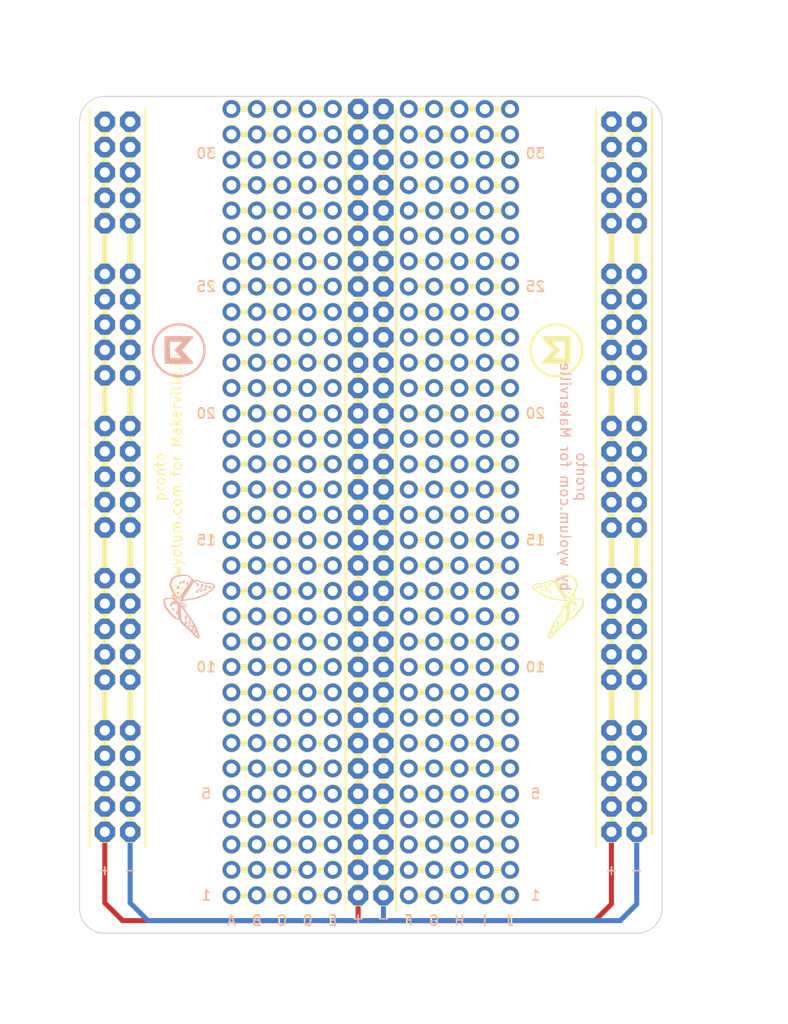
<source format=kicad_pcb>
(kicad_pcb (version 20241229) (generator "pcbnew") (generator_version "9.0")
  (title_block (title "pronto - quick prototyping system") (date "Tue Apr 14 2015") (rev "rev1") (company "WyoLum"))
  (layers (0 "F.Cu" signal) (2 "B.Cu" signal) (5 "F.SilkS" user "F.Silkscreen") (7 "B.SilkS" user "B.Silkscreen") (1 "F.Mask" user) (3 "B.Mask" user) (25 "Edge.Cuts" user))
  (net 0 "")
  (footprint "pronto:1pin_power" (layer "F.Cu") (at 144.78 107.95)
    (property "Reference" "1pin" (hide yes))
    (property "Value" "VAL**" (hide yes))
  )
  (footprint "pronto:1pin_power" (layer "F.Cu") (at 142.24 107.95)
    (property "Reference" "1pin" (hide yes))
    (property "Value" "VAL**" (hide yes))
  )
  (footprint "pronto:1pin_power" (layer "F.Cu") (at 142.24 105.41)
    (property "Reference" "1pin" (hide yes))
    (property "Value" "VAL**" (hide yes))
  )
  (footprint "pronto:1pin_power" (layer "F.Cu") (at 144.78 105.41)
    (property "Reference" "1pin" (hide yes))
    (property "Value" "VAL**" (hide yes))
  )
  (footprint "pronto:1pin_power" (layer "F.Cu") (at 144.78 100.33)
    (property "Reference" "1pin" (hide yes))
    (property "Value" "VAL**" (hide yes))
  )
  (footprint "pronto:1pin_power" (layer "F.Cu") (at 142.24 100.33)
    (property "Reference" "1pin" (hide yes))
    (property "Value" "VAL**" (hide yes))
  )
  (footprint "pronto:1pin_power" (layer "F.Cu") (at 142.24 102.87)
    (property "Reference" "1pin" (hide yes))
    (property "Value" "VAL**" (hide yes))
  )
  (footprint "pronto:1pin_power" (layer "F.Cu") (at 144.78 102.87)
    (property "Reference" "1pin" (hide yes))
    (property "Value" "VAL**" (hide yes))
  )
  (footprint "pronto:1pin_power" (layer "F.Cu") (at 144.78 92.71)
    (property "Reference" "1pin" (hide yes))
    (property "Value" "VAL**" (hide yes))
  )
  (footprint "pronto:1pin_power" (layer "F.Cu") (at 142.24 92.71)
    (property "Reference" "1pin" (hide yes))
    (property "Value" "VAL**" (hide yes))
  )
  (footprint "pronto:1pin_power" (layer "F.Cu") (at 142.24 90.17)
    (property "Reference" "1pin" (hide yes))
    (property "Value" "VAL**" (hide yes))
  )
  (footprint "pronto:1pin_power" (layer "F.Cu") (at 144.78 90.17)
    (property "Reference" "1pin" (hide yes))
    (property "Value" "VAL**" (hide yes))
  )
  (footprint "pronto:1pin_power" (layer "F.Cu") (at 144.78 77.47)
    (property "Reference" "1pin" (hide yes))
    (property "Value" "VAL**" (hide yes))
  )
  (footprint "pronto:1pin_power" (layer "F.Cu") (at 142.24 77.47)
    (property "Reference" "1pin" (hide yes))
    (property "Value" "VAL**" (hide yes))
  )
  (footprint "pronto:1pin_power" (layer "F.Cu") (at 142.24 74.93)
    (property "Reference" "1pin" (hide yes))
    (property "Value" "VAL**" (hide yes))
  )
  (footprint "pronto:1pin_power" (layer "F.Cu") (at 144.78 74.93)
    (property "Reference" "1pin" (hide yes))
    (property "Value" "VAL**" (hide yes))
  )
  (footprint "pronto:1pin_power" (layer "F.Cu") (at 144.78 69.85)
    (property "Reference" "1pin" (hide yes))
    (property "Value" "VAL**" (hide yes))
  )
  (footprint "pronto:1pin_power" (layer "F.Cu") (at 142.24 69.85)
    (property "Reference" "1pin" (hide yes))
    (property "Value" "VAL**" (hide yes))
  )
  (footprint "pronto:1pin_power" (layer "F.Cu") (at 142.24 72.39)
    (property "Reference" "1pin" (hide yes))
    (property "Value" "VAL**" (hide yes))
  )
  (footprint "pronto:1pin_power" (layer "F.Cu") (at 144.78 72.39)
    (property "Reference" "1pin" (hide yes))
    (property "Value" "VAL**" (hide yes))
  )
  (footprint "pronto:1pin_power" (layer "F.Cu") (at 144.78 85.09)
    (property "Reference" "1pin" (hide yes))
    (property "Value" "VAL**" (hide yes))
  )
  (footprint "pronto:1pin_power" (layer "F.Cu") (at 142.24 85.09)
    (property "Reference" "1pin" (hide yes))
    (property "Value" "VAL**" (hide yes))
  )
  (footprint "pronto:1pin_power" (layer "F.Cu") (at 142.24 87.63)
    (property "Reference" "1pin" (hide yes))
    (property "Value" "VAL**" (hide yes))
  )
  (footprint "pronto:1pin_power" (layer "F.Cu") (at 144.78 87.63)
    (property "Reference" "1pin" (hide yes))
    (property "Value" "VAL**" (hide yes))
  )
  (footprint "pronto:1pin_power" (layer "F.Cu") (at 144.78 46.99)
    (property "Reference" "1pin" (hide yes))
    (property "Value" "VAL**" (hide yes))
  )
  (footprint "pronto:1pin_power" (layer "F.Cu") (at 142.24 46.99)
    (property "Reference" "1pin" (hide yes))
    (property "Value" "VAL**" (hide yes))
  )
  (footprint "pronto:1pin_power" (layer "F.Cu") (at 142.24 44.45)
    (property "Reference" "1pin" (hide yes))
    (property "Value" "VAL**" (hide yes))
  )
  (footprint "pronto:1pin_power" (layer "F.Cu") (at 144.78 44.45)
    (property "Reference" "1pin" (hide yes))
    (property "Value" "VAL**" (hide yes))
  )
  (footprint "pronto:1pin_power" (layer "F.Cu") (at 144.78 57.15)
    (property "Reference" "1pin" (hide yes))
    (property "Value" "VAL**" (hide yes))
  )
  (footprint "pronto:1pin_power" (layer "F.Cu") (at 142.24 57.15)
    (property "Reference" "1pin" (hide yes))
    (property "Value" "VAL**" (hide yes))
  )
  (footprint "pronto:1pin_power" (layer "F.Cu") (at 142.24 54.61)
    (property "Reference" "1pin" (hide yes))
    (property "Value" "VAL**" (hide yes))
  )
  (footprint "pronto:1pin_power" (layer "F.Cu") (at 144.78 54.61)
    (property "Reference" "1pin" (hide yes))
    (property "Value" "VAL**" (hide yes))
  )
  (footprint "pronto:1pin_power" (layer "F.Cu") (at 144.78 62.23)
    (property "Reference" "1pin" (hide yes))
    (property "Value" "VAL**" (hide yes))
  )
  (footprint "pronto:1pin_power" (layer "F.Cu") (at 142.24 62.23)
    (property "Reference" "1pin" (hide yes))
    (property "Value" "VAL**" (hide yes))
  )
  (footprint "pronto:1pin_power" (layer "F.Cu") (at 142.24 59.69)
    (property "Reference" "1pin" (hide yes))
    (property "Value" "VAL**" (hide yes))
  )
  (footprint "pronto:1pin_power" (layer "F.Cu") (at 144.78 59.69)
    (property "Reference" "1pin" (hide yes))
    (property "Value" "VAL**" (hide yes))
  )
  (footprint "pronto:1pin_power" (layer "F.Cu") (at 91.44 59.69 180)
    (property "Reference" "1pin" (hide yes))
    (property "Value" "VAL**" (hide yes))
  )
  (footprint "pronto:1pin_power" (layer "F.Cu") (at 93.98 59.69 180)
    (property "Reference" "1pin" (hide yes))
    (property "Value" "VAL**" (hide yes))
  )
  (footprint "pronto:1pin_power" (layer "F.Cu") (at 93.98 62.23 180)
    (property "Reference" "1pin" (hide yes))
    (property "Value" "VAL**" (hide yes))
  )
  (footprint "pronto:1pin_power" (layer "F.Cu") (at 91.44 62.23 180)
    (property "Reference" "1pin" (hide yes))
    (property "Value" "VAL**" (hide yes))
  )
  (footprint "pronto:1pin_power" (layer "F.Cu") (at 91.44 54.61 180)
    (property "Reference" "1pin" (hide yes))
    (property "Value" "VAL**" (hide yes))
  )
  (footprint "pronto:1pin_power" (layer "F.Cu") (at 93.98 54.61 180)
    (property "Reference" "1pin" (hide yes))
    (property "Value" "VAL**" (hide yes))
  )
  (footprint "pronto:1pin_power" (layer "F.Cu") (at 93.98 57.15 180)
    (property "Reference" "1pin" (hide yes))
    (property "Value" "VAL**" (hide yes))
  )
  (footprint "pronto:1pin_power" (layer "F.Cu") (at 91.44 57.15 180)
    (property "Reference" "1pin" (hide yes))
    (property "Value" "VAL**" (hide yes))
  )
  (footprint "pronto:1pin_power" (layer "F.Cu") (at 91.44 44.45)
    (property "Reference" "1pin" (hide yes))
    (property "Value" "VAL**" (hide yes))
  )
  (footprint "pronto:1pin_power" (layer "F.Cu") (at 93.98 44.45)
    (property "Reference" "1pin" (hide yes))
    (property "Value" "VAL**" (hide yes))
  )
  (footprint "pronto:1pin_power" (layer "F.Cu") (at 93.98 46.99 180)
    (property "Reference" "1pin" (hide yes))
    (property "Value" "VAL**" (hide yes))
  )
  (footprint "pronto:1pin_power" (layer "F.Cu") (at 91.44 46.99 180)
    (property "Reference" "1pin" (hide yes))
    (property "Value" "VAL**" (hide yes))
  )
  (footprint "pronto:1pin_power" (layer "F.Cu") (at 91.44 87.63 180)
    (property "Reference" "1pin" (hide yes))
    (property "Value" "VAL**" (hide yes))
  )
  (footprint "pronto:1pin_power" (layer "F.Cu") (at 93.98 87.63 180)
    (property "Reference" "1pin" (hide yes))
    (property "Value" "VAL**" (hide yes))
  )
  (footprint "pronto:1pin_power" (layer "F.Cu") (at 93.98 85.09 180)
    (property "Reference" "1pin" (hide yes))
    (property "Value" "VAL**" (hide yes))
  )
  (footprint "pronto:1pin_power" (layer "F.Cu") (at 91.44 85.09 180)
    (property "Reference" "1pin" (hide yes))
    (property "Value" "VAL**" (hide yes))
  )
  (footprint "pronto:1pin_power" (layer "F.Cu") (at 91.44 72.39 180)
    (property "Reference" "1pin" (hide yes))
    (property "Value" "VAL**" (hide yes))
  )
  (footprint "pronto:1pin_power" (layer "F.Cu") (at 93.98 72.39 180)
    (property "Reference" "1pin" (hide yes))
    (property "Value" "VAL**" (hide yes))
  )
  (footprint "pronto:1pin_power" (layer "F.Cu") (at 93.98 69.85 180)
    (property "Reference" "1pin" (hide yes))
    (property "Value" "VAL**" (hide yes))
  )
  (footprint "pronto:1pin_power" (layer "F.Cu") (at 91.44 69.85 180)
    (property "Reference" "1pin" (hide yes))
    (property "Value" "VAL**" (hide yes))
  )
  (footprint "pronto:1pin_power" (layer "F.Cu") (at 91.44 74.93 180)
    (property "Reference" "1pin" (hide yes))
    (property "Value" "VAL**" (hide yes))
  )
  (footprint "pronto:1pin_power" (layer "F.Cu") (at 93.98 74.93 180)
    (property "Reference" "1pin" (hide yes))
    (property "Value" "VAL**" (hide yes))
  )
  (footprint "pronto:1pin_power" (layer "F.Cu") (at 93.98 77.47 180)
    (property "Reference" "1pin" (hide yes))
    (property "Value" "VAL**" (hide yes))
  )
  (footprint "pronto:1pin_power" (layer "F.Cu") (at 91.44 77.47 180)
    (property "Reference" "1pin" (hide yes))
    (property "Value" "VAL**" (hide yes))
  )
  (footprint "pronto:1pin_power" (layer "F.Cu") (at 91.44 90.17 180)
    (property "Reference" "1pin" (hide yes))
    (property "Value" "VAL**" (hide yes))
  )
  (footprint "pronto:1pin_power" (layer "F.Cu") (at 93.98 90.17 180)
    (property "Reference" "1pin" (hide yes))
    (property "Value" "VAL**" (hide yes))
  )
  (footprint "pronto:1pin_power" (layer "F.Cu") (at 93.98 92.71 180)
    (property "Reference" "1pin" (hide yes))
    (property "Value" "VAL**" (hide yes))
  )
  (footprint "pronto:1pin_power" (layer "F.Cu") (at 91.44 92.71 180)
    (property "Reference" "1pin" (hide yes))
    (property "Value" "VAL**" (hide yes))
  )
  (footprint "pronto:1pin_power" (layer "F.Cu") (at 91.44 102.87 180)
    (property "Reference" "1pin" (hide yes))
    (property "Value" "VAL**" (hide yes))
  )
  (footprint "pronto:1pin_power" (layer "F.Cu") (at 93.98 102.87 180)
    (property "Reference" "1pin" (hide yes))
    (property "Value" "VAL**" (hide yes))
  )
  (footprint "pronto:1pin_power" (layer "F.Cu") (at 93.98 100.33 180)
    (property "Reference" "1pin" (hide yes))
    (property "Value" "VAL**" (hide yes))
  )
  (footprint "pronto:1pin_power" (layer "F.Cu") (at 91.44 100.33 180)
    (property "Reference" "1pin" (hide yes))
    (property "Value" "VAL**" (hide yes))
  )
  (footprint "pronto:1pin_power" (layer "F.Cu") (at 91.44 105.41 180)
    (property "Reference" "1pin" (hide yes))
    (property "Value" "VAL**" (hide yes))
  )
  (footprint "pronto:1pin_power" (layer "F.Cu") (at 93.98 105.41 180)
    (property "Reference" "1pin" (hide yes))
    (property "Value" "VAL**" (hide yes))
  )
  (footprint "pronto:1pin_power" (layer "F.Cu") (at 93.98 107.95 180)
    (property "Reference" "1pin" (hide yes))
    (property "Value" "VAL**" (hide yes))
  )
  (footprint "pronto:1pin_power" (layer "F.Cu") (at 91.44 107.95 180)
    (property "Reference" "1pin" (hide yes))
    (property "Value" "VAL**" (hide yes))
  )
  (footprint "pronto:1pin_70mil" (layer "F.Cu") (at 121.92 45.72 90)
    (property "Reference" "1pin" (hide yes))
    (property "Value" "VAL**" (hide yes))
  )
  (footprint "pronto:1pin_70mil" (layer "F.Cu") (at 124.46 45.72 -90)
    (property "Reference" "1pin" (hide yes))
    (property "Value" "VAL**" (hide yes))
  )
  (footprint "pronto:1pin_70mil" (layer "F.Cu") (at 127 45.72 -90)
    (property "Reference" "1pin" (hide yes))
    (property "Value" "VAL**" (hide yes))
  )
  (footprint "pronto:1pin_70mil" (layer "F.Cu") (at 132.08 45.72 -90)
    (property "Reference" "1pin" (hide yes))
    (property "Value" "VAL**" (hide yes))
  )
  (footprint "pronto:1pin_70mil" (layer "F.Cu") (at 129.54 45.72 -90)
    (property "Reference" "1pin" (hide yes))
    (property "Value" "VAL**" (hide yes))
  )
  (footprint "pronto:1pin_70mil" (layer "F.Cu") (at 129.54 43.18 -90)
    (property "Reference" "1pin" (hide yes))
    (property "Value" "VAL**" (hide yes))
  )
  (footprint "pronto:1pin_70mil" (layer "F.Cu") (at 132.08 43.18 -90)
    (property "Reference" "1pin" (hide yes))
    (property "Value" "VAL**" (hide yes))
  )
  (footprint "pronto:1pin_70mil" (layer "F.Cu") (at 127 43.18 -90)
    (property "Reference" "1pin" (hide yes))
    (property "Value" "VAL**" (hide yes))
  )
  (footprint "pronto:1pin_70mil" (layer "F.Cu") (at 124.46 43.18 -90)
    (property "Reference" "1pin" (hide yes))
    (property "Value" "VAL**" (hide yes))
  )
  (footprint "pronto:1pin_70mil" (layer "F.Cu") (at 121.92 43.18 90)
    (property "Reference" "1pin" (hide yes))
    (property "Value" "VAL**" (hide yes))
  )
  (footprint "pronto:1pin_70mil" (layer "F.Cu") (at 114.3 43.18 -90)
    (property "Reference" "1pin" (hide yes))
    (property "Value" "VAL**" (hide yes))
  )
  (footprint "pronto:1pin_70mil" (layer "F.Cu") (at 111.76 43.18 90)
    (property "Reference" "1pin" (hide yes))
    (property "Value" "VAL**" (hide yes))
  )
  (footprint "pronto:1pin_70mil" (layer "F.Cu") (at 109.22 43.18 90)
    (property "Reference" "1pin" (hide yes))
    (property "Value" "VAL**" (hide yes))
  )
  (footprint "pronto:1pin_70mil" (layer "F.Cu") (at 104.14 43.18 90)
    (property "Reference" "1pin" (hide yes))
    (property "Value" "VAL**" (hide yes))
  )
  (footprint "pronto:1pin_70mil" (layer "F.Cu") (at 106.68 43.18 90)
    (property "Reference" "1pin" (hide yes))
    (property "Value" "VAL**" (hide yes))
  )
  (footprint "pronto:1pin_70mil" (layer "F.Cu") (at 106.68 45.72 90)
    (property "Reference" "1pin" (hide yes))
    (property "Value" "VAL**" (hide yes))
  )
  (footprint "pronto:1pin_70mil" (layer "F.Cu") (at 104.14 45.72 90)
    (property "Reference" "1pin" (hide yes))
    (property "Value" "VAL**" (hide yes))
  )
  (footprint "pronto:1pin_70mil" (layer "F.Cu") (at 109.22 45.72 90)
    (property "Reference" "1pin" (hide yes))
    (property "Value" "VAL**" (hide yes))
  )
  (footprint "pronto:1pin_70mil" (layer "F.Cu") (at 111.76 45.72 90)
    (property "Reference" "1pin" (hide yes))
    (property "Value" "VAL**" (hide yes))
  )
  (footprint "pronto:1pin_70mil" (layer "F.Cu") (at 114.3 45.72 -90)
    (property "Reference" "1pin" (hide yes))
    (property "Value" "VAL**" (hide yes))
  )
  (footprint "pronto:1pin_70mil" (layer "F.Cu") (at 114.3 50.8 -90)
    (property "Reference" "1pin" (hide yes))
    (property "Value" "VAL**" (hide yes))
  )
  (footprint "pronto:1pin_70mil" (layer "F.Cu") (at 111.76 50.8 90)
    (property "Reference" "1pin" (hide yes))
    (property "Value" "VAL**" (hide yes))
  )
  (footprint "pronto:1pin_70mil" (layer "F.Cu") (at 109.22 50.8 90)
    (property "Reference" "1pin" (hide yes))
    (property "Value" "VAL**" (hide yes))
  )
  (footprint "pronto:1pin_70mil" (layer "F.Cu") (at 104.14 50.8 90)
    (property "Reference" "1pin" (hide yes))
    (property "Value" "VAL**" (hide yes))
  )
  (footprint "pronto:1pin_70mil" (layer "F.Cu") (at 106.68 50.8 90)
    (property "Reference" "1pin" (hide yes))
    (property "Value" "VAL**" (hide yes))
  )
  (footprint "pronto:1pin_70mil" (layer "F.Cu") (at 106.68 48.26 90)
    (property "Reference" "1pin" (hide yes))
    (property "Value" "VAL**" (hide yes))
  )
  (footprint "pronto:1pin_70mil" (layer "F.Cu") (at 104.14 48.26 90)
    (property "Reference" "1pin" (hide yes))
    (property "Value" "VAL**" (hide yes))
  )
  (footprint "pronto:1pin_70mil" (layer "F.Cu") (at 109.22 48.26 90)
    (property "Reference" "1pin" (hide yes))
    (property "Value" "VAL**" (hide yes))
  )
  (footprint "pronto:1pin_70mil" (layer "F.Cu") (at 111.76 48.26 90)
    (property "Reference" "1pin" (hide yes))
    (property "Value" "VAL**" (hide yes))
  )
  (footprint "pronto:1pin_70mil" (layer "F.Cu") (at 114.3 48.26 -90)
    (property "Reference" "1pin" (hide yes))
    (property "Value" "VAL**" (hide yes))
  )
  (footprint "pronto:1pin_70mil" (layer "F.Cu") (at 114.3 58.42 -90)
    (property "Reference" "1pin" (hide yes))
    (property "Value" "VAL**" (hide yes))
  )
  (footprint "pronto:1pin_70mil" (layer "F.Cu") (at 111.76 58.42 90)
    (property "Reference" "1pin" (hide yes))
    (property "Value" "VAL**" (hide yes))
  )
  (footprint "pronto:1pin_70mil" (layer "F.Cu") (at 109.22 58.42 90)
    (property "Reference" "1pin" (hide yes))
    (property "Value" "VAL**" (hide yes))
  )
  (footprint "pronto:1pin_70mil" (layer "F.Cu") (at 104.14 58.42 90)
    (property "Reference" "1pin" (hide yes))
    (property "Value" "VAL**" (hide yes))
  )
  (footprint "pronto:1pin_70mil" (layer "F.Cu") (at 106.68 58.42 90)
    (property "Reference" "1pin" (hide yes))
    (property "Value" "VAL**" (hide yes))
  )
  (footprint "pronto:1pin_70mil" (layer "F.Cu") (at 106.68 60.96 90)
    (property "Reference" "1pin" (hide yes))
    (property "Value" "VAL**" (hide yes))
  )
  (footprint "pronto:1pin_70mil" (layer "F.Cu") (at 104.14 60.96 90)
    (property "Reference" "1pin" (hide yes))
    (property "Value" "VAL**" (hide yes))
  )
  (footprint "pronto:1pin_70mil" (layer "F.Cu") (at 109.22 60.96 90)
    (property "Reference" "1pin" (hide yes))
    (property "Value" "VAL**" (hide yes))
  )
  (footprint "pronto:1pin_70mil" (layer "F.Cu") (at 111.76 60.96 90)
    (property "Reference" "1pin" (hide yes))
    (property "Value" "VAL**" (hide yes))
  )
  (footprint "pronto:1pin_70mil" (layer "F.Cu") (at 114.3 60.96 -90)
    (property "Reference" "1pin" (hide yes))
    (property "Value" "VAL**" (hide yes))
  )
  (footprint "pronto:1pin_70mil" (layer "F.Cu") (at 114.3 55.88 -90)
    (property "Reference" "1pin" (hide yes))
    (property "Value" "VAL**" (hide yes))
  )
  (footprint "pronto:1pin_70mil" (layer "F.Cu") (at 111.76 55.88 90)
    (property "Reference" "1pin" (hide yes))
    (property "Value" "VAL**" (hide yes))
  )
  (footprint "pronto:1pin_70mil" (layer "F.Cu") (at 109.22 55.88 90)
    (property "Reference" "1pin" (hide yes))
    (property "Value" "VAL**" (hide yes))
  )
  (footprint "pronto:1pin_70mil" (layer "F.Cu") (at 104.14 55.88 90)
    (property "Reference" "1pin" (hide yes))
    (property "Value" "VAL**" (hide yes))
  )
  (footprint "pronto:1pin_70mil" (layer "F.Cu") (at 106.68 55.88 90)
    (property "Reference" "1pin" (hide yes))
    (property "Value" "VAL**" (hide yes))
  )
  (footprint "pronto:1pin_70mil" (layer "F.Cu") (at 106.68 53.34 90)
    (property "Reference" "1pin" (hide yes))
    (property "Value" "VAL**" (hide yes))
  )
  (footprint "pronto:1pin_70mil" (layer "F.Cu") (at 104.14 53.34 90)
    (property "Reference" "1pin" (hide yes))
    (property "Value" "VAL**" (hide yes))
  )
  (footprint "pronto:1pin_70mil" (layer "F.Cu") (at 109.22 53.34 90)
    (property "Reference" "1pin" (hide yes))
    (property "Value" "VAL**" (hide yes))
  )
  (footprint "pronto:1pin_70mil" (layer "F.Cu") (at 111.76 53.34 90)
    (property "Reference" "1pin" (hide yes))
    (property "Value" "VAL**" (hide yes))
  )
  (footprint "pronto:1pin_70mil" (layer "F.Cu") (at 114.3 53.34 -90)
    (property "Reference" "1pin" (hide yes))
    (property "Value" "VAL**" (hide yes))
  )
  (footprint "pronto:1pin_70mil" (layer "F.Cu") (at 114.3 73.66 -90)
    (property "Reference" "1pin" (hide yes))
    (property "Value" "VAL**" (hide yes))
  )
  (footprint "pronto:1pin_70mil" (layer "F.Cu") (at 111.76 73.66 90)
    (property "Reference" "1pin" (hide yes))
    (property "Value" "VAL**" (hide yes))
  )
  (footprint "pronto:1pin_70mil" (layer "F.Cu") (at 109.22 73.66 90)
    (property "Reference" "1pin" (hide yes))
    (property "Value" "VAL**" (hide yes))
  )
  (footprint "pronto:1pin_70mil" (layer "F.Cu") (at 104.14 73.66 90)
    (property "Reference" "1pin" (hide yes))
    (property "Value" "VAL**" (hide yes))
  )
  (footprint "pronto:1pin_70mil" (layer "F.Cu") (at 106.68 73.66 90)
    (property "Reference" "1pin" (hide yes))
    (property "Value" "VAL**" (hide yes))
  )
  (footprint "pronto:1pin_70mil" (layer "F.Cu") (at 106.68 76.2 90)
    (property "Reference" "1pin" (hide yes))
    (property "Value" "VAL**" (hide yes))
  )
  (footprint "pronto:1pin_70mil" (layer "F.Cu") (at 104.14 76.2 90)
    (property "Reference" "1pin" (hide yes))
    (property "Value" "VAL**" (hide yes))
  )
  (footprint "pronto:1pin_70mil" (layer "F.Cu") (at 109.22 76.2 90)
    (property "Reference" "1pin" (hide yes))
    (property "Value" "VAL**" (hide yes))
  )
  (footprint "pronto:1pin_70mil" (layer "F.Cu") (at 111.76 76.2 90)
    (property "Reference" "1pin" (hide yes))
    (property "Value" "VAL**" (hide yes))
  )
  (footprint "pronto:1pin_70mil" (layer "F.Cu") (at 114.3 76.2 -90)
    (property "Reference" "1pin" (hide yes))
    (property "Value" "VAL**" (hide yes))
  )
  (footprint "pronto:1pin_70mil" (layer "F.Cu") (at 114.3 81.28 -90)
    (property "Reference" "1pin" (hide yes))
    (property "Value" "VAL**" (hide yes))
  )
  (footprint "pronto:1pin_70mil" (layer "F.Cu") (at 111.76 81.28 90)
    (property "Reference" "1pin" (hide yes))
    (property "Value" "VAL**" (hide yes))
  )
  (footprint "pronto:1pin_70mil" (layer "F.Cu") (at 109.22 81.28 90)
    (property "Reference" "1pin" (hide yes))
    (property "Value" "VAL**" (hide yes))
  )
  (footprint "pronto:1pin_70mil" (layer "F.Cu") (at 104.14 81.28 90)
    (property "Reference" "1pin" (hide yes))
    (property "Value" "VAL**" (hide yes))
  )
  (footprint "pronto:1pin_70mil" (layer "F.Cu") (at 106.68 81.28 90)
    (property "Reference" "1pin" (hide yes))
    (property "Value" "VAL**" (hide yes))
  )
  (footprint "pronto:1pin_70mil" (layer "F.Cu") (at 106.68 78.74 90)
    (property "Reference" "1pin" (hide yes))
    (property "Value" "VAL**" (hide yes))
  )
  (footprint "pronto:1pin_70mil" (layer "F.Cu") (at 104.14 78.74 90)
    (property "Reference" "1pin" (hide yes))
    (property "Value" "VAL**" (hide yes))
  )
  (footprint "pronto:1pin_70mil" (layer "F.Cu") (at 109.22 78.74 90)
    (property "Reference" "1pin" (hide yes))
    (property "Value" "VAL**" (hide yes))
  )
  (footprint "pronto:1pin_70mil" (layer "F.Cu") (at 111.76 78.74 90)
    (property "Reference" "1pin" (hide yes))
    (property "Value" "VAL**" (hide yes))
  )
  (footprint "pronto:1pin_70mil" (layer "F.Cu") (at 114.3 78.74 -90)
    (property "Reference" "1pin" (hide yes))
    (property "Value" "VAL**" (hide yes))
  )
  (footprint "pronto:1pin_70mil" (layer "F.Cu") (at 114.3 68.58 -90)
    (property "Reference" "1pin" (hide yes))
    (property "Value" "VAL**" (hide yes))
  )
  (footprint "pronto:1pin_70mil" (layer "F.Cu") (at 111.76 68.58 90)
    (property "Reference" "1pin" (hide yes))
    (property "Value" "VAL**" (hide yes))
  )
  (footprint "pronto:1pin_70mil" (layer "F.Cu") (at 109.22 68.58 90)
    (property "Reference" "1pin" (hide yes))
    (property "Value" "VAL**" (hide yes))
  )
  (footprint "pronto:1pin_70mil" (layer "F.Cu") (at 104.14 68.58 90)
    (property "Reference" "1pin" (hide yes))
    (property "Value" "VAL**" (hide yes))
  )
  (footprint "pronto:1pin_70mil" (layer "F.Cu") (at 106.68 68.58 90)
    (property "Reference" "1pin" (hide yes))
    (property "Value" "VAL**" (hide yes))
  )
  (footprint "pronto:1pin_70mil" (layer "F.Cu") (at 106.68 71.12 90)
    (property "Reference" "1pin" (hide yes))
    (property "Value" "VAL**" (hide yes))
  )
  (footprint "pronto:1pin_70mil" (layer "F.Cu") (at 104.14 71.12 90)
    (property "Reference" "1pin" (hide yes))
    (property "Value" "VAL**" (hide yes))
  )
  (footprint "pronto:1pin_70mil" (layer "F.Cu") (at 109.22 71.12 90)
    (property "Reference" "1pin" (hide yes))
    (property "Value" "VAL**" (hide yes))
  )
  (footprint "pronto:1pin_70mil" (layer "F.Cu") (at 111.76 71.12 90)
    (property "Reference" "1pin" (hide yes))
    (property "Value" "VAL**" (hide yes))
  )
  (footprint "pronto:1pin_70mil" (layer "F.Cu") (at 114.3 71.12 -90)
    (property "Reference" "1pin" (hide yes))
    (property "Value" "VAL**" (hide yes))
  )
  (footprint "pronto:1pin_70mil" (layer "F.Cu") (at 114.3 66.04 -90)
    (property "Reference" "1pin" (hide yes))
    (property "Value" "VAL**" (hide yes))
  )
  (footprint "pronto:1pin_70mil" (layer "F.Cu") (at 111.76 66.04 90)
    (property "Reference" "1pin" (hide yes))
    (property "Value" "VAL**" (hide yes))
  )
  (footprint "pronto:1pin_70mil" (layer "F.Cu") (at 109.22 66.04 90)
    (property "Reference" "1pin" (hide yes))
    (property "Value" "VAL**" (hide yes))
  )
  (footprint "pronto:1pin_70mil" (layer "F.Cu") (at 104.14 66.04 90)
    (property "Reference" "1pin" (hide yes))
    (property "Value" "VAL**" (hide yes))
  )
  (footprint "pronto:1pin_70mil" (layer "F.Cu") (at 106.68 66.04 90)
    (property "Reference" "1pin" (hide yes))
    (property "Value" "VAL**" (hide yes))
  )
  (footprint "pronto:1pin_70mil" (layer "F.Cu") (at 106.68 63.5 90)
    (property "Reference" "1pin" (hide yes))
    (property "Value" "VAL**" (hide yes))
  )
  (footprint "pronto:1pin_70mil" (layer "F.Cu") (at 104.14 63.5 90)
    (property "Reference" "1pin" (hide yes))
    (property "Value" "VAL**" (hide yes))
  )
  (footprint "pronto:1pin_70mil" (layer "F.Cu") (at 109.22 63.5 90)
    (property "Reference" "1pin" (hide yes))
    (property "Value" "VAL**" (hide yes))
  )
  (footprint "pronto:1pin_70mil" (layer "F.Cu") (at 111.76 63.5 90)
    (property "Reference" "1pin" (hide yes))
    (property "Value" "VAL**" (hide yes))
  )
  (footprint "pronto:1pin_70mil" (layer "F.Cu") (at 114.3 63.5 -90)
    (property "Reference" "1pin" (hide yes))
    (property "Value" "VAL**" (hide yes))
  )
  (footprint "pronto:1pin_70mil" (layer "F.Cu") (at 114.3 104.14 -90)
    (property "Reference" "1pin" (hide yes))
    (property "Value" "VAL**" (hide yes))
  )
  (footprint "pronto:1pin_70mil" (layer "F.Cu") (at 111.76 104.14 90)
    (property "Reference" "1pin" (hide yes))
    (property "Value" "VAL**" (hide yes))
  )
  (footprint "pronto:1pin_70mil" (layer "F.Cu") (at 109.22 104.14 90)
    (property "Reference" "1pin" (hide yes))
    (property "Value" "VAL**" (hide yes))
  )
  (footprint "pronto:1pin_70mil" (layer "F.Cu") (at 104.14 104.14 90)
    (property "Reference" "1pin" (hide yes))
    (property "Value" "VAL**" (hide yes))
  )
  (footprint "pronto:1pin_70mil" (layer "F.Cu") (at 106.68 104.14 90)
    (property "Reference" "1pin" (hide yes))
    (property "Value" "VAL**" (hide yes))
  )
  (footprint "pronto:1pin_70mil" (layer "F.Cu") (at 106.68 106.68 90)
    (property "Reference" "1pin" (hide yes))
    (property "Value" "VAL**" (hide yes))
  )
  (footprint "pronto:1pin_70mil" (layer "F.Cu") (at 104.14 106.68 90)
    (property "Reference" "1pin" (hide yes))
    (property "Value" "VAL**" (hide yes))
  )
  (footprint "pronto:1pin_70mil" (layer "F.Cu") (at 109.22 106.68 90)
    (property "Reference" "1pin" (hide yes))
    (property "Value" "VAL**" (hide yes))
  )
  (footprint "pronto:1pin_70mil" (layer "F.Cu") (at 111.76 106.68 90)
    (property "Reference" "1pin" (hide yes))
    (property "Value" "VAL**" (hide yes))
  )
  (footprint "pronto:1pin_70mil" (layer "F.Cu") (at 114.3 106.68 -90)
    (property "Reference" "1pin" (hide yes))
    (property "Value" "VAL**" (hide yes))
  )
  (footprint "pronto:1pin_70mil" (layer "F.Cu") (at 114.3 111.76 -90)
    (property "Reference" "1pin" (hide yes))
    (property "Value" "VAL**" (hide yes))
  )
  (footprint "pronto:1pin_70mil" (layer "F.Cu") (at 111.76 111.76 90)
    (property "Reference" "1pin" (hide yes))
    (property "Value" "VAL**" (hide yes))
  )
  (footprint "pronto:1pin_70mil" (layer "F.Cu") (at 109.22 111.76 90)
    (property "Reference" "1pin" (hide yes))
    (property "Value" "VAL**" (hide yes))
  )
  (footprint "pronto:1pin_70mil" (layer "F.Cu") (at 104.14 111.76 90)
    (property "Reference" "1pin" (hide yes))
    (property "Value" "VAL**" (hide yes))
  )
  (footprint "pronto:1pin_70mil" (layer "F.Cu") (at 106.68 111.76 90)
    (property "Reference" "1pin" (hide yes))
    (property "Value" "VAL**" (hide yes))
  )
  (footprint "pronto:1pin_70mil" (layer "F.Cu") (at 106.68 109.22 90)
    (property "Reference" "1pin" (hide yes))
    (property "Value" "VAL**" (hide yes))
  )
  (footprint "pronto:1pin_70mil" (layer "F.Cu") (at 104.14 109.22 90)
    (property "Reference" "1pin" (hide yes))
    (property "Value" "VAL**" (hide yes))
  )
  (footprint "pronto:1pin_70mil" (layer "F.Cu") (at 109.22 109.22 90)
    (property "Reference" "1pin" (hide yes))
    (property "Value" "VAL**" (hide yes))
  )
  (footprint "pronto:1pin_70mil" (layer "F.Cu") (at 111.76 109.22 90)
    (property "Reference" "1pin" (hide yes))
    (property "Value" "VAL**" (hide yes))
  )
  (footprint "pronto:1pin_70mil" (layer "F.Cu") (at 114.3 109.22 -90)
    (property "Reference" "1pin" (hide yes))
    (property "Value" "VAL**" (hide yes))
  )
  (footprint "pronto:1pin_70mil" (layer "F.Cu") (at 114.3 116.84 -90)
    (property "Reference" "1pin" (hide yes))
    (property "Value" "VAL**" (hide yes))
  )
  (footprint "pronto:1pin_70mil" (layer "F.Cu") (at 111.76 116.84 90)
    (property "Reference" "1pin" (hide yes))
    (property "Value" "VAL**" (hide yes))
  )
  (footprint "pronto:1pin_70mil" (layer "F.Cu") (at 109.22 116.84 90)
    (property "Reference" "1pin" (hide yes))
    (property "Value" "VAL**" (hide yes))
  )
  (footprint "pronto:1pin_70mil" (layer "F.Cu") (at 104.14 116.84 90)
    (property "Reference" "1pin" (hide yes))
    (property "Value" "VAL**" (hide yes))
  )
  (footprint "pronto:1pin_70mil" (layer "F.Cu") (at 106.68 116.84 90)
    (property "Reference" "1pin" (hide yes))
    (property "Value" "VAL**" (hide yes))
  )
  (footprint "pronto:1pin_70mil" (layer "F.Cu") (at 106.68 114.3 90)
    (property "Reference" "1pin" (hide yes))
    (property "Value" "VAL**" (hide yes))
  )
  (footprint "pronto:1pin_70mil" (layer "F.Cu") (at 104.14 114.3 90)
    (property "Reference" "1pin" (hide yes))
    (property "Value" "VAL**" (hide yes))
  )
  (footprint "pronto:1pin_70mil" (layer "F.Cu") (at 109.22 114.3 90)
    (property "Reference" "1pin" (hide yes))
    (property "Value" "VAL**" (hide yes))
  )
  (footprint "pronto:1pin_70mil" (layer "F.Cu") (at 111.76 114.3 90)
    (property "Reference" "1pin" (hide yes))
    (property "Value" "VAL**" (hide yes))
  )
  (footprint "pronto:1pin_70mil" (layer "F.Cu") (at 114.3 114.3 -90)
    (property "Reference" "1pin" (hide yes))
    (property "Value" "VAL**" (hide yes))
  )
  (footprint "pronto:1pin_70mil" (layer "F.Cu") (at 114.3 93.98 -90)
    (property "Reference" "1pin" (hide yes))
    (property "Value" "VAL**" (hide yes))
  )
  (footprint "pronto:1pin_70mil" (layer "F.Cu") (at 111.76 93.98 90)
    (property "Reference" "1pin" (hide yes))
    (property "Value" "VAL**" (hide yes))
  )
  (footprint "pronto:1pin_70mil" (layer "F.Cu") (at 109.22 93.98 90)
    (property "Reference" "1pin" (hide yes))
    (property "Value" "VAL**" (hide yes))
  )
  (footprint "pronto:1pin_70mil" (layer "F.Cu") (at 104.14 93.98 90)
    (property "Reference" "1pin" (hide yes))
    (property "Value" "VAL**" (hide yes))
  )
  (footprint "pronto:1pin_70mil" (layer "F.Cu") (at 106.68 93.98 90)
    (property "Reference" "1pin" (hide yes))
    (property "Value" "VAL**" (hide yes))
  )
  (footprint "pronto:1pin_70mil" (layer "F.Cu") (at 106.68 96.52 90)
    (property "Reference" "1pin" (hide yes))
    (property "Value" "VAL**" (hide yes))
  )
  (footprint "pronto:1pin_70mil" (layer "F.Cu") (at 104.14 96.52 90)
    (property "Reference" "1pin" (hide yes))
    (property "Value" "VAL**" (hide yes))
  )
  (footprint "pronto:1pin_70mil" (layer "F.Cu") (at 109.22 96.52 90)
    (property "Reference" "1pin" (hide yes))
    (property "Value" "VAL**" (hide yes))
  )
  (footprint "pronto:1pin_70mil" (layer "F.Cu") (at 111.76 96.52 90)
    (property "Reference" "1pin" (hide yes))
    (property "Value" "VAL**" (hide yes))
  )
  (footprint "pronto:1pin_70mil" (layer "F.Cu") (at 114.3 96.52 -90)
    (property "Reference" "1pin" (hide yes))
    (property "Value" "VAL**" (hide yes))
  )
  (footprint "pronto:1pin_70mil" (layer "F.Cu") (at 114.3 101.6 -90)
    (property "Reference" "1pin" (hide yes))
    (property "Value" "VAL**" (hide yes))
  )
  (footprint "pronto:1pin_70mil" (layer "F.Cu") (at 111.76 101.6 90)
    (property "Reference" "1pin" (hide yes))
    (property "Value" "VAL**" (hide yes))
  )
  (footprint "pronto:1pin_70mil" (layer "F.Cu") (at 109.22 101.6 90)
    (property "Reference" "1pin" (hide yes))
    (property "Value" "VAL**" (hide yes))
  )
  (footprint "pronto:1pin_70mil" (layer "F.Cu") (at 104.14 101.6 90)
    (property "Reference" "1pin" (hide yes))
    (property "Value" "VAL**" (hide yes))
  )
  (footprint "pronto:1pin_70mil" (layer "F.Cu") (at 106.68 101.6 90)
    (property "Reference" "1pin" (hide yes))
    (property "Value" "VAL**" (hide yes))
  )
  (footprint "pronto:1pin_70mil" (layer "F.Cu") (at 106.68 99.06 90)
    (property "Reference" "1pin" (hide yes))
    (property "Value" "VAL**" (hide yes))
  )
  (footprint "pronto:1pin_70mil" (layer "F.Cu") (at 104.14 99.06 90)
    (property "Reference" "1pin" (hide yes))
    (property "Value" "VAL**" (hide yes))
  )
  (footprint "pronto:1pin_70mil" (layer "F.Cu") (at 109.22 99.06 90)
    (property "Reference" "1pin" (hide yes))
    (property "Value" "VAL**" (hide yes))
  )
  (footprint "pronto:1pin_70mil" (layer "F.Cu") (at 111.76 99.06 90)
    (property "Reference" "1pin" (hide yes))
    (property "Value" "VAL**" (hide yes))
  )
  (footprint "pronto:1pin_70mil" (layer "F.Cu") (at 114.3 99.06 -90)
    (property "Reference" "1pin" (hide yes))
    (property "Value" "VAL**" (hide yes))
  )
  (footprint "pronto:1pin_70mil" (layer "F.Cu") (at 114.3 88.9 -90)
    (property "Reference" "1pin" (hide yes))
    (property "Value" "VAL**" (hide yes))
  )
  (footprint "pronto:1pin_70mil" (layer "F.Cu") (at 111.76 88.9 90)
    (property "Reference" "1pin" (hide yes))
    (property "Value" "VAL**" (hide yes))
  )
  (footprint "pronto:1pin_70mil" (layer "F.Cu") (at 109.22 88.9 90)
    (property "Reference" "1pin" (hide yes))
    (property "Value" "VAL**" (hide yes))
  )
  (footprint "pronto:1pin_70mil" (layer "F.Cu") (at 104.14 88.9 90)
    (property "Reference" "1pin" (hide yes))
    (property "Value" "VAL**" (hide yes))
  )
  (footprint "pronto:1pin_70mil" (layer "F.Cu") (at 106.68 88.9 90)
    (property "Reference" "1pin" (hide yes))
    (property "Value" "VAL**" (hide yes))
  )
  (footprint "pronto:1pin_70mil" (layer "F.Cu") (at 106.68 91.44 90)
    (property "Reference" "1pin" (hide yes))
    (property "Value" "VAL**" (hide yes))
  )
  (footprint "pronto:1pin_70mil" (layer "F.Cu") (at 104.14 91.44 90)
    (property "Reference" "1pin" (hide yes))
    (property "Value" "VAL**" (hide yes))
  )
  (footprint "pronto:1pin_70mil" (layer "F.Cu") (at 109.22 91.44 90)
    (property "Reference" "1pin" (hide yes))
    (property "Value" "VAL**" (hide yes))
  )
  (footprint "pronto:1pin_70mil" (layer "F.Cu") (at 111.76 91.44 90)
    (property "Reference" "1pin" (hide yes))
    (property "Value" "VAL**" (hide yes))
  )
  (footprint "pronto:1pin_70mil" (layer "F.Cu") (at 114.3 91.44 -90)
    (property "Reference" "1pin" (hide yes))
    (property "Value" "VAL**" (hide yes))
  )
  (footprint "pronto:1pin_70mil" (layer "F.Cu") (at 114.3 86.36 -90)
    (property "Reference" "1pin" (hide yes))
    (property "Value" "VAL**" (hide yes))
  )
  (footprint "pronto:1pin_70mil" (layer "F.Cu") (at 111.76 86.36 90)
    (property "Reference" "1pin" (hide yes))
    (property "Value" "VAL**" (hide yes))
  )
  (footprint "pronto:1pin_70mil" (layer "F.Cu") (at 109.22 86.36 90)
    (property "Reference" "1pin" (hide yes))
    (property "Value" "VAL**" (hide yes))
  )
  (footprint "pronto:1pin_70mil" (layer "F.Cu") (at 104.14 86.36 90)
    (property "Reference" "1pin" (hide yes))
    (property "Value" "VAL**" (hide yes))
  )
  (footprint "pronto:1pin_70mil" (layer "F.Cu") (at 106.68 86.36 90)
    (property "Reference" "1pin" (hide yes))
    (property "Value" "VAL**" (hide yes))
  )
  (footprint "pronto:1pin_70mil" (layer "F.Cu") (at 106.68 83.82 90)
    (property "Reference" "1pin" (hide yes))
    (property "Value" "VAL**" (hide yes))
  )
  (footprint "pronto:1pin_70mil" (layer "F.Cu") (at 104.14 83.82 90)
    (property "Reference" "1pin" (hide yes))
    (property "Value" "VAL**" (hide yes))
  )
  (footprint "pronto:1pin_70mil" (layer "F.Cu") (at 109.22 83.82 90)
    (property "Reference" "1pin" (hide yes))
    (property "Value" "VAL**" (hide yes))
  )
  (footprint "pronto:1pin_70mil" (layer "F.Cu") (at 111.76 83.82 90)
    (property "Reference" "1pin" (hide yes))
    (property "Value" "VAL**" (hide yes))
  )
  (footprint "pronto:1pin_70mil" (layer "F.Cu") (at 114.3 83.82 -90)
    (property "Reference" "1pin" (hide yes))
    (property "Value" "VAL**" (hide yes))
  )
  (footprint "pronto:1pin_70mil" (layer "F.Cu") (at 121.92 48.26 90)
    (property "Reference" "1pin" (hide yes))
    (property "Value" "VAL**" (hide yes))
  )
  (footprint "pronto:1pin_70mil" (layer "F.Cu") (at 124.46 48.26 -90)
    (property "Reference" "1pin" (hide yes))
    (property "Value" "VAL**" (hide yes))
  )
  (footprint "pronto:1pin_70mil" (layer "F.Cu") (at 127 48.26 -90)
    (property "Reference" "1pin" (hide yes))
    (property "Value" "VAL**" (hide yes))
  )
  (footprint "pronto:1pin_70mil" (layer "F.Cu") (at 132.08 48.26 -90)
    (property "Reference" "1pin" (hide yes))
    (property "Value" "VAL**" (hide yes))
  )
  (footprint "pronto:1pin_70mil" (layer "F.Cu") (at 129.54 48.26 -90)
    (property "Reference" "1pin" (hide yes))
    (property "Value" "VAL**" (hide yes))
  )
  (footprint "pronto:1pin_70mil" (layer "F.Cu") (at 129.54 50.8 -90)
    (property "Reference" "1pin" (hide yes))
    (property "Value" "VAL**" (hide yes))
  )
  (footprint "pronto:1pin_70mil" (layer "F.Cu") (at 132.08 50.8 -90)
    (property "Reference" "1pin" (hide yes))
    (property "Value" "VAL**" (hide yes))
  )
  (footprint "pronto:1pin_70mil" (layer "F.Cu") (at 127 50.8 -90)
    (property "Reference" "1pin" (hide yes))
    (property "Value" "VAL**" (hide yes))
  )
  (footprint "pronto:1pin_70mil" (layer "F.Cu") (at 124.46 50.8 -90)
    (property "Reference" "1pin" (hide yes))
    (property "Value" "VAL**" (hide yes))
  )
  (footprint "pronto:1pin_70mil" (layer "F.Cu") (at 121.92 50.8 90)
    (property "Reference" "1pin" (hide yes))
    (property "Value" "VAL**" (hide yes))
  )
  (footprint "pronto:1pin_70mil" (layer "F.Cu") (at 121.92 60.96 90)
    (property "Reference" "1pin" (hide yes))
    (property "Value" "VAL**" (hide yes))
  )
  (footprint "pronto:1pin_70mil" (layer "F.Cu") (at 124.46 60.96 -90)
    (property "Reference" "1pin" (hide yes))
    (property "Value" "VAL**" (hide yes))
  )
  (footprint "pronto:1pin_70mil" (layer "F.Cu") (at 127 60.96 -90)
    (property "Reference" "1pin" (hide yes))
    (property "Value" "VAL**" (hide yes))
  )
  (footprint "pronto:1pin_70mil" (layer "F.Cu") (at 132.08 60.96 -90)
    (property "Reference" "1pin" (hide yes))
    (property "Value" "VAL**" (hide yes))
  )
  (footprint "pronto:1pin_70mil" (layer "F.Cu") (at 129.54 60.96 -90)
    (property "Reference" "1pin" (hide yes))
    (property "Value" "VAL**" (hide yes))
  )
  (footprint "pronto:1pin_70mil" (layer "F.Cu") (at 129.54 58.42 -90)
    (property "Reference" "1pin" (hide yes))
    (property "Value" "VAL**" (hide yes))
  )
  (footprint "pronto:1pin_70mil" (layer "F.Cu") (at 132.08 58.42 -90)
    (property "Reference" "1pin" (hide yes))
    (property "Value" "VAL**" (hide yes))
  )
  (footprint "pronto:1pin_70mil" (layer "F.Cu") (at 127 58.42 -90)
    (property "Reference" "1pin" (hide yes))
    (property "Value" "VAL**" (hide yes))
  )
  (footprint "pronto:1pin_70mil" (layer "F.Cu") (at 124.46 58.42 -90)
    (property "Reference" "1pin" (hide yes))
    (property "Value" "VAL**" (hide yes))
  )
  (footprint "pronto:1pin_70mil" (layer "F.Cu") (at 121.92 58.42 90)
    (property "Reference" "1pin" (hide yes))
    (property "Value" "VAL**" (hide yes))
  )
  (footprint "pronto:1pin_70mil" (layer "F.Cu") (at 121.92 53.34 90)
    (property "Reference" "1pin" (hide yes))
    (property "Value" "VAL**" (hide yes))
  )
  (footprint "pronto:1pin_70mil" (layer "F.Cu") (at 124.46 53.34 -90)
    (property "Reference" "1pin" (hide yes))
    (property "Value" "VAL**" (hide yes))
  )
  (footprint "pronto:1pin_70mil" (layer "F.Cu") (at 127 53.34 -90)
    (property "Reference" "1pin" (hide yes))
    (property "Value" "VAL**" (hide yes))
  )
  (footprint "pronto:1pin_70mil" (layer "F.Cu") (at 132.08 53.34 -90)
    (property "Reference" "1pin" (hide yes))
    (property "Value" "VAL**" (hide yes))
  )
  (footprint "pronto:1pin_70mil" (layer "F.Cu") (at 129.54 53.34 -90)
    (property "Reference" "1pin" (hide yes))
    (property "Value" "VAL**" (hide yes))
  )
  (footprint "pronto:1pin_70mil" (layer "F.Cu") (at 129.54 55.88 -90)
    (property "Reference" "1pin" (hide yes))
    (property "Value" "VAL**" (hide yes))
  )
  (footprint "pronto:1pin_70mil" (layer "F.Cu") (at 132.08 55.88 -90)
    (property "Reference" "1pin" (hide yes))
    (property "Value" "VAL**" (hide yes))
  )
  (footprint "pronto:1pin_70mil" (layer "F.Cu") (at 127 55.88 -90)
    (property "Reference" "1pin" (hide yes))
    (property "Value" "VAL**" (hide yes))
  )
  (footprint "pronto:1pin_70mil" (layer "F.Cu") (at 124.46 55.88 -90)
    (property "Reference" "1pin" (hide yes))
    (property "Value" "VAL**" (hide yes))
  )
  (footprint "pronto:1pin_70mil" (layer "F.Cu") (at 121.92 55.88 90)
    (property "Reference" "1pin" (hide yes))
    (property "Value" "VAL**" (hide yes))
  )
  (footprint "pronto:1pin_70mil" (layer "F.Cu") (at 121.92 76.2 90)
    (property "Reference" "1pin" (hide yes))
    (property "Value" "VAL**" (hide yes))
  )
  (footprint "pronto:1pin_70mil" (layer "F.Cu") (at 124.46 76.2 -90)
    (property "Reference" "1pin" (hide yes))
    (property "Value" "VAL**" (hide yes))
  )
  (footprint "pronto:1pin_70mil" (layer "F.Cu") (at 127 76.2 -90)
    (property "Reference" "1pin" (hide yes))
    (property "Value" "VAL**" (hide yes))
  )
  (footprint "pronto:1pin_70mil" (layer "F.Cu") (at 132.08 76.2 -90)
    (property "Reference" "1pin" (hide yes))
    (property "Value" "VAL**" (hide yes))
  )
  (footprint "pronto:1pin_70mil" (layer "F.Cu") (at 129.54 76.2 -90)
    (property "Reference" "1pin" (hide yes))
    (property "Value" "VAL**" (hide yes))
  )
  (footprint "pronto:1pin_70mil" (layer "F.Cu") (at 129.54 73.66 -90)
    (property "Reference" "1pin" (hide yes))
    (property "Value" "VAL**" (hide yes))
  )
  (footprint "pronto:1pin_70mil" (layer "F.Cu") (at 132.08 73.66 -90)
    (property "Reference" "1pin" (hide yes))
    (property "Value" "VAL**" (hide yes))
  )
  (footprint "pronto:1pin_70mil" (layer "F.Cu") (at 127 73.66 -90)
    (property "Reference" "1pin" (hide yes))
    (property "Value" "VAL**" (hide yes))
  )
  (footprint "pronto:1pin_70mil" (layer "F.Cu") (at 124.46 73.66 -90)
    (property "Reference" "1pin" (hide yes))
    (property "Value" "VAL**" (hide yes))
  )
  (footprint "pronto:1pin_70mil" (layer "F.Cu") (at 121.92 73.66 90)
    (property "Reference" "1pin" (hide yes))
    (property "Value" "VAL**" (hide yes))
  )
  (footprint "pronto:1pin_70mil" (layer "F.Cu") (at 121.92 78.74 90)
    (property "Reference" "1pin" (hide yes))
    (property "Value" "VAL**" (hide yes))
  )
  (footprint "pronto:1pin_70mil" (layer "F.Cu") (at 124.46 78.74 -90)
    (property "Reference" "1pin" (hide yes))
    (property "Value" "VAL**" (hide yes))
  )
  (footprint "pronto:1pin_70mil" (layer "F.Cu") (at 127 78.74 -90)
    (property "Reference" "1pin" (hide yes))
    (property "Value" "VAL**" (hide yes))
  )
  (footprint "pronto:1pin_70mil" (layer "F.Cu") (at 132.08 78.74 -90)
    (property "Reference" "1pin" (hide yes))
    (property "Value" "VAL**" (hide yes))
  )
  (footprint "pronto:1pin_70mil" (layer "F.Cu") (at 129.54 78.74 -90)
    (property "Reference" "1pin" (hide yes))
    (property "Value" "VAL**" (hide yes))
  )
  (footprint "pronto:1pin_70mil" (layer "F.Cu") (at 129.54 81.28 -90)
    (property "Reference" "1pin" (hide yes))
    (property "Value" "VAL**" (hide yes))
  )
  (footprint "pronto:1pin_70mil" (layer "F.Cu") (at 132.08 81.28 -90)
    (property "Reference" "1pin" (hide yes))
    (property "Value" "VAL**" (hide yes))
  )
  (footprint "pronto:1pin_70mil" (layer "F.Cu") (at 127 81.28 -90)
    (property "Reference" "1pin" (hide yes))
    (property "Value" "VAL**" (hide yes))
  )
  (footprint "pronto:1pin_70mil" (layer "F.Cu") (at 124.46 81.28 -90)
    (property "Reference" "1pin" (hide yes))
    (property "Value" "VAL**" (hide yes))
  )
  (footprint "pronto:1pin_70mil" (layer "F.Cu") (at 121.92 81.28 90)
    (property "Reference" "1pin" (hide yes))
    (property "Value" "VAL**" (hide yes))
  )
  (footprint "pronto:1pin_70mil" (layer "F.Cu") (at 121.92 71.12 90)
    (property "Reference" "1pin" (hide yes))
    (property "Value" "VAL**" (hide yes))
  )
  (footprint "pronto:1pin_70mil" (layer "F.Cu") (at 124.46 71.12 -90)
    (property "Reference" "1pin" (hide yes))
    (property "Value" "VAL**" (hide yes))
  )
  (footprint "pronto:1pin_70mil" (layer "F.Cu") (at 127 71.12 -90)
    (property "Reference" "1pin" (hide yes))
    (property "Value" "VAL**" (hide yes))
  )
  (footprint "pronto:1pin_70mil" (layer "F.Cu") (at 132.08 71.12 -90)
    (property "Reference" "1pin" (hide yes))
    (property "Value" "VAL**" (hide yes))
  )
  (footprint "pronto:1pin_70mil" (layer "F.Cu") (at 129.54 71.12 -90)
    (property "Reference" "1pin" (hide yes))
    (property "Value" "VAL**" (hide yes))
  )
  (footprint "pronto:1pin_70mil" (layer "F.Cu") (at 129.54 68.58 -90)
    (property "Reference" "1pin" (hide yes))
    (property "Value" "VAL**" (hide yes))
  )
  (footprint "pronto:1pin_70mil" (layer "F.Cu") (at 132.08 68.58 -90)
    (property "Reference" "1pin" (hide yes))
    (property "Value" "VAL**" (hide yes))
  )
  (footprint "pronto:1pin_70mil" (layer "F.Cu") (at 127 68.58 -90)
    (property "Reference" "1pin" (hide yes))
    (property "Value" "VAL**" (hide yes))
  )
  (footprint "pronto:1pin_70mil" (layer "F.Cu") (at 124.46 68.58 -90)
    (property "Reference" "1pin" (hide yes))
    (property "Value" "VAL**" (hide yes))
  )
  (footprint "pronto:1pin_70mil" (layer "F.Cu") (at 121.92 68.58 90)
    (property "Reference" "1pin" (hide yes))
    (property "Value" "VAL**" (hide yes))
  )
  (footprint "pronto:1pin_70mil" (layer "F.Cu") (at 121.92 63.5 90)
    (property "Reference" "1pin" (hide yes))
    (property "Value" "VAL**" (hide yes))
  )
  (footprint "pronto:1pin_70mil" (layer "F.Cu") (at 124.46 63.5 -90)
    (property "Reference" "1pin" (hide yes))
    (property "Value" "VAL**" (hide yes))
  )
  (footprint "pronto:1pin_70mil" (layer "F.Cu") (at 127 63.5 -90)
    (property "Reference" "1pin" (hide yes))
    (property "Value" "VAL**" (hide yes))
  )
  (footprint "pronto:1pin_70mil" (layer "F.Cu") (at 132.08 63.5 -90)
    (property "Reference" "1pin" (hide yes))
    (property "Value" "VAL**" (hide yes))
  )
  (footprint "pronto:1pin_70mil" (layer "F.Cu") (at 129.54 63.5 -90)
    (property "Reference" "1pin" (hide yes))
    (property "Value" "VAL**" (hide yes))
  )
  (footprint "pronto:1pin_70mil" (layer "F.Cu") (at 129.54 66.04 -90)
    (property "Reference" "1pin" (hide yes))
    (property "Value" "VAL**" (hide yes))
  )
  (footprint "pronto:1pin_70mil" (layer "F.Cu") (at 132.08 66.04 -90)
    (property "Reference" "1pin" (hide yes))
    (property "Value" "VAL**" (hide yes))
  )
  (footprint "pronto:1pin_70mil" (layer "F.Cu") (at 127 66.04 -90)
    (property "Reference" "1pin" (hide yes))
    (property "Value" "VAL**" (hide yes))
  )
  (footprint "pronto:1pin_70mil" (layer "F.Cu") (at 124.46 66.04 -90)
    (property "Reference" "1pin" (hide yes))
    (property "Value" "VAL**" (hide yes))
  )
  (footprint "pronto:1pin_70mil" (layer "F.Cu") (at 121.92 66.04 90)
    (property "Reference" "1pin" (hide yes))
    (property "Value" "VAL**" (hide yes))
  )
  (footprint "pronto:1pin_70mil" (layer "F.Cu") (at 121.92 83.82 90)
    (property "Reference" "1pin" (hide yes))
    (property "Value" "VAL**" (hide yes))
  )
  (footprint "pronto:1pin_70mil" (layer "F.Cu") (at 124.46 83.82 -90)
    (property "Reference" "1pin" (hide yes))
    (property "Value" "VAL**" (hide yes))
  )
  (footprint "pronto:1pin_70mil" (layer "F.Cu") (at 127 83.82 -90)
    (property "Reference" "1pin" (hide yes))
    (property "Value" "VAL**" (hide yes))
  )
  (footprint "pronto:1pin_70mil" (layer "F.Cu") (at 132.08 83.82 -90)
    (property "Reference" "1pin" (hide yes))
    (property "Value" "VAL**" (hide yes))
  )
  (footprint "pronto:1pin_70mil" (layer "F.Cu") (at 129.54 83.82 -90)
    (property "Reference" "1pin" (hide yes))
    (property "Value" "VAL**" (hide yes))
  )
  (footprint "pronto:1pin_70mil" (layer "F.Cu") (at 129.54 86.36 -90)
    (property "Reference" "1pin" (hide yes))
    (property "Value" "VAL**" (hide yes))
  )
  (footprint "pronto:1pin_70mil" (layer "F.Cu") (at 132.08 86.36 -90)
    (property "Reference" "1pin" (hide yes))
    (property "Value" "VAL**" (hide yes))
  )
  (footprint "pronto:1pin_70mil" (layer "F.Cu") (at 127 86.36 -90)
    (property "Reference" "1pin" (hide yes))
    (property "Value" "VAL**" (hide yes))
  )
  (footprint "pronto:1pin_70mil" (layer "F.Cu") (at 124.46 86.36 -90)
    (property "Reference" "1pin" (hide yes))
    (property "Value" "VAL**" (hide yes))
  )
  (footprint "pronto:1pin_70mil" (layer "F.Cu") (at 121.92 86.36 90)
    (property "Reference" "1pin" (hide yes))
    (property "Value" "VAL**" (hide yes))
  )
  (footprint "pronto:1pin_70mil" (layer "F.Cu") (at 121.92 96.52 90)
    (property "Reference" "1pin" (hide yes))
    (property "Value" "VAL**" (hide yes))
  )
  (footprint "pronto:1pin_70mil" (layer "F.Cu") (at 124.46 96.52 -90)
    (property "Reference" "1pin" (hide yes))
    (property "Value" "VAL**" (hide yes))
  )
  (footprint "pronto:1pin_70mil" (layer "F.Cu") (at 127 96.52 -90)
    (property "Reference" "1pin" (hide yes))
    (property "Value" "VAL**" (hide yes))
  )
  (footprint "pronto:1pin_70mil" (layer "F.Cu") (at 132.08 96.52 -90)
    (property "Reference" "1pin" (hide yes))
    (property "Value" "VAL**" (hide yes))
  )
  (footprint "pronto:1pin_70mil" (layer "F.Cu") (at 129.54 96.52 -90)
    (property "Reference" "1pin" (hide yes))
    (property "Value" "VAL**" (hide yes))
  )
  (footprint "pronto:1pin_70mil" (layer "F.Cu") (at 129.54 93.98 -90)
    (property "Reference" "1pin" (hide yes))
    (property "Value" "VAL**" (hide yes))
  )
  (footprint "pronto:1pin_70mil" (layer "F.Cu") (at 132.08 93.98 -90)
    (property "Reference" "1pin" (hide yes))
    (property "Value" "VAL**" (hide yes))
  )
  (footprint "pronto:1pin_70mil" (layer "F.Cu") (at 127 93.98 -90)
    (property "Reference" "1pin" (hide yes))
    (property "Value" "VAL**" (hide yes))
  )
  (footprint "pronto:1pin_70mil" (layer "F.Cu") (at 124.46 93.98 -90)
    (property "Reference" "1pin" (hide yes))
    (property "Value" "VAL**" (hide yes))
  )
  (footprint "pronto:1pin_70mil" (layer "F.Cu") (at 121.92 93.98 90)
    (property "Reference" "1pin" (hide yes))
    (property "Value" "VAL**" (hide yes))
  )
  (footprint "pronto:1pin_70mil" (layer "F.Cu") (at 121.92 88.9 90)
    (property "Reference" "1pin" (hide yes))
    (property "Value" "VAL**" (hide yes))
  )
  (footprint "pronto:1pin_70mil" (layer "F.Cu") (at 124.46 88.9 -90)
    (property "Reference" "1pin" (hide yes))
    (property "Value" "VAL**" (hide yes))
  )
  (footprint "pronto:1pin_70mil" (layer "F.Cu") (at 127 88.9 -90)
    (property "Reference" "1pin" (hide yes))
    (property "Value" "VAL**" (hide yes))
  )
  (footprint "pronto:1pin_70mil" (layer "F.Cu") (at 132.08 88.9 -90)
    (property "Reference" "1pin" (hide yes))
    (property "Value" "VAL**" (hide yes))
  )
  (footprint "pronto:1pin_70mil" (layer "F.Cu") (at 129.54 88.9 -90)
    (property "Reference" "1pin" (hide yes))
    (property "Value" "VAL**" (hide yes))
  )
  (footprint "pronto:1pin_70mil" (layer "F.Cu") (at 129.54 91.44 -90)
    (property "Reference" "1pin" (hide yes))
    (property "Value" "VAL**" (hide yes))
  )
  (footprint "pronto:1pin_70mil" (layer "F.Cu") (at 132.08 91.44 -90)
    (property "Reference" "1pin" (hide yes))
    (property "Value" "VAL**" (hide yes))
  )
  (footprint "pronto:1pin_70mil" (layer "F.Cu") (at 127 91.44 -90)
    (property "Reference" "1pin" (hide yes))
    (property "Value" "VAL**" (hide yes))
  )
  (footprint "pronto:1pin_70mil" (layer "F.Cu") (at 124.46 91.44 -90)
    (property "Reference" "1pin" (hide yes))
    (property "Value" "VAL**" (hide yes))
  )
  (footprint "pronto:1pin_70mil" (layer "F.Cu") (at 121.92 91.44 90)
    (property "Reference" "1pin" (hide yes))
    (property "Value" "VAL**" (hide yes))
  )
  (footprint "pronto:1pin_70mil" (layer "F.Cu") (at 121.92 104.14 90)
    (property "Reference" "1pin" (hide yes))
    (property "Value" "VAL**" (hide yes))
  )
  (footprint "pronto:1pin_70mil" (layer "F.Cu") (at 124.46 104.14 -90)
    (property "Reference" "1pin" (hide yes))
    (property "Value" "VAL**" (hide yes))
  )
  (footprint "pronto:1pin_70mil" (layer "F.Cu") (at 127 104.14 -90)
    (property "Reference" "1pin" (hide yes))
    (property "Value" "VAL**" (hide yes))
  )
  (footprint "pronto:1pin_70mil" (layer "F.Cu") (at 132.08 104.14 -90)
    (property "Reference" "1pin" (hide yes))
    (property "Value" "VAL**" (hide yes))
  )
  (footprint "pronto:1pin_70mil" (layer "F.Cu") (at 129.54 104.14 -90)
    (property "Reference" "1pin" (hide yes))
    (property "Value" "VAL**" (hide yes))
  )
  (footprint "pronto:1pin_70mil" (layer "F.Cu") (at 129.54 101.6 -90)
    (property "Reference" "1pin" (hide yes))
    (property "Value" "VAL**" (hide yes))
  )
  (footprint "pronto:1pin_70mil" (layer "F.Cu") (at 132.08 101.6 -90)
    (property "Reference" "1pin" (hide yes))
    (property "Value" "VAL**" (hide yes))
  )
  (footprint "pronto:1pin_70mil" (layer "F.Cu") (at 127 101.6 -90)
    (property "Reference" "1pin" (hide yes))
    (property "Value" "VAL**" (hide yes))
  )
  (footprint "pronto:1pin_70mil" (layer "F.Cu") (at 124.46 101.6 -90)
    (property "Reference" "1pin" (hide yes))
    (property "Value" "VAL**" (hide yes))
  )
  (footprint "pronto:1pin_70mil" (layer "F.Cu") (at 121.92 101.6 90)
    (property "Reference" "1pin" (hide yes))
    (property "Value" "VAL**" (hide yes))
  )
  (footprint "pronto:1pin_70mil" (layer "F.Cu") (at 121.92 106.68 90)
    (property "Reference" "1pin" (hide yes))
    (property "Value" "VAL**" (hide yes))
  )
  (footprint "pronto:1pin_70mil" (layer "F.Cu") (at 124.46 106.68 -90)
    (property "Reference" "1pin" (hide yes))
    (property "Value" "VAL**" (hide yes))
  )
  (footprint "pronto:1pin_70mil" (layer "F.Cu") (at 127 106.68 -90)
    (property "Reference" "1pin" (hide yes))
    (property "Value" "VAL**" (hide yes))
  )
  (footprint "pronto:1pin_70mil" (layer "F.Cu") (at 132.08 106.68 -90)
    (property "Reference" "1pin" (hide yes))
    (property "Value" "VAL**" (hide yes))
  )
  (footprint "pronto:1pin_70mil" (layer "F.Cu") (at 129.54 106.68 -90)
    (property "Reference" "1pin" (hide yes))
    (property "Value" "VAL**" (hide yes))
  )
  (footprint "pronto:1pin_70mil" (layer "F.Cu") (at 129.54 109.22 -90)
    (property "Reference" "1pin" (hide yes))
    (property "Value" "VAL**" (hide yes))
  )
  (footprint "pronto:1pin_70mil" (layer "F.Cu") (at 132.08 109.22 -90)
    (property "Reference" "1pin" (hide yes))
    (property "Value" "VAL**" (hide yes))
  )
  (footprint "pronto:1pin_70mil" (layer "F.Cu") (at 127 109.22 -90)
    (property "Reference" "1pin" (hide yes))
    (property "Value" "VAL**" (hide yes))
  )
  (footprint "pronto:1pin_70mil" (layer "F.Cu") (at 124.46 109.22 -90)
    (property "Reference" "1pin" (hide yes))
    (property "Value" "VAL**" (hide yes))
  )
  (footprint "pronto:1pin_70mil" (layer "F.Cu") (at 121.92 109.22 90)
    (property "Reference" "1pin" (hide yes))
    (property "Value" "VAL**" (hide yes))
  )
  (footprint "pronto:1pin_70mil" (layer "F.Cu") (at 121.92 99.06 90)
    (property "Reference" "1pin" (hide yes))
    (property "Value" "VAL**" (hide yes))
  )
  (footprint "pronto:1pin_70mil" (layer "F.Cu") (at 124.46 99.06 -90)
    (property "Reference" "1pin" (hide yes))
    (property "Value" "VAL**" (hide yes))
  )
  (footprint "pronto:1pin_70mil" (layer "F.Cu") (at 127 99.06 -90)
    (property "Reference" "1pin" (hide yes))
    (property "Value" "VAL**" (hide yes))
  )
  (footprint "pronto:1pin_70mil" (layer "F.Cu") (at 132.08 99.06 -90)
    (property "Reference" "1pin" (hide yes))
    (property "Value" "VAL**" (hide yes))
  )
  (footprint "pronto:1pin_70mil" (layer "F.Cu") (at 129.54 99.06 -90)
    (property "Reference" "1pin" (hide yes))
    (property "Value" "VAL**" (hide yes))
  )
  (footprint "pronto:1pin_70mil" (layer "F.Cu") (at 121.92 116.84 90)
    (property "Reference" "1pin" (hide yes))
    (property "Value" "VAL**" (hide yes))
  )
  (footprint "pronto:1pin_70mil" (layer "F.Cu") (at 124.46 116.84 -90)
    (property "Reference" "1pin" (hide yes))
    (property "Value" "VAL**" (hide yes))
  )
  (footprint "pronto:1pin_70mil" (layer "F.Cu") (at 127 116.84 -90)
    (property "Reference" "1pin" (hide yes))
    (property "Value" "VAL**" (hide yes))
  )
  (footprint "pronto:1pin_70mil" (layer "F.Cu") (at 132.08 116.84 -90)
    (property "Reference" "1pin" (hide yes))
    (property "Value" "VAL**" (hide yes))
  )
  (footprint "pronto:1pin_70mil" (layer "F.Cu") (at 129.54 116.84 -90)
    (property "Reference" "1pin" (hide yes))
    (property "Value" "VAL**" (hide yes))
  )
  (footprint "pronto:1pin_70mil" (layer "F.Cu") (at 129.54 114.3 -90)
    (property "Reference" "1pin" (hide yes))
    (property "Value" "VAL**" (hide yes))
  )
  (footprint "pronto:1pin_70mil" (layer "F.Cu") (at 132.08 114.3 -90)
    (property "Reference" "1pin" (hide yes))
    (property "Value" "VAL**" (hide yes))
  )
  (footprint "pronto:1pin_70mil" (layer "F.Cu") (at 127 114.3 -90)
    (property "Reference" "1pin" (hide yes))
    (property "Value" "VAL**" (hide yes))
  )
  (footprint "pronto:1pin_70mil" (layer "F.Cu") (at 124.46 114.3 -90)
    (property "Reference" "1pin" (hide yes))
    (property "Value" "VAL**" (hide yes))
  )
  (footprint "pronto:1pin_70mil" (layer "F.Cu") (at 121.92 114.3 90)
    (property "Reference" "1pin" (hide yes))
    (property "Value" "VAL**" (hide yes))
  )
  (footprint "pronto:1pin_70mil" (layer "F.Cu") (at 129.54 111.76 -90)
    (property "Reference" "1pin" (hide yes))
    (property "Value" "VAL**" (hide yes))
  )
  (footprint "pronto:1pin_70mil" (layer "F.Cu") (at 132.08 111.76 -90)
    (property "Reference" "1pin" (hide yes))
    (property "Value" "VAL**" (hide yes))
  )
  (footprint "pronto:1pin_70mil" (layer "F.Cu") (at 127 111.76 -90)
    (property "Reference" "1pin" (hide yes))
    (property "Value" "VAL**" (hide yes))
  )
  (footprint "pronto:1pin_70mil" (layer "F.Cu") (at 124.46 111.76 -90)
    (property "Reference" "1pin" (hide yes))
    (property "Value" "VAL**" (hide yes))
  )
  (footprint "pronto:1pin_70mil" (layer "F.Cu") (at 121.92 111.76 90)
    (property "Reference" "1pin" (hide yes))
    (property "Value" "VAL**" (hide yes))
  )
  (footprint "pronto:1pin_power" (layer "F.Cu") (at 116.84 114.3 180)
    (property "Reference" "1pin" (hide yes))
    (property "Value" "VAL**" (hide yes))
  )
  (footprint "pronto:1pin_power" (layer "F.Cu") (at 119.38 114.3 180)
    (property "Reference" "1pin" (hide yes))
    (property "Value" "VAL**" (hide yes))
  )
  (footprint "pronto:1pin_power" (layer "F.Cu") (at 119.38 111.76 180)
    (property "Reference" "1pin" (hide yes))
    (property "Value" "VAL**" (hide yes))
  )
  (footprint "pronto:1pin_power" (layer "F.Cu") (at 116.84 111.76 180)
    (property "Reference" "1pin" (hide yes))
    (property "Value" "VAL**" (hide yes))
  )
  (footprint "pronto:1pin_power" (layer "F.Cu") (at 116.84 106.68 180)
    (property "Reference" "1pin" (hide yes))
    (property "Value" "VAL**" (hide yes))
  )
  (footprint "pronto:1pin_power" (layer "F.Cu") (at 119.38 106.68 180)
    (property "Reference" "1pin" (hide yes))
    (property "Value" "VAL**" (hide yes))
  )
  (footprint "pronto:1pin_power" (layer "F.Cu") (at 119.38 109.22 180)
    (property "Reference" "1pin" (hide yes))
    (property "Value" "VAL**" (hide yes))
  )
  (footprint "pronto:1pin_power" (layer "F.Cu") (at 116.84 109.22 180)
    (property "Reference" "1pin" (hide yes))
    (property "Value" "VAL**" (hide yes))
  )
  (footprint "pronto:1pin_power" (layer "F.Cu") (at 116.84 99.06 180)
    (property "Reference" "1pin" (hide yes))
    (property "Value" "VAL**" (hide yes))
  )
  (footprint "pronto:1pin_power" (layer "F.Cu") (at 119.38 99.06 180)
    (property "Reference" "1pin" (hide yes))
    (property "Value" "VAL**" (hide yes))
  )
  (footprint "pronto:1pin_power" (layer "F.Cu") (at 119.38 96.52 180)
    (property "Reference" "1pin" (hide yes))
    (property "Value" "VAL**" (hide yes))
  )
  (footprint "pronto:1pin_power" (layer "F.Cu") (at 116.84 96.52 180)
    (property "Reference" "1pin" (hide yes))
    (property "Value" "VAL**" (hide yes))
  )
  (footprint "pronto:1pin_power" (layer "F.Cu") (at 119.38 104.14 180)
    (property "Reference" "1pin" (hide yes))
    (property "Value" "VAL**" (hide yes))
  )
  (footprint "pronto:1pin_power" (layer "F.Cu") (at 116.84 104.14 180)
    (property "Reference" "1pin" (hide yes))
    (property "Value" "VAL**" (hide yes))
  )
  (footprint "pronto:1pin_power" (layer "F.Cu") (at 116.84 83.82 180)
    (property "Reference" "1pin" (hide yes))
    (property "Value" "VAL**" (hide yes))
  )
  (footprint "pronto:1pin_power" (layer "F.Cu") (at 119.38 83.82 180)
    (property "Reference" "1pin" (hide yes))
    (property "Value" "VAL**" (hide yes))
  )
  (footprint "pronto:1pin_power" (layer "F.Cu") (at 119.38 81.28 180)
    (property "Reference" "1pin" (hide yes))
    (property "Value" "VAL**" (hide yes))
  )
  (footprint "pronto:1pin_power" (layer "F.Cu") (at 116.84 81.28 180)
    (property "Reference" "1pin" (hide yes))
    (property "Value" "VAL**" (hide yes))
  )
  (footprint "pronto:1pin_power" (layer "F.Cu") (at 116.84 76.2 180)
    (property "Reference" "1pin" (hide yes))
    (property "Value" "VAL**" (hide yes))
  )
  (footprint "pronto:1pin_power" (layer "F.Cu") (at 119.38 76.2 180)
    (property "Reference" "1pin" (hide yes))
    (property "Value" "VAL**" (hide yes))
  )
  (footprint "pronto:1pin_power" (layer "F.Cu") (at 119.38 78.74 180)
    (property "Reference" "1pin" (hide yes))
    (property "Value" "VAL**" (hide yes))
  )
  (footprint "pronto:1pin_power" (layer "F.Cu") (at 116.84 78.74 180)
    (property "Reference" "1pin" (hide yes))
    (property "Value" "VAL**" (hide yes))
  )
  (footprint "pronto:1pin_power" (layer "F.Cu") (at 116.84 88.9 180)
    (property "Reference" "1pin" (hide yes))
    (property "Value" "VAL**" (hide yes))
  )
  (footprint "pronto:1pin_power" (layer "F.Cu") (at 119.38 88.9 180)
    (property "Reference" "1pin" (hide yes))
    (property "Value" "VAL**" (hide yes))
  )
  (footprint "pronto:1pin_power" (layer "F.Cu") (at 116.84 91.44 180)
    (property "Reference" "1pin" (hide yes))
    (property "Value" "VAL**" (hide yes))
  )
  (footprint "pronto:1pin_power" (layer "F.Cu") (at 119.38 91.44 180)
    (property "Reference" "1pin" (hide yes))
    (property "Value" "VAL**" (hide yes))
  )
  (footprint "pronto:1pin_power" (layer "F.Cu") (at 119.38 93.98 180)
    (property "Reference" "1pin" (hide yes))
    (property "Value" "VAL**" (hide yes))
  )
  (footprint "pronto:1pin_power" (layer "F.Cu") (at 116.84 93.98 180)
    (property "Reference" "1pin" (hide yes))
    (property "Value" "VAL**" (hide yes))
  )
  (footprint "pronto:1pin_power" (layer "F.Cu") (at 116.84 53.34 180)
    (property "Reference" "1pin" (hide yes))
    (property "Value" "VAL**" (hide yes))
  )
  (footprint "pronto:1pin_power" (layer "F.Cu") (at 119.38 53.34 180)
    (property "Reference" "1pin" (hide yes))
    (property "Value" "VAL**" (hide yes))
  )
  (footprint "pronto:1pin_power" (layer "F.Cu") (at 119.38 50.8 180)
    (property "Reference" "1pin" (hide yes))
    (property "Value" "VAL**" (hide yes))
  )
  (footprint "pronto:1pin_power" (layer "F.Cu") (at 116.84 50.8 180)
    (property "Reference" "1pin" (hide yes))
    (property "Value" "VAL**" (hide yes))
  )
  (footprint "pronto:1pin_power" (layer "F.Cu") (at 116.84 45.72 180)
    (property "Reference" "1pin" (hide yes))
    (property "Value" "VAL**" (hide yes))
  )
  (footprint "pronto:1pin_power" (layer "F.Cu") (at 119.38 45.72 180)
    (property "Reference" "1pin" (hide yes))
    (property "Value" "VAL**" (hide yes))
  )
  (footprint "pronto:1pin_power" (layer "F.Cu") (at 119.38 48.26 180)
    (property "Reference" "1pin" (hide yes))
    (property "Value" "VAL**" (hide yes))
  )
  (footprint "pronto:1pin_power" (layer "F.Cu") (at 116.84 48.26 180)
    (property "Reference" "1pin" (hide yes))
    (property "Value" "VAL**" (hide yes))
  )
  (footprint "pronto:1pin_power" (layer "F.Cu") (at 119.38 43.18)
    (property "Reference" "1pin" (hide yes))
    (property "Value" "VAL**" (hide yes))
  )
  (footprint "pronto:1pin_power" (layer "F.Cu") (at 116.84 43.18)
    (property "Reference" "1pin" (hide yes))
    (property "Value" "VAL**" (hide yes))
  )
  (footprint "pronto:1pin_power" (layer "F.Cu") (at 116.84 63.5 180)
    (property "Reference" "1pin" (hide yes))
    (property "Value" "VAL**" (hide yes))
  )
  (footprint "pronto:1pin_power" (layer "F.Cu") (at 119.38 63.5 180)
    (property "Reference" "1pin" (hide yes))
    (property "Value" "VAL**" (hide yes))
  )
  (footprint "pronto:1pin_power" (layer "F.Cu") (at 119.38 60.96 180)
    (property "Reference" "1pin" (hide yes))
    (property "Value" "VAL**" (hide yes))
  )
  (footprint "pronto:1pin_power" (layer "F.Cu") (at 116.84 60.96 180)
    (property "Reference" "1pin" (hide yes))
    (property "Value" "VAL**" (hide yes))
  )
  (footprint "pronto:1pin_power" (layer "F.Cu") (at 119.38 58.42 180)
    (property "Reference" "1pin" (hide yes))
    (property "Value" "VAL**" (hide yes))
  )
  (footprint "pronto:1pin_power" (layer "F.Cu") (at 116.84 58.42 180)
    (property "Reference" "1pin" (hide yes))
    (property "Value" "VAL**" (hide yes))
  )
  (footprint "pronto:1pin_power" (layer "F.Cu") (at 116.84 68.58 180)
    (property "Reference" "1pin" (hide yes))
    (property "Value" "VAL**" (hide yes))
  )
  (footprint "pronto:1pin_power" (layer "F.Cu") (at 119.38 68.58 180)
    (property "Reference" "1pin" (hide yes))
    (property "Value" "VAL**" (hide yes))
  )
  (footprint "pronto:1pin_power" (layer "F.Cu") (at 119.38 66.04 180)
    (property "Reference" "1pin" (hide yes))
    (property "Value" "VAL**" (hide yes))
  )
  (footprint "pronto:1pin_power" (layer "F.Cu") (at 116.84 66.04 180)
    (property "Reference" "1pin" (hide yes))
    (property "Value" "VAL**" (hide yes))
  )
  (footprint "pronto:1pin_power" (layer "F.Cu") (at 119.38 73.66 180)
    (property "Reference" "1pin" (hide yes))
    (property "Value" "VAL**" (hide yes))
  )
  (footprint "pronto:1pin_power" (layer "F.Cu") (at 116.84 73.66 180)
    (property "Reference" "1pin" (hide yes))
    (property "Value" "VAL**" (hide yes))
  )
  (footprint "pronto:1pin_power" (layer "F.Cu") (at 116.84 55.88 180)
    (property "Reference" "1pin" (hide yes))
    (property "Value" "VAL**" (hide yes))
  )
  (footprint "pronto:1pin_power" (layer "F.Cu") (at 119.38 55.88 180)
    (property "Reference" "1pin" (hide yes))
    (property "Value" "VAL**" (hide yes))
  )
  (footprint "pronto:1pin_power" (layer "F.Cu") (at 116.84 71.12 180)
    (property "Reference" "1pin" (hide yes))
    (property "Value" "VAL**" (hide yes))
  )
  (footprint "pronto:1pin_power" (layer "F.Cu") (at 119.38 71.12 180)
    (property "Reference" "1pin" (hide yes))
    (property "Value" "VAL**" (hide yes))
  )
  (footprint "pronto:1pin_power" (layer "F.Cu") (at 116.84 86.36 180)
    (property "Reference" "1pin" (hide yes))
    (property "Value" "VAL**" (hide yes))
  )
  (footprint "pronto:1pin_power" (layer "F.Cu") (at 119.38 86.36 180)
    (property "Reference" "1pin" (hide yes))
    (property "Value" "VAL**" (hide yes))
  )
  (footprint "pronto:1pin_power" (layer "F.Cu") (at 116.84 101.6 180)
    (property "Reference" "1pin" (hide yes))
    (property "Value" "VAL**" (hide yes))
  )
  (footprint "pronto:1pin_power" (layer "F.Cu") (at 119.38 101.6 180)
    (property "Reference" "1pin" (hide yes))
    (property "Value" "VAL**" (hide yes))
  )
  (footprint "pronto:1pin_power" (layer "F.Cu") (at 116.84 116.84 180)
    (property "Reference" "1pin" (hide yes))
    (property "Value" "VAL**" (hide yes))
  )
  (footprint "pronto:1pin_power" (layer "F.Cu") (at 119.38 116.84 180)
    (property "Reference" "1pin" (hide yes))
    (property "Value" "VAL**" (hide yes))
  )
  (footprint "pronto:1pin_power" (layer "F.Cu") (at 91.44 49.53 180)
    (property "Reference" "1pin" (hide yes))
    (property "Value" "VAL**" (hide yes))
  )
  (footprint "pronto:1pin_power" (layer "F.Cu") (at 93.98 49.53 180)
    (property "Reference" "1pin" (hide yes))
    (property "Value" "VAL**" (hide yes))
  )
  (footprint "pronto:1pin_power" (layer "F.Cu") (at 91.44 64.77 180)
    (property "Reference" "1pin" (hide yes))
    (property "Value" "VAL**" (hide yes))
  )
  (footprint "pronto:1pin_power" (layer "F.Cu") (at 93.98 64.77 180)
    (property "Reference" "1pin" (hide yes))
    (property "Value" "VAL**" (hide yes))
  )
  (footprint "pronto:1pin_power" (layer "F.Cu") (at 91.44 80.01 180)
    (property "Reference" "1pin" (hide yes))
    (property "Value" "VAL**" (hide yes))
  )
  (footprint "pronto:1pin_power" (layer "F.Cu") (at 93.98 80.01 180)
    (property "Reference" "1pin" (hide yes))
    (property "Value" "VAL**" (hide yes))
  )
  (footprint "pronto:1pin_power" (layer "F.Cu") (at 91.44 95.25 180)
    (property "Reference" "1pin" (hide yes))
    (property "Value" "VAL**" (hide yes))
  )
  (footprint "pronto:1pin_power" (layer "F.Cu") (at 93.98 95.25 180)
    (property "Reference" "1pin" (hide yes))
    (property "Value" "VAL**" (hide yes))
  )
  (footprint "pronto:1pin_power" (layer "F.Cu") (at 142.24 49.53)
    (property "Reference" "1pin" (hide yes))
    (property "Value" "VAL**" (hide yes))
  )
  (footprint "pronto:1pin_power" (layer "F.Cu") (at 144.78 49.53)
    (property "Reference" "1pin" (hide yes))
    (property "Value" "VAL**" (hide yes))
  )
  (footprint "pronto:1pin_power" (layer "F.Cu") (at 142.24 64.77)
    (property "Reference" "1pin" (hide yes))
    (property "Value" "VAL**" (hide yes))
  )
  (footprint "pronto:1pin_power" (layer "F.Cu") (at 144.78 64.77)
    (property "Reference" "1pin" (hide yes))
    (property "Value" "VAL**" (hide yes))
  )
  (footprint "pronto:1pin_power" (layer "F.Cu") (at 142.24 80.01)
    (property "Reference" "1pin" (hide yes))
    (property "Value" "VAL**" (hide yes))
  )
  (footprint "pronto:1pin_power" (layer "F.Cu") (at 144.78 80.01)
    (property "Reference" "1pin" (hide yes))
    (property "Value" "VAL**" (hide yes))
  )
  (footprint "pronto:1pin_power" (layer "F.Cu") (at 142.24 95.25)
    (property "Reference" "1pin" (hide yes))
    (property "Value" "VAL**" (hide yes))
  )
  (footprint "pronto:1pin_power" (layer "F.Cu") (at 144.78 95.25)
    (property "Reference" "1pin" (hide yes))
    (property "Value" "VAL**" (hide yes))
  )
  (footprint "pronto:1pin_power" (layer "F.Cu") (at 142.24 110.49 180)
    (property "Reference" "1pin" (hide yes))
    (property "Value" "VAL**" (hide yes))
  )
  (footprint "pronto:1pin_power" (layer "F.Cu") (at 144.78 110.49 180)
    (property "Reference" "1pin" (hide yes))
    (property "Value" "VAL**" (hide yes))
  )
  (footprint "pronto:1pin_power" (layer "F.Cu") (at 91.44 110.49 180)
    (property "Reference" "1pin" (hide yes))
    (property "Value" "VAL**" (hide yes))
  )
  (footprint "pronto:1pin_power" (layer "F.Cu") (at 93.98 110.49 180)
    (property "Reference" "1pin" (hide yes))
    (property "Value" "VAL**" (hide yes))
  )
  (footprint "MountingHole:MountingHole_3.2mm_M3" (layer "F.Cu") (at 137.16 110.49)
    (property "Reference" "REF**" (hide yes))
    (property "Value" "MountingHole_3.2mm_M3")
  )
  (footprint "pronto:1pin_70mil" (layer "F.Cu") (at 129.54 38.1 -90)
    (property "Reference" "1pin" (hide yes))
    (property "Value" "VAL**" (hide yes))
  )
  (footprint "pronto:1pin_power" (layer "F.Cu") (at 91.44 41.91)
    (property "Reference" "1pin" (hide yes))
    (property "Value" "VAL**" (hide yes))
  )
  (footprint "pronto:1pin_power" (layer "F.Cu") (at 144.78 41.91)
    (property "Reference" "1pin" (hide yes))
    (property "Value" "VAL**" (hide yes))
  )
  (footprint "MountingHole:MountingHole_3.2mm_M3" (layer "F.Cu") (at 137.16 46.99)
    (property "Reference" "REF**" (hide yes))
    (property "Value" "MountingHole_3.2mm_M3")
  )
  (footprint "pronto:1pin_70mil" (layer "F.Cu") (at 106.68 40.64 90)
    (property "Reference" "1pin" (hide yes))
    (property "Value" "VAL**" (hide yes))
  )
  (footprint "pronto:1pin_70mil" (layer "F.Cu") (at 124.46 38.1 -90)
    (property "Reference" "1pin" (hide yes))
    (property "Value" "VAL**" (hide yes))
  )
  (footprint "pronto:1pin_70mil" (layer "F.Cu") (at 106.68 38.1 90)
    (property "Reference" "1pin" (hide yes))
    (property "Value" "VAL**" (hide yes))
  )
  (footprint "pronto:1pin_power" (layer "F.Cu") (at 93.98 41.91)
    (property "Reference" "1pin" (hide yes))
    (property "Value" "VAL**" (hide yes))
  )
  (footprint "pronto:1pin_power" (layer "F.Cu") (at 91.44 39.37)
    (property "Reference" "1pin" (hide yes))
    (property "Value" "VAL**" (hide yes))
  )
  (footprint "pronto:1pin_70mil" (layer "F.Cu") (at 109.22 40.64 90)
    (property "Reference" "1pin" (hide yes))
    (property "Value" "VAL**" (hide yes))
  )
  (footprint "pronto:1pin_power" (layer "F.Cu") (at 119.38 38.1)
    (property "Reference" "1pin" (hide yes))
    (property "Value" "VAL**" (hide yes))
  )
  (footprint "pronto:1pin_70mil" (layer "F.Cu") (at 132.08 40.64 -90)
    (property "Reference" "1pin" (hide yes))
    (property "Value" "VAL**" (hide yes))
  )
  (footprint "pronto:1pin_70mil" (layer "F.Cu") (at 124.46 40.64 -90)
    (property "Reference" "1pin" (hide yes))
    (property "Value" "VAL**" (hide yes))
  )
  (footprint "MountingHole:MountingHole_3.2mm_M3" (layer "F.Cu") (at 99.06 46.99)
    (property "Reference" "REF**" (hide yes))
    (property "Value" "MountingHole_3.2mm_M3")
  )
  (footprint "MountingHole:MountingHole_3.2mm_M3" (layer "F.Cu") (at 99.06 110.49)
    (property "Reference" "REF**" (hide yes))
    (property "Value" "MountingHole_3.2mm_M3")
  )
  (footprint "pronto:1pin_70mil" (layer "F.Cu") (at 121.92 38.1 90)
    (property "Reference" "1pin" (hide yes))
    (property "Value" "VAL**" (hide yes))
  )
  (footprint "pronto:1pin_70mil" (layer "F.Cu") (at 114.3 38.1 -90)
    (property "Reference" "1pin" (hide yes))
    (property "Value" "VAL**" (hide yes))
  )
  (footprint "pronto:1pin_power" (layer "F.Cu") (at 119.38 40.64)
    (property "Reference" "1pin" (hide yes))
    (property "Value" "VAL**" (hide yes))
  )
  (footprint "pronto:1pin_power" (layer "F.Cu") (at 142.24 39.37)
    (property "Reference" "1pin" (hide yes))
    (property "Value" "VAL**" (hide yes))
  )
  (footprint "pronto:1pin_power" (layer "F.Cu") (at 116.84 38.1)
    (property "Reference" "1pin" (hide yes))
    (property "Value" "VAL**" (hide yes))
  )
  (footprint "pronto:1pin_70mil" (layer "F.Cu") (at 114.3 40.64 -90)
    (property "Reference" "1pin" (hide yes))
    (property "Value" "VAL**" (hide yes))
  )
  (footprint "pronto:1pin_70mil" (layer "F.Cu") (at 129.54 40.64 -90)
    (property "Reference" "1pin" (hide yes))
    (property "Value" "VAL**" (hide yes))
  )
  (footprint "pronto:1pin_power" (layer "F.Cu") (at 142.24 41.91)
    (property "Reference" "1pin" (hide yes))
    (property "Value" "VAL**" (hide yes))
  )
  (footprint "pronto:1pin_70mil" (layer "F.Cu") (at 132.08 38.1 -90)
    (property "Reference" "1pin" (hide yes))
    (property "Value" "VAL**" (hide yes))
  )
  (footprint "pronto:1pin_70mil" (layer "F.Cu") (at 121.92 40.64 90)
    (property "Reference" "1pin" (hide yes))
    (property "Value" "VAL**" (hide yes))
  )
  (footprint "pronto:1pin_70mil" (layer "F.Cu") (at 111.76 40.64 90)
    (property "Reference" "1pin" (hide yes))
    (property "Value" "VAL**" (hide yes))
  )
  (footprint "pronto:1pin_70mil" (layer "F.Cu") (at 127 40.64 -90)
    (property "Reference" "1pin" (hide yes))
    (property "Value" "VAL**" (hide yes))
  )
  (footprint "pronto:1pin_70mil" (layer "F.Cu") (at 109.22 38.1 90)
    (property "Reference" "1pin" (hide yes))
    (property "Value" "VAL**" (hide yes))
  )
  (footprint "pronto:1pin_power" (layer "F.Cu") (at 144.78 39.37)
    (property "Reference" "1pin" (hide yes))
    (property "Value" "VAL**" (hide yes))
  )
  (footprint "pronto:1pin_power" (layer "F.Cu") (at 93.98 39.37)
    (property "Reference" "1pin" (hide yes))
    (property "Value" "VAL**" (hide yes))
  )
  (footprint "pronto:1pin_70mil" (layer "F.Cu") (at 104.14 38.1 90)
    (property "Reference" "1pin" (hide yes))
    (property "Value" "VAL**" (hide yes))
  )
  (footprint "pronto:1pin_power" (layer "F.Cu") (at 116.84 40.64)
    (property "Reference" "1pin" (hide yes))
    (property "Value" "VAL**" (hide yes))
  )
  (footprint "pronto:1pin_70mil" (layer "F.Cu") (at 111.76 38.1 90)
    (property "Reference" "1pin" (hide yes))
    (property "Value" "VAL**" (hide yes))
  )
  (footprint "pronto:1pin_70mil" (layer "F.Cu") (at 127 38.1 -90)
    (property "Reference" "1pin" (hide yes))
    (property "Value" "VAL**" (hide yes))
  )
  (footprint "pronto:1pin_70mil" (layer "F.Cu") (at 104.14 40.64 90)
    (property "Reference" "1pin" (hide yes))
    (property "Value" "VAL**" (hide yes))
  )
  (gr_line (start 120.65 118.364) (end 120.65 41.656) (stroke (width 0.2032)) (layer "F.SilkS"))
  (gr_line (start 115.57 41.656) (end 115.57 118.364) (stroke (width 0.2032)) (layer "F.SilkS"))
  (gr_line (start 136.637876 85.317108) (end 137.7423 86.942884) (stroke (width 0.08)) (layer "F.SilkS"))
  (gr_line (start 138.731149 85.33494) (end 138.696382 85.204772) (stroke (width 0.08)) (layer "F.SilkS"))
  (gr_line (start 138.44126 85.118315) (end 138.362404 85.050564) (stroke (width 0.08)) (layer "F.SilkS"))
  (gr_line (start 138.090436 87.0971) (end 137.813091 87.31606) (stroke (width 0.08)) (layer "F.SilkS"))
  (gr_line (start 137.248332 86.698012) (end 137.029204 86.385332) (stroke (width 0.08)) (layer "F.SilkS"))
  (gr_line (start 138.479068 88.181476) (end 138.465132 88.1889) (stroke (width 0.08)) (layer "F.SilkS"))
  (gr_line (start 138.431276 87.153388) (end 138.305708 87.273012) (stroke (width 0.08)) (layer "F.SilkS"))
  (gr_line (start 135.322164 86.286284) (end 135.329932 86.27066) (stroke (width 0.08)) (layer "F.SilkS"))
  (gr_rect (start 144.526 81.4934) (end 145.034 84.03) (stroke (width 0.0254)) (fill yes) (layer "F.SilkS"))
  (gr_line (start 138.380412 84.96702) (end 137.751884 84.739589) (stroke (width 0.08)) (layer "F.SilkS"))
  (gr_line (start 135.68246 86.284419) (end 135.664476 86.275564) (stroke (width 0.08)) (layer "F.SilkS"))
  (gr_line (start 138.607364 86.91606) (end 138.608836 86.894884) (stroke (width 0.08)) (layer "F.SilkS"))
  (gr_line (start 138.462051 88.2833) (end 138.476284 88.288332) (stroke (width 0.08)) (layer "F.SilkS"))
  (gr_line (start 135.234147 86.15322) (end 135.255068 86.139196) (stroke (width 0.08)) (layer "F.SilkS"))
  (gr_line (start 134.827892 85.996755) (end 134.812267 85.976996) (stroke (width 0.08)) (layer "F.SilkS"))
  (gr_line (start 135.624292 85.745188) (end 135.651675 85.775444) (stroke (width 0.08)) (layer "F.SilkS"))
  (gr_line (start 136.732532 87.190108) (end 136.911012 87.215412) (stroke (width 0.08)) (layer "F.SilkS"))
  (gr_line (start 137.900947 87.814452) (end 137.902764 87.788107) (stroke (width 0.08)) (layer "F.SilkS"))
  (gr_line (start 138.291779 87.564972) (end 138.303156 87.523876) (stroke (width 0.08)) (layer "F.SilkS"))
  (gr_line (start 135.906932 91.052825) (end 135.912444 91.06793) (stroke (width 0.08)) (layer "F.SilkS"))
  (gr_line (start 138.382404 87.580732) (end 138.379323 87.554732) (stroke (width 0.08)) (layer "F.SilkS"))
  (gr_rect (start 144.526 51.0134) (end 145.034 53.55) (stroke (width 0.0254)) (fill yes) (layer "F.SilkS"))
  (gr_line (start 138.402676 87.646827) (end 138.384012 87.678956) (stroke (width 0.08)) (layer "F.SilkS"))
  (gr_line (start 138.290388 89.155819) (end 138.419036 89.057164) (stroke (width 0.08)) (layer "F.SilkS"))
  (gr_line (start 137.79738 85.641676) (end 137.805116 85.625996) (stroke (width 0.08)) (layer "F.SilkS"))
  (gr_line (start 134.731844 85.95534) (end 134.743124 85.927356) (stroke (width 0.08)) (layer "F.SilkS"))
  (gr_line (start 138.196212 87.42674) (end 138.156892 87.485116) (stroke (width 0.08)) (layer "F.SilkS"))
  (gr_line (start 134.569436 86.154476) (end 134.604364 86.207212) (stroke (width 0.08)) (layer "F.SilkS"))
  (gr_line (start 137.164524 85.602131) (end 137.185356 85.640884) (stroke (width 0.08)) (layer "F.SilkS"))
  (gr_line (start 138.600292 86.857428) (end 138.588964 86.844755) (stroke (width 0.08)) (layer "F.SilkS"))
  (gr_line (start 136.292732 90.427087) (end 136.278804 90.43451) (stroke (width 0.08)) (layer "F.SilkS"))
  (gr_line (start 138.03306 86.093364) (end 138.040788 86.07774) (stroke (width 0.08)) (layer "F.SilkS"))
  (gr_line (start 136.534787 90.227348) (end 136.528844 90.251916) (stroke (width 0.08)) (layer "F.SilkS"))
  (gr_line (start 137.713268 89.257116) (end 137.725516 89.177356) (stroke (width 0.08)) (layer "F.SilkS"))
  (gr_line (start 136.338012 85.401476) (end 136.241732 85.3777) (stroke (width 0.08)) (layer "F.SilkS"))
  (gr_line (start 136.106363 86.357076) (end 136.134924 86.37366) (stroke (width 0.08)) (layer "F.SilkS"))
  (gr_line (start 135.59626 85.913588) (end 136.150379 86.526564) (stroke (width 0.08)) (layer "F.SilkS"))
  (gr_line (start 137.943564 86.518539) (end 137.954844 86.490539) (stroke (width 0.08)) (layer "F.SilkS"))
  (gr_line (start 138.54682 87.58854) (end 138.596428 87.613972) (stroke (width 0.08)) (layer "F.SilkS"))
  (gr_line (start 138.935403 87.232027) (end 138.491396 87.260684) (stroke (width 0.00023)) (layer "F.SilkS"))
  (gr_line (start 138.686531 87.772356) (end 138.686053 87.782467) (stroke (width 0.08)) (layer "F.SilkS"))
  (gr_line (start 137.944692 86.064108) (end 137.933876 86.024396) (stroke (width 0.08)) (layer "F.SilkS"))
  (gr_line (start 136.023076 91.100699) (end 136.033756 91.107947) (stroke (width 0.08)) (layer "F.SilkS"))
  (gr_line (start 138.697512 87.889628) (end 138.6759 87.87362) (stroke (width 0.08)) (layer "F.SilkS"))
  (gr_line (start 136.0479 91.022053) (end 136.118164 90.962201) (stroke (width 0.08)) (layer "F.SilkS"))
  (gr_line (start 139.278111 88.096228) (end 139.360445 88.00322) (stroke (width 0.08)) (layer "F.SilkS"))
  (gr_line (start 138.577116 85.219364) (end 138.556539 85.210716) (stroke (width 0.08)) (layer "F.SilkS"))
  (gr_line (start 136.253844 87.633212) (end 136.22238 87.666107) (stroke (width 0.00023)) (layer "F.SilkS"))
  (gr_line (start 138.470083 88.122356) (end 138.495252 88.121356) (stroke (width 0.08)) (layer "F.SilkS"))
  (gr_line (start 134.838924 86.044796) (end 134.837836 86.021356) (stroke (width 0.08)) (layer "F.SilkS"))
  (gr_line (start 137.977844 84.934372) (end 137.861492 84.909076) (stroke (width 0.08)) (layer "F.SilkS"))
  (gr_line (start 136.932492 89.605995) (end 136.832892 89.621444) (stroke (width 0.08)) (layer "F.SilkS"))
  (gr_line (start 136.694123 87.709644) (end 136.613308 87.653388) (stroke (width 0.00023)) (layer "F.SilkS"))
  (gr_line (start 136.079932 86.355212) (end 136.106363 86.357076) (stroke (width 0.08)) (layer "F.SilkS"))
  (gr_line (start 138.445948 88.14106) (end 138.470083 88.122356) (stroke (width 0.08)) (layer "F.SilkS"))
  (gr_line (start 135.269164 86.253867) (end 135.273812 86.26242) (stroke (width 0.08)) (layer "F.SilkS"))
  (gr_line (start 138.44534 85.144572) (end 138.307619 85.032528) (stroke (width 0.08)) (layer "F.SilkS"))
  (gr_line (start 137.973637 85.946772) (end 137.992388 85.9481) (stroke (width 0.08)) (layer "F.SilkS"))
  (gr_line (start 137.082756 88.300396) (end 137.073812 88.35582) (stroke (width 0.00023)) (layer "F.SilkS"))
  (gr_line (start 137.810532 85.665883) (end 137.973637 85.946772) (stroke (width 0.00023)) (layer "F.SilkS"))
  (gr_line (start 137.931668 88.013156) (end 137.931019 88.272052) (stroke (width 0.08)) (layer "F.SilkS"))
  (gr_line (start 138.592996 85.231772) (end 138.577116 85.219364) (stroke (width 0.08)) (layer "F.SilkS"))
  (gr_line (start 136.630412 85.294532) (end 136.637876 85.317108) (stroke (width 0.08)) (layer "F.SilkS"))
  (gr_line (start 138.43718 88.331956) (end 138.42138 88.3017) (stroke (width 0.08)) (layer "F.SilkS"))
  (gr_line (start 139.169734 87.165244) (end 139.101158 87.146276) (stroke (width 0.08)) (layer "F.SilkS"))
  (gr_line (start 137.89378 87.757732) (end 137.883755 87.752428) (stroke (width 0.08)) (layer "F.SilkS"))
  (gr_line (start 137.760492 85.549356) (end 137.74642 85.552428) (stroke (width 0.08)) (layer "F.SilkS"))
  (gr_line (start 139.485012 87.262716) (end 139.352894 87.200612) (stroke (width 0.08)) (layer "F.SilkS"))
  (gr_line (start 138.532708 88.167628) (end 138.492651 88.186372) (stroke (width 0.08)) (layer "F.SilkS"))
  (gr_line (start 137.111042 87.889607) (end 137.0683 88.407028) (stroke (width 0.00023)) (layer "F.SilkS"))
  (gr_line (start 137.564043 87.249652) (end 137.531364 87.151996) (stroke (width 0.08)) (layer "F.SilkS"))
  (gr_line (start 136.520468 89.955211) (end 136.514524 89.979772) (stroke (width 0.08)) (layer "F.SilkS"))
  (gr_line (start 135.648332 86.33542) (end 135.652979 86.34402) (stroke (width 0.08)) (layer "F.SilkS"))
  (gr_line (start 137.983804 86.54774) (end 137.982668 86.567884) (stroke (width 0.08)) (layer "F.SilkS"))
  (gr_line (start 137.081756 85.710028) (end 137.060876 85.671316) (stroke (width 0.08)) (layer "F.SilkS"))
  (gr_line (start 138.684668 87.682732) (end 138.708796 87.66402) (stroke (width 0.08)) (layer "F.SilkS"))
  (gr_line (start 136.330588 90.38299) (end 136.34638 90.413242) (stroke (width 0.08)) (layer "F.SilkS"))
  (gr_line (start 138.162131 87.574876) (end 138.127844 87.606076) (stroke (width 0.08)) (layer "F.SilkS"))
  (gr_line (start 138.505481 87.561846) (end 138.386356 87.571011) (stroke (width 0.00023)) (layer "F.SilkS"))
  (gr_line (start 137.073812 88.35582) (end 137.069436 88.393276) (stroke (width 0.00023)) (layer "F.SilkS"))
  (gr_line (start 120.65 115.824) (end 120.65 39.116) (stroke (width 0.2032)) (layer "F.SilkS"))
  (gr_line (start 135.307493 86.289628) (end 135.282012 86.325996) (stroke (width 0.08)) (layer "F.SilkS"))
  (gr_line (start 137.48406 89.649444) (end 137.606188 89.502428) (stroke (width 0.08)) (layer "F.SilkS"))
  (gr_line (start 138.159708 88.548188) (end 138.196692 88.553428) (stroke (width 0.08)) (layer "F.SilkS"))
  (gr_line (start 136.543092 90.304516) (end 136.557324 90.309552) (stroke (width 0.08)) (layer "F.SilkS"))
  (gr_line (start 136.822291 89.9553) (end 136.814612 89.913539) (stroke (width 0.08)) (layer "F.SilkS"))
  (gr_line (start 138.104675 89.074916) (end 138.56778 88.616588) (stroke (width 0.00023)) (layer "F.SilkS"))
  (gr_line (start 136.243564 90.984423) (end 136.2979 90.928867) (stroke (width 0.08)) (layer "F.SilkS"))
  (gr_line (start 139.041477 88.386676) (end 139.110272 88.28186) (stroke (width 0.08)) (layer "F.SilkS"))
  (gr_line (start 134.772124 85.984556) (end 134.770988 86.004684) (stroke (width 0.08)) (layer "F.SilkS"))
  (gr_line (start 136.058668 86.473099) (end 136.04786 86.43334) (stroke (width 0.08)) (layer "F.SilkS"))
  (gr_line (start 135.568908 85.8833) (end 135.548036 85.84462) (stroke (width 0.08)) (layer "F.SilkS"))
  (gr_line (start 139.174726 88.077132) (end 139.257061 87.984116) (stroke (width 0.08)) (layer "F.SilkS"))
  (gr_line (start 134.911836 86.543108) (end 135.229716 86.766756) (stroke (width 0.08)) (layer "F.SilkS"))
  (gr_line (start 138.476284 88.288332) (end 138.491044 88.278652) (stroke (width 0.08)) (layer "F.SilkS"))
  (gr_line (start 137.507964 84.838812) (end 137.339179 84.836988) (stroke (width 0.08)) (layer "F.SilkS"))
  (gr_line (start 136.298124 87.146708) (end 137.590476 87.348875) (stroke (width 0.08)) (layer "F.SilkS"))
  (gr_line (start 137.74642 85.552428) (end 137.738308 85.565764) (stroke (width 0.08)) (layer "F.SilkS"))
  (gr_line (start 138.666004 87.714852) (end 138.703849 87.730564) (stroke (width 0.08)) (layer "F.SilkS"))
  (gr_line (start 136.587564 90.25126) (end 136.584492 90.225268) (stroke (width 0.08)) (layer "F.SilkS"))
  (gr_line (start 139.110272 88.28186) (end 139.191913 88.187075) (stroke (width 0.08)) (layer "F.SilkS"))
  (gr_line (start 135.184532 85.876516) (end 135.183404 85.89666) (stroke (width 0.08)) (layer "F.SilkS"))
  (gr_line (start 138.028203 86.626956) (end 138.042867 86.62362) (stroke (width 0.08)) (layer "F.SilkS"))
  (gr_line (start 136.754708 85.053044) (end 136.643124 85.162331) (stroke (width 0.08)) (layer "F.SilkS"))
  (gr_line (start 139.23601 87.194708) (end 139.169734 87.165244) (stroke (width 0.08)) (layer "F.SilkS"))
  (gr_line (start 134.39478 85.907212) (end 134.379756 85.985812) (stroke (width 0.08)) (layer "F.SilkS"))
  (gr_line (start 137.271988 89.55686) (end 137.26118 89.539196) (stroke (width 0.08)) (layer "F.SilkS"))
  (gr_line (start 138.543299 87.55274) (end 138.542828 87.5629) (stroke (width 0.08)) (layer "F.SilkS"))
  (gr_line (start 136.0367 85.6961) (end 136.064092 85.726308) (stroke (width 0.08)) (layer "F.SilkS"))
  (gr_line (start 137.559963 87.898268) (end 137.617004 87.86146) (stroke (width 0.08)) (layer "F.SilkS"))
  (gr_line (start 136.607844 90.317365) (end 136.58918 90.349483) (stroke (width 0.08)) (layer "F.SilkS"))
  (gr_line (start 135.68922 86.239196) (end 135.716612 86.269412) (stroke (width 0.08)) (layer "F.SilkS"))
  (gr_line (start 138.337924 87.633988) (end 138.386356 87.571011) (stroke (width 0.08)) (layer "F.SilkS"))
  (gr_line (start 137.794076 85.577956) (end 137.7785 85.558212) (stroke (width 0.08)) (layer "F.SilkS"))
  (gr_line (start 135.59626 85.913588) (end 135.568908 85.8833) (stroke (width 0.08)) (layer "F.SilkS"))
  (gr_line (start 136.494732 90.281164) (end 136.496988 90.235508) (stroke (width 0.08)) (layer "F.SilkS"))
  (gr_line (start 137.955892 89.198444) (end 137.986444 89.21706) (stroke (width 0.08)) (layer "F.SilkS"))
  (gr_line (start 136.528844 90.251916) (end 136.528363 90.262028) (stroke (width 0.08)) (layer "F.SilkS"))
  (gr_line (start 136.14018 90.965325) (end 136.194516 90.90977) (stroke (width 0.08)) (layer "F.SilkS"))
  (gr_line (start 134.878204 86.076612) (end 134.867004 86.104516) (stroke (width 0.08)) (layer "F.SilkS"))
  (gr_line (start 136.946124 89.519187) (end 136.94382 89.564884) (stroke (width 0.08)) (layer "F.SilkS"))
  (gr_line (start 138.447339 88.240796) (end 138.451332 88.2665) (stroke (width 0.08)) (layer "F.SilkS"))
  (gr_line (start 139.246991 87.958507) (end 139.288267 87.807508) (stroke (width 0.08)) (layer "F.SilkS"))
  (gr_line (start 136.532364 90.287724) (end 136.543092 90.304516) (stroke (width 0.08)) (layer "F.SilkS"))
  (gr_line (start 134.742779 86.031164) (end 134.73198 85.991452) (stroke (width 0.08)) (layer "F.SilkS"))
  (gr_line (start 138.188956 88.511716) (end 138.196692 88.553428) (stroke (width 0.08)) (layer "F.SilkS"))
  (gr_line (start 138.053804 87.060116) (end 138.146164 86.97774) (stroke (width 0.08)) (layer "F.SilkS"))
  (gr_line (start 137.209276 87.309164) (end 137.613132 87.368844) (stroke (width 0.08)) (layer "F.SilkS"))
  (gr_line (start 135.479932 85.560212) (end 135.269516 85.602612) (stroke (width 0.08)) (layer "F.SilkS"))
  (gr_line (start 138.058148 86.525172) (end 138.07898 86.563939) (stroke (width 0.08)) (layer "F.SilkS"))
  (gr_rect (start 91.186 65.8114) (end 91.694 68.348) (stroke (width 0.0254)) (fill yes) (layer "F.SilkS"))
  (gr_line (start 135.19526 85.928564) (end 135.211443 85.947572) (stroke (width 0.08)) (layer "F.SilkS"))
  (gr_line (start 135.369076 86.266316) (end 135.369212 86.302428) (stroke (width 0.08)) (layer "F.SilkS"))
  (gr_line (start 137.9821 86.004132) (end 137.973987 86.017452) (stroke (width 0.08)) (layer "F.SilkS"))
  (gr_line (start 137.276676 89.681076) (end 137.252588 89.699739) (stroke (width 0.08)) (layer "F.SilkS"))
  (gr_line (start 137.174899 88.955996) (end 137.186267 88.914884) (stroke (width 0.08)) (layer "F.SilkS"))
  (gr_line (start 137.443212 88.127996) (end 137.328892 88.29414) (stroke (width 0.08)) (layer "F.SilkS"))
  (gr_line (start 136.657531 85.222572) (end 136.647508 85.245484) (stroke (width 0.08)) (layer "F.SilkS"))
  (gr_line (start 136.91222 89.539884) (end 136.909148 89.5139) (stroke (width 0.08)) (layer "F.SilkS"))
  (gr_line (start 136.496988 90.235508) (end 136.508324 90.194404) (stroke (width 0.08)) (layer "F.SilkS"))
  (gr_line (start 137.185356 85.640884) (end 137.196164 85.680612) (stroke (width 0.08)) (layer "F.SilkS"))
  (gr_line (start 137.916436 89.196228) (end 137.942348 89.2007) (stroke (width 0.08)) (layer "F.SilkS"))
  (gr_line (start 136.938404 89.477475) (end 136.946124 89.519187) (stroke (width 0.08)) (layer "F.SilkS"))
  (gr_line (start 136.853499 89.54054) (end 136.85302 89.5507) (stroke (width 0.08)) (layer "F.SilkS"))
  (gr_rect (start 91.186 50.5714) (end 91.694 53.108) (stroke (width 0.0254)) (fill yes) (layer "F.SilkS"))
  (gr_line (start 135.258875 85.853956) (end 135.279716 85.892708) (stroke (width 0.08)) (layer "F.SilkS"))
  (gr_line (start 137.920348 88.305684) (end 137.898164 88.637588) (stroke (width 0.08)) (layer "F.SilkS"))
  (gr_line (start 137.99182 89.183076) (end 138.073556 89.154868) (stroke (width 0.08)) (layer "F.SilkS"))
  (gr_line (start 135.237132 86.241796) (end 134.785404 86.06502) (stroke (width 0.00023)) (layer "F.SilkS"))
  (gr_line (start 137.402723 85.444412) (end 137.394604 85.457732) (stroke (width 0.08)) (layer "F.SilkS"))
  (gr_line (start 136.482668 89.963372) (end 136.494004 89.922276) (stroke (width 0.08)) (layer "F.SilkS"))
  (gr_line (start 135.376587 85.587196) (end 135.166132 85.629612) (stroke (width 0.08)) (layer "F.SilkS"))
  (gr_line (start 138.501372 86.839764) (end 138.453852 86.841059) (stroke (width 0.08)) (layer "F.SilkS"))
  (gr_line (start 137.112404 85.608299) (end 137.098332 85.611332) (stroke (width 0.08)) (layer "F.SilkS"))
  (gr_line (start 137.394868 87.752044) (end 137.334836 87.752388) (stroke (width 0.08)) (layer "F.SilkS"))
  (gr_line (start 137.265524 88.971796) (end 137.262444 88.945796) (stroke (width 0.08)) (layer "F.SilkS"))
  (gr_line (start 137.498604 87.928563) (end 137.559963 87.898268) (stroke (width 0.08)) (layer "F.SilkS"))
  (gr_line (start 135.175217 85.960187) (end 135.176116 85.961852) (stroke (width 0.08)) (layer "F.SilkS"))
  (gr_line (start 134.542644 86.280644) (end 134.595516 86.316588) (stroke (width 0.08)) (layer "F.SilkS"))
  (gr_line (start 136.828203 89.826788) (end 136.84686 89.794668) (stroke (width 0.08)) (layer "F.SilkS"))
  (gr_line (start 137.050068 85.631596) (end 137.049948 85.595444) (stroke (width 0.08)) (layer "F.SilkS"))
  (gr_line (start 136.941348 89.86294) (end 136.939044 89.908644) (stroke (width 0.08)) (layer "F.SilkS"))
  (gr_line (start 138.509188 87.581996) (end 138.511404 87.536331) (stroke (width 0.08)) (layer "F.SilkS"))
  (gr_line (start 136.293732 87.59814) (end 136.253844 87.633212) (stroke (width 0.00023)) (layer "F.SilkS"))
  (gr_line (start 136.045556 85.761076) (end 136.029932 85.741316) (stroke (width 0.08)) (layer "F.SilkS"))
  (gr_line (start 137.844436 85.657819) (end 137.833188 85.685715) (stroke (width 0.08)) (layer "F.SilkS"))
  (gr_line (start 138.090956 87.635812) (end 138.056147 87.6665) (stroke (width 0.08)) (layer "F.SilkS"))
  (gr_line (start 136.18306 90.894449) (end 136.248604 90.828649) (stroke (width 0.08)) (layer "F.SilkS"))
  (gr_line (start 137.546604 88.1471) (end 137.432276 88.313244) (stroke (width 0.08)) (layer "F.SilkS"))
  (gr_line (start 137.155932 85.661508) (end 137.145948 85.636852) (stroke (width 0.08)) (layer "F.SilkS"))
  (gr_line (start 138.579539 87.668972) (end 138.554284 87.670012) (stroke (width 0.08)) (layer "F.SilkS"))
  (gr_line (start 138.397812 86.703516) (end 138.55042 86.357076) (stroke (width 0.08)) (layer "F.SilkS"))
  (gr_line (start 137.500588 85.513628) (end 137.500724 85.549788) (stroke (width 0.08)) (layer "F.SilkS"))
  (gr_line (start 136.261012 90.486418) (end 136.265003 90.512114) (stroke (width 0.08)) (layer "F.SilkS"))
  (gr_line (start 134.78918 86.03594) (end 134.806668 86.044139) (stroke (width 0.08)) (layer "F.SilkS"))
  (gr_line (start 137.048947 85.5685) (end 136.999636 85.524916) (stroke (width 0.00023)) (layer "F.SilkS"))
  (gr_line (start 135.91726 91.035378) (end 135.927156 91.05747) (stroke (width 0.08)) (layer "F.SilkS"))
  (gr_line (start 136.407412 85.344099) (end 136.275068 85.327788) (stroke (width 0.08)) (layer "F.SilkS"))
  (gr_line (start 138.746861 87.869932) (end 138.722772 87.888588) (stroke (width 0.08)) (layer "F.SilkS"))
  (gr_line (start 138.542828 87.5629) (end 138.54682 87.58854) (stroke (width 0.08)) (layer "F.SilkS"))
  (gr_line (start 137.196164 89.073668) (end 137.221036 89.025012) (stroke (width 0.08)) (layer "F.SilkS"))
  (gr_line (start 134.614044 85.700444) (end 134.511579 85.765452) (stroke (width 0.08)) (layer "F.SilkS"))
  (gr_line (start 136.240955 90.418798) (end 136.25962 90.386679) (stroke (width 0.08)) (layer "F.SilkS"))
  (gr_line (start 136.819388 89.569796) (end 136.821604 89.524132) (stroke (width 0.08)) (layer "F.SilkS"))
  (gr_line (start 137.186267 88.914884) (end 137.204932 88.882772) (stroke (width 0.08)) (layer "F.SilkS"))
  (gr_line (start 137.245348 89.474904) (end 137.263788 89.474172) (stroke (width 0.08)) (layer "F.SilkS"))
  (gr_line (start 137.74382 87.76394) (end 137.671164 87.826652) (stroke (width 0.08)) (layer "F.SilkS"))
  (gr_line (start 137.767006 87.370682) (end 136.150379 86.526564) (stroke (width 0.00023)) (layer "F.SilkS"))
  (gr_line (start 138.451332 88.2665) (end 138.462051 88.2833) (stroke (width 0.08)) (layer "F.SilkS"))
  (gr_line (start 136.87998 89.835076) (end 136.866044 89.8425) (stroke (width 0.08)) (layer "F.SilkS"))
  (gr_line (start 138.764308 85.465764) (end 138.731149 85.33494) (stroke (width 0.08)) (layer "F.SilkS"))
  (gr_line (start 138.040788 86.07774) (end 138.039699 86.0543) (stroke (width 0.08)) (layer "F.SilkS"))
  (gr_line (start 138.056147 87.6665) (end 138.02802 87.700612) (stroke (width 0.08)) (layer "F.SilkS"))
  (gr_line (start 137.748988 85.617796) (end 137.76522 85.636764) (stroke (width 0.08)) (layer "F.SilkS"))
  (gr_line (start 137.267132 89.069964) (end 137.243044 89.088627) (stroke (width 0.08)) (layer "F.SilkS"))
  (gr_line (start 137.172692 89.001652) (end 137.174899 88.955996) (stroke (width 0.08)) (layer "F.SilkS"))
  (gr_line (start 136.607148 89.95842) (end 136.548124 90.043668) (stroke (width 0.08)) (layer "F.SilkS"))
  (gr_line (start 138.159592 88.54721) (end 138.517691 88.195397) (stroke (width 0.00023)) (layer "F.SilkS"))
  (gr_line (start 137.267387 86.394452) (end 137.651636 86.957988) (stroke (width 0.08)) (layer "F.SilkS"))
  (gr_line (start 137.94838 86.99306) (end 138.157187 87.033116) (stroke (width 0.08)) (layer "F.SilkS"))
  (gr_line (start 135.540308 86.816628) (end 135.747988 86.892844) (stroke (width 0.08)) (layer "F.SilkS"))
  (gr_line (start 138.147124 87.272276) (end 138.26122 87.195844) (stroke (width 0.08)) (layer "F.SilkS"))
  (gr_line (start 136.67746 85.594884) (end 136.609925 85.4859) (stroke (width 0.08)) (layer "F.SilkS"))
  (gr_line (start 138.39278 87.488068) (end 138.40858 87.518316) (stroke (width 0.08)) (layer "F.SilkS"))
  (gr_line (start 136.903203 89.9109) (end 136.90746 89.883644) (stroke (width 0.08)) (layer "F.SilkS"))
  (gr_line (start 136.272468 90.593581) (end 136.25086 90.577565) (stroke (width 0.08)) (layer "F.SilkS"))
  (gr_line (start 139.301244 87.225612) (end 139.23601 87.194708) (stroke (width 0.08)) (layer "F.SilkS"))
  (gr_line (start 137.252108 87.926395) (end 137.270124 87.969316) (stroke (width 0.08)) (layer "F.SilkS"))
  (gr_line (start 137.803756 88.09354) (end 137.797604 87.795364) (stroke (width 0.08)) (layer "F.SilkS"))
  (gr_line (start 138.526812 88.29614) (end 138.508148 88.328268) (stroke (width 0.08)) (layer "F.SilkS"))
  (gr_line (start 137.184444 89.567107) (end 137.19582 89.525996) (stroke (width 0.08)) (layer "F.SilkS"))
  (gr_line (start 138.376812 87.49462) (end 138.057708 86.681772) (stroke (width 0.00023)) (layer "F.SilkS"))
  (gr_line (start 138.058756 87.555772) (end 138.024468 87.586988) (stroke (width 0.08)) (layer "F.SilkS"))
  (gr_line (start 136.554156 85.249571) (end 136.544124 85.272484) (stroke (width 0.08)) (layer "F.SilkS"))
  (gr_line (start 137.27082 89.610116) (end 137.275068 89.582867) (stroke (width 0.08)) (layer "F.SilkS"))
  (gr_line (start 138.196692 88.553428) (end 138.194387 88.599132) (stroke (width 0.08)) (layer "F.SilkS"))
  (gr_line (start 136.848724 89.8843) (end 136.848244 89.894412) (stroke (width 0.08)) (layer "F.SilkS"))
  (gr_line (start 138.106412 87.535372) (end 138.051636 87.5823) (stroke (width 0.08)) (layer "F.SilkS"))
  (gr_line (start 138.745255 87.771708) (end 138.742173 87.745708) (stroke (width 0.08)) (layer "F.SilkS"))
  (gr_line (start 135.514836 85.563196) (end 135.322764 85.61394) (stroke (width 0.08)) (layer "F.SilkS"))
  (gr_line (start 136.518212 90.353172) (end 136.502412 90.32292) (stroke (width 0.08)) (layer "F.SilkS"))
  (gr_line (start 136.550764 90.096012) (end 136.525508 90.097051) (stroke (width 0.08)) (layer "F.SilkS"))
  (gr_line (start 136.508844 90.063332) (end 136.308452 90.435471) (stroke (width 0.00023)) (layer "F.SilkS"))
  (gr_line (start 138.289563 87.610644) (end 138.291779 87.564972) (stroke (width 0.08)) (layer "F.SilkS"))
  (gr_line (start 136.275068 85.327788) (end 136.143732 85.345051) (stroke (width 0.08)) (layer "F.SilkS"))
  (gr_line (start 137.835668 89.272012) (end 137.847556 89.184597) (stroke (width 0.08)) (layer "F.SilkS"))
  (gr_line (start 136.870819 89.49874) (end 136.859444 89.515971) (stroke (width 0.08)) (layer "F.SilkS"))
  (gr_line (start 137.987564 87.616716) (end 137.952763 87.647396) (stroke (width 0.08)) (layer "F.SilkS"))
  (gr_line (start 137.944004 89.2237) (end 137.97586 89.207596) (stroke (width 0.08)) (layer "F.SilkS"))
  (gr_line (start 134.791003 86.100132) (end 134.76366 86.069884) (stroke (width 0.08)) (layer "F.SilkS"))
  (gr_line (start 135.1765 85.8053) (end 135.202932 85.807164) (stroke (width 0.08)) (layer "F.SilkS"))
  (gr_line (start 134.82802 86.00174) (end 134.818044 85.977084) (stroke (width 0.08)) (layer "F.SilkS"))
  (gr_line (start 136.43922 90.652349) (end 136.683276 90.394274) (stroke (width 0.08)) (layer "F.SilkS"))
  (gr_rect (start 141.986 96.7334) (end 142.494 99.27) (stroke (width 0.0254)) (fill yes) (layer "F.SilkS"))
  (gr_line (start 134.778204 86.027996) (end 134.782804 86.036595) (stroke (width 0.08)) (layer "F.SilkS"))
  (gr_line (start 138.553196 88.815628) (end 138.670388 88.702611) (stroke (width 0.08)) (layer "F.SilkS"))
  (gr_line (start 136.194516 90.90977) (end 136.43922 90.652349) (stroke (width 0.08)) (layer "F.SilkS"))
  (gr_line (start 138.699161 85.621756) (end 138.660924 85.492755) (stroke (width 0.08)) (layer "F.SilkS"))
  (gr_line (start 137.97586 89.207596) (end 138.080148 89.167412) (stroke (width 0.08)) (layer "F.SilkS"))
  (gr_line (start 136.891832 89.591717) (end 136.88198 89.798188) (stroke (width 0.00023)) (layer "F.SilkS"))
  (gr_line (start 136.01582 91.087026) (end 136.023076 91.100699) (stroke (width 0.08)) (layer "F.SilkS"))
  (gr_line (start 136.171692 85.354772) (end 136.040348 85.372052) (stroke (width 0.08)) (layer "F.SilkS"))
  (gr_rect (start 93.726 96.2914) (end 94.234 98.828) (stroke (width 0.0254)) (fill yes) (layer "F.SilkS"))
  (gr_line (start 135.357964 86.330388) (end 135.337012 86.344452) (stroke (width 0.08)) (layer "F.SilkS"))
  (gr_line (start 137.224124 88.930612) (end 137.212748 88.947876) (stroke (width 0.08)) (layer "F.SilkS"))
  (gr_line (start 138.544604 85.091316) (end 138.465788 85.023571) (stroke (width 0.08)) (layer "F.SilkS"))
  (gr_line (start 136.630364 85.735212) (end 136.574076 85.621876) (stroke (width 0.08)) (layer "F.SilkS"))
  (gr_line (start 134.768348 86.008387) (end 134.772988 86.016932) (stroke (width 0.08)) (layer "F.SilkS"))
  (gr_line (start 137.328892 88.29414) (end 136.442692 89.597964) (stroke (width 0.08)) (layer "F.SilkS"))
  (gr_line (start 136.201724 87.6905) (end 136.1943 87.700012) (stroke (width 0.00023)) (layer "F.SilkS"))
  (gr_line (start 139.324942 87.655428) (end 139.350854 87.501612) (stroke (width 0.08)) (layer "F.SilkS"))
  (gr_line (start 136.597948 90.158596) (end 136.613748 90.188852) (stroke (width 0.08)) (layer "F.SilkS"))
  (gr_line (start 136.867732 89.59314) (end 136.88198 89.598188) (stroke (width 0.08)) (layer "F.SilkS"))
  (gr_line (start 137.861492 88.968668) (end 137.844819 89.174444) (stroke (width 0.08)) (layer "F.SilkS"))
  (gr_line (start 137.090179 85.6247) (end 137.089092 85.644796) (stroke (width 0.08)) (layer "F.SilkS"))
  (gr_line (start 134.536748 86.099612) (end 134.569436 86.154476) (stroke (width 0.08)) (layer "F.SilkS"))
  (gr_line (start 138.602892 86.93646) (end 138.607364 86.91606) (stroke (width 0.08)) (layer "F.SilkS"))
  (gr_line (start 139.371774 87.444931) (end 139.381626 87.24362) (stroke (width 0.08)) (layer "F.SilkS"))
  (gr_line (start 137.897507 88.78802) (end 137.863179 89.166364) (stroke (width 0.08)) (layer "F.SilkS"))
  (gr_line (start 137.9545 86.594364) (end 137.943692 86.554652) (stroke (width 0.08)) (layer "F.SilkS"))
  (gr_line (start 138.521714 88.146564) (end 138.532708 88.167628) (stroke (width 0.08)) (layer "F.SilkS"))
  (gr_line (start 138.749161 85.746396) (end 138.699161 85.621756) (stroke (width 0.08)) (layer "F.SilkS"))
  (gr_line (start 137.134579 85.703908) (end 137.149244 85.700564) (stroke (width 0.08)) (layer "F.SilkS"))
  (gr_line (start 138.413524 86.763716) (end 138.501204 86.676516) (stroke (width 0.08)) (layer "F.SilkS"))
  (gr_line (start 135.224724 85.868972) (end 135.206716 85.860116) (stroke (width 0.08)) (layer "F.SilkS"))
  (gr_line (start 137.238044 88.92322) (end 137.224124 88.930612) (stroke (width 0.08)) (layer "F.SilkS"))
  (gr_line (start 136.062267 90.686853) (end 136.02386 90.859899) (stroke (width 0.08)) (layer "F.SilkS"))
  (gr_line (start 137.606188 89.502428) (end 137.699676 89.335164) (stroke (width 0.08)) (layer "F.SilkS"))
  (gr_line (start 136.490044 85.522396) (end 136.421123 85.452084) (stroke (width 0.08)) (layer "F.SilkS"))
  (gr_line (start 138.577244 86.24154) (end 138.662012 86.019932) (stroke (width 0.08)) (layer "F.SilkS"))
  (gr_line (start 138.016732 86.117588) (end 138.026588 86.490764) (stroke (width 0.00023)) (layer "F.SilkS"))
  (gr_line (start 138.6601 87.843364) (end 138.65242 87.801612) (stroke (width 0.08)) (layer "F.SilkS"))
  (gr_line (start 135.651244 85.932028) (end 135.624812 85.930164) (stroke (width 0.08)) (layer "F.SilkS"))
  (gr_line (start 138.077636 88.645796) (end 138.069956 88.604044) (stroke (width 0.08)) (layer "F.SilkS"))
  (gr_line (start 136.153724 86.463244) (end 136.143732 86.438627) (stroke (width 0.08)) (layer "F.SilkS"))
  (gr_line (start 137.801764 87.676787) (end 137.92126 87.527564) (stroke (width 0.08)) (layer "F.SilkS"))
  (gr_line (start 138.194387 88.599132) (end 138.18306 88.640284) (stroke (width 0.08)) (layer "F.SilkS"))
  (gr_line (start 137.857324 89.0063) (end 137.8759 88.708596) (stroke (width 0.08)) (layer "F.SilkS"))
  (gr_line (start 137.730276 85.494532) (end 137.756716 85.496396) (stroke (width 0.08)) (layer "F.SilkS"))
  (gr_line (start 136.084924 85.765059) (end 136.095731 85.804772) (stroke (width 0.08)) (layer "F.SilkS"))
  (gr_line (start 140.716 38.1) (end 140.716 112.014) (stroke (width 0.2032)) (layer "F.SilkS"))
  (gr_line (start 136.544124 85.272484) (end 136.532668 85.297052) (stroke (width 0.08)) (layer "F.SilkS"))
  (gr_line (start 138.521714 88.146564) (end 138.711099 87.788261) (stroke (width 0.00023)) (layer "F.SilkS"))
  (gr_line (start 136.917819 89.790972) (end 136.93362 89.821228) (stroke (width 0.08)) (layer "F.SilkS"))
  (gr_line (start 136.613748 90.188852) (end 136.621468 90.230556) (stroke (width 0.08)) (layer "F.SilkS"))
  (gr_line (start 134.754276 85.893668) (end 134.780716 85.895532) (stroke (width 0.08)) (layer "F.SilkS"))
  (gr_line (start 137.691612 87.246756) (end 137.66582 87.152132) (stroke (width 0.08)) (layer "F.SilkS"))
  (gr_line (start 138.3719 86.882428) (end 138.090436 87.0971) (stroke (width 0.08)) (layer "F.SilkS"))
  (gr_line (start 135.600468 86.886812) (end 135.787404 86.958076) (stroke (width 0.08)) (layer "F.SilkS"))
  (gr_line (start 138.922815 88.566155) (end 139.041477 88.386676) (stroke (width 0.08)) (layer "F.SilkS"))
  (gr_line (start 134.809756 86.0971) (end 134.781188 86.080516) (stroke (width 0.08)) (layer "F.SilkS"))
  (gr_line (start 135.595732 85.728612) (end 135.624292 85.745188) (stroke (width 0.08)) (layer "F.SilkS"))
  (gr_line (start 136.90746 89.883644) (end 136.904364 89.857644) (stroke (width 0.08)) (layer "F.SilkS"))
  (gr_line (start 136.922604 89.447228) (end 136.938404 89.477475) (stroke (width 0.08)) (layer "F.SilkS"))
  (gr_line (start 138.042867 86.62362) (end 138.050636 86.607988) (stroke (width 0.08)) (layer "F.SilkS"))
  (gr_line (start 137.441564 85.404956) (end 137.468956 85.435212) (stroke (width 0.08)) (layer "F.SilkS"))
  (gr_line (start 138.057708 86.681772) (end 138.031276 86.679956) (stroke (width 0.08)) (layer "F.SilkS"))
  (gr_line (start 137.137132 85.571876) (end 137.171843 85.610216) (stroke (width 0.08)) (layer "F.SilkS"))
  (gr_line (start 137.767006 87.370682) (end 137.634236 87.528043) (stroke (width 0.08)) (layer "F.SilkS"))
  (gr_line (start 137.306667 89.607868) (end 137.295348 89.648963) (stroke (width 0.08)) (layer "F.SilkS"))
  (gr_line (start 137.968004 89.196396) (end 137.99182 89.183076) (stroke (width 0.08)) (layer "F.SilkS"))
  (gr_line (start 137.833188 85.685715) (end 137.81218 85.699788) (stroke (width 0.08)) (layer "F.SilkS"))
  (gr_line (start 134.845988 86.118572) (end 134.819556 86.116756) (stroke (width 0.08)) (layer "F.SilkS"))
  (gr_line (start 137.712836 87.76342) (end 137.662877 87.800916) (stroke (width 0.08)) (layer "F.SilkS"))
  (gr_line (start 135.2315 85.82374) (end 135.258875 85.853956) (stroke (width 0.08)) (layer "F.SilkS"))
  (gr_line (start 137.803068 89.354252) (end 137.835668 89.272012) (stroke (width 0.08)) (layer "F.SilkS"))
  (gr_line (start 137.027108 84.899356) (end 136.884404 84.964676) (stroke (width 0.08)) (layer "F.SilkS"))
  (gr_line (start 137.8443 85.62166) (end 137.805116 85.625996) (stroke (width 0.08)) (layer "F.SilkS"))
  (gr_line (start 136.351812 90.500654) (end 136.340477 90.541758) (stroke (width 0.08)) (layer "F.SilkS"))
  (gr_line (start 136.064092 85.726308) (end 136.084924 85.765059) (stroke (width 0.08)) (layer "F.SilkS"))
  (gr_line (start 135.981324 85.834212) (end 135.960444 85.795484) (stroke (width 0.08)) (layer "F.SilkS"))
  (gr_line (start 136.747419 85.105476) (end 136.657531 85.222572) (stroke (width 0.08)) (layer "F.SilkS"))
  (gr_line (start 136.554756 85.290243) (end 136.54938 85.303956) (stroke (width 0.08)) (layer "F.SilkS"))
  (gr_line (start 137.082188 85.553428) (end 137.10862 85.5553) (stroke (width 0.08)) (layer "F.SilkS"))
  (gr_line (start 134.762268 85.964883) (end 134.76118 85.985028) (stroke (width 0.08)) (layer "F.SilkS"))
  (gr_line (start 135.672507 85.814156) (end 135.683324 85.853868) (stroke (width 0.08)) (layer "F.SilkS"))
  (gr_line (start 136.572076 90.299876) (end 136.583324 90.278516) (stroke (width 0.08)) (layer "F.SilkS"))
  (gr_line (start 138.55042 86.357076) (end 138.687529 86.004388) (stroke (width 0.08)) (layer "F.SilkS"))
  (gr_line (start 135.155235 85.923188) (end 135.144436 85.88342) (stroke (width 0.08)) (layer "F.SilkS"))
  (gr_line (start 137.611316 84.811811) (end 137.442564 84.809988) (stroke (width 0.08)) (layer "F.SilkS"))
  (gr_line (start 135.175217 85.960187) (end 135.155235 85.923188) (stroke (width 0.08)) (layer "F.SilkS"))
  (gr_line (start 137.999507 87.630684) (end 137.969508 87.654475) (stroke (width 0.08)) (layer "F.SilkS"))
  (gr_line (start 135.66118 86.407556) (end 135.633844 86.377308) (stroke (width 0.08)) (layer "F.SilkS"))
  (gr_line (start 136.896732 89.5885) (end 136.932492 89.605995) (stroke (width 0.08)) (layer "F.SilkS"))
  (gr_line (start 135.285268 86.19402) (end 135.271212 86.1971) (stroke (width 0.08)) (layer "F.SilkS"))
  (gr_line (start 138.465132 88.1889) (end 138.453763 88.206116) (stroke (width 0.08)) (layer "F.SilkS"))
  (gr_line (start 135.548036 85.84462) (end 135.537219 85.80486) (stroke (width 0.08)) (layer "F.SilkS"))
  (gr_line (start 134.645988 86.253652) (end 134.69886 86.289588) (stroke (width 0.08)) (layer "F.SilkS"))
  (gr_line (start 138.384012 87.678956) (end 138.359924 87.69762) (stroke (width 0.08)) (layer "F.SilkS"))
  (gr_line (start 136.050548 87.093572) (end 136.145692 87.132556) (stroke (width 0.08)) (layer "F.SilkS"))
  (gr_line (start 137.729892 85.651084) (end 137.709012 85.612372) (stroke (width 0.08)) (layer "F.SilkS"))
  (gr_line (start 137.206324 88.982556) (end 137.210308 89.008212) (stroke (width 0.08)) (layer "F.SilkS"))
  (gr_line (start 137.365315 85.504388) (end 137.3545 85.464628) (stroke (width 0.08)) (layer "F.SilkS"))
  (gr_poly (pts (xy 134.130526 62.122127) (xy 134.140515 61.990761) (xy 134.156965 61.861304) (xy 134.179714 61.73392) (xy 134.208598 61.608771) (xy 134.243455 61.48602) (xy 134.284124 61.365829) (xy 134.33044 61.248361) (xy 134.382242 61.133777) (xy 134.439367 61.022242) (xy 134.501653 60.913917) (xy 134.568937 60.808964) (xy 134.641056 60.707546) (xy 134.717848 60.609827) (xy 134.799151 60.515968) (xy 134.884802 60.426131) (xy 134.974638 60.340481) (xy 135.068498 60.259178) (xy 135.166217 60.182385) (xy 135.267634 60.110266) (xy 135.372587 60.042982) (xy 135.480912 59.980696) (xy 135.592448 59.92357) (xy 135.707031 59.871768) (xy 135.8245 59.825453) (xy 135.944691 59.784784) (xy 136.067442 59.749927) (xy 136.192591 59.721043) (xy 136.319975 59.698295) (xy 136.449432 59.681845) (xy 136.580798 59.671855) (xy 136.713912 59.668489) (xy 136.847026 59.671855) (xy 136.978392 59.681845) (xy 137.107849 59.698295) (xy 137.235233 59.721043) (xy 137.360382 59.749927) (xy 137.483133 59.784785) (xy 137.603325 59.825453) (xy 137.720792 59.871768) (xy 137.835376 59.923571) (xy 137.946911 59.980696) (xy 138.055237 60.042982) (xy 138.160189 60.110266) (xy 138.261607 60.182385) (xy 138.359326 60.259178) (xy 138.453185 60.340481) (xy 138.543022 60.426131) (xy 138.628672 60.515968) (xy 138.709975 60.609827) (xy 138.786768 60.707546) (xy 138.858887 60.808964) (xy 138.926171 60.913916) (xy 138.988457 61.022242) (xy 139.045582 61.133777) (xy 139.097384 61.24836) (xy 139.1437 61.365829) (xy 139.184368 61.48602) (xy 139.219226 61.608771) (xy 139.24811 61.73392) (xy 139.270858 61.861304) (xy 139.287308 61.990761) (xy 139.297298 62.122127) (xy 139.300664 62.255241) (xy 139.297299 62.388355) (xy 139.287308 62.519721) (xy 139.270858 62.649178) (xy 139.24811 62.776562) (xy 139.219226 62.901711) (xy 139.184369 63.024462) (xy 139.1437 63.144653) (xy 139.097385 63.262122) (xy 139.045582 63.376704) (xy 138.988457 63.488241) (xy 138.926171 63.596566) (xy 138.858887 63.701519) (xy 138.786768 63.802936) (xy 138.709975 63.900655) (xy 138.628672 63.994515) (xy 138.543022 64.084351) (xy 138.453185 64.170002) (xy 138.359326 64.251305) (xy 138.261607 64.328097) (xy 138.16019 64.400216) (xy 138.055236 64.4675) (xy 137.946911 64.529786) (xy 137.835376 64.586911) (xy 137.720792 64.638713) (xy 137.603324 64.685029) (xy 137.483133 64.725698) (xy 137.360382 64.760555) (xy 137.235233 64.789439) (xy 137.107849 64.812188) (xy 136.978392 64.828638) (xy 136.847026 64.838627) (xy 136.713912 64.841993) (xy 136.580798 64.838627) (xy 136.449432 64.828638) (xy 136.319975 64.812188) (xy 136.192591 64.789439) (xy 136.067442 64.760555) (xy 135.94469 64.725698) (xy 135.8245 64.685029) (xy 135.707031 64.638713) (xy 135.592448 64.586911) (xy 135.480912 64.529786) (xy 135.372586 64.4675) (xy 135.267633 64.400216) (xy 135.166217 64.328097) (xy 135.068498 64.251305) (xy 134.974638 64.170002) (xy 134.884802 64.084351) (xy 134.799151 63.994515) (xy 134.717848 63.900655) (xy 134.641056 63.802936) (xy 134.568937 63.70152) (xy 134.501653 63.596567) (xy 134.439367 63.488241) (xy 134.382242 63.376705) (xy 134.33044 63.262122) (xy 134.284124 63.144653) (xy 134.243454 63.024462) (xy 134.208598 62.901711) (xy 134.179714 62.776562) (xy 134.156965 62.649178) (xy 134.140515 62.519721) (xy 134.130526 62.388355) (xy 134.12716 62.255241)) (stroke (width 0.238124) (color 2 2 2 1)) (fill no) (layer "F.SilkS"))
  (gr_line (start 138.047859 86.151516) (end 138.021419 86.149652) (stroke (width 0.08)) (layer "F.SilkS"))
  (gr_line (start 137.41678 85.441315) (end 137.402723 85.444412) (stroke (width 0.08)) (layer "F.SilkS"))
  (gr_line (start 137.634236 87.528043) (end 137.751292 87.739451) (stroke (width 0.08)) (layer "F.SilkS"))
  (gr_line (start 137.992388 85.9481) (end 138.020948 85.964676) (stroke (width 0.08)) (layer "F.SilkS"))
  (gr_line (start 138.50654 88.230043) (end 138.50346 88.204044) (stroke (width 0.08)) (layer "F.SilkS"))
  (gr_line (start 136.557166 90.143339) (end 136.576292 90.14258) (stroke (width 0.08)) (layer "F.SilkS"))
  (gr_line (start 115.57 38.1) (end 115.57 113.284) (stroke (width 0.2032)) (layer "F.SilkS"))
  (gr_line (start 136.008668 85.864452) (end 135.981324 85.834212) (stroke (width 0.08)) (layer "F.SilkS"))
  (gr_line (start 135.577332 85.797964) (end 135.576204 85.818108) (stroke (width 0.08)) (layer "F.SilkS"))
  (gr_line (start 136.553892 87.162939) (end 136.732532 87.190108) (stroke (width 0.08)) (layer "F.SilkS"))
  (gr_line (start 135.6331 85.810164) (end 135.617523 85.790412) (stroke (width 0.08)) (layer "F.SilkS"))
  (gr_line (start 135.582924 85.526356) (end 135.376587 85.587196) (stroke (width 0.08)) (layer "F.SilkS"))
  (gr_line (start 137.982668 86.567884) (end 137.989868 86.591196) (stroke (width 0.08)) (layer "F.SilkS"))
  (gr_line (start 136.909148 89.5139) (end 136.898332 89.496228) (stroke (width 0.08)) (layer "F.SilkS"))
  (gr_line (start 134.867299 86.00074) (end 134.878108 86.040452) (stroke (width 0.08)) (layer "F.SilkS"))
  (gr_line (start 136.898332 89.496228) (end 136.884756 89.491316) (stroke (width 0.08)) (layer "F.SilkS"))
  (gr_line (start 137.773947 87.766276) (end 137.76718 87.756644) (stroke (width 0.08)) (layer "F.SilkS"))
  (gr_line (start 135.613308 86.234772) (end 135.634276 86.220756) (stroke (width 0.08)) (layer "F.SilkS"))
  (gr_line (start 137.984668 86.0695) (end 138.0009 86.0885) (stroke (width 0.08)) (layer "F.SilkS"))
  (gr_line (start 136.848244 89.894412) (end 136.852244 89.9201) (stroke (width 0.08)) (layer "F.SilkS"))
  (gr_line (start 135.282012 86.325996) (end 135.254676 86.295756) (stroke (width 0.08)) (layer "F.SilkS"))
  (gr_line (start 138.521714 88.146564) (end 138.516916 88.137371) (stroke (width 0.08)) (layer "F.SilkS"))
  (gr_line (start 138.317044 85.040196) (end 138.210148 84.988852) (stroke (width 0.08)) (layer "F.SilkS"))
  (gr_line (start 134.883364 86.502428) (end 135.229276 86.739852) (stroke (width 0.08)) (layer "F.SilkS"))
  (gr_line (start 138.29726 87.652388) (end 138.289563 87.610644) (stroke (width 0.08)) (layer "F.SilkS"))
  (gr_line (start 136.306324 90.431992) (end 136.292732 90.427087) (stroke (width 0.08)) (layer "F.SilkS"))
  (gr_line (start 137.942348 89.2007) (end 137.968004 89.196396) (stroke (width 0.08)) (layer "F.SilkS"))
  (gr_line (start 136.25086 90.577565) (end 136.23506 90.547313) (stroke (width 0.08)) (layer "F.SilkS"))
  (gr_line (start 136.439564 87.543108) (end 136.389004 87.546756) (stroke (width 0.00023)) (layer "F.SilkS"))
  (gr_line (start 137.994507 86.599788) (end 138.0107 86.618756) (stroke (width 0.08)) (layer "F.SilkS"))
  (gr_line (start 138.12138 88.532988) (end 138.110012 88.55026) (stroke (width 0.08)) (layer "F.SilkS"))
  (gr_line (start 138.332324 86.858028) (end 138.413524 86.763716) (stroke (width 0.08)) (layer "F.SilkS"))
  (gr_line (start 138.635923 87.531388) (end 138.63362 87.577084) (stroke (width 0.08)) (layer "F.SilkS"))
  (gr_line (start 137.772508 88.6895) (end 137.79226 88.391588) (stroke (width 0.08)) (layer "F.SilkS"))
  (gr_line (start 136.049588 91.103824) (end 136.124636 91.081992) (stroke (width 0.08)) (layer "F.SilkS"))
  (gr_line (start 135.206716 85.860116) (end 135.192644 85.863196) (stroke (width 0.08)) (layer "F.SilkS"))
  (gr_line (start 137.76522 85.636764) (end 137.782708 85.644964) (stroke (width 0.08)) (layer "F.SilkS"))
  (gr_line (start 137.969508 87.654475) (end 137.948644 87.683252) (stroke (width 0.08)) (layer "F.SilkS"))
  (gr_line (start 138.65658 88.834732) (end 138.773771 88.721707) (stroke (width 0.08)) (layer "F.SilkS"))
  (gr_line (start 137.579204 88.148444) (end 137.245036 87.955339) (stroke (width 0.00023)) (layer "F.SilkS"))
  (gr_line (start 137.37846 85.410555) (end 137.241004 85.017796) (stroke (width 0.00023)) (layer "F.SilkS"))
  (gr_line (start 138.586532 87.6007) (end 138.597772 87.57934) (stroke (width 0.08)) (layer "F.SilkS"))
  (gr_line (start 135.190612 85.919964) (end 135.227331 85.976652) (stroke (width 0.08)) (layer "F.SilkS"))
  (gr_line (start 138.731366 87.728044) (end 138.717781 87.72314) (stroke (width 0.08)) (layer "F.SilkS"))
  (gr_line (start 134.61626 85.666932) (end 134.5107 85.727428) (stroke (width 0.08)) (layer "F.SilkS"))
  (gr_line (start 136.153932 87.066588) (end 136.249076 87.105564) (stroke (width 0.08)) (layer "F.SilkS"))
  (gr_line (start 135.222988 86.217316) (end 135.22286 86.181164) (stroke (width 0.08)) (layer "F.SilkS"))
  (gr_line (start 137.247603 89.5343) (end 137.233668 89.541716) (stroke (width 0.08)) (layer "F.SilkS"))
  (gr_line (start 137.783164 85.553501) (end 137.751884 84.739589) (stroke (width 0.00023)) (layer "F.SilkS"))
  (gr_line (start 138.660924 85.492755) (end 138.627764 85.36194) (stroke (width 0.08)) (layer "F.SilkS"))
  (gr_line (start 137.413524 85.573356) (end 137.38618 85.54306) (stroke (width 0.08)) (layer "F.SilkS"))
  (gr_line (start 138.659923 85.183732) (end 138.638876 85.174356) (stroke (width 0.08)) (layer "F.SilkS"))
  (gr_line (start 135.919692 91.081601) (end 135.930364 91.08885) (stroke (width 0.08)) (layer "F.SilkS"))
  (gr_line (start 137.833492 85.581956) (end 137.8443 85.62166) (stroke (width 0.08)) (layer "F.SilkS"))
  (gr_line (start 136.265003 90.512114) (end 136.275724 90.52891) (stroke (width 0.08)) (layer "F.SilkS"))
  (gr_line (start 138.110012 88.55026) (end 138.104068 88.574828) (stroke (width 0.08)) (layer "F.SilkS"))
  (gr_line (start 135.748244 86.347876) (end 135.748341 86.373618) (stroke (width 0.08)) (layer "F.SilkS"))
  (gr_line (start 137.629548 87.062372) (end 137.573204 86.98186) (stroke (width 0.08)) (layer "F.SilkS"))
  (gr_line (start 136.832964 89.483028) (end 136.851636 89.450916) (stroke (width 0.08)) (layer "F.SilkS"))
  (gr_line (start 137.180364 89.043411) (end 137.172692 89.001652) (stroke (width 0.08)) (layer "F.SilkS"))
  (gr_line (start 136.838092 89.985556) (end 136.822291 89.9553) (stroke (width 0.08)) (layer "F.SilkS"))
  (gr_line (start 136.297732 90.592538) (end 136.272468 90.593581) (stroke (width 0.08)) (layer "F.SilkS"))
  (gr_line (start 137.81622 87.782508) (end 137.76622 87.820012) (stroke (width 0.08)) (layer "F.SilkS"))
  (gr_line (start 136.147035 86.502356) (end 136.154804 86.486676) (stroke (width 0.08)) (layer "F.SilkS"))
  (gr_line (start 137.189908 89.654516) (end 137.182236 89.612764) (stroke (width 0.08)) (layer "F.SilkS"))
  (gr_line (start 135.888475 85.42574) (end 135.686268 85.499396) (stroke (width 0.08)) (layer "F.SilkS"))
  (gr_line (start 115.57 39.116) (end 115.57 115.824) (stroke (width 0.2032)) (layer "F.SilkS"))
  (gr_line (start 135.65042 86.278652) (end 135.64226 86.291972) (stroke (width 0.08)) (layer "F.SilkS"))
  (gr_line (start 138.080108 86.109508) (end 138.068868 86.13746) (stroke (width 0.08)) (layer "F.SilkS"))
  (gr_line (start 136.97798 88.839588) (end 136.452636 89.615796) (stroke (width 0.08)) (layer "F.SilkS"))
  (gr_line (start 136.907964 89.567155) (end 136.91222 89.539884) (stroke (width 0.08)) (layer "F.SilkS"))
  (gr_line (start 138.049556 86.584556) (end 138.039564 86.55994) (stroke (width 0.08)) (layer "F.SilkS"))
  (gr_line (start 135.644164 85.858211) (end 135.643092 85.834772) (stroke (width 0.08)) (layer "F.SilkS"))
  (gr_line (start 137.339179 84.836988) (end 137.171468 84.850964) (stroke (width 0.08)) (layer "F.SilkS"))
  (gr_line (start 138.480668 86.478772) (end 138.577244 86.24154) (stroke (width 0.08)) (layer "F.SilkS"))
  (gr_line (start 136.096076 86.413108) (end 136.087964 86.426444) (stroke (width 0.08)) (layer "F.SilkS"))
  (gr_line (start 137.245036 87.955339) (end 137.1923 88.014244) (stroke (width 0.00023)) (layer "F.SilkS"))
  (gr_line (start 137.698076 85.536556) (end 137.709308 85.508556) (stroke (width 0.08)) (layer "F.SilkS"))
  (gr_line (start 134.886659 85.627172) (end 134.719644 85.639932) (stroke (width 0.08)) (layer "F.SilkS"))
  (gr_line (start 137.164092 85.758732) (end 137.13766 85.75686) (stroke (width 0.08)) (layer "F.SilkS"))
  (gr_line (start 138.565564 87.444412) (end 138.59074 87.443412) (stroke (width 0.08)) (layer "F.SilkS"))
  (gr_line (start 136.607148 89.95842) (end 136.604844 90.004123) (stroke (width 0.08)) (layer "F.SilkS"))
  (gr_line (start 137.231411 87.787812) (end 137.224675 87.837196) (stroke (width 0.08)) (layer "F.SilkS"))
  (gr_line (start 135.9663 91.064154) (end 136.0479 91.022053) (stroke (width 0.08)) (layer "F.SilkS"))
  (gr_line (start 137.81218 85.699788) (end 137.785748 85.697964) (stroke (width 0.08)) (layer "F.SilkS"))
  (gr_line (start 138.29726 87.652388) (end 138.337924 87.633988) (stroke (width 0.08)) (layer "F.SilkS"))
  (gr_line (start 138.305708 87.273012) (end 138.18822 87.39862) (stroke (width 0.08)) (layer "F.SilkS"))
  (gr_line (start 135.683444 85.89002) (end 135.672212 85.917972) (stroke (width 0.08)) (layer "F.SilkS"))
  (gr_line (start 137.989868 86.591196) (end 137.994507 86.599788) (stroke (width 0.08)) (layer "F.SilkS"))
  (gr_poly (pts (xy 136.373552 62.23) (xy 135.290003 61.040486) (xy 135.290004 60.840858) (xy 138.145599 60.840858) (xy 138.145599 63.618983) (xy 136.398 63.618983) (xy 136.398 63.048674) (xy 137.57521 63.048673) (xy 137.57521 61.411167) (xy 136.398 61.411167) (xy 137.143489 62.22992) (xy 136.398 63.048674) (xy 136.398 63.618983) (xy 135.290004 63.618983) (xy 135.290004 63.423482)) (fill yes) (layer "F.SilkS"))
  (gr_line (start 136.58362 89.88646) (end 136.59942 89.916716) (stroke (width 0.08)) (layer "F.SilkS"))
  (gr_line (start 137.216348 89.583507) (end 137.215868 89.593668) (stroke (width 0.08)) (layer "F.SilkS"))
  (gr_line (start 137.675468 84.853739) (end 137.507964 84.838812) (stroke (width 0.08)) (layer "F.SilkS"))
  (gr_line (start 137.757236 85.68134) (end 137.729892 85.651084) (stroke (width 0.08)) (layer "F.SilkS"))
  (gr_line (start 136.683276 90.394274) (end 136.934404 90.143668) (stroke (width 0.08)) (layer "F.SilkS"))
  (gr_line (start 137.443956 84.85482) (end 137.233964 84.86242) (stroke (width 0.08)) (layer "F.SilkS"))
  (gr_line (start 137.097732 88.232772) (end 137.082756 88.300396) (stroke (width 0.00023)) (layer "F.SilkS"))
  (gr_line (start 138.491044 88.278652) (end 138.502284 88.2573) (stroke (width 0.08)) (layer "F.SilkS"))
  (gr_line (start 134.781188 86.080516) (end 134.753843 86.05022) (stroke (width 0.08)) (layer "F.SilkS"))
  (gr_line (start 138.079236 89.2267) (end 138.183531 89.186508) (stroke (width 0.08)) (layer "F.SilkS"))
  (gr_line (start 138.10758 88.610596) (end 138.1183 88.627388) (stroke (width 0.08)) (layer "F.SilkS"))
  (gr_line (start 136.506531 85.5129) (end 136.4193 85.424052) (stroke (width 0.08)) (layer "F.SilkS"))
  (gr_line (start 138.532667 87.653996) (end 138.516868 87.62374) (stroke (width 0.08)) (layer "F.SilkS"))
  (gr_line (start 137.773643 88.3981) (end 137.775156 87.78182) (stroke (width 0.08)) (layer "F.SilkS"))
  (gr_line (start 135.329932 86.27066) (end 135.328844 86.247228) (stroke (width 0.08)) (layer "F.SilkS"))
  (gr_line (start 138.415916 88.214284) (end 138.427284 88.173188) (stroke (width 0.08)) (layer "F.SilkS"))
  (gr_line (start 137.233964 84.86242) (end 137.027108 84.899356) (stroke (width 0.08)) (layer "F.SilkS"))
  (gr_line (start 137.617004 87.86146) (end 137.666612 87.81354) (stroke (width 0.08)) (layer "F.SilkS"))
  (gr_line (start 137.588219 87.27374) (end 137.562444 87.179132) (stroke (width 0.08)) (layer "F.SilkS"))
  (gr_line (start 137.2759 88.879084) (end 137.2917 88.909332) (stroke (width 0.08)) (layer "F.SilkS"))
  (gr_line (start 134.780716 85.895532) (end 134.809235 85.912108) (stroke (width 0.08)) (layer "F.SilkS"))
  (gr_line (start 136.525508 90.097051) (end 136.503892 90.081035) (stroke (width 0.08)) (layer "F.SilkS"))
  (gr_line (start 138.362404 85.050564) (end 138.380412 84.96702) (stroke (width 0.08)) (layer "F.SilkS"))
  (gr_line (start 137.10862 85.5553) (end 137.137132 85.571876) (stroke (width 0.08)) (layer "F.SilkS"))
  (gr_line (start 137.489476 85.57774) (end 137.468524 85.591795) (stroke (width 0.08)) (layer "F.SilkS"))
  (gr_line (start 136.488092 90.050788) (end 136.480412 90.009028) (stroke (width 0.08)) (layer "F.SilkS"))
  (gr_line (start 136.559356 89.93546) (end 136.54578 89.930564) (stroke (width 0.08)) (layer "F.SilkS"))
  (gr_line (start 137.709012 85.612372) (end 137.698204 85.57266) (stroke (width 0.08)) (layer "F.SilkS"))
  (gr_line (start 136.922883 89.958074) (end 136.90906 89.981868) (stroke (width 0.08)) (layer "F.SilkS"))
  (gr_line (start 137.699676 89.335164) (end 137.732276 89.252908) (stroke (width 0.08)) (layer "F.SilkS"))
  (gr_line (start 136.52702 85.321532) (end 136.534492 85.344099) (stroke (width 0.08)) (layer "F.SilkS"))
  (gr_line (start 135.621731 85.87722) (end 135.59626 85.913588) (stroke (width 0.08)) (layer "F.SilkS"))
  (gr_line (start 136.308924 90.366975) (end 136.330588 90.38299) (stroke (width 0.08)) (layer "F.SilkS"))
  (gr_line (start 136.154804 86.486676) (end 136.153724 86.463244) (stroke (width 0.08)) (layer "F.SilkS"))
  (gr_line (start 136.751292 90.306124) (end 137.010836 90.053436) (stroke (width 0.08)) (layer "F.SilkS"))
  (gr_line (start 134.929716 85.665932) (end 134.774243 85.67314) (stroke (width 0.08)) (layer "F.SilkS"))
  (gr_line (start 137.50758 89.592364) (end 137.604708 89.46914) (stroke (width 0.08)) (layer "F.SilkS"))
  (gr_line (start 138.378156 87.607987) (end 138.382404 87.580732) (stroke (width 0.08)) (layer "F.SilkS"))
  (gr_line (start 134.780236 85.971228) (end 134.772124 85.984556) (stroke (width 0.08)) (layer "F.SilkS"))
  (gr_line (start 134.857188 86.0849) (end 134.83618 86.098964) (stroke (width 0.08)) (layer "F.SilkS"))
  (gr_line (start 137.493649 85.481089) (end 137.783164 85.553501) (stroke (width 0.00023)) (layer "F.SilkS"))
  (gr_line (start 136.321812 90.573876) (end 136.297732 90.592538) (stroke (width 0.08)) (layer "F.SilkS"))
  (gr_line (start 136.866044 89.8425) (end 136.854676 89.859732) (stroke (width 0.08)) (layer "F.SilkS"))
  (gr_line (start 136.977676 84.920484) (end 136.855411 85.004132) (stroke (width 0.08)) (layer "F.SilkS"))
  (gr_line (start 136.162308 86.403868) (end 136.183147 86.442628) (stroke (width 0.08)) (layer "F.SilkS"))
  (gr_line (start 138.2111 86.879476) (end 138.368092 86.707908) (stroke (width 0.08)) (layer "F.SilkS"))
  (gr_line (start 137.130364 85.617156) (end 137.112404 85.608299) (stroke (width 0.08)) (layer "F.SilkS"))
  (gr_line (start 136.539836 90.369189) (end 136.518212 90.353172) (stroke (width 0.08)) (layer "F.SilkS"))
  (gr_line (start 135.968524 85.412108) (end 135.835668 85.457556) (stroke (width 0.08)) (layer "F.SilkS"))
  (gr_line (start 135.22286 86.181164) (end 135.234147 86.15322) (stroke (width 0.08)) (layer "F.SilkS"))
  (gr_line (start 136.54426 87.6027) (end 136.488924 87.562556) (stroke (width 0.00023)) (layer "F.SilkS"))
  (gr_line (start 138.73397 87.663019) (end 138.755629 87.679044) (stroke (width 0.08)) (layer "F.SilkS"))
  (gr_line (start 137.297123 88.996756) (end 137.285788 89.0379) (stroke (width 0.08)) (layer "F.SilkS"))
  (gr_line (start 136.999636 85.524916) (end 136.94178 85.464972) (stroke (width 0.00023)) (layer "F.SilkS"))
  (gr_line (start 137.854676 87.758556) (end 137.836404 87.76862) (stroke (width 0.08)) (layer "F.SilkS"))
  (gr_line (start 138.020948 85.964676) (end 138.048332 85.994932) (stroke (width 0.08)) (layer "F.SilkS"))
  (gr_line (start 136.854676 89.859732) (end 136.848724 89.8843) (stroke (width 0.08)) (layer "F.SilkS"))
  (gr_line (start 146.304 110.744) (end 146.304 38.1) (stroke (width 0.2032)) (layer "F.SilkS"))
  (gr_line (start 138.048332 85.994932) (end 138.069165 86.033644) (stroke (width 0.08)) (layer "F.SilkS"))
  (gr_line (start 135.672212 85.917972) (end 135.651244 85.932028) (stroke (width 0.08)) (layer "F.SilkS"))
  (gr_line (start 135.636403 85.873876) (end 135.644164 85.858211) (stroke (width 0.08)) (layer "F.SilkS"))
  (gr_line (start 137.744163 89.1655) (end 137.74742 89.075964) (stroke (width 0.08)) (layer "F.SilkS"))
  (gr_line (start 137.083876 85.587331) (end 137.048947 85.5685) (stroke (width 0.00023)) (layer "F.SilkS"))
  (gr_line (start 137.487132 87.059772) (end 137.426156 86.976788) (stroke (width 0.08)) (layer "F.SilkS"))
  (gr_line (start 136.932492 89.605995) (end 136.913835 89.638108) (stroke (width 0.08)) (layer "F.SilkS"))
  (gr_line (start 134.732963 86.011556) (end 134.722164 85.971796) (stroke (width 0.08)) (layer "F.SilkS"))
  (gr_line (start 138.608836 86.894884) (end 138.606716 86.87474) (stroke (width 0.08)) (layer "F.SilkS"))
  (gr_line (start 135.9979 85.735556) (end 135.989748 85.748876) (stroke (width 0.08)) (layer "F.SilkS"))
  (gr_line (start 136.452412 87.1451) (end 136.553892 87.162939) (stroke (width 0.08)) (layer "F.SilkS"))
  (gr_line (start 138.686053 87.782467) (end 138.690046 87.808164) (stroke (width 0.08)) (layer "F.SilkS"))
  (gr_line (start 135.949508 85.719668) (end 135.960788 85.691676) (stroke (width 0.08)) (layer "F.SilkS"))
  (gr_line (start 137.18506 85.744668) (end 137.164092 85.758732) (stroke (width 0.08)) (layer "F.SilkS"))
  (gr_line (start 137.205716 89.684772) (end 137.189908 89.654516) (stroke (width 0.08)) (layer "F.SilkS"))
  (gr_line (start 136.859444 89.515971) (end 136.853499 89.54054) (stroke (width 0.08)) (layer "F.SilkS"))
  (gr_line (start 138.210148 84.988852) (end 138.095556 84.957251) (stroke (width 0.08)) (layer "F.SilkS"))
  (gr_line (start 137.79942 87.76902) (end 137.79686 87.750307) (stroke (width 0.08)) (layer "F.SilkS"))
  (gr_line (start 138.597772 87.57934) (end 138.602027 87.552084) (stroke (width 0.08)) (layer "F.SilkS"))
  (gr_line (start 136.90906 89.981868) (end 136.884964 90.000523) (stroke (width 0.08)) (layer "F.SilkS"))
  (gr_line (start 137.00706 84.88346) (end 136.874292 84.947444) (stroke (width 0.08)) (layer "F.SilkS"))
  (gr_line (start 136.086836 86.446572) (end 136.094036 86.469883) (stroke (width 0.08)) (layer "F.SilkS"))
  (gr_line (start 138.354932 87.532164) (end 138.341004 87.539588) (stroke (width 0.08)) (layer "F.SilkS"))
  (gr_line (start 138.1709 87.446276) (end 138.137092 87.48542) (stroke (width 0.08)) (layer "F.SilkS"))
  (gr_line (start 137.910188 87.993539) (end 137.920348 88.305684) (stroke (width 0.08)) (layer "F.SilkS"))
  (gr_line (start 138.147292 88.62274) (end 138.158532 88.601396) (stroke (width 0.08)) (layer "F.SilkS"))
  (gr_line (start 135.98866 85.76902) (end 135.99582 85.792315) (stroke (width 0.08)) (layer "F.SilkS"))
  (gr_line (start 137.20042 89.908644) (end 137.344915 89.782684) (stroke (width 0.08)) (layer "F.SilkS"))
  (gr_line (start 135.937924 90.835378) (end 135.911099 91.013112) (stroke (width 0.08)) (layer "F.SilkS"))
  (gr_line (start 137.06122 85.567452) (end 137.082188 85.553428) (stroke (width 0.08)) (layer "F.SilkS"))
  (gr_line (start 136.569004 90.00638) (end 136.573244 89.979132) (stroke (width 0.08)) (layer "F.SilkS"))
  (gr_line (start 135.258444 86.010596) (end 135.232012 86.008732) (stroke (width 0.08)) (layer "F.SilkS"))
  (gr_line (start 136.03722 85.881076) (end 136.008668 85.864452) (stroke (width 0.08)) (layer "F.SilkS"))
  (gr_line (start 134.816524 86.063764) (end 134.831188 86.06042) (stroke (width 0.08)) (layer "F.SilkS"))
  (gr_line (start 136.864476 89.65782) (end 136.842868 89.641795) (stroke (width 0.08)) (layer "F.SilkS"))
  (gr_line (start 137.898164 88.637588) (end 137.861492 88.968668) (stroke (width 0.08)) (layer "F.SilkS"))
  (gr_line (start 135.3157 86.3007) (end 135.307493 86.289628) (stroke (width 0.00023)) (layer "F.SilkS"))
  (gr_line (start 135.960444 85.795484) (end 135.949636 85.755772) (stroke (width 0.08)) (layer "F.SilkS"))
  (gr_line (start 138.02802 87.700612) (end 138.013563 88.012628) (stroke (width 0.08)) (layer "F.SilkS"))
  (gr_line (start 134.452291 86.12626) (end 134.544164 86.255252) (stroke (width 0.08)) (layer "F.SilkS"))
  (gr_line (start 138.180236 84.958988) (end 137.675468 84.853739) (stroke (width 0.08)) (layer "F.SilkS"))
  (gr_line (start 137.21778 89.089676) (end 137.196164 89.073668) (stroke (width 0.08)) (layer "F.SilkS"))
  (gr_line (start 136.2979 90.928867) (end 136.542612 90.671445) (stroke (width 0.08)) (layer "F.SilkS"))
  (gr_line (start 137.149244 85.700564) (end 137.157012 85.68494) (stroke (width 0.08)) (layer "F.SilkS"))
  (gr_line (start 137.243044 89.088627) (end 137.21778 89.089676) (stroke (width 0.08)) (layer "F.SilkS"))
  (gr_line (start 134.878108 86.040452) (end 134.878204 86.076612) (stroke (width 0.08)) (layer "F.SilkS"))
  (gr_line (start 138.501204 86.676516) (end 138.653804 86.330084) (stroke (width 0.08)) (layer "F.SilkS"))
  (gr_line (start 134.463044 85.980644) (end 134.536748 86.099612) (stroke (width 0.08)) (layer "F.SilkS"))
  (gr_line (start 137.624764 87.8517) (end 137.591004 87.907212) (stroke (width 0.08)) (layer "F.SilkS"))
  (gr_line (start 136.04786 86.43334) (end 136.047732 86.397228) (stroke (width 0.08)) (layer "F.SilkS"))
  (gr_line (start 136.889748 89.656772) (end 136.864476 89.65782) (stroke (width 0.08)) (layer "F.SilkS"))
  (gr_line (start 137.330804 88.008252) (end 137.366044 87.992668) (stroke (width 0.08)) (layer "F.SilkS"))
  (gr_line (start 137.281532 89.812556) (end 137.397164 89.705388) (stroke (width 0.08)) (layer "F.SilkS"))
  (gr_line (start 134.829108 86.025171) (end 134.82802 86.00174) (stroke (width 0.08)) (layer "F.SilkS"))
  (gr_line (start 137.992388 85.9481) (end 137.996164 86.001044) (stroke (width 0.08)) (layer "F.SilkS"))
  (gr_line (start 138.042867 86.62362) (end 138.065868 86.569315) (stroke (width 0.08)) (layer "F.SilkS"))
  (gr_line (start 135.612964 86.338588) (end 135.602156 86.298876) (stroke (width 0.08)) (layer "F.SilkS"))
  (gr_line (start 136.644036 85.132467) (end 136.554156 85.249571) (stroke (width 0.08)) (layer "F.SilkS"))
  (gr_line (start 138.63362 87.577084) (end 138.622292 87.618188) (stroke (width 0.08)) (layer "F.SilkS"))
  (gr_line (start 138.454323 87.171012) (end 138.314404 87.288019) (stroke (width 0.08)) (layer "F.SilkS"))
  (gr_line (start 137.9071 88.112628) (end 137.900947 87.814452) (stroke (width 0.08)) (layer "F.SilkS"))
  (gr_line (start 138.083532 88.517276) (end 138.102204 88.485212) (stroke (width 0.08)) (layer "F.SilkS"))
  (gr_line (start 138.534668 87.172484) (end 138.4091 87.292108) (stroke (width 0.08)) (layer "F.SilkS"))
  (gr_line (start 136.522692 85.397052) (end 136.4193 85.424052) (stroke (width 0.08)) (layer "F.SilkS"))
  (gr_line (start 136.4193 85.424052) (end 136.30402 85.3711) (stroke (width 0.08)) (layer "F.SilkS"))
  (gr_line (start 138.508148 88.328268) (end 138.48406 88.346916) (stroke (width 0.08)) (layer "F.SilkS"))
  (gr_line (start 138.59074 87.443412) (end 138.612396 87.459419) (stroke (width 0.08)) (layer "F.SilkS"))
  (gr_line (start 135.747988 86.892844) (end 135.953412 86.974268) (stroke (width 0.08)) (layer "F.SilkS"))
  (gr_line (start 137.923204 88.530516) (end 137.897507 88.78802) (stroke (width 0.08)) (layer "F.SilkS"))
  (gr_line (start 136.546164 90.210116) (end 136.534787 90.227348) (stroke (width 0.08)) (layer "F.SilkS"))
  (gr_line (start 137.270124 87.969316) (end 137.294004 88.008732) (stroke (width 0.08)) (layer "F.SilkS"))
  (gr_line (start 138.002204 86.47834) (end 138.030755 86.494964) (stroke (width 0.08)) (layer "F.SilkS"))
  (gr_line (start 139.33996 87.241676) (end 139.301244 87.225612) (stroke (width 0.08)) (layer "F.SilkS"))
  (gr_line (start 135.912444 91.06793) (end 135.919692 91.081601) (stroke (width 0.08)) (layer "F.SilkS"))
  (gr_line (start 138.741002 87.798963) (end 138.745255 87.771708) (stroke (width 0.08)) (layer "F.SilkS"))
  (gr_line (start 135.669163 86.36302) (end 135.68666 86.371228) (stroke (width 0.08)) (layer "F.SilkS"))
  (gr_line (start 136.132364 86.505684) (end 136.147035 86.502356) (stroke (width 0.08)) (layer "F.SilkS"))
  (gr_line (start 137.13766 85.75686) (end 137.1091 85.740284) (stroke (width 0.08)) (layer "F.SilkS"))
  (gr_line (start 138.159708 88.548188) (end 138.1489 88.530516) (stroke (width 0.08)) (layer "F.SilkS"))
  (gr_line (start 137.120036 88.158684) (end 137.097732 88.232772) (stroke (width 0.00023)) (layer "F.SilkS"))
  (gr_line (start 135.651675 85.775444) (end 135.672507 85.814156) (stroke (width 0.08)) (layer "F.SilkS"))
  (gr_line (start 137.612444 87.902828) (end 137.559668 87.984684) (stroke (width 0.08)) (layer "F.SilkS"))
  (gr_line (start 136.884964 90.000523) (end 136.859716 90.001564) (stroke (width 0.08)) (layer "F.SilkS"))
  (gr_line (start 137.767006 87.370682) (end 137.813091 87.31606) (stroke (width 0.08)) (layer "F.SilkS"))
  (gr_line (start 136.02126 91.062895) (end 136.084188 91.019709) (stroke (width 0.08)) (layer "F.SilkS"))
  (gr_line (start 137.948204 89.19354) (end 137.955892 89.198444) (stroke (width 0.08)) (layer "F.SilkS"))
  (gr_line (start 137.221036 89.025012) (end 137.245348 89.033608) (stroke (width 0.08)) (layer "F.SilkS"))
  (gr_line (start 137.883755 87.752428) (end 137.870604 87.752908) (stroke (width 0.08)) (layer "F.SilkS"))
  (gr_line (start 136.098644 86.478476) (end 136.114868 86.497484) (stroke (width 0.08)) (layer "F.SilkS"))
  (gr_line (start 138.043298 85.990695) (end 137.9821 86.004132) (stroke (width 0.08)) (layer "F.SilkS"))
  (gr_line (start 137.902764 87.788107) (end 137.900244 87.769411) (stroke (width 0.08)) (layer "F.SilkS"))
  (gr_line (start 138.18306 88.640284) (end 138.164404 88.672356) (stroke (width 0.08)) (layer "F.SilkS"))
  (gr_line (start 136.742732 85.22982) (end 136.730363 85.214156) (stroke (width 0.00023)) (layer "F.SilkS"))
  (gr_line (start 138.310148 86.790716) (end 138.397812 86.703516) (stroke (width 0.08)) (layer "F.SilkS"))
  (gr_line (start 136.78666 90.413372) (end 137.037788 90.162763) (stroke (width 0.08)) (layer "F.SilkS"))
  (gr_line (start 138.687529 86.004388) (end 138.728153 85.876308) (stroke (width 0.08)) (layer "F.SilkS"))
  (gr_line (start 137.448292 89.801788) (end 137.587444 89.66854) (stroke (width 0.08)) (layer "F.SilkS"))
  (gr_line (start 138.154019 89.122444) (end 138.229548 89.081644) (stroke (width 0.08)) (layer "F.SilkS"))
  (gr_line (start 135.64118 86.312107) (end 135.648332 86.33542) (stroke (width 0.08)) (layer "F.SilkS"))
  (gr_line (start 135.64226 86.291972) (end 135.64118 86.312107) (stroke (width 0.08)) (layer "F.SilkS"))
  (gr_line (start 134.73198 85.991452) (end 134.731844 85.95534) (stroke (width 0.08)) (layer "F.SilkS"))
  (gr_line (start 135.144436 85.88342) (end 135.1443 85.847308) (stroke (width 0.08)) (layer "F.SilkS"))
  (gr_line (start 137.434788 85.450172) (end 137.41678 85.441315) (stroke (width 0.08)) (layer "F.SilkS"))
  (gr_line (start 137.393476 85.477868) (end 137.400676 85.50122) (stroke (width 0.08)) (layer "F.SilkS"))
  (gr_line (start 135.202932 85.807164) (end 135.2315 85.82374) (stroke (width 0.08)) (layer "F.SilkS"))
  (gr_line (start 135.155235 85.923188) (end 135.190612 85.919964) (stroke (width 0.08)) (layer "F.SilkS"))
  (gr_line (start 138.0167 89.235716) (end 138.04738 89.242796) (stroke (width 0.08)) (layer "F.SilkS"))
  (gr_line (start 137.010836 90.053436) (end 137.281532 89.812556) (stroke (width 0.08)) (layer "F.SilkS"))
  (gr_line (start 137.986444 89.21706) (end 138.0167 89.235716) (stroke (width 0.08)) (layer "F.SilkS"))
  (gr_line (start 137.3545 85.464628) (end 137.354364 85.428515) (stroke (width 0.08)) (layer "F.SilkS"))
  (gr_line (start 138.158532 88.601396) (end 138.162788 88.574172) (stroke (width 0.08)) (layer "F.SilkS"))
  (gr_line (start 138.654628 87.755956) (end 138.666695 87.712355) (stroke (width 0.08)) (layer "F.SilkS"))
  (gr_line (start 135.583403 85.841412) (end 135.588043 85.850012) (stroke (width 0.08)) (layer "F.SilkS"))
  (gr_line (start 136.084668 85.868844) (end 136.06366 85.882908) (stroke (width 0.08)) (layer "F.SilkS"))
  (gr_line (start 138.755629 87.679044) (end 138.771426 87.7093) (stroke (width 0.08)) (layer "F.SilkS"))
  (gr_line (start 138.852546 85.719412) (end 138.802546 85.594755) (stroke (width 0.08)) (layer "F.SilkS"))
  (gr_line (start 137.294004 88.008732) (end 137.330804 88.008252) (stroke (width 0.08)) (layer "F.SilkS"))
  (gr_line (start 137.432276 88.313244) (end 136.546036 89.617059) (stroke (width 0.08)) (layer "F.SilkS"))
  (gr_line (start 137.285443 89.490196) (end 137.301244 89.520444) (stroke (width 0.08)) (layer "F.SilkS"))
  (gr_line (start 138.509188 87.581996) (end 138.54682 87.58854) (stroke (width 0.08)) (layer "F.SilkS"))
  (gr_line (start 134.620348 85.685284) (end 134.566388 85.71802) (stroke (width 0.08)) (layer "F.SilkS"))
  (gr_line (start 137.25958 89.631476) (end 137.27082 89.610116) (stroke (width 0.08)) (layer "F.SilkS"))
  (gr_line (start 134.509276 85.747915) (end 134.456756 85.782732) (stroke (width 0.08)) (layer "F.SilkS"))
  (gr_line (start 134.76366 86.069884) (end 134.742779 86.031164) (stroke (width 0.08)) (layer "F.SilkS"))
  (gr_line (start 139.191913 88.187075) (end 139.278111 88.096228) (stroke (width 0.08)) (layer "F.SilkS"))
  (gr_line (start 135.599508 85.781556) (end 135.585444 85.784644) (stroke (width 0.08)) (layer "F.SilkS"))
  (gr_line (start 136.584492 90.225268) (end 136.573676 90.207596) (stroke (width 0.08)) (layer "F.SilkS"))
  (gr_line (start 134.85746 85.981076) (end 134.86826 86.020796) (stroke (width 0.08)) (layer "F.SilkS"))
  (gr_line (start 137.531364 87.151996) (end 137.487132 87.059772) (stroke (width 0.08)) (layer "F.SilkS"))
  (gr_line (start 134.784492 85.948483) (end 134.77042 85.951564) (stroke (width 0.08)) (layer "F.SilkS"))
  (gr_line (start 136.114868 86.497484) (end 136.132364 86.505684) (stroke (width 0.08)) (layer "F.SilkS"))
  (gr_line (start 138.556844 85.63642) (end 138.016732 86.117588) (stroke (width 0.00023)) (layer "F.SilkS"))
  (gr_line (start 136.011964 85.732468) (end 135.9979 85.735556) (stroke (width 0.08)) (layer "F.SilkS"))
  (gr_line (start 136.896732 89.5885) (end 136.907964 89.567155) (stroke (width 0.08)) (layer "F.SilkS"))
  (gr_line (start 139.115264 87.129908) (end 138.773077 87.137244) (stroke (width 0.08)) (layer "F.SilkS"))
  (gr_line (start 138.540436 88.209332) (end 138.53814 88.255044) (stroke (width 0.08)) (layer "F.SilkS"))
  (gr_line (start 136.183147 86.442628) (end 136.193956 86.48234) (stroke (width 0.08)) (layer "F.SilkS"))
  (gr_line (start 138.53814 88.255044) (end 138.526812 88.29614) (stroke (width 0.08)) (layer "F.SilkS"))
  (gr_line (start 135.271212 86.1971) (end 135.263091 86.21042) (stroke (width 0.08)) (layer "F.SilkS"))
  (gr_line (start 138.560619 87.51094) (end 138.549243 87.528172) (stroke (width 0.08)) (layer "F.SilkS"))
  (gr_line (start 137.850812 89.095052) (end 137.857324 89.0063) (stroke (width 0.08)) (layer "F.SilkS"))
  (gr_line (start 135.328844 86.247228) (end 135.318868 86.222572) (stroke (width 0.08)) (layer "F.SilkS"))
  (gr_line (start 135.232012 86.008732) (end 135.203459 85.992156) (stroke (width 0.08)) (layer "F.SilkS"))
  (gr_line (start 138.02802 87.700612) (end 138.29726 87.652388) (stroke (width 0.08)) (layer "F.SilkS"))
  (gr_line (start 137.836404 87.76862) (end 137.81622 87.782508) (stroke (width 0.08)) (layer "F.SilkS"))
  (gr_line (start 138.051636 87.5823) (end 137.999507 87.630684) (stroke (width 0.08)) (layer "F.SilkS"))
  (gr_line (start 134.466044 86.181476) (end 134.500979 86.234212) (stroke (width 0.08)) (layer "F.SilkS"))
  (gr_line (start 138.327204 87.617188) (end 138.337924 87.633988) (stroke (width 0.08)) (layer "F.SilkS"))
  (gr_line (start 136.502412 90.32292) (end 136.494732 90.281164) (stroke (width 0.08)) (layer "F.SilkS"))
  (gr_line (start 137.439004 85.536988) (end 137.453675 85.533644) (stroke (width 0.08)) (layer "F.SilkS"))
  (gr_rect (start 93.726 50.5714) (end 94.234 53.108) (stroke (width 0.0254)) (fill yes) (layer "F.SilkS"))
  (gr_line (start 137.74742 89.075964) (end 137.753931 88.987196) (stroke (width 0.08)) (layer "F.SilkS"))
  (gr_line (start 138.715003 87.829996) (end 138.72976 87.820315) (stroke (width 0.08)) (layer "F.SilkS"))
  (gr_line (start 137.756531 87.755132) (end 137.76622 87.820012) (stroke (width 0.08)) (layer "F.SilkS"))
  (gr_line (start 136.522692 85.397052) (end 136.407412 85.344099) (stroke (width 0.08)) (layer "F.SilkS"))
  (gr_line (start 137.8443 85.62166) (end 137.844436 85.657819) (stroke (width 0.08)) (layer "F.SilkS"))
  (gr_line (start 136.0555 85.785684) (end 136.045556 85.761076) (stroke (width 0.08)) (layer "F.SilkS"))
  (gr_line (start 138.368092 86.707908) (end 138.480668 86.478772) (stroke (width 0.08)) (layer "F.SilkS"))
  (gr_line (start 136.927724 89.94974) (end 136.88198 89.798188) (stroke (width 0.08)) (layer "F.SilkS"))
  (gr_line (start 134.764092 85.913332) (end 134.790524 85.915155) (stroke (width 0.08)) (layer "F.SilkS"))
  (gr_line (start 137.844819 89.174444) (end 137.8525 89.17934) (stroke (width 0.08)) (layer "F.SilkS"))
  (gr_line (start 135.911148 85.409252) (end 135.7851 85.452739) (stroke (width 0.08)) (layer "F.SilkS"))
  (gr_line (start 137.130364 85.617156) (end 137.083876 85.587331) (stroke (width 0.08)) (layer "F.SilkS"))
  (gr_line (start 138.413699 88.25994) (end 138.415916 88.214284) (stroke (width 0.08)) (layer "F.SilkS"))
  (gr_line (start 138.065868 86.569315) (end 138.556844 85.63642) (stroke (width 0.00023)) (layer "F.SilkS"))
  (gr_line (start 135.337443 86.187852) (end 135.358276 86.226612) (stroke (width 0.08)) (layer "F.SilkS"))
  (gr_line (start 137.70958 89.521532) (end 137.803068 89.354252) (stroke (width 0.08)) (layer "F.SilkS"))
  (gr_line (start 136.549076 85.317708) (end 136.903156 85.8593) (stroke (width 0.08)) (layer "F.SilkS"))
  (gr_line (start 136.54938 85.303956) (end 136.549076 85.317708) (stroke (width 0.08)) (layer "F.SilkS"))
  (gr_line (start 137.205755 87.896396) (end 137.111042 87.889607) (stroke (width 0.00023)) (layer "F.SilkS"))
  (gr_line (start 137.780364 87.73334) (end 137.767212 87.73382) (stroke (width 0.08)) (layer "F.SilkS"))
  (gr_line (start 136.534492 85.344099) (end 137.638924 86.969884) (stroke (width 0.08)) (layer "F.SilkS"))
  (gr_line (start 137.751292 87.739451) (end 137.756531 87.755132) (stroke (width 0.08)) (layer "F.SilkS"))
  (gr_line (start 135.683324 85.853868) (end 135.683444 85.89002) (stroke (width 0.08)) (layer "F.SilkS"))
  (gr_line (start 136.248604 90.828649) (end 136.498604 90.566063) (stroke (width 0.08)) (layer "F.SilkS"))
  (gr_line (start 135.5693 85.72674) (end 135.595732 85.728612) (stroke (width 0.08)) (layer "F.SilkS"))
  (gr_line (start 136.94382 89.564884) (end 136.932492 89.605995) (stroke (width 0.08)) (layer "F.SilkS"))
  (gr_line (start 134.83662 85.942364) (end 134.85746 85.981076) (stroke (width 0.08)) (layer "F.SilkS"))
  (gr_line (start 134.378548 85.900612) (end 134.359667 86.007596) (stroke (width 0.08)) (layer "F.SilkS"))
  (gr_line (start 136.893563 89.839972) (end 136.87998 89.835076) (stroke (width 0.08)) (layer "F.SilkS"))
  (gr_line (start 137.164524 85.602131) (end 137.130364 85.617156) (stroke (width 0.08)) (layer "F.SilkS"))
  (gr_line (start 134.416732 85.830044) (end 134.39478 85.907212) (stroke (width 0.08)) (layer "F.SilkS"))
  (gr_line (start 137.785748 85.697964) (end 137.757236 85.68134) (stroke (width 0.08)) (layer "F.SilkS"))
  (gr_line (start 136.349676 87.128867) (end 136.452412 87.1451) (stroke (width 0.08)) (layer "F.SilkS"))
  (gr_line (start 134.76366 86.069884) (end 134.799036 86.055564) (stroke (width 0.08)) (layer "F.SilkS"))
  (gr_line (start 139.348814 87.644412) (end 139.371774 87.444931) (stroke (width 0.08)) (layer "F.SilkS"))
  (gr_line (start 137.222292 89.55894) (end 137.216348 89.583507) (stroke (width 0.08)) (layer "F.SilkS"))
  (gr_line (start 135.192644 85.863196) (end 135.184532 85.876516) (stroke (width 0.08)) (layer "F.SilkS"))
  (gr_line (start 137.171843 85.610216) (end 137.433098 85.427315) (stroke (width 0.00023)) (layer "F.SilkS"))
  (gr_line (start 138.58814 87.50842) (end 138.574556 87.503516) (stroke (width 0.08)) (layer "F.SilkS"))
  (gr_line (start 136.010316 91.071922) (end 136.01582 91.087026) (stroke (width 0.08)) (layer "F.SilkS"))
  (gr_line (start 136.267436 90.451741) (end 136.261492 90.476306) (stroke (width 0.08)) (layer "F.SilkS"))
  (gr_line (start 134.408188 85.792452) (end 134.378548 85.900612) (stroke (width 0.08)) (layer "F.SilkS"))
  (gr_line (start 135.970604 87.037675) (end 136.129716 87.106644) (stroke (width 0.08)) (layer "F.SilkS"))
  (gr_line (start 137.73718 85.5859) (end 137.744388 85.609211) (stroke (width 0.08)) (layer "F.SilkS"))
  (gr_line (start 136.194076 86.5185) (end 136.182844 86.546443) (stroke (width 0.08)) (layer "F.SilkS"))
  (gr_line (start 138.1183 88.627388) (end 138.132532 88.632427) (stroke (width 0.08)) (layer "F.SilkS"))
  (gr_line (start 138.274244 87.465364) (end 138.240436 87.504516) (stroke (width 0.08)) (layer "F.SilkS"))
  (gr_line (start 136.604844 90.004123) (end 136.593524 90.045228) (stroke (width 0.08)) (layer "F.SilkS"))
  (gr_line (start 136.05658 85.809116) (end 136.0555 85.785684) (stroke (width 0.08)) (layer "F.SilkS"))
  (gr_line (start 138.535532 85.201356) (end 138.518428 85.186676) (stroke (width 0.08)) (layer "F.SilkS"))
  (gr_line (start 134.86826 86.020796) (end 134.868388 86.056956) (stroke (width 0.08)) (layer "F.SilkS"))
  (gr_line (start 137.344915 89.782684) (end 137.48406 89.649444) (stroke (width 0.08)) (layer "F.SilkS"))
  (gr_line (start 137.666612 87.81354) (end 137.801764 87.676787) (stroke (width 0.08)) (layer "F.SilkS"))
  (gr_line (start 136.881323 85.3971) (end 136.824076 85.329652) (stroke (width 0.00023)) (layer "F.SilkS"))
  (gr_line (start 138.606716 86.87474) (end 138.600292 86.857428) (stroke (width 0.08)) (layer "F.SilkS"))
  (gr_line (start 136.820468 86.066019) (end 136.630364 85.735212) (stroke (width 0.08)) (layer "F.SilkS"))
  (gr_line (start 136.883148 87.818412) (end 136.784716 87.766316) (stroke (width 0.00023)) (layer "F.SilkS"))
  (gr_line (start 138.323676 87.581388) (end 138.323204 87.59154) (stroke (width 0.08)) (layer "F.SilkS"))
  (gr_line (start 139.381626 87.24362) (end 139.249509 87.181516) (stroke (width 0.08)) (layer "F.SilkS"))
  (gr_line (start 138.765524 87.837812) (end 138.746861 87.869932) (stroke (width 0.08)) (layer "F.SilkS"))
  (gr_line (start 138.183531 89.186508) (end 138.290388 89.155819) (stroke (width 0.08)) (layer "F.SilkS"))
  (gr_line (start 136.064092 85.726308) (end 136.029932 85.741316) (stroke (width 0.08)) (layer "F.SilkS"))
  (gr_line (start 135.33306 86.739763) (end 135.540308 86.816628) (stroke (width 0.08)) (layer "F.SilkS"))
  (gr_line (start 135.273812 86.26242) (end 135.290004 86.281427) (stroke (width 0.08)) (layer "F.SilkS"))
  (gr_line (start 134.818044 85.977084) (end 134.80246 85.95734) (stroke (width 0.08)) (layer "F.SilkS"))
  (gr_line (start 135.686268 85.499396) (end 135.479932 85.560212) (stroke (width 0.08)) (layer "F.SilkS"))
  (gr_line (start 138.42138 88.3017) (end 138.413699 88.25994) (stroke (width 0.08)) (layer "F.SilkS"))
  (gr_line (start 139.215958 88.005731) (end 139.246991 87.958507) (stroke (width 0.08)) (layer "F.SilkS"))
  (gr_line (start 137.785268 85.512988) (end 137.81266 85.543188) (stroke (width 0.08)) (layer "F.SilkS"))
  (gr_line (start 137.461444 85.517971) (end 137.460356 85.494532) (stroke (width 0.08)) (layer "F.SilkS"))
  (gr_line (start 136.033756 91.107947) (end 136.049588 91.103824) (stroke (width 0.08)) (layer "F.SilkS"))
  (gr_line (start 138.549243 87.528172) (end 138.543299 87.55274) (stroke (width 0.08)) (layer "F.SilkS"))
  (gr_rect (start 141.986 51.0134) (end 142.494 53.55) (stroke (width 0.0254)) (fill yes) (layer "F.SilkS"))
  (gr_line (start 137.098332 85.611332) (end 137.090179 85.6247) (stroke (width 0.08)) (layer "F.SilkS"))
  (gr_line (start 136.621468 90.230556) (end 136.619164 90.27626) (stroke (width 0.08)) (layer "F.SilkS"))
  (gr_line (start 137.767212 87.73382) (end 137.751292 87.739451) (stroke (width 0.08)) (layer "F.SilkS"))
  (gr_line (start 138.603628 87.650308) (end 138.579539 87.668972) (stroke (width 0.08)) (layer "F.SilkS"))
  (gr_line (start 135.701332 86.367884) (end 135.708668 86.353091) (stroke (width 0.08)) (layer "F.SilkS"))
  (gr_line (start 137.145948 85.636852) (end 137.130364 85.617156) (stroke (width 0.08)) (layer "F.SilkS"))
  (gr_line (start 136.645855 89.860179) (end 136.922883 89.958074) (stroke (width 0.08)) (layer "F.SilkS"))
  (gr_line (start 137.210308 89.008212) (end 137.221036 89.025012) (stroke (width 0.08)) (layer "F.SilkS"))
  (gr_line (start 137.591004 87.907212) (end 137.553932 87.958939) (stroke (width 0.08)) (layer "F.SilkS"))
  (gr_line (start 136.63606 85.270052) (end 136.630412 85.294532) (stroke (width 0.08)) (layer "F.SilkS"))
  (gr_line (start 134.604364 86.207212) (end 134.645988 86.253652) (stroke (width 0.08)) (layer "F.SilkS"))
  (gr_line (start 134.951676 85.647916) (end 134.783276 85.654172) (stroke (width 0.08)) (layer "F.SilkS"))
  (gr_line (start 137.188956 86.644532) (end 136.957964 86.307596) (stroke (width 0.08)) (layer "F.SilkS"))
  (gr_line (start 138.104068 88.574828) (end 138.103588 88.58494) (stroke (width 0.08)) (layer "F.SilkS"))
  (gr_line (start 136.536788 89.871443) (end 136.561964 89.870443) (stroke (width 0.08)) (layer "F.SilkS"))
  (gr_line (start 138.458796 88.347963) (end 138.43718 88.331956) (stroke (width 0.08)) (layer "F.SilkS"))
  (gr_line (start 138.696382 85.204772) (end 138.6805 85.192364) (stroke (width 0.08)) (layer "F.SilkS"))
  (gr_line (start 138.001547 88.656684) (end 137.964868 88.987763) (stroke (width 0.08)) (layer "F.SilkS"))
  (gr_line (start 137.964868 88.987763) (end 137.948204 89.19354) (stroke (width 0.08)) (layer "F.SilkS"))
  (gr_line (start 138.602027 87.552084) (end 138.598948 87.526084) (stroke (width 0.08)) (layer "F.SilkS"))
  (gr_line (start 138.575155 85.245188) (end 138.44534 85.144572) (stroke (width 0.08)) (layer "F.SilkS"))
  (gr_line (start 137.654108 84.871916) (end 137.443956 84.85482) (stroke (width 0.08)) (layer "F.SilkS"))
  (gr_line (start 136.643124 85.162331) (end 136.554756 85.290243) (stroke (width 0.08)) (layer "F.SilkS"))
  (gr_line (start 136.503892 90.081035) (end 136.488092 90.050788) (stroke (width 0.08)) (layer "F.SilkS"))
  (gr_line (start 137.924635 87.681516) (end 137.910188 87.993539) (stroke (width 0.08)) (layer "F.SilkS"))
  (gr_line (start 134.80246 85.95734) (end 134.784492 85.948483) (stroke (width 0.08)) (layer "F.SilkS"))
  (gr_line (start 135.261964 86.230564) (end 135.269164 86.253867) (stroke (width 0.08)) (layer "F.SilkS"))
  (gr_line (start 136.22238 87.666107) (end 136.201724 87.6905) (stroke (width 0.00023)) (layer "F.SilkS"))
  (gr_line (start 135.953412 86.974268) (end 136.153932 87.066588) (stroke (width 0.08)) (layer "F.SilkS"))
  (gr_line (start 138.556539 85.210716) (end 138.535532 85.201356) (stroke (width 0.08)) (layer "F.SilkS"))
  (gr_line (start 138.187012 89.136716) (end 138.3157 89.03806) (stroke (width 0.08)) (layer "F.SilkS"))
  (gr_line (start 136.450508 87.189932) (end 136.629156 87.217108) (stroke (width 0.08)) (layer "F.SilkS"))
  (gr_line (start 134.743124 85.927356) (end 134.764092 85.913332) (stroke (width 0.08)) (layer "F.SilkS"))
  (gr_line (start 136.557324 90.309552) (end 136.572076 90.299876) (stroke (width 0.08)) (layer "F.SilkS"))
  (gr_line (start 136.548124 90.043668) (end 136.557166 90.143339) (stroke (width 0.00023)) (layer "F.SilkS"))
  (gr_line (start 138.613356 85.37362) (end 138.575155 85.245188) (stroke (width 0.08)) (layer "F.SilkS"))
  (gr_line (start 138.024468 87.586988) (end 137.987564 87.616716) (stroke (width 0.08)) (layer "F.SilkS"))
  (gr_line (start 137.250036 89.020364) (end 137.261268 88.999012) (stroke (width 0.08)) (layer "F.SilkS"))
  (gr_line (start 137.870604 87.752908) (end 137.854676 87.758556) (stroke (width 0.08)) (layer "F.SilkS"))
  (gr_line (start 137.262444 88.945796) (end 137.251636 88.928132) (stroke (width 0.08)) (layer "F.SilkS"))
  (gr_line (start 137.09626 85.66814) (end 137.1009 85.6767) (stroke (width 0.08)) (layer "F.SilkS"))
  (gr_line (start 138.323204 87.59154) (end 138.327204 87.617188) (stroke (width 0.08)) (layer "F.SilkS"))
  (gr_line (start 137.212748 88.947876) (end 137.206804 88.972443) (stroke (width 0.08)) (layer "F.SilkS"))
  (gr_line (start 138.666695 87.712355) (end 138.596428 87.613972) (stroke (width 0.00023)) (layer "F.SilkS"))
  (gr_line (start 138.649204 85.504132) (end 138.613356 85.37362) (stroke (width 0.08)) (layer "F.SilkS"))
  (gr_line (start 138.325962 87.729886) (end 138.56778 88.616588) (stroke (width 0.00023)) (layer "F.SilkS"))
  (gr_line (start 138.321812 87.491756) (end 138.345948 87.473052) (stroke (width 0.08)) (layer "F.SilkS"))
  (gr_line (start 135.850036 87.00122) (end 136.050548 87.093572) (stroke (width 0.08)) (layer "F.SilkS"))
  (gr_line (start 136.934404 90.143668) (end 137.20042 89.908644) (stroke (width 0.08)) (layer "F.SilkS"))
  (gr_line (start 135.155588 85.819316) (end 135.1765 85.8053) (stroke (width 0.08)) (layer "F.SilkS"))
  (gr_line (start 134.867004 86.104516) (end 134.845988 86.118572) (stroke (width 0.08)) (layer "F.SilkS"))
  (gr_line (start 137.797604 87.795364) (end 137.79942 87.76902) (stroke (width 0.08)) (layer "F.SilkS"))
  (gr_line (start 138.029756 86.029652) (end 138.01418 86.009899) (stroke (width 0.08)) (layer "F.SilkS"))
  (gr_line (start 136.30402 85.3711) (end 136.171692 85.354772) (stroke (width 0.08)) (layer "F.SilkS"))
  (gr_line (start 135.835668 85.457556) (end 135.703804 85.501395) (stroke (width 0.08)) (layer "F.SilkS"))
  (gr_line (start 138.511404 87.536331) (end 138.522772 87.495228) (stroke (width 0.08)) (layer "F.SilkS"))
  (gr_line (start 134.544164 86.255252) (end 134.883364 86.502428) (stroke (width 0.08)) (layer "F.SilkS"))
  (gr_line (start 136.118164 90.962201) (end 136.18306 90.894449) (stroke (width 0.08)) (layer "F.SilkS"))
  (gr_rect (start 93.726 65.8114) (end 94.234 68.348) (stroke (width 0.0254)) (fill yes) (layer "F.SilkS"))
  (gr_line (start 137.037788 90.162763) (end 137.303804 89.92774) (stroke (width 0.08)) (layer "F.SilkS"))
  (gr_line (start 137.354364 85.428515) (end 137.36566 85.400516) (stroke (width 0.08)) (layer "F.SilkS"))
  (gr_line (start 134.868388 86.056956) (end 134.857188 86.0849) (stroke (width 0.08)) (layer "F.SilkS"))
  (gr_line (start 137.952763 87.647396) (end 137.924635 87.681516) (stroke (width 0.08)) (layer "F.SilkS"))
  (gr_line (start 135.659404 86.231996) (end 135.61743 85.875204) (stroke (width 0.00023)) (layer "F.SilkS"))
  (gr_line (start 137.244819 89.641156) (end 137.25958 89.631476) (stroke (width 0.08)) (layer "F.SilkS"))
  (gr_line (start 137.413012 85.388372) (end 137.441564 85.404956) (stroke (width 0.08)) (layer "F.SilkS"))
  (gr_line (start 138.337924 87.633988) (end 138.352156 87.639019) (stroke (width 0.08)) (layer "F.SilkS"))
  (gr_line (start 139.101158 87.146276) (end 139.029066 87.147012) (stroke (width 0.08)) (layer "F.SilkS"))
  (gr_line (start 136.040348 85.372052) (end 135.911148 85.409252) (stroke (width 0.08)) (layer "F.SilkS"))
  (gr_line (start 136.229636 90.459899) (end 136.240955 90.418798) (stroke (width 0.08)) (layer "F.SilkS"))
  (gr_line (start 135.290004 86.281427) (end 135.307493 86.289628) (stroke (width 0.08)) (layer "F.SilkS"))
  (gr_line (start 138.132532 88.632427) (end 138.147292 88.62274) (stroke (width 0.08)) (layer "F.SilkS"))
  (gr_line (start 138.427284 88.173188) (end 138.445948 88.14106) (stroke (width 0.08)) (layer "F.SilkS"))
  (gr_line (start 135.255068 86.139196) (end 135.2815 86.14102) (stroke (width 0.08)) (layer "F.SilkS"))
  (gr_line (start 138.938093 88.367588) (end 139.006886 88.262764) (stroke (width 0.08)) (layer "F.SilkS"))
  (gr_line (start 135.318868 86.222572) (end 135.303292 86.202868) (stroke (width 0.08)) (layer "F.SilkS"))
  (gr_line (start 137.38658 85.386508) (end 137.413012 85.388372) (stroke (width 0.08)) (layer "F.SilkS"))
  (gr_line (start 138.71713 85.719668) (end 138.694734 85.648052) (stroke (width 0.08)) (layer "F.SilkS"))
  (gr_line (start 139.177286 88.0487) (end 139.215958 88.005731) (stroke (width 0.08)) (layer "F.SilkS"))
  (gr_line (start 135.624812 85.930164) (end 135.59626 85.913588) (stroke (width 0.08)) (layer "F.SilkS"))
  (gr_line (start 136.877204 89.941931) (end 136.891956 89.932252) (stroke (width 0.08)) (layer "F.SilkS"))
  (gr_line (start 137.405323 85.509772) (end 137.421516 85.528772) (stroke (width 0.08)) (layer "F.SilkS"))
  (gr_line (start 134.433364 86.126612) (end 134.466044 86.181476) (stroke (width 0.08)) (layer "F.SilkS"))
  (gr_line (start 136.58918 90.349483) (end 136.565092 90.368146) (stroke (width 0.08)) (layer "F.SilkS"))
  (gr_line (start 135.2815 86.14102) (end 135.31006 86.157644) (stroke (width 0.08)) (layer "F.SilkS"))
  (gr_line (start 135.282012 86.325996) (end 135.237132 86.241796) (stroke (width 0.08)) (layer "F.SilkS"))
  (gr_line (start 138.588964 86.844755) (end 138.572124 86.83846) (stroke (width 0.08)) (layer "F.SilkS"))
  (gr_line (start 137.334836 87.752388) (end 137.277204 87.756476) (stroke (width 0.08)) (layer "F.SilkS"))
  (gr_line (start 137.924635 87.681516) (end 138.02802 87.700612) (stroke (width 0.08)) (layer "F.SilkS"))
  (gr_line (start 134.722164 85.971796) (end 134.722036 85.935683) (stroke (width 0.08)) (layer "F.SilkS"))
  (gr_line (start 136.842868 89.641795) (end 136.827068 89.611556) (stroke (width 0.08)) (layer "F.SilkS"))
  (gr_line (start 137.562444 87.179132) (end 137.526155 87.089372) (stroke (width 0.08)) (layer "F.SilkS"))
  (gr_line (start 139.029066 87.147012) (end 138.740871 87.1553) (stroke (width 0.08)) (layer "F.SilkS"))
  (gr_line (start 138.694734 85.648052) (end 138.66926 85.57674) (stroke (width 0.08)) (layer "F.SilkS"))
  (gr_line (start 138.662012 86.019932) (end 138.727938 85.793316) (stroke (width 0.08)) (layer "F.SilkS"))
  (gr_line (start 135.621731 85.87722) (end 135.636403 85.873876) (stroke (width 0.08)) (layer "F.SilkS"))
  (gr_line (start 137.26118 89.539196) (end 137.189413 89.513314) (stroke (width 0.08)) (layer "F.SilkS"))
  (gr_line (start 138.249556 86.95074) (end 138.332324 86.858028) (stroke (width 0.08)) (layer "F.SilkS"))
  (gr_line (start 134.379756 85.985812) (end 134.452291 86.12626) (stroke (width 0.08)) (layer "F.SilkS"))
  (gr_line (start 136.124636 91.081992) (end 136.187532 91.038806) (stroke (width 0.08)) (layer "F.SilkS"))
  (gr_line (start 137.79686 87.750307) (end 137.790388 87.738628) (stroke (width 0.08)) (layer "F.SilkS"))
  (gr_line (start 136.88198 89.598188) (end 136.891832 89.591717) (stroke (width 0.08)) (layer "F.SilkS"))
  (gr_line (start 137.76718 87.756644) (end 137.756531 87.755132) (stroke (width 0.08)) (layer "F.SilkS"))
  (gr_line (start 138.366916 87.629339) (end 138.378156 87.607987) (stroke (width 0.08)) (layer "F.SilkS"))
  (gr_line (start 135.644604 86.919844) (end 135.850036 87.00122) (stroke (width 0.08)) (layer "F.SilkS"))
  (gr_line (start 137.579204 88.148444) (end 137.255147 88.92422) (stroke (width 0.00023)) (layer "F.SilkS"))
  (gr_line (start 137.206804 88.972443) (end 137.206324 88.982556) (stroke (width 0.08)) (layer "F.SilkS"))
  (gr_line (start 137.252588 89.699739) (end 137.227332 89.700788) (stroke (width 0.08)) (layer "F.SilkS"))
  (gr_line (start 134.837836 86.021356) (end 134.827892 85.996755) (stroke (width 0.08)) (layer "F.SilkS"))
  (gr_line (start 137.489787 85.473916) (end 137.460356 85.494532) (stroke (width 0.08)) (layer "F.SilkS"))
  (gr_line (start 137.397164 89.705388) (end 137.50758 89.592364) (stroke (width 0.08)) (layer "F.SilkS"))
  (gr_line (start 138.095556 84.957251) (end 137.977844 84.934372) (stroke (width 0.08)) (layer "F.SilkS"))
  (gr_line (start 138.01418 86.009899) (end 137.996164 86.001044) (stroke (width 0.08)) (layer "F.SilkS"))
  (gr_line (start 135.716612 86.269412) (end 135.737444 86.308163) (stroke (width 0.08)) (layer "F.SilkS"))
  (gr_line (start 135.243604 85.952428) (end 135.25138 85.936764) (stroke (width 0.08)) (layer "F.SilkS"))
  (gr_line (start 137.1009 85.6767) (end 137.117092 85.695708) (stroke (width 0.08)) (layer "F.SilkS"))
  (gr_line (start 137.247603 89.5343) (end 137.255147 88.92422) (stroke (width 0.08)) (layer "F.SilkS"))
  (gr_line (start 138.703849 87.730564) (end 138.677013 87.771213) (stroke (width 0.08)) (layer "F.SilkS"))
  (gr_line (start 138.453763 88.206116) (end 138.447812 88.230684) (stroke (width 0.08)) (layer "F.SilkS"))
  (gr_line (start 136.389004 87.546756) (end 136.339564 87.567188) (stroke (width 0.00023)) (layer "F.SilkS"))
  (gr_line (start 137.751292 87.739451) (end 137.733012 87.749532) (stroke (width 0.08)) (layer "F.SilkS"))
  (gr_line (start 138.409619 86.852564) (end 138.3719 86.882428) (stroke (width 0.08)) (layer "F.SilkS"))
  (gr_line (start 136.609925 85.4859) (end 136.522692 85.397052) (stroke (width 0.08)) (layer "F.SilkS"))
  (gr_line (start 138.317044 85.040196) (end 138.362404 85.050564) (stroke (width 0.08)) (layer "F.SilkS"))
  (gr_line (start 138.093435 88.676044) (end 138.077636 88.645796) (stroke (width 0.08)) (layer "F.SilkS"))
  (gr_line (start 136.543692 85.605339) (end 136.490044 85.522396) (stroke (width 0.08)) (layer "F.SilkS"))
  (gr_line (start 137.88306 89.197964) (end 137.913308 89.216628) (stroke (width 0.08)) (layer "F.SilkS"))
  (gr_line (start 138.708796 87.66402) (end 138.73397 87.663019) (stroke (width 0.08)) (layer "F.SilkS"))
  (gr_line (start 137.500724 85.549788) (end 137.489476 85.57774) (stroke (width 0.08)) (layer "F.SilkS"))
  (gr_line (start 136.103166 86.406595) (end 136.031964 85.742316) (stroke (width 0.00023)) (layer "F.SilkS"))
  (gr_line (start 136.987404 87.860812) (end 136.883148 87.818412) (stroke (width 0.00023)) (layer "F.SilkS"))
  (gr_line (start 138.517691 88.195397) (end 138.479068 88.181476) (stroke (width 0.08)) (layer "F.SilkS"))
  (gr_line (start 137.79226 88.391588) (end 137.803756 88.09354) (stroke (width 0.08)) (layer "F.SilkS"))
  (gr_line (start 137.965564 86.102828) (end 137.944692 86.064108) (stroke (width 0.08)) (layer "F.SilkS"))
  (gr_line (start 136.619164 90.27626) (end 136.607844 90.317365) (stroke (width 0.08)) (layer "F.SilkS"))
  (gr_line (start 137.2917 88.909332) (end 137.29942 88.951044) (stroke (width 0.08)) (layer "F.SilkS"))
  (gr_line (start 137.782708 85.644964) (end 137.79738 85.641676) (stroke (width 0.08)) (layer "F.SilkS"))
  (gr_line (start 135.413308 86.816588) (end 135.600468 86.886812) (stroke (width 0.08)) (layer "F.SilkS"))
  (gr_line (start 135.617523 85.790412) (end 135.599508 85.781556) (stroke (width 0.08)) (layer "F.SilkS"))
  (gr_line (start 137.436012 87.95686) (end 137.498604 87.928563) (stroke (width 0.08)) (layer "F.SilkS"))
  (gr_line (start 137.171468 84.850964) (end 137.00706 84.88346) (stroke (width 0.08)) (layer "F.SilkS"))
  (gr_line (start 135.760302 86.354443) (end 135.737132 86.41194) (stroke (width 0.08)) (layer "F.SilkS"))
  (gr_line (start 137.732276 89.252908) (end 137.744163 89.1655) (stroke (width 0.08)) (layer "F.SilkS"))
  (gr_line (start 138.27702 84.99402) (end 138.180236 84.958988) (stroke (width 0.08)) (layer "F.SilkS"))
  (gr_line (start 137.694387 87.926308) (end 137.657324 87.978044) (stroke (width 0.08)) (layer "F.SilkS"))
  (gr_line (start 137.230587 89.636116) (end 137.244819 89.641156) (stroke (width 0.08)) (layer "F.SilkS"))
  (gr_line (start 137.029204 86.385332) (end 136.820468 86.066019) (stroke (width 0.08)) (layer "F.SilkS"))
  (gr_line (start 137.991916 86.53442) (end 137.983804 86.54774) (stroke (width 0.08)) (layer "F.SilkS"))
  (gr_line (start 135.290524 85.932428) (end 135.29066 85.968572) (stroke (width 0.08)) (layer "F.SilkS"))
  (gr_line (start 138.4091 87.292108) (end 138.291612 87.417708) (stroke (width 0.08)) (layer "F.SilkS"))
  (gr_line (start 134.566388 85.71802) (end 134.509276 85.747915) (stroke (width 0.08)) (layer "F.SilkS"))
  (gr_line (start 136.54578 89.930564) (end 136.531844 89.937988) (stroke (width 0.08)) (layer "F.SilkS"))
  (gr_line (start 135.960788 85.691676) (end 135.981756 85.677652) (stroke (width 0.08)) (layer "F.SilkS"))
  (gr_line (start 137.285788 89.0379) (end 137.267132 89.069964) (stroke (width 0.08)) (layer "F.SilkS"))
  (gr_line (start 135.307493 86.289628) (end 135.322164 86.286284) (stroke (width 0.08)) (layer "F.SilkS"))
  (gr_line (start 136.573244 89.979132) (end 136.570164 89.953132) (stroke (width 0.08)) (layer "F.SilkS"))
  (gr_line (start 135.263091 86.21042) (end 135.261964 86.230564) (stroke (width 0.08)) (layer "F.SilkS"))
  (gr_line (start 135.664476 86.275564) (end 135.65042 86.278652) (stroke (width 0.08)) (layer "F.SilkS"))
  (gr_line (start 137.775156 87.78182) (end 137.773947 87.766276) (stroke (width 0.08)) (layer "F.SilkS"))
  (gr_line (start 137.29942 88.951044) (end 137.297123 88.996756) (stroke (width 0.08)) (layer "F.SilkS"))
  (gr_line (start 138.162788 88.574172) (end 138.159592 88.54721) (stroke (width 0.08)) (layer "F.SilkS"))
  (gr_line (start 136.857012 89.576356) (end 136.867732 89.59314) (stroke (width 0.08)) (layer "F.SilkS"))
  (gr_line (start 137.526155 87.089372) (end 137.46982 87.008852) (stroke (width 0.08)) (layer "F.SilkS"))
  (gr_line (start 137.205755 87.896396) (end 137.095604 87.8885) (stroke (width 0.00023)) (layer "F.SilkS"))
  (gr_line (start 137.553932 87.958939) (end 137.443212 88.127996) (stroke (width 0.08)) (layer "F.SilkS"))
  (gr_line (start 137.725516 89.177356) (end 137.728892 89.095228) (stroke (width 0.08)) (layer "F.SilkS"))
  (gr_line (start 137.657324 87.978044) (end 137.546604 88.1471) (stroke (width 0.08)) (layer "F.SilkS"))
  (gr_line (start 135.634276 86.220756) (end 135.6607 86.22262) (stroke (width 0.08)) (layer "F.SilkS"))
  (gr_line (start 137.844988 87.020012) (end 138.053804 87.060116) (stroke (width 0.08)) (layer "F.SilkS"))
  (gr_line (start 135.633844 86.377308) (end 135.612964 86.338588) (stroke (width 0.08)) (layer "F.SilkS"))
  (gr_line (start 136.143732 85.345051) (end 136.014524 85.382252) (stroke (width 0.08)) (layer "F.SilkS"))
  (gr_line (start 137.587444 89.66854) (end 137.70958 89.521532) (stroke (width 0.08)) (layer "F.SilkS"))
  (gr_line (start 135.279716 85.892708) (end 135.290524 85.932428) (stroke (width 0.08)) (layer "F.SilkS"))
  (gr_line (start 137.049948 85.595444) (end 137.06122 85.567452) (stroke (width 0.08)) (layer "F.SilkS"))
  (gr_line (start 138.376812 87.49462) (end 138.491396 87.260684) (stroke (width 0.00023)) (layer "F.SilkS"))
  (gr_line (start 138.670388 88.702611) (end 138.819431 88.547051) (stroke (width 0.08)) (layer "F.SilkS"))
  (gr_line (start 136.079548 86.511763) (end 136.058668 86.473099) (stroke (width 0.08)) (layer "F.SilkS"))
  (gr_line (start 136.034148 85.828084) (end 136.048811 85.82474) (stroke (width 0.08)) (layer "F.SilkS"))
  (gr_line (start 137.275068 89.582867) (end 137.271988 89.55686) (stroke (width 0.08)) (layer "F.SilkS"))
  (gr_line (start 135.537092 85.768756) (end 135.54838 85.740764) (stroke (width 0.08)) (layer "F.SilkS"))
  (gr_line (start 135.240308 85.888716) (end 135.224724 85.868972) (stroke (width 0.08)) (layer "F.SilkS"))
  (gr_line (start 138.717781 87.72314) (end 138.703849 87.730564) (stroke (width 0.08)) (layer "F.SilkS"))
  (gr_line (start 138.078676 86.667707) (end 138.057708 86.681772) (stroke (width 0.08)) (layer "F.SilkS"))
  (gr_line (start 136.128156 86.418883) (end 136.103166 86.406595) (stroke (width 0.08)) (layer "F.SilkS"))
  (gr_line (start 135.228932 85.955772) (end 135.243604 85.952428) (stroke (width 0.08)) (layer "F.SilkS"))
  (gr_line (start 135.233804 86.257028) (end 135.222988 86.217316) (stroke (width 0.08)) (layer "F.SilkS"))
  (gr_line (start 137.805116 85.625996) (end 137.810532 85.665883) (stroke (width 0.08)) (layer "F.SilkS"))
  (gr_line (start 136.852244 89.9201) (end 136.862964 89.936899) (stroke (width 0.08)) (layer "F.SilkS"))
  (gr_line (start 136.821604 89.524132) (end 136.832964 89.483028) (stroke (width 0.08)) (layer "F.SilkS"))
  (gr_line (start 136.129716 87.106644) (end 136.298124 87.146708) (stroke (width 0.08)) (layer "F.SilkS"))
  (gr_line (start 134.733324 85.907683) (end 134.754276 85.893668) (stroke (width 0.08)) (layer "F.SilkS"))
  (gr_line (start 137.92126 87.527564) (end 138.0269 87.394412) (stroke (width 0.08)) (layer "F.SilkS"))
  (gr_line (start 138.621771 85.159684) (end 138.544604 85.091316) (stroke (width 0.08)) (layer "F.SilkS"))
  (gr_line (start 134.782804 86.036595) (end 134.799036 86.055564) (stroke (width 0.08)) (layer "F.SilkS"))
  (gr_line (start 137.634236 87.528043) (end 137.447763 87.731956) (stroke (width 0.08)) (layer "F.SilkS"))
  (gr_line (start 138.013563 88.012628) (end 138.023676 88.324788) (stroke (width 0.08)) (layer "F.SilkS"))
  (gr_line (start 138.419036 89.057164) (end 138.53974 88.948308) (stroke (width 0.08)) (layer "F.SilkS"))
  (gr_line (start 136.246348 87.15586) (end 136.349076 87.1721) (stroke (width 0.08)) (layer "F.SilkS"))
  (gr_line (start 138.069956 88.604044) (end 138.072211 88.558388) (stroke (width 0.08)) (layer "F.SilkS"))
  (gr_line (start 137.8525 89.17934) (end 137.88306 89.197964) (stroke (width 0.08)) (layer "F.SilkS"))
  (gr_line (start 135.920468 90.840803) (end 135.889436 91.012982) (stroke (width 0.08)) (layer "F.SilkS"))
  (gr_line (start 138.089916 86.639812) (end 138.078676 86.667707) (stroke (width 0.08)) (layer "F.SilkS"))
  (gr_line (start 136.110148 86.410028) (end 136.134924 86.37366) (stroke (width 0.08)) (layer "F.SilkS"))
  (gr_line (start 138.711099 87.788261) (end 139.097772 87.981644) (stroke (width 0.000229)) (layer "F.SilkS"))
  (gr_line (start 138.096468 87.520484) (end 138.058756 87.555772) (stroke (width 0.08)) (layer "F.SilkS"))
  (gr_line (start 138.447812 88.230684) (end 138.447339 88.240796) (stroke (width 0.08)) (layer "F.SilkS"))
  (gr_line (start 137.190025 89.061911) (end 137.180364 89.043411) (stroke (width 0.08)) (layer "F.SilkS"))
  (gr_line (start 136.832892 89.621444) (end 136.577588 89.965108) (stroke (width 0.00023)) (layer "F.SilkS"))
  (gr_line (start 139.360445 88.00322) (end 139.452199 87.6635) (stroke (width 0.08)) (layer "F.SilkS"))
  (gr_line (start 138.776852 87.796708) (end 138.765524 87.837812) (stroke (width 0.08)) (layer "F.SilkS"))
  (gr_line (start 134.5107 85.727428) (end 134.408188 85.792452) (stroke (width 0.08)) (layer "F.SilkS"))
  (gr_line (start 136.59942 89.916716) (end 136.607148 89.95842) (stroke (width 0.08)) (layer "F.SilkS"))
  (gr_line (start 137.182236 89.612764) (end 137.184444 89.567107) (stroke (width 0.08)) (layer "F.SilkS"))
  (gr_line (start 138.046124 87.042108) (end 138.2111 86.879476) (stroke (width 0.08)) (layer "F.SilkS"))
  (gr_line (start 138.080148 89.167412) (end 138.187012 89.136716) (stroke (width 0.08)) (layer "F.SilkS"))
  (gr_line (start 137.604708 89.46914) (end 137.680548 89.331428) (stroke (width 0.08)) (layer "F.SilkS"))
  (gr_line (start 135.369212 86.302428) (end 135.357964 86.330388) (stroke (width 0.08)) (layer "F.SilkS"))
  (gr_line (start 138.240436 87.504516) (end 138.199812 87.539588) (stroke (width 0.08)) (layer "F.SilkS"))
  (gr_line (start 139.352894 87.200612) (end 139.218649 87.149011) (stroke (width 0.08)) (layer "F.SilkS"))
  (gr_line (start 137.613132 87.368844) (end 137.588219 87.27374) (stroke (width 0.08)) (layer "F.SilkS"))
  (gr_line (start 136.008188 85.679476) (end 136.0367 85.6961) (stroke (width 0.08)) (layer "F.SilkS"))
  (gr_line (start 138.030755 86.494964) (end 138.058148 86.525172) (stroke (width 0.08)) (layer "F.SilkS"))
  (gr_line (start 138.40858 87.518316) (end 138.416308 87.560028) (stroke (width 0.08)) (layer "F.SilkS"))
  (gr_line (start 135.322764 85.61394) (end 135.127676 85.649531) (stroke (width 0.08)) (layer "F.SilkS"))
  (gr_line (start 137.204932 88.882772) (end 137.229068 88.864068) (stroke (width 0.08)) (layer "F.SilkS"))
  (gr_line (start 139.288267 87.807508) (end 139.324942 87.655428) (stroke (width 0.08)) (layer "F.SilkS"))
  (gr_line (start 138.627764 85.36194) (end 138.592996 85.231772) (stroke (width 0.08)) (layer "F.SilkS"))
  (gr_line (start 137.351675 86.671052) (end 137.132532 86.358388) (stroke (width 0.08)) (layer "F.SilkS"))
  (gr_line (start 138.089787 86.603652) (end 138.089916 86.639812) (stroke (width 0.08)) (layer "F.SilkS"))
  (gr_line (start 138.0107 86.618756) (end 138.028203 86.626956) (stroke (width 0.08)) (layer "F.SilkS"))
  (gr_line (start 136.23506 90.547313) (end 136.227364 90.505559) (stroke (width 0.08)) (layer "F.SilkS"))
  (gr_line (start 136.896164 89.774963) (end 136.917819 89.790972) (stroke (width 0.08)) (layer "F.SilkS"))
  (gr_line (start 137.189413 89.513314) (end 137.238612 89.475171) (stroke (width 0.08)) (layer "F.SilkS"))
  (gr_line (start 134.790524 85.915155) (end 134.819076 85.931772) (stroke (width 0.08)) (layer "F.SilkS"))
  (gr_line (start 136.583324 90.278516) (end 136.587564 90.25126) (stroke (width 0.08)) (layer "F.SilkS"))
  (gr_line (start 137.263788 89.474172) (end 137.285443 89.490196) (stroke (width 0.08)) (layer "F.SilkS"))
  (gr_line (start 138.690046 87.808164) (end 138.700767 87.824964) (stroke (width 0.08)) (layer "F.SilkS"))
  (gr_line (start 137.2377 87.881772) (end 137.252108 87.926395) (stroke (width 0.08)) (layer "F.SilkS"))
  (gr_line (start 138.379323 87.554732) (end 138.368524 87.537076) (stroke (width 0.08)) (layer "F.SilkS"))
  (gr_line (start 138.021419 86.149652) (end 137.992907 86.133076) (stroke (width 0.08)) (layer "F.SilkS"))
  (gr_line (start 136.161836 86.560508) (end 136.135404 86.558644) (stroke (width 0.08)) (layer "F.SilkS"))
  (gr_line (start 134.831188 86.06042) (end 134.838924 86.044796) (stroke (width 0.08)) (layer "F.SilkS"))
  (gr_line (start 138.6805 85.192364) (end 138.659923 85.183732) (stroke (width 0.08)) (layer "F.SilkS"))
  (gr_line (start 136.501944 90.181685) (end 136.551116 90.14358) (stroke (width 0.08)) (layer "F.SilkS"))
  (gr_line (start 138.779153 87.750996) (end 138.776852 87.796708) (stroke (width 0.08)) (layer "F.SilkS"))
  (gr_line (start 135.927156 91.05747) (end 135.94282 91.070143) (stroke (width 0.08)) (layer "F.SilkS"))
  (gr_line (start 138.50346 88.204044) (end 138.492651 88.186372) (stroke (width 0.08)) (layer "F.SilkS"))
  (gr_line (start 138.018387 86.096708) (end 138.03306 86.093364) (stroke (width 0.08)) (layer "F.SilkS"))
  (gr_line (start 136.134924 86.37366) (end 136.062012 86.438196) (stroke (width 0.08)) (layer "F.SilkS"))
  (gr_line (start 136.85302 89.5507) (end 136.857012 89.576356) (stroke (width 0.08)) (layer "F.SilkS"))
  (gr_line (start 136.087964 86.426444) (end 136.086836 86.446572) (stroke (width 0.08)) (layer "F.SilkS"))
  (gr_line (start 135.269516 85.602612) (end 135.055068 85.620916) (stroke (width 0.08)) (layer "F.SilkS"))
  (gr_line (start 134.819076 85.931772) (end 134.846468 85.961988) (stroke (width 0.08)) (layer "F.SilkS"))
  (gr_line (start 95.504 112.014) (end 95.504 38.1) (stroke (width 0.2032)) (layer "F.SilkS"))
  (gr_line (start 136.084188 91.019709) (end 136.14018 90.965325) (stroke (width 0.08)) (layer "F.SilkS"))
  (gr_line (start 136.059012 86.369228) (end 136.079932 86.355212) (stroke (width 0.08)) (layer "F.SilkS"))
  (gr_line (start 137.219868 89.619316) (end 137.230587 89.636116) (stroke (width 0.08)) (layer "F.SilkS"))
  (gr_line (start 138.137092 87.48542) (end 138.096468 87.520484) (stroke (width 0.08)) (layer "F.SilkS"))
  (gr_line (start 136.94178 85.464972) (end 136.881323 85.3971) (stroke (width 0.00023)) (layer "F.SilkS"))
  (gr_line (start 134.481932 85.873619) (end 134.463044 85.980644) (stroke (width 0.08)) (layer "F.SilkS"))
  (gr_line (start 136.884404 84.964676) (end 136.754708 85.053044) (stroke (width 0.08)) (layer "F.SilkS"))
  (gr_line (start 136.557756 90.02774) (end 136.569004 90.00638) (stroke (width 0.08)) (layer "F.SilkS"))
  (gr_line (start 137.46982 87.008852) (end 137.248332 86.698012) (stroke (width 0.08)) (layer "F.SilkS"))
  (gr_line (start 136.106892 86.54206) (end 136.079548 86.511763) (stroke (width 0.08)) (layer "F.SilkS"))
  (gr_line (start 139.452199 87.6635) (end 139.475159 87.46402) (stroke (width 0.08)) (layer "F.SilkS"))
  (gr_line (start 138.031276 86.679956) (end 138.002724 86.663332) (stroke (width 0.08)) (layer "F.SilkS"))
  (gr_line (start 137.933876 86.024396) (end 137.933756 85.988244) (stroke (width 0.08)) (layer "F.SilkS"))
  (gr_line (start 136.573676 90.207596) (end 136.501944 90.181685) (stroke (width 0.08)) (layer "F.SilkS"))
  (gr_line (start 136.442692 89.597964) (end 135.958876 90.667756) (stroke (width 0.08)) (layer "F.SilkS"))
  (gr_line (start 137.73506 89.013852) (end 137.773643 88.3981) (stroke (width 0.08)) (layer "F.SilkS"))
  (gr_line (start 137.81266 85.543188) (end 137.833492 85.581956) (stroke (width 0.08)) (layer "F.SilkS"))
  (gr_line (start 139.097815 88.133419) (end 139.136184 88.090332) (stroke (width 0.08)) (layer "F.SilkS"))
  (gr_rect (start 91.186 81.0514) (end 91.694 83.588) (stroke (width 0.0254)) (fill yes) (layer "F.SilkS"))
  (gr_line (start 136.911012 87.215412) (end 137.312659 87.282164) (stroke (width 0.08)) (layer "F.SilkS"))
  (gr_line (start 138.229548 89.081644) (end 138.296468 89.02822) (stroke (width 0.08)) (layer "F.SilkS"))
  (gr_line (start 134.722036 85.935683) (end 134.733324 85.907683) (stroke (width 0.08)) (layer "F.SilkS"))
  (gr_line (start 138.173164 88.481476) (end 138.188956 88.511716) (stroke (width 0.08)) (layer "F.SilkS"))
  (gr_line (start 137.900244 87.769411) (end 137.89378 87.757732) (stroke (width 0.08)) (layer "F.SilkS"))
  (gr_line (start 138.352156 87.639019) (end 138.366916 87.629339) (stroke (width 0.08)) (layer "F.SilkS"))
  (gr_line (start 138.571772 87.610372) (end 138.586532 87.6007) (stroke (width 0.08)) (layer "F.SilkS"))
  (gr_line (start 134.821348 86.040796) (end 134.829108 86.025171) (stroke (width 0.08)) (layer "F.SilkS"))
  (gr_line (start 138.692478 87.747788) (end 138.686531 87.772356) (stroke (width 0.08)) (layer "F.SilkS"))
  (gr_line (start 136.031964 85.742316) (end 136.011964 85.732468) (stroke (width 0.08)) (layer "F.SilkS"))
  (gr_line (start 138.54682 87.58854) (end 138.55754 87.605339) (stroke (width 0.08)) (layer "F.SilkS"))
  (gr_line (start 136.784716 87.766316) (end 136.694123 87.709644) (stroke (width 0.00023)) (layer "F.SilkS"))
  (gr_line (start 135.708668 86.353091) (end 135.3157 86.3007) (stroke (width 0.00023)) (layer "F.SilkS"))
  (gr_line (start 137.936012 87.754388) (end 137.924635 87.681516) (stroke (width 0.08)) (layer "F.SilkS"))
  (gr_line (start 137.733012 87.749532) (end 137.712836 87.76342) (stroke (width 0.08)) (layer "F.SilkS"))
  (gr_line (start 134.77042 85.951564) (end 134.762268 85.964883) (stroke (width 0.08)) (layer "F.SilkS"))
  (gr_line (start 135.737132 86.41194) (end 135.71618 86.425995) (stroke (width 0.08)) (layer "F.SilkS"))
  (gr_line (start 136.939044 89.908644) (end 136.927724 89.94974) (stroke (width 0.08)) (layer "F.SilkS"))
  (gr_line (start 138.502284 88.2573) (end 138.50654 88.230043) (stroke (width 0.08)) (layer "F.SilkS"))
  (gr_line (start 136.216299 90.137244) (end 135.985404 90.660725) (stroke (width 0.08)) (layer "F.SilkS"))
  (gr_line (start 137.863179 89.166364) (end 137.89182 89.183076) (stroke (width 0.08)) (layer "F.SilkS"))
  (gr_line (start 138.666004 87.714852) (end 138.684668 87.682732) (stroke (width 0.08)) (layer "F.SilkS"))
  (gr_line (start 135.68666 86.371228) (end 135.760302 86.354443) (stroke (width 0.08)) (layer "F.SilkS"))
  (gr_line (start 137.468956 85.435212) (end 137.493649 85.481089) (stroke (width 0.08)) (layer "F.SilkS"))
  (gr_line (start 134.69886 86.289588) (end 135.01522 86.516108) (stroke (width 0.08)) (layer "F.SilkS"))
  (gr_line (start 136.354108 90.454952) (end 136.351812 90.500654) (stroke (width 0.08)) (layer "F.SilkS"))
  (gr_line (start 134.774243 85.67314) (end 134.620348 85.685284) (stroke (width 0.08)) (layer "F.SilkS"))
  (gr_line (start 135.54838 85.740764) (end 135.5693 85.72674) (stroke (width 0.08)) (layer "F.SilkS"))
  (gr_line (start 134.809235 85.912108) (end 134.83662 85.942364) (stroke (width 0.08)) (layer "F.SilkS"))
  (gr_line (start 138.057708 86.681772) (end 138.042867 86.62362) (stroke (width 0.08)) (layer "F.SilkS"))
  (gr_line (start 136.421123 85.452084) (end 136.064092 85.726308) (stroke (width 0.08)) (layer "F.SilkS"))
  (gr_line (start 138.127844 87.606076) (end 138.090956 87.635812) (stroke (width 0.08)) (layer "F.SilkS"))
  (gr_line (start 137.27486 84.824012) (end 137.110444 84.856516) (stroke (width 0.08)) (layer "F.SilkS"))
  (gr_line (start 138.819431 88.547051) (end 138.938093 88.367588) (stroke (width 0.08)) (layer "F.SilkS"))
  (gr_line (start 137.301244 89.520444) (end 137.308964 89.562156) (stroke (width 0.08)) (layer "F.SilkS"))
  (gr_line (start 135.985404 90.660725) (end 135.937924 90.835378) (stroke (width 0.08)) (layer "F.SilkS"))
  (gr_line (start 138.296468 89.02822) (end 138.570732 88.77574) (stroke (width 0.08)) (layer "F.SilkS"))
  (gr_line (start 134.783276 85.654172) (end 134.61626 85.666932) (stroke (width 0.08)) (layer "F.SilkS"))
  (gr_line (start 137.943692 86.554652) (end 137.943564 86.518539) (stroke (width 0.08)) (layer "F.SilkS"))
  (gr_line (start 138.700767 87.824964) (end 138.715003 87.829996) (stroke (width 0.08)) (layer "F.SilkS"))
  (gr_line (start 136.629156 87.217108) (end 136.80762 87.242412) (stroke (width 0.08)) (layer "F.SilkS"))
  (gr_line (start 138.039699 86.0543) (end 138.029756 86.029652) (stroke (width 0.08)) (layer "F.SilkS"))
  (gr_line (start 135.911099 91.013112) (end 135.91726 91.035378) (stroke (width 0.08)) (layer "F.SilkS"))
  (gr_line (start 136.494004 89.922276) (end 136.51266 89.890156) (stroke (width 0.08)) (layer "F.SilkS"))
  (gr_line (start 138.07898 86.563939) (end 138.089787 86.603652) (stroke (width 0.08)) (layer "F.SilkS"))
  (gr_line (start 136.7759 85.2711) (end 136.742732 85.22982) (stroke (width 0.00023)) (layer "F.SilkS"))
  (gr_line (start 136.095731 85.804772) (end 136.095868 85.840932) (stroke (width 0.08)) (layer "F.SilkS"))
  (gr_line (start 136.891956 89.932252) (end 136.903203 89.9109) (stroke (width 0.08)) (layer "F.SilkS"))
  (gr_line (start 137.847556 89.184597) (end 137.850812 89.095052) (stroke (width 0.08)) (layer "F.SilkS"))
  (gr_line (start 135.588043 85.850012) (end 135.604236 85.869019) (stroke (width 0.08)) (layer "F.SilkS"))
  (gr_line (start 138.570732 88.77574) (end 138.826462 88.504956) (stroke (width 0.08)) (layer "F.SilkS"))
  (gr_line (start 139.475159 87.46402) (end 139.485012 87.262716) (stroke (width 0.08)) (layer "F.SilkS"))
  (gr_line (start 136.574076 85.621876) (end 136.506531 85.5129) (stroke (width 0.08)) (layer "F.SilkS"))
  (gr_line (start 136.283756 90.367973) (end 136.308924 90.366975) (stroke (width 0.08)) (layer "F.SilkS"))
  (gr_line (start 136.261492 90.476306) (end 136.261012 90.486418) (stroke (width 0.08)) (layer "F.SilkS"))
  (gr_line (start 136.904364 89.857644) (end 136.893563 89.839972) (stroke (width 0.08)) (layer "F.SilkS"))
  (gr_line (start 134.753843 86.05022) (end 134.732963 86.011556) (stroke (width 0.08)) (layer "F.SilkS"))
  (gr_line (start 137.778804 84.82674) (end 137.611316 84.811811) (stroke (width 0.08)) (layer "F.SilkS"))
  (gr_line (start 137.671164 87.826652) (end 137.612444 87.902828) (stroke (width 0.08)) (layer "F.SilkS"))
  (gr_line (start 136.565092 90.368146) (end 136.539836 90.369189) (stroke (width 0.08)) (layer "F.SilkS"))
  (gr_line (start 136.014524 85.382252) (end 135.888475 85.42574) (stroke (width 0.08)) (layer "F.SilkS"))
  (gr_line (start 137.7423 86.942884) (end 137.94838 86.99306) (stroke (width 0.08)) (layer "F.SilkS"))
  (gr_line (start 138.722772 87.888588) (end 138.697512 87.889628) (stroke (width 0.08)) (layer "F.SilkS"))
  (gr_line (start 135.29066 85.968572) (end 135.279412 85.996532) (stroke (width 0.08)) (layer "F.SilkS"))
  (gr_line (start 135.436923 86.84362) (end 135.644604 86.919844) (stroke (width 0.08)) (layer "F.SilkS"))
  (gr_line (start 137.308964 89.562156) (end 137.306667 89.607868) (stroke (width 0.08)) (layer "F.SilkS"))
  (gr_line (start 138.345948 87.473052) (end 138.371124 87.472052) (stroke (width 0.08)) (layer "F.SilkS"))
  (gr_line (start 138.325962 87.729886) (end 138.935403 87.232027) (stroke (width 0.00023)) (layer "F.SilkS"))
  (gr_line (start 137.709308 85.508556) (end 137.730276 85.494532) (stroke (width 0.08)) (layer "F.SilkS"))
  (gr_line (start 135.358276 86.226612) (end 135.369076 86.266316) (stroke (width 0.08)) (layer "F.SilkS"))
  (gr_line (start 136.508324 90.194404) (end 136.526979 90.162284) (stroke (width 0.08)) (layer "F.SilkS"))
  (gr_line (start 134.770988 86.004684) (end 134.778204 86.027996) (stroke (width 0.08)) (layer "F.SilkS"))
  (gr_line (start 139.350854 87.501612) (end 139.360054 87.345316) (stroke (width 0.08)) (layer "F.SilkS"))
  (gr_line (start 138.48406 88.346916) (end 138.458796 88.347963) (stroke (width 0.08)) (layer "F.SilkS"))
  (gr_line (start 137.833492 85.581956) (end 137.37846 85.410555) (stroke (width 0.08)) (layer "F.SilkS"))
  (gr_line (start 137.442564 84.809988) (end 137.27486 84.824012) (stroke (width 0.08)) (layer "F.SilkS"))
  (gr_line (start 137.1923 88.014244) (end 137.151116 88.08394) (stroke (width 0.00023)) (layer "F.SilkS"))
  (gr_line (start 137.095604 87.8885) (end 136.987404 87.860812) (stroke (width 0.00023)) (layer "F.SilkS"))
  (gr_line (start 136.884756 89.491316) (end 136.870819 89.49874) (stroke (width 0.08)) (layer "F.SilkS"))
  (gr_line (start 136.278804 90.43451) (end 136.267436 90.451741) (stroke (width 0.08)) (layer "F.SilkS"))
  (gr_line (start 136.647508 85.245484) (end 136.63606 85.270052) (stroke (width 0.08)) (layer "F.SilkS"))
  (gr_line (start 137.277204 87.756476) (end 137.231411 87.787812) (stroke (width 0.08)) (layer "F.SilkS"))
  (gr_line (start 135.99282 91.032079) (end 136.010316 91.071922) (stroke (width 0.08)) (layer "F.SilkS"))
  (gr_line (start 137.1091 85.740284) (end 137.081756 85.710028) (stroke (width 0.08)) (layer "F.SilkS"))
  (gr_line (start 137.638924 86.969884) (end 137.844988 87.020012) (stroke (width 0.08)) (layer "F.SilkS"))
  (gr_line (start 136.488924 87.562556) (end 136.439564 87.543108) (stroke (width 0.00023)) (layer "F.SilkS"))
  (gr_line (start 135.958876 90.667756) (end 135.920468 90.840803) (stroke (width 0.08)) (layer "F.SilkS"))
  (gr_line (start 138.541436 87.463108) (end 138.565564 87.444412) (stroke (width 0.08)) (layer "F.SilkS"))
  (gr_line (start 138.622292 87.618188) (end 138.603628 87.650308) (stroke (width 0.08)) (layer "F.SilkS"))
  (gr_line (start 137.728156 87.870796) (end 137.694387 87.926308) (stroke (width 0.08)) (layer "F.SilkS"))
  (gr_line (start 137.931019 88.272052) (end 137.923204 88.530516) (stroke (width 0.08)) (layer "F.SilkS"))
  (gr_line (start 136.518044 90.015588) (end 136.528756 90.03238) (stroke (width 0.08)) (layer "F.SilkS"))
  (gr_line (start 137.366044 87.992668) (end 137.400764 87.97214) (stroke (width 0.08)) (layer "F.SilkS"))
  (gr_line (start 135.602156 86.298876) (end 135.60202 86.262764) (stroke (width 0.08)) (layer "F.SilkS"))
  (gr_line (start 136.103548 85.380387) (end 135.968524 85.412108) (stroke (width 0.08)) (layer "F.SilkS"))
  (gr_line (start 138.196692 88.553428) (end 138.133324 88.669099) (stroke (width 0.08)) (layer "F.SilkS"))
  (gr_line (start 135.337012 86.344452) (end 135.31058 86.342628) (stroke (width 0.08)) (layer "F.SilkS"))
  (gr_line (start 135.99582 85.792315) (end 136.000468 85.800916) (stroke (width 0.08)) (layer "F.SilkS"))
  (gr_line (start 137.227332 89.700788) (end 137.205716 89.684772) (stroke (width 0.08)) (layer "F.SilkS"))
  (gr_line (start 137.233668 89.541716) (end 137.222292 89.55894) (stroke (width 0.08)) (layer "F.SilkS"))
  (gr_line (start 136.047732 86.397228) (end 136.059012 86.369228) (stroke (width 0.08)) (layer "F.SilkS"))
  (gr_line (start 137.590476 87.348875) (end 137.564043 87.249652) (stroke (width 0.08)) (layer "F.SilkS"))
  (gr_line (start 137.790388 87.738628) (end 137.780364 87.73334) (stroke (width 0.08)) (layer "F.SilkS"))
  (gr_line (start 136.814612 89.913539) (end 136.81682 89.867884) (stroke (width 0.08)) (layer "F.SilkS"))
  (gr_line (start 138.050636 86.607988) (end 138.049556 86.584556) (stroke (width 0.08)) (layer "F.SilkS"))
  (gr_line (start 134.846468 85.961988) (end 134.867299 86.00074) (stroke (width 0.08)) (layer "F.SilkS"))
  (gr_line (start 135.576204 85.818108) (end 135.583403 85.841412) (stroke (width 0.08)) (layer "F.SilkS"))
  (gr_line (start 136.903156 85.8593) (end 137.267387 86.394452) (stroke (width 0.08)) (layer "F.SilkS"))
  (gr_line (start 137.1963 85.716716) (end 137.18506 85.744668) (stroke (width 0.08)) (layer "F.SilkS"))
  (gr_line (start 136.913835 89.638108) (end 136.889748 89.656772) (stroke (width 0.08)) (layer "F.SilkS"))
  (gr_line (start 137.460356 85.494532) (end 137.433098 85.427315) (stroke (width 0.08)) (layer "F.SilkS"))
  (gr_line (start 135.7851 85.452739) (end 135.582924 85.526356) (stroke (width 0.08)) (layer "F.SilkS"))
  (gr_line (start 137.744388 85.609211) (end 137.748988 85.617796) (stroke (width 0.08)) (layer "F.SilkS"))
  (gr_line (start 137.295348 89.648963) (end 137.276676 89.681076) (stroke (width 0.08)) (layer "F.SilkS"))
  (gr_line (start 136.824076 85.329652) (end 136.7759 85.2711) (stroke (width 0.00023)) (layer "F.SilkS"))
  (gr_line (start 138.954326 88.313283) (end 139.021861 88.220188) (stroke (width 0.08)) (layer "F.SilkS"))
  (gr_line (start 138.518428 85.186676) (end 138.44126 85.118315) (stroke (width 0.08)) (layer "F.SilkS"))
  (gr_line (start 136.339564 87.567188) (end 136.293732 87.59814) (stroke (width 0.00023)) (layer "F.SilkS"))
  (gr_line (start 137.805116 85.625996) (end 137.80402 85.602564) (stroke (width 0.08)) (layer "F.SilkS"))
  (gr_line (start 136.851636 89.450916) (end 136.875764 89.432212) (stroke (width 0.08)) (layer "F.SilkS"))
  (gr_line (start 134.511579 85.765452) (end 134.481932 85.873619) (stroke (width 0.08)) (layer "F.SilkS"))
  (gr_line (start 138.728153 85.876308) (end 138.749161 85.746396) (stroke (width 0.08)) (layer "F.SilkS"))
  (gr_line (start 137.229068 88.864068) (end 137.254236 88.86306) (stroke (width 0.08)) (layer "F.SilkS"))
  (gr_rect (start 144.526 96.7334) (end 145.034 99.27) (stroke (width 0.0254)) (fill yes) (layer "F.SilkS"))
  (gr_line (start 136.145692 87.132556) (end 136.246348 87.15586) (stroke (width 0.08)) (layer "F.SilkS"))
  (gr_line (start 137.895643 88.410684) (end 137.9071 88.112628) (stroke (width 0.08)) (layer "F.SilkS"))
  (gr_line (start 136.227364 90.505559) (end 136.229636 90.459899) (stroke (width 0.08)) (layer "F.SilkS"))
  (gr_line (start 137.756716 85.496396) (end 137.785268 85.512988) (stroke (width 0.08)) (layer "F.SilkS"))
  (gr_line (start 138.359924 87.69762) (end 138.334668 87.69866) (stroke (width 0.08)) (layer "F.SilkS"))
  (gr_line (start 134.7943 85.96814) (end 134.780236 85.971228) (stroke (width 0.08)) (layer "F.SilkS"))
  (gr_line (start 136.304716 90.524266) (end 136.315956 90.502912) (stroke (width 0.08)) (layer "F.SilkS"))
  (gr_line (start 136.514524 89.979772) (end 136.514044 89.989884) (stroke (width 0.08)) (layer "F.SilkS"))
  (gr_line (start 138.522772 87.495228) (end 138.541436 87.463108) (stroke (width 0.08)) (layer "F.SilkS"))
  (gr_line (start 138.549115 86.840332) (end 138.501372 86.839764) (stroke (width 0.08)) (layer "F.SilkS"))
  (gr_line (start 138.1515 88.465452) (end 138.173164 88.481476) (stroke (width 0.08)) (layer "F.SilkS"))
  (gr_line (start 136.289956 90.533945) (end 136.304716 90.524266) (stroke (width 0.08)) (layer "F.SilkS"))
  (gr_line (start 138.228932 86.885028) (end 138.310148 86.790716) (stroke (width 0.08)) (layer "F.SilkS"))
  (gr_line (start 138.00598 86.53134) (end 137.991916 86.53442) (stroke (width 0.08)) (layer "F.SilkS"))
  (gr_line (start 136.143732 86.438627) (end 136.128156 86.418883) (stroke (width 0.08)) (layer "F.SilkS"))
  (gr_line (start 137.117092 85.695708) (end 137.134579 85.703908) (stroke (width 0.08)) (layer "F.SilkS"))
  (gr_line (start 139.218649 87.149011) (end 138.876417 87.15634) (stroke (width 0.08)) (layer "F.SilkS"))
  (gr_line (start 135.60202 86.262764) (end 135.613308 86.234772) (stroke (width 0.08)) (layer "F.SilkS"))
  (gr_line (start 136.249076 87.105564) (end 136.349676 87.128867) (stroke (width 0.08)) (layer "F.SilkS"))
  (gr_line (start 138.532708 88.167628) (end 138.540436 88.209332) (stroke (width 0.08)) (layer "F.SilkS"))
  (gr_line (start 138.55754 87.605339) (end 138.571772 87.610372) (stroke (width 0.08)) (layer "F.SilkS"))
  (gr_line (start 137.8759 88.708596) (end 137.895643 88.410684) (stroke (width 0.08)) (layer "F.SilkS"))
  (gr_line (start 137.394604 85.457732) (end 137.393476 85.477868) (stroke (width 0.08)) (layer "F.SilkS"))
  (gr_line (start 136.528756 90.03238) (end 136.543004 90.03742) (stroke (width 0.08)) (layer "F.SilkS"))
  (gr_line (start 136.80762 87.242412) (end 137.209276 87.309164) (stroke (width 0.08)) (layer "F.SilkS"))
  (gr_line (start 138.023988 86.540196) (end 138.00598 86.53134) (stroke (width 0.08)) (layer "F.SilkS"))
  (gr_line (start 134.456756 85.782732) (end 134.416732 85.830044) (stroke (width 0.08)) (layer "F.SilkS"))
  (gr_line (start 138.596076 86.95434) (end 138.602892 86.93646) (stroke (width 0.08)) (layer "F.SilkS"))
  (gr_line (start 134.819556 86.116756) (end 134.791003 86.100132) (stroke (width 0.08)) (layer "F.SilkS"))
  (gr_line (start 138.0009 86.0885) (end 138.018387 86.096708) (stroke (width 0.08)) (layer "F.SilkS"))
  (gr_rect (start 141.986 81.4934) (end 142.494 84.03) (stroke (width 0.0254)) (fill yes) (layer "F.SilkS"))
  (gr_line (start 135.211443 85.947572) (end 135.228932 85.955772) (stroke (width 0.08)) (layer "F.SilkS"))
  (gr_line (start 135.127676 85.649531) (end 134.929716 85.665932) (stroke (width 0.08)) (layer "F.SilkS"))
  (gr_line (start 136.320212 90.475655) (end 136.317131 90.449658) (stroke (width 0.08)) (layer "F.SilkS"))
  (gr_line (start 135.183404 85.89666) (end 135.190612 85.919964) (stroke (width 0.08)) (layer "F.SilkS"))
  (gr_line (start 135.737444 86.308163) (end 135.748244 86.347876) (stroke (width 0.08)) (layer "F.SilkS"))
  (gr_line (start 136.135404 86.558644) (end 136.106892 86.54206) (stroke (width 0.08)) (layer "F.SilkS"))
  (gr_line (start 138.802546 85.594755) (end 138.764308 85.465764) (stroke (width 0.08)) (layer "F.SilkS"))
  (gr_line (start 137.196164 85.680612) (end 137.1963 85.716716) (stroke (width 0.08)) (layer "F.SilkS"))
  (gr_line (start 137.151116 88.08394) (end 137.120036 88.158684) (stroke (width 0.00023)) (layer "F.SilkS"))
  (gr_line (start 137.7785 85.558212) (end 137.760492 85.549356) (stroke (width 0.08)) (layer "F.SilkS"))
  (gr_line (start 135.643092 85.834772) (end 135.6331 85.810164) (stroke (width 0.08)) (layer "F.SilkS"))
  (gr_line (start 136.000468 85.800916) (end 136.01666 85.819884) (stroke (width 0.08)) (layer "F.SilkS"))
  (gr_line (start 137.400764 87.97214) (end 137.436012 87.95686) (stroke (width 0.08)) (layer "F.SilkS"))
  (gr_line (start 137.937308 87.716676) (end 137.936012 87.754388) (stroke (width 0.08)) (layer "F.SilkS"))
  (gr_line (start 136.528363 90.262028) (end 136.532364 90.287724) (stroke (width 0.08)) (layer "F.SilkS"))
  (gr_line (start 138.628196 87.489676) (end 138.635923 87.531388) (stroke (width 0.08)) (layer "F.SilkS"))
  (gr_line (start 136.094036 86.469883) (end 136.098644 86.478476) (stroke (width 0.08)) (layer "F.SilkS"))
  (gr_rect (start 141.986 66.2534) (end 142.494 68.79) (stroke (width 0.0254)) (fill yes) (layer "F.SilkS"))
  (gr_line (start 138.416308 87.560028) (end 138.414004 87.605732) (stroke (width 0.08)) (layer "F.SilkS"))
  (gr_line (start 136.730363 85.214156) (end 136.522692 85.397052) (stroke (width 0.00023)) (layer "F.SilkS"))
  (gr_line (start 135.698036 86.304172) (end 135.68246 86.284419) (stroke (width 0.08)) (layer "F.SilkS"))
  (gr_line (start 136.93362 89.821228) (end 136.941348 89.86294) (stroke (width 0.08)) (layer "F.SilkS"))
  (gr_line (start 134.799036 86.055564) (end 134.816524 86.063764) (stroke (width 0.08)) (layer "F.SilkS"))
  (gr_line (start 137.972859 86.037588) (end 137.980068 86.06094) (stroke (width 0.08)) (layer "F.SilkS"))
  (gr_line (start 137.973987 86.017452) (end 137.972859 86.037588) (stroke (width 0.08)) (layer "F.SilkS"))
  (gr_line (start 137.45038 85.469932) (end 137.434788 85.450172) (stroke (width 0.08)) (layer "F.SilkS"))
  (gr_line (start 139.088527 88.167972) (end 139.174726 88.077132) (stroke (width 0.08)) (layer "F.SilkS"))
  (gr_line (start 136.01666 85.819884) (end 136.034148 85.828084) (stroke (width 0.08)) (layer "F.SilkS"))
  (gr_line (start 135.25138 85.936764) (end 135.250292 85.913332) (stroke (width 0.08)) (layer "F.SilkS"))
  (gr_line (start 135.250292 85.913332) (end 135.240308 85.888716) (stroke (width 0.08)) (layer "F.SilkS"))
  (gr_line (start 138.638876 85.174356) (end 138.621771 85.159684) (stroke (width 0.08)) (layer "F.SilkS"))
  (gr_line (start 137.442092 85.589932) (end 137.413524 85.573356) (stroke (width 0.08)) (layer "F.SilkS"))
  (gr_line (start 138.102204 88.485212) (end 138.126331 88.4665) (stroke (width 0.08)) (layer "F.SilkS"))
  (gr_line (start 137.680548 89.331428) (end 137.713268 89.257116) (stroke (width 0.08)) (layer "F.SilkS"))
  (gr_rect (start 91.186 96.2914) (end 91.694 98.828) (stroke (width 0.0254)) (fill yes) (layer "F.SilkS"))
  (gr_line (start 136.275724 90.52891) (end 136.289956 90.533945) (stroke (width 0.08)) (layer "F.SilkS"))
  (gr_line (start 136.110148 86.410028) (end 136.096076 86.413108) (stroke (width 0.08)) (layer "F.SilkS"))
  (gr_line (start 135.689747 86.424172) (end 135.66118 86.407556) (stroke (width 0.08)) (layer "F.SilkS"))
  (gr_line (start 136.34638 90.413242) (end 136.354108 90.454952) (stroke (width 0.08)) (layer "F.SilkS"))
  (gr_line (start 139.249509 87.181516) (end 139.115264 87.129908) (stroke (width 0.08)) (layer "F.SilkS"))
  (gr_line (start 135.946211 91.084726) (end 136.02126 91.062895) (stroke (width 0.08)) (layer "F.SilkS"))
  (gr_line (start 137.224675 87.837196) (end 137.2377 87.881772) (stroke (width 0.08)) (layer "F.SilkS"))
  (gr_line (start 137.753931 88.987196) (end 137.772508 88.6895) (stroke (width 0.08)) (layer "F.SilkS"))
  (gr_line (start 135.1443 85.847308) (end 135.155588 85.819316) (stroke (width 0.08)) (layer "F.SilkS"))
  (gr_line (start 138.6759 87.87362) (end 138.6601 87.843364) (stroke (width 0.08)) (layer "F.SilkS"))
  (gr_line (start 138.53974 88.948308) (end 138.65658 88.834732) (stroke (width 0.08)) (layer "F.SilkS"))
  (gr_line (start 138.742173 87.745708) (end 138.731366 87.728044) (stroke (width 0.08)) (layer "F.SilkS"))
  (gr_line (start 137.913308 89.216628) (end 137.944004 89.2237) (stroke (width 0.08)) (layer "F.SilkS"))
  (gr_line (start 120.65 113.284) (end 120.65 38.1) (stroke (width 0.2032)) (layer "F.SilkS"))
  (gr_line (start 137.132532 86.358388) (end 136.92386 86.03902) (stroke (width 0.08)) (layer "F.SilkS"))
  (gr_line (start 137.089092 85.644796) (end 137.09626 85.66814) (stroke (width 0.08)) (layer "F.SilkS"))
  (gr_line (start 137.215868 89.593668) (end 137.219868 89.619316) (stroke (width 0.08)) (layer "F.SilkS"))
  (gr_line (start 134.83618 86.098964) (end 134.809756 86.0971) (stroke (width 0.08)) (layer "F.SilkS"))
  (gr_line (start 136.095868 85.840932) (end 136.084668 85.868844) (stroke (width 0.08)) (layer "F.SilkS"))
  (gr_line (start 136.546036 89.617059) (end 136.062267 90.686853) (stroke (width 0.08)) (layer "F.SilkS"))
  (gr_line (start 138.495252 88.121356) (end 138.516916 88.137371) (stroke (width 0.08)) (layer "F.SilkS"))
  (gr_line (start 136.561964 89.870443) (end 136.58362 89.88646) (stroke (width 0.08)) (layer "F.SilkS"))
  (gr_line (start 135.930364 91.08885) (end 135.946211 91.084726) (stroke (width 0.08)) (layer "F.SilkS"))
  (gr_line (start 137.453675 85.533644) (end 137.461444 85.517971) (stroke (width 0.08)) (layer "F.SilkS"))
  (gr_line (start 137.421516 85.528772) (end 137.439004 85.536988) (stroke (width 0.08)) (layer "F.SilkS"))
  (gr_line (start 138.0269 87.394412) (end 138.147124 87.272276) (stroke (width 0.08)) (layer "F.SilkS"))
  (gr_line (start 135.71618 86.425995) (end 135.689747 86.424172) (stroke (width 0.08)) (layer "F.SilkS"))
  (gr_line (start 136.740436 85.962372) (end 136.543692 85.605339) (stroke (width 0.08)) (layer "F.SilkS"))
  (gr_line (start 138.598948 87.526084) (end 138.58814 87.50842) (stroke (width 0.08)) (layer "F.SilkS"))
  (gr_line (start 137.38618 85.54306) (end 137.365315 85.504388) (stroke (width 0.08)) (layer "F.SilkS"))
  (gr_line (start 134.799036 86.055564) (end 134.806668 86.044139) (stroke (width 0.08)) (layer "F.SilkS"))
  (gr_line (start 135.703804 85.501395) (end 135.514836 85.563196) (stroke (width 0.08)) (layer "F.SilkS"))
  (gr_line (start 138.07998 86.073356) (end 138.080108 86.109508) (stroke (width 0.08)) (layer "F.SilkS"))
  (gr_line (start 137.975764 86.476516) (end 138.002204 86.47834) (stroke (width 0.08)) (layer "F.SilkS"))
  (gr_line (start 137.716523 87.341844) (end 137.691612 87.246756) (stroke (width 0.08)) (layer "F.SilkS"))
  (gr_line (start 139.365264 87.303956) (end 139.359926 87.268572) (stroke (width 0.08)) (layer "F.SilkS"))
  (gr_line (start 137.245348 89.033608) (end 137.245348 89.474904) (stroke (width 0.00023)) (layer "F.SilkS"))
  (gr_line (start 138.103588 88.58494) (end 138.10758 88.610596) (stroke (width 0.08)) (layer "F.SilkS"))
  (gr_line (start 138.303156 87.523876) (end 138.321812 87.491756) (stroke (width 0.08)) (layer "F.SilkS"))
  (gr_line (start 137.36566 85.400516) (end 137.38658 85.386508) (stroke (width 0.08)) (layer "F.SilkS"))
  (gr_line (start 138.65242 87.801612) (end 138.654628 87.755956) (stroke (width 0.08)) (layer "F.SilkS"))
  (gr_line (start 139.359926 87.268572) (end 139.33996 87.241676) (stroke (width 0.08)) (layer "F.SilkS"))
  (gr_line (start 137.76622 87.820012) (end 137.936012 87.754388) (stroke (width 0.08)) (layer "F.SilkS"))
  (gr_line (start 137.89182 89.183076) (end 137.916436 89.196228) (stroke (width 0.08)) (layer "F.SilkS"))
  (gr_line (start 137.76622 87.820012) (end 137.728156 87.870796) (stroke (width 0.08)) (layer "F.SilkS"))
  (gr_line (start 135.229276 86.739852) (end 135.413308 86.816588) (stroke (width 0.08)) (layer "F.SilkS"))
  (gr_line (start 138.831497 85.849307) (end 138.852546 85.719412) (stroke (width 0.08)) (layer "F.SilkS"))
  (gr_line (start 137.559668 87.984684) (end 137.505068 88.064372) (stroke (width 0.08)) (layer "F.SilkS"))
  (gr_line (start 138.368524 87.537076) (end 138.354932 87.532164) (stroke (width 0.08)) (layer "F.SilkS"))
  (gr_line (start 138.876417 87.15634) (end 138.534668 87.172484) (stroke (width 0.08)) (layer "F.SilkS"))
  (gr_line (start 136.593524 90.045228) (end 136.574861 90.077348) (stroke (width 0.08)) (layer "F.SilkS"))
  (gr_line (start 138.069165 86.033644) (end 138.07998 86.073356) (stroke (width 0.08)) (layer "F.SilkS"))
  (gr_line (start 137.303804 89.92774) (end 137.448292 89.801788) (stroke (width 0.08)) (layer "F.SilkS"))
  (gr_rect (start 93.726 81.0514) (end 94.234 83.588) (stroke (width 0.0254)) (fill yes) (layer "F.SilkS"))
  (gr_line (start 136.182844 86.546443) (end 136.161836 86.560508) (stroke (width 0.08)) (layer "F.SilkS"))
  (gr_line (start 135.989748 85.748876) (end 135.98866 85.76902) (stroke (width 0.08)) (layer "F.SilkS"))
  (gr_line (start 138.66926 85.57674) (end 138.649204 85.504132) (stroke (width 0.08)) (layer "F.SilkS"))
  (gr_line (start 135.537219 85.80486) (end 135.537092 85.768756) (stroke (width 0.08)) (layer "F.SilkS"))
  (gr_line (start 135.652979 86.34402) (end 135.669163 86.36302) (stroke (width 0.08)) (layer "F.SilkS"))
  (gr_line (start 136.048811 85.82474) (end 136.05658 85.809116) (stroke (width 0.08)) (layer "F.SilkS"))
  (gr_line (start 136.134924 86.37366) (end 136.162308 86.403868) (stroke (width 0.08)) (layer "F.SilkS"))
  (gr_line (start 138.554284 87.670012) (end 138.532667 87.653996) (stroke (width 0.08)) (layer "F.SilkS"))
  (gr_line (start 137.254236 88.86306) (end 137.2759 88.879084) (stroke (width 0.08)) (layer "F.SilkS"))
  (gr_line (start 138.291612 87.417708) (end 138.274244 87.465364) (stroke (width 0.08)) (layer "F.SilkS"))
  (gr_line (start 134.719644 85.639932) (end 134.614044 85.700444) (stroke (width 0.08)) (layer "F.SilkS"))
  (gr_line (start 138.727938 85.793316) (end 138.71713 85.719668) (stroke (width 0.08)) (layer "F.SilkS"))
  (gr_line (start 138.497036 87.049963) (end 138.596076 86.95434) (stroke (width 0.08)) (layer "F.SilkS"))
  (gr_line (start 138.023676 88.324788) (end 138.001547 88.656684) (stroke (width 0.08)) (layer "F.SilkS"))
  (gr_line (start 135.31006 86.157644) (end 135.337443 86.187852) (stroke (width 0.08)) (layer "F.SilkS"))
  (gr_line (start 136.570164 89.953132) (end 136.607148 89.95842) (stroke (width 0.08)) (layer "F.SilkS"))
  (gr_line (start 136.613308 87.653388) (end 136.54426 87.6027) (stroke (width 0.00023)) (layer "F.SilkS"))
  (gr_line (start 136.957964 86.307596) (end 136.740436 85.962372) (stroke (width 0.08)) (layer "F.SilkS"))
  (gr_line (start 137.251636 88.928132) (end 137.238044 88.92322) (stroke (width 0.08)) (layer "F.SilkS"))
  (gr_line (start 137.426156 86.976788) (end 137.188956 86.644532) (stroke (width 0.08)) (layer "F.SilkS"))
  (gr_line (start 136.193956 86.48234) (end 136.194076 86.5185) (stroke (width 0.08)) (layer "F.SilkS"))
  (gr_line (start 137.651636 86.957988) (end 138.046124 87.042108) (stroke (width 0.08)) (layer "F.SilkS"))
  (gr_line (start 136.577588 89.965108) (end 136.570164 89.953132) (stroke (width 0.00023)) (layer "F.SilkS"))
  (gr_line (start 138.574556 87.503516) (end 138.560619 87.51094) (stroke (width 0.08)) (layer "F.SilkS"))
  (gr_line (start 138.313044 87.682644) (end 138.29726 87.652388) (stroke (width 0.08)) (layer "F.SilkS"))
  (gr_line (start 137.157012 85.68494) (end 137.155932 85.661508) (stroke (width 0.08)) (layer "F.SilkS"))
  (gr_line (start 138.314404 87.288019) (end 138.196212 87.42674) (stroke (width 0.08)) (layer "F.SilkS"))
  (gr_line (start 137.060876 85.671316) (end 137.050068 85.631596) (stroke (width 0.08)) (layer "F.SilkS"))
  (gr_line (start 138.135308 88.525612) (end 138.12138 88.532988) (stroke (width 0.08)) (layer "F.SilkS"))
  (gr_line (start 135.01522 86.516108) (end 135.33306 86.739763) (stroke (width 0.08)) (layer "F.SilkS"))
  (gr_line (start 138.039564 86.55994) (end 138.023988 86.540196) (stroke (width 0.08)) (layer "F.SilkS"))
  (gr_line (start 137.954844 86.490539) (end 137.975764 86.476516) (stroke (width 0.08)) (layer "F.SilkS"))
  (gr_line (start 135.256756 86.153428) (end 135.659404 86.231996) (stroke (width 0.00023)) (layer "F.SilkS"))
  (gr_line (start 136.062012 86.438196) (end 135.748341 86.373618) (stroke (width 0.00023)) (layer "F.SilkS"))
  (gr_line (start 137.973637 85.946772) (end 137.965956 85.946228) (stroke (width 0.08)) (layer "F.SilkS"))
  (gr_line (start 138.72976 87.820315) (end 138.741002 87.798963) (stroke (width 0.08)) (layer "F.SilkS"))
  (gr_line (start 136.576292 90.14258) (end 136.597948 90.158596) (stroke (width 0.08)) (layer "F.SilkS"))
  (gr_line (start 135.7091 86.35222) (end 135.708012 86.328772) (stroke (width 0.08)) (layer "F.SilkS"))
  (gr_line (start 134.595516 86.316588) (end 134.911836 86.543108) (stroke (width 0.08)) (layer "F.SilkS"))
  (gr_line (start 139.021861 88.220188) (end 139.097815 88.133419) (stroke (width 0.08)) (layer "F.SilkS"))
  (gr_line (start 134.812267 85.976996) (end 134.7943 85.96814) (stroke (width 0.08)) (layer "F.SilkS"))
  (gr_line (start 137.992907 86.133076) (end 137.965564 86.102828) (stroke (width 0.08)) (layer "F.SilkS"))
  (gr_line (start 136.498604 90.566063) (end 136.751292 90.306124) (stroke (width 0.08)) (layer "F.SilkS"))
  (gr_line (start 134.500979 86.234212) (end 134.542644 86.280644) (stroke (width 0.08)) (layer "F.SilkS"))
  (gr_line (start 136.51266 89.890156) (end 136.536788 89.871443) (stroke (width 0.08)) (layer "F.SilkS"))
  (gr_line (start 138.3157 89.03806) (end 138.436356 88.92922) (stroke (width 0.08)) (layer "F.SilkS"))
  (gr_line (start 138.826462 88.504956) (end 138.890697 88.409372) (stroke (width 0.08)) (layer "F.SilkS"))
  (gr_line (start 135.889436 91.012982) (end 135.906932 91.052825) (stroke (width 0.08)) (layer "F.SilkS"))
  (gr_line (start 137.261268 88.999012) (end 137.265524 88.971796) (stroke (width 0.08)) (layer "F.SilkS"))
  (gr_line (start 136.514044 89.989884) (end 136.518044 90.015588) (stroke (width 0.08)) (layer "F.SilkS"))
  (gr_line (start 136.570164 89.953132) (end 136.559356 89.93546) (stroke (width 0.08)) (layer "F.SilkS"))
  (gr_line (start 137.944987 85.960244) (end 137.965956 85.946228) (stroke (width 0.08)) (layer "F.SilkS"))
  (gr_line (start 136.874292 84.947444) (end 136.75202 85.031116) (stroke (width 0.08)) (layer "F.SilkS"))
  (gr_line (start 136.855411 85.004132) (end 136.747419 85.105476) (stroke (width 0.08)) (layer "F.SilkS"))
  (gr_line (start 136.870988 89.775964) (end 136.896164 89.774963) (stroke (width 0.08)) (layer "F.SilkS"))
  (gr_line (start 137.861492 84.909076) (end 137.654108 84.871916) (stroke (width 0.08)) (layer "F.SilkS"))
  (gr_line (start 137.66582 87.152132) (end 137.629548 87.062372) (stroke (width 0.08)) (layer "F.SilkS"))
  (gr_line (start 138.115044 88.69206) (end 138.093435 88.676044) (stroke (width 0.08)) (layer "F.SilkS"))
  (gr_line (start 138.156892 87.485116) (end 138.106412 87.535372) (stroke (width 0.08)) (layer "F.SilkS"))
  (gr_line (start 135.055068 85.620916) (end 134.886659 85.627172) (stroke (width 0.08)) (layer "F.SilkS"))
  (gr_line (start 136.241732 85.3777) (end 136.103548 85.380387) (stroke (width 0.08)) (layer "F.SilkS"))
  (gr_line (start 137.468524 85.591795) (end 137.442092 85.589932) (stroke (width 0.08)) (layer "F.SilkS"))
  (gr_line (start 138.26122 87.195844) (end 138.381628 87.126084) (stroke (width 0.08)) (layer "F.SilkS"))
  (gr_line (start 135.981756 85.677652) (end 136.008188 85.679476) (stroke (width 0.08)) (layer "F.SilkS"))
  (gr_line (start 138.068868 86.13746) (end 138.047859 86.151516) (stroke (width 0.08)) (layer "F.SilkS"))
  (gr_line (start 138.381628 87.126084) (end 138.497036 87.049963) (stroke (width 0.08)) (layer "F.SilkS"))
  (gr_line (start 135.708012 86.328772) (end 135.698036 86.304172) (stroke (width 0.08)) (layer "F.SilkS"))
  (gr_line (start 138.773077 87.137244) (end 138.431276 87.153388) (stroke (width 0.08)) (layer "F.SilkS"))
  (gr_line (start 136.5601 90.202692) (end 136.508844 90.063332) (stroke (width 0.08)) (layer "F.SilkS"))
  (gr_line (start 136.827068 89.611556) (end 136.819388 89.569796) (stroke (width 0.08)) (layer "F.SilkS"))
  (gr_line (start 138.341004 87.539588) (end 138.329636 87.55682) (stroke (width 0.08)) (layer "F.SilkS"))
  (gr_line (start 135.166132 85.629612) (end 134.951676 85.647916) (stroke (width 0.08)) (layer "F.SilkS"))
  (gr_line (start 137.235268 89.030044) (end 137.250036 89.020364) (stroke (width 0.08)) (layer "F.SilkS"))
  (gr_line (start 135.303292 86.202868) (end 135.285268 86.19402) (stroke (width 0.08)) (layer "F.SilkS"))
  (gr_line (start 138.362404 85.050564) (end 138.27702 84.99402) (stroke (width 0.08)) (layer "F.SilkS"))
  (gr_line (start 139.006886 88.262764) (end 139.088527 88.167972) (stroke (width 0.08)) (layer "F.SilkS"))
  (gr_line (start 89.916 38.1) (end 89.916 112.014) (stroke (width 0.2032)) (layer "F.SilkS"))
  (gr_line (start 135.6607 86.22262) (end 135.68922 86.239196) (stroke (width 0.08)) (layer "F.SilkS"))
  (gr_line (start 136.480412 90.009028) (end 136.482668 89.963372) (stroke (width 0.08)) (layer "F.SilkS"))
  (gr_line (start 138.133324 88.669099) (end 138.104675 89.074916) (stroke (width 0.00023)) (layer "F.SilkS"))
  (gr_line (start 134.781188 86.080516) (end 134.76366 86.069884) (stroke (width 0.08)) (layer "F.SilkS"))
  (gr_line (start 137.110444 84.856516) (end 136.977676 84.920484) (stroke (width 0.08)) (layer "F.SilkS"))
  (gr_line (start 136.900948 89.431211) (end 136.922604 89.447228) (stroke (width 0.08)) (layer "F.SilkS"))
  (gr_line (start 138.414004 87.605732) (end 138.402676 87.646827) (stroke (width 0.08)) (layer "F.SilkS"))
  (gr_line (start 136.84686 89.794668) (end 136.870988 89.775964) (stroke (width 0.08)) (layer "F.SilkS"))
  (gr_line (start 137.190025 89.061911) (end 136.645855 89.860179) (stroke (width 0.000246)) (layer "F.SilkS"))
  (gr_line (start 136.4193 85.424052) (end 136.421123 85.452084) (stroke (width 0.08)) (layer "F.SilkS"))
  (gr_line (start 136.875764 89.432212) (end 136.900948 89.431211) (stroke (width 0.08)) (layer "F.SilkS"))
  (gr_line (start 138.516868 87.62374) (end 138.505481 87.561846) (stroke (width 0.08)) (layer "F.SilkS"))
  (gr_line (start 136.187532 91.038806) (end 136.243564 90.984423) (stroke (width 0.08)) (layer "F.SilkS"))
  (gr_line (start 134.76118 85.985028) (end 134.768348 86.008387) (stroke (width 0.08)) (layer "F.SilkS"))
  (gr_line (start 134.785404 86.06502) (end 134.781188 86.080516) (stroke (width 0.00023)) (layer "F.SilkS"))
  (gr_line (start 136.532668 85.297052) (end 136.52702 85.321532) (stroke (width 0.08)) (layer "F.SilkS"))
  (gr_line (start 137.80402 85.602564) (end 137.794076 85.577956) (stroke (width 0.08)) (layer "F.SilkS"))
  (gr_line (start 137.97538 86.633076) (end 137.9545 86.594364) (stroke (width 0.08)) (layer "F.SilkS"))
  (gr_line (start 136.531844 89.937988) (end 136.520468 89.955211) (stroke (width 0.08)) (layer "F.SilkS"))
  (gr_line (start 137.738308 85.565764) (end 137.73718 85.5859) (stroke (width 0.08)) (layer "F.SilkS"))
  (gr_line (start 138.453852 86.841059) (end 138.409619 86.852564) (stroke (width 0.08)) (layer "F.SilkS"))
  (gr_line (start 137.489787 85.473916) (end 137.500588 85.513628) (stroke (width 0.08)) (layer "F.SilkS"))
  (gr_line (start 137.980068 86.06094) (end 137.984668 86.0695) (stroke (width 0.08)) (layer "F.SilkS"))
  (gr_line (start 138.572124 86.83846) (end 138.549115 86.840332) (stroke (width 0.08)) (layer "F.SilkS"))
  (gr_line (start 137.573204 86.98186) (end 137.351675 86.671052) (stroke (width 0.08)) (layer "F.SilkS"))
  (gr_line (start 134.806668 86.044139) (end 135.175217 85.960187) (stroke (width 0.08)) (layer "F.SilkS"))
  (gr_line (start 135.256756 86.153428) (end 135.227331 85.976652) (stroke (width 0.00023)) (layer "F.SilkS"))
  (gr_line (start 134.359667 86.007596) (end 134.433364 86.126612) (stroke (width 0.08)) (layer "F.SilkS"))
  (gr_line (start 138.126331 88.4665) (end 138.1515 88.465452) (stroke (width 0.08)) (layer "F.SilkS"))
  (gr_line (start 136.315956 90.502912) (end 136.320212 90.475655) (stroke (width 0.08)) (layer "F.SilkS"))
  (gr_line (start 136.06366 85.882908) (end 136.03722 85.881076) (stroke (width 0.08)) (layer "F.SilkS"))
  (gr_line (start 136.306324 90.431992) (end 136.34638 90.413242) (stroke (width 0.08)) (layer "F.SilkS"))
  (gr_line (start 138.771426 87.7093) (end 138.779153 87.750996) (stroke (width 0.08)) (layer "F.SilkS"))
  (gr_line (start 136.421123 85.452084) (end 136.338012 85.401476) (stroke (width 0.08)) (layer "F.SilkS"))
  (gr_line (start 138.073556 89.154868) (end 138.154019 89.122444) (stroke (width 0.08)) (layer "F.SilkS"))
  (gr_line (start 136.340477 90.541758) (end 136.321812 90.573876) (stroke (width 0.08)) (layer "F.SilkS"))
  (gr_line (start 135.94282 91.070143) (end 135.9663 91.064154) (stroke (width 0.08)) (layer "F.SilkS"))
  (gr_line (start 136.543004 90.03742) (end 136.557756 90.02774) (stroke (width 0.08)) (layer "F.SilkS"))
  (gr_line (start 138.890697 88.409372) (end 138.954326 88.313283) (stroke (width 0.08)) (layer "F.SilkS"))
  (gr_line (start 138.773771 88.721707) (end 138.922815 88.566155) (stroke (width 0.08)) (layer "F.SilkS"))
  (gr_line (start 136.733756 85.708211) (end 136.67746 85.594884) (stroke (width 0.08)) (layer "F.SilkS"))
  (gr_line (start 137.19582 89.525996) (end 137.214476 89.493884) (stroke (width 0.08)) (layer "F.SilkS"))
  (gr_line (start 138.199812 87.539588) (end 138.162131 87.574876) (stroke (width 0.08)) (layer "F.SilkS"))
  (gr_line (start 138.04738 89.242796) (end 138.079236 89.2267) (stroke (width 0.08)) (layer "F.SilkS"))
  (gr_line (start 138.164404 88.672356) (end 138.140308 88.69102) (stroke (width 0.08)) (layer "F.SilkS"))
  (gr_line (start 138.043298 85.990695) (end 138.307619 85.032528) (stroke (width 0.00023)) (layer "F.SilkS"))
  (gr_line (start 137.933756 85.988244) (end 137.944987 85.960244) (stroke (width 0.08)) (layer "F.SilkS"))
  (gr_line (start 138.146164 86.97774) (end 138.228932 86.885028) (stroke (width 0.08)) (layer "F.SilkS"))
  (gr_line (start 138.157187 87.033116) (end 138.249556 86.95074) (stroke (width 0.08)) (layer "F.SilkS"))
  (gr_line (start 138.002724 86.663332) (end 137.97538 86.633076) (stroke (width 0.08)) (layer "F.SilkS"))
  (gr_line (start 135.254676 86.295756) (end 135.233804 86.257028) (stroke (width 0.08)) (layer "F.SilkS"))
  (gr_line (start 135.279412 85.996532) (end 135.258444 86.010596) (stroke (width 0.08)) (layer "F.SilkS"))
  (gr_line (start 135.585444 85.784644) (end 135.577332 85.797964) (stroke (width 0.08)) (layer "F.SilkS"))
  (gr_line (start 138.790914 85.977388) (end 138.831497 85.849307) (stroke (width 0.08)) (layer "F.SilkS"))
  (gr_line (start 138.371124 87.472052) (end 138.39278 87.488068) (stroke (width 0.08)) (layer "F.SilkS"))
  (gr_line (start 136.25962 90.386679) (end 136.283756 90.367973) (stroke (width 0.08)) (layer "F.SilkS"))
  (gr_line (start 135.229716 86.766756) (end 135.436923 86.84362) (stroke (width 0.08)) (layer "F.SilkS"))
  (gr_line (start 136.02386 90.859899) (end 135.99282 91.032079) (stroke (width 0.08)) (layer "F.SilkS"))
  (gr_line (start 137.400676 85.50122) (end 137.405323 85.509772) (stroke (width 0.08)) (layer "F.SilkS"))
  (gr_line (start 138.329636 87.55682) (end 138.323676 87.581388) (stroke (width 0.08)) (layer "F.SilkS"))
  (gr_line (start 137.505068 88.064372) (end 136.97798 88.839588) (stroke (width 0.08)) (layer "F.SilkS"))
  (gr_line (start 136.5601 90.202692) (end 136.546164 90.210116) (stroke (width 0.08)) (layer "F.SilkS"))
  (gr_line (start 136.452636 89.615796) (end 136.216299 90.137244) (stroke (width 0.08)) (layer "F.SilkS"))
  (gr_line (start 138.653804 86.330084) (end 138.790914 85.977388) (stroke (width 0.08)) (layer "F.SilkS"))
  (gr_line (start 138.28362 84.931996) (end 137.778804 84.82674) (stroke (width 0.08)) (layer "F.SilkS"))
  (gr_line (start 136.317131 90.449658) (end 136.308452 90.435471) (stroke (width 0.08)) (layer "F.SilkS"))
  (gr_line (start 137.728892 89.095228) (end 137.73506 89.013852) (stroke (width 0.08)) (layer "F.SilkS"))
  (gr_line (start 138.18822 87.39862) (end 138.1709 87.446276) (stroke (width 0.08)) (layer "F.SilkS"))
  (gr_line (start 137.447763 87.731956) (end 137.394868 87.752044) (stroke (width 0.08)) (layer "F.SilkS"))
  (gr_line (start 135.604236 85.869019) (end 135.61743 85.875204) (stroke (width 0.08)) (layer "F.SilkS"))
  (gr_line (start 135.787404 86.958076) (end 135.970604 87.037675) (stroke (width 0.08)) (layer "F.SilkS"))
  (gr_line (start 136.542612 90.671445) (end 136.78666 90.413372) (stroke (width 0.08)) (layer "F.SilkS"))
  (gr_line (start 138.072211 88.558388) (end 138.083532 88.517276) (stroke (width 0.08)) (layer "F.SilkS"))
  (gr_line (start 137.948644 87.683252) (end 137.937308 87.716676) (stroke (width 0.08)) (layer "F.SilkS"))
  (gr_line (start 135.949636 85.755772) (end 135.949508 85.719668) (stroke (width 0.08)) (layer "F.SilkS"))
  (gr_line (start 136.349076 87.1721) (end 136.450508 87.189932) (stroke (width 0.08)) (layer "F.SilkS"))
  (gr_line (start 138.740871 87.1553) (end 138.454323 87.171012) (stroke (width 0.08)) (layer "F.SilkS"))
  (gr_line (start 136.75202 85.031116) (end 136.644036 85.132467) (stroke (width 0.08)) (layer "F.SilkS"))
  (gr_line (start 136.92386 86.03902) (end 136.733756 85.708211) (stroke (width 0.08)) (layer "F.SilkS"))
  (gr_line (start 139.360054 87.345316) (end 139.365264 87.303956) (stroke (width 0.08)) (layer "F.SilkS"))
  (gr_line (start 136.859716 90.001564) (end 136.838092 89.985556) (stroke (width 0.08)) (layer "F.SilkS"))
  (gr_line (start 134.772988 86.016932) (end 134.78918 86.03594) (stroke (width 0.08)) (layer "F.SilkS"))
  (gr_line (start 138.334668 87.69866) (end 138.313044 87.682644) (stroke (width 0.08)) (layer "F.SilkS"))
  (gr_line (start 137.662877 87.800916) (end 137.624764 87.8517) (stroke (width 0.08)) (layer "F.SilkS"))
  (gr_line (start 138.140308 88.69102) (end 138.115044 88.69206) (stroke (width 0.08)) (layer "F.SilkS"))
  (gr_line (start 138.465788 85.023571) (end 138.380412 84.96702) (stroke (width 0.08)) (layer "F.SilkS"))
  (gr_line (start 135.31058 86.342628) (end 135.282012 86.325996) (stroke (width 0.08)) (layer "F.SilkS"))
  (gr_line (start 139.136184 88.090332) (end 139.177286 88.0487) (stroke (width 0.08)) (layer "F.SilkS"))
  (gr_rect (start 144.526 66.2534) (end 145.034 68.79) (stroke (width 0.0254)) (fill yes) (layer "F.SilkS"))
  (gr_line (start 137.936012 87.754388) (end 137.931668 88.013156) (stroke (width 0.08)) (layer "F.SilkS"))
  (gr_line (start 135.190612 85.919964) (end 135.19526 85.928564) (stroke (width 0.08)) (layer "F.SilkS"))
  (gr_line (start 137.698204 85.57266) (end 137.698076 85.536556) (stroke (width 0.08)) (layer "F.SilkS"))
  (gr_line (start 137.756531 87.755132) (end 137.74382 87.76394) (stroke (width 0.08)) (layer "F.SilkS"))
  (gr_line (start 135.203459 85.992156) (end 135.176116 85.961852) (stroke (width 0.08)) (layer "F.SilkS"))
  (gr_line (start 136.574861 90.077348) (end 136.550764 90.096012) (stroke (width 0.08)) (layer "F.SilkS"))
  (gr_line (start 138.1489 88.530516) (end 138.135308 88.525612) (stroke (width 0.08)) (layer "F.SilkS"))
  (gr_line (start 137.312659 87.282164) (end 137.716523 87.341844) (stroke (width 0.08)) (layer "F.SilkS"))
  (gr_line (start 138.436356 88.92922) (end 138.553196 88.815628) (stroke (width 0.08)) (layer "F.SilkS"))
  (gr_line (start 139.257061 87.984116) (end 139.348814 87.644412) (stroke (width 0.08)) (layer "F.SilkS"))
  (gr_line (start 138.612396 87.459419) (end 138.628196 87.489676) (stroke (width 0.08)) (layer "F.SilkS"))
  (gr_line (start 136.81682 89.867884) (end 136.828203 89.826788) (stroke (width 0.08)) (layer "F.SilkS"))
  (gr_line (start 98.639703 88.517376) (end 98.650511 88.499704) (stroke (width 0.08)) (layer "B.SilkS"))
  (gr_line (start 100.270655 90.001568) (end 100.256407 90.006608) (stroke (width 0.08)) (layer "B.SilkS"))
  (gr_line (start 100.531975 90.420929) (end 100.537919 90.445494) (stroke (width 0.08)) (layer "B.SilkS"))
  (gr_line (start 100.637575 86.529696) (end 100.664007 86.527832) (stroke (width 0.08)) (layer "B.SilkS"))
  (gr_line (start 98.211271 87.477608) (end 98.224855 87.472704) (stroke (width 0.08)) (layer "B.SilkS"))
  (gr_line (start 100.044703 85.022232) (end 100.156287 85.131519) (stroke (width 0.08)) (layer "B.SilkS"))
  (gr_line (start 100.189486 85.455088) (end 100.276719 85.36624) (stroke (width 0.08)) (layer "B.SilkS"))
  (gr_line (start 98.33736 88.252488) (end 98.323127 88.25752) (stroke (width 0.08)) (layer "B.SilkS"))
  (gr_line (start 98.292871 88.199231) (end 98.295951 88.173232) (stroke (width 0.08)) (layer "B.SilkS"))
  (gr_line (start 101.441135 86.1958) (end 101.430335 86.235504) (stroke (width 0.08)) (layer "B.SilkS"))
  (gr_line (start 101.567399 85.97792) (end 101.595952 85.961344) (stroke (width 0.08)) (layer "B.SilkS"))
  (gr_line (start 98.447255 87.608207) (end 98.432495 87.598527) (stroke (width 0.08)) (layer "B.SilkS"))
  (gr_line (start 100.211847 90.220448) (end 100.214919 90.194456) (stroke (width 0.08)) (layer "B.SilkS"))
  (gr_line (start 98.227639 87.57956) (end 98.212879 87.569888) (stroke (width 0.08)) (layer "B.SilkS"))
  (gr_line (start 98.461487 87.603176) (end 98.447255 87.608207) (stroke (width 0.08)) (layer "B.SilkS"))
  (gr_line (start 101.604151 85.897752) (end 101.587968 85.916761) (stroke (width 0.08)) (layer "B.SilkS"))
  (gr_line (start 98.227287 86.807648) (end 98.250296 86.80952) (stroke (width 0.08)) (layer "B.SilkS"))
  (gr_line (start 101.051423 86.862032) (end 100.845999 86.943456) (stroke (width 0.08)) (layer "B.SilkS"))
  (gr_line (start 101.483711 86.269888) (end 101.491918 86.258816) (stroke (width 0.00023)) (layer "B.SilkS"))
  (gr_line (start 99.356847 84.779176) (end 99.524551 84.7932) (stroke (width 0.08)) (layer "B.SilkS"))
  (gr_line (start 98.612399 89.105904) (end 98.483711 89.007248) (stroke (width 0.08)) (layer "B.SilkS"))
  (gr_line (start 98.907591 89.152264) (end 98.882975 89.165416) (stroke (width 0.08)) (layer "B.SilkS"))
  (gr_line (start 102.067431 85.96064) (end 102.067567 85.924528) (stroke (width 0.08)) (layer "B.SilkS"))
  (gr_line (start 100.242087 90.27874) (end 100.227335 90.269064) (stroke (width 0.08)) (layer "B.SilkS"))
  (gr_line (start 100.550335 87.074752) (end 100.449735 87.098055) (stroke (width 0.08)) (layer "B.SilkS"))
  (gr_line (start 98.113358 87.751655) (end 98.109365 87.777352) (stroke (width 0.08)) (layer "B.SilkS"))
  (gr_line (start 99.351119 89.770976) (end 99.211967 89.637728) (stroke (width 0.08)) (layer "B.SilkS"))
  (gr_line (start 99.770207 86.35452) (end 99.978943 86.035207) (stroke (width 0.08)) (layer "B.SilkS"))
  (gr_line (start 100.501679 90.561726) (end 100.526943 90.562769) (stroke (width 0.08)) (layer "B.SilkS"))
  (gr_line (start 100.597687 87.659688) (end 100.605111 87.6692) (stroke (width 0.00023)) (layer "B.SilkS"))
  (gr_line (start 99.866919 89.575183) (end 99.966519 89.590632) (stroke (width 0.08)) (layer "B.SilkS"))
  (gr_line (start 98.986751 85.512376) (end 98.965919 85.551144) (stroke (width 0.08)) (layer "B.SilkS"))
  (gr_line (start 97.710884 88.13716) (end 97.624685 88.04632) (stroke (width 0.08)) (layer "B.SilkS"))
  (gr_line (start 99.575287 88.8998) (end 99.586664 88.917064) (stroke (width 0.08)) (layer "B.SilkS"))
  (gr_line (start 100.223119 90.111768) (end 100.201463 90.127784) (stroke (width 0.08)) (layer "B.SilkS"))
  (gr_line (start 98.709495 86.609) (end 98.720735 86.636895) (stroke (width 0.08)) (layer "B.SilkS"))
  (gr_line (start 98.250296 86.80952) (end 98.298039 86.808952) (stroke (width 0.08)) (layer "B.SilkS"))
  (gr_line (start 102.018223 86.049704) (end 102.035751 86.039072) (stroke (width 0.08)) (layer "B.SilkS"))
  (gr_line (start 100.479199 90.444843) (end 100.48228 90.418846) (stroke (width 0.08)) (layer "B.SilkS"))
  (gr_line (start 99.020911 85.5274) (end 99.038919 85.518543) (stroke (width 0.08)) (layer "B.SilkS"))
  (gr_line (start 100.520607 90.403698) (end 100.531975 90.420929) (stroke (width 0.08)) (layer "B.SilkS"))
  (gr_line (start 101.109664 86.39336) (end 101.138231 86.376744) (stroke (width 0.08)) (layer "B.SilkS"))
  (gr_line (start 101.138711 86.191808) (end 101.110192 86.208384) (stroke (width 0.08)) (layer "B.SilkS"))
  (gr_line (start 98.483711 89.007248) (end 98.363055 88.898408) (stroke (width 0.08)) (layer "B.SilkS"))
  (gr_line (start 101.216008 85.8106) (end 101.211368 85.8192) (stroke (width 0.08)) (layer "B.SilkS"))
  (gr_line (start 101.996951 85.926528) (end 102.014919 85.917671) (stroke (width 0.08)) (layer "B.SilkS"))
  (gr_line (start 100.065655 85.677399) (end 100.121951 85.564072) (stroke (width 0.08)) (layer "B.SilkS"))
  (gr_line (start 99.554063 89.444092) (end 99.535622 89.44336) (stroke (width 0.08)) (layer "B.SilkS"))
  (gr_line (start 100.712576 86.41576) (end 100.705375 86.439071) (stroke (width 0.08)) (layer "B.SilkS"))
  (gr_line (start 98.963743 89.2412) (end 98.951856 89.153785) (stroke (width 0.08)) (layer "B.SilkS"))
  (gr_line (start 98.851207 89.162728) (end 98.843519 89.167632) (stroke (width 0.08)) (layer "B.SilkS"))
  (gr_line (start 101.963231 86.068152) (end 101.989655 86.066287) (stroke (width 0.08)) (layer "B.SilkS"))
  (gr_line (start 99.208935 87.318063) (end 99.235368 87.21884) (stroke (width 0.08)) (layer "B.SilkS"))
  (gr_line (start 99.982591 89.837072) (end 99.971208 89.795977) (stroke (width 0.08)) (layer "B.SilkS"))
  (gr_line (start 101.592695 85.829303) (end 101.606767 85.832384) (stroke (width 0.08)) (layer "B.SilkS"))
  (gr_line (start 100.555847 90.953611) (end 100.501511 90.898055) (stroke (width 0.08)) (layer "B.SilkS"))
  (gr_line (start 100.346999 87.114288) (end 100.245519 87.132127) (stroke (width 0.08)) (layer "B.SilkS"))
  (gr_line (start 100.256407 90.006608) (end 100.241655 89.996928) (stroke (width 0.08)) (layer "B.SilkS"))
  (gr_line (start 99.055023 85.578399) (end 99.050423 85.586984) (stroke (width 0.08)) (layer "B.SilkS"))
  (gr_line (start 102.000375 86.024752) (end 101.982887 86.032952) (stroke (width 0.08)) (layer "B.SilkS"))
  (gr_line (start 98.10025 85.590944) (end 98.138487 85.461943) (stroke (width 0.08)) (layer "B.SilkS"))
  (gr_line (start 98.171647 85.331128) (end 98.206414 85.20096) (stroke (width 0.08)) (layer "B.SilkS"))
  (gr_line (start 100.742831 85.778304) (end 100.743911 85.754872) (stroke (width 0.08)) (layer "B.SilkS"))
  (gr_line (start 100.840535 90.636944) (end 100.878943 90.809991) (stroke (width 0.08)) (layer "B.SilkS"))
  (gr_line (start 99.905848 89.809161) (end 99.919431 89.804264) (stroke (width 0.08)) (layer "B.SilkS"))
  (gr_line (start 100.737144 90.656041) (end 100.775551 90.829087) (stroke (width 0.08)) (layer "B.SilkS"))
  (gr_line (start 97.474469 87.624616) (end 97.448557 87.4708) (stroke (width 0.08)) (layer "B.SilkS"))
  (gr_line (start 97.583453 87.974919) (end 97.55242 87.927695) (stroke (width 0.08)) (layer "B.SilkS"))
  (gr_line (start 98.954423 86.9892) (end 98.745607 87.029304) (stroke (width 0.08)) (layer "B.SilkS"))
  (gr_line (start 98.525167 87.434552) (end 98.558975 87.473704) (stroke (width 0.08)) (layer "B.SilkS"))
  (gr_line (start 99.086575 87.732608) (end 99.136534 87.770104) (stroke (width 0.08)) (layer "B.SilkS"))
  (gr_line (start 100.830887 85.381296) (end 100.963743 85.426744) (stroke (width 0.08)) (layer "B.SilkS"))
  (gr_line (start 99.939967 89.485159) (end 99.945912 89.509728) (stroke (width 0.08)) (layer "B.SilkS"))
  (gr_line (start 98.834543 88.956951) (end 98.851207 89.162728) (stroke (width 0.08)) (layer "B.SilkS"))
  (gr_line (start 97.549902 87.150704) (end 97.684147 87.099096) (stroke (width 0.08)) (layer "B.SilkS"))
  (gr_line (start 101.960487 86.013984) (end 101.961575 85.990544) (stroke (width 0.08)) (layer "B.SilkS"))
  (gr_line (start 98.774943 87.556176) (end 98.811847 87.585904) (stroke (width 0.08)) (layer "B.SilkS"))
  (gr_line (start 98.702943 87.489672) (end 98.740655 87.52496) (stroke (width 0.08)) (layer "B.SilkS"))
  (gr_line (start 100.116135 90.363462) (end 99.865007 90.112856) (stroke (width 0.08)) (layer "B.SilkS"))
  (gr_line (start 98.252591 87.557728) (end 98.202983 87.583159) (stroke (width 0.08)) (layer "B.SilkS"))
  (gr_line (start 98.756544 86.592808) (end 98.748775 86.577176) (stroke (width 0.08)) (layer "B.SilkS"))
  (gr_line (start 98.874776 87.650704) (end 98.771391 87.6698) (stroke (width 0.08)) (layer "B.SilkS"))
  (gr_line (start 98.458407 87.508776) (end 98.469775 87.526008) (stroke (width 0.08)) (layer "B.SilkS"))
  (gr_line (start 98.602719 88.522616) (end 98.666087 88.638287) (stroke (width 0.08)) (layer "B.SilkS"))
  (gr_line (start 98.928807 87.722096) (end 98.944735 87.727744) (stroke (width 0.08)) (layer "B.SilkS"))
  (gr_line (start 99.966519 89.590632) (end 100.221823 89.934296) (stroke (width 0.00023)) (layer "B.SilkS"))
  (gr_line (start 99.147775 86.927177) (end 98.753287 87.011296) (stroke (width 0.08)) (layer "B.SilkS"))
  (gr_line (start 99.610455 86.61372) (end 99.841447 86.276784) (stroke (width 0.08)) (layer "B.SilkS"))
  (gr_line (start 101.138231 86.376744) (end 101.165567 86.346496) (stroke (width 0.08)) (layer "B.SilkS"))
  (gr_line (start 98.814743 86.038688) (end 98.798511 86.057688) (stroke (width 0.08)) (layer "B.SilkS"))
  (gr_line (start 98.351599 88.199872) (end 98.352072 88.209984) (stroke (width 0.08)) (layer "B.SilkS"))
  (gr_line (start 100.751511 90.991241) (end 100.681247 90.931389) (stroke (width 0.08)) (layer "B.SilkS"))
  (gr_line (start 100.882151 91.004566) (end 100.872255 91.026658) (stroke (width 0.08)) (layer "B.SilkS"))
  (gr_line (start 99.738191 85.53664) (end 99.717223 85.522616) (stroke (width 0.08)) (layer "B.SilkS"))
  (gr_line (start 99.507711 88.87852) (end 99.499991 88.920232) (stroke (width 0.08)) (layer "B.SilkS"))
  (gr_line (start 99.609386 89.031099) (end 99.619047 89.012599) (stroke (width 0.08)) (layer "B.SilkS"))
  (gr_line (start 98.999991 87.738208) (end 99.002551 87.719495) (stroke (width 0.08)) (layer "B.SilkS"))
  (gr_line (start 101.508887 85.901616) (end 101.508751 85.93776) (stroke (width 0.08)) (layer "B.SilkS"))
  (gr_line (start 98.844567 86.459727) (end 98.823647 86.445704) (stroke (width 0.08)) (layer "B.SilkS"))
  (gr_line (start 98.020258 87.720184) (end 98.022559 87.765896) (stroke (width 0.08)) (layer "B.SilkS"))
  (gr_line (start 99.549375 88.989552) (end 99.538143 88.9682) (stroke (width 0.08)) (layer "B.SilkS"))
  (gr_line (start 98.771391 87.6698) (end 98.785848 87.981816) (stroke (width 0.08)) (layer "B.SilkS"))
  (gr_line (start 101.654975 85.852608) (end 101.655111 85.816496) (stroke (width 0.08)) (layer "B.SilkS"))
  (gr_line (start 98.589263 84.95804) (end 98.703855 84.926439) (stroke (width 0.08)) (layer "B.SilkS"))
  (gr_line (start 99.717655 85.679216) (end 99.738535 85.640504) (stroke (width 0.08)) (layer "B.SilkS"))
  (gr_line (start 97.770345 87.1162) (end 98.05854 87.124488) (stroke (width 0.08)) (layer "B.SilkS"))
  (gr_line (start 98.415399 87.648144) (end 98.439487 87.666808) (stroke (width 0.08)) (layer "B.SilkS"))
  (gr_line (start 98.439487 87.666808) (end 98.464743 87.667848) (stroke (width 0.08)) (layer "B.SilkS"))
  (gr_line (start 99.916263 87.7876) (end 100.014695 87.735504) (stroke (width 0.00023)) (layer "B.SilkS"))
  (gr_line (start 99.902679 89.557688) (end 99.891447 89.536343) (stroke (width 0.08)) (layer "B.SilkS"))
  (gr_line (start 100.664487 86.342848) (end 100.637103 86.373056) (stroke (width 0.08)) (layer "B.SilkS"))
  (gr_line (start 100.255719 85.574527) (end 100.309367 85.491584) (stroke (width 0.08)) (layer "B.SilkS"))
  (gr_line (start 98.197384 87.521272) (end 98.200463 87.495272) (stroke (width 0.08)) (layer "B.SilkS"))
  (gr_line (start 100.856591 91.039331) (end 100.833111 91.033342) (stroke (width 0.08)) (layer "B.SilkS"))
  (gr_line (start 100.490487 90.336163) (end 100.468823 90.352178) (stroke (width 0.08)) (layer "B.SilkS"))
  (gr_line (start 101.090743 86.322279) (end 101.483711 86.269888) (stroke (width 0.00023)) (layer "B.SilkS"))
  (gr_line (start 102.439745 85.976784) (end 102.366047 86.0958) (stroke (width 0.08)) (layer "B.SilkS"))
  (gr_line (start 99.701079 85.58052) (end 99.709232 85.593889) (stroke (width 0.08)) (layer "B.SilkS"))
  (gr_line (start 99.554063 89.002797) (end 99.554063 89.444092) (stroke (width 0.00023)) (layer "B.SilkS"))
  (gr_line (start 99.523511 88.848272) (end 99.507711 88.87852) (stroke (width 0.08)) (layer "B.SilkS"))
  (gr_line (start 101.112751 86.340416) (end 101.039109 86.323631) (stroke (width 0.08)) (layer "B.SilkS"))
  (gr_line (start 98.363055 88.898408) (end 98.246215 88.784816) (stroke (width 0.08)) (layer "B.SilkS"))
  (gr_line (start 98.427511 86.851616) (end 98.708975 87.066288) (stroke (width 0.08)) (layer "B.SilkS"))
  (gr_line (start 99.581631 89.058864) (end 99.603247 89.042856) (stroke (width 0.08)) (layer "B.SilkS"))
  (gr_line (start 100.888312 90.9823) (end 100.882151 91.004566) (stroke (width 0.08)) (layer "B.SilkS"))
  (gr_line (start 98.756544 86.592808) (end 98.733543 86.538503) (stroke (width 0.08)) (layer "B.SilkS"))
  (gr_line (start 98.997647 87.645975) (end 98.878151 87.496752) (stroke (width 0.08)) (layer "B.SilkS"))
  (gr_line (start 100.264919 85.313287) (end 99.160487 86.939072) (stroke (width 0.08)) (layer "B.SilkS"))
  (gr_line (start 100.302423 90.204696) (end 100.291087 90.163592) (stroke (width 0.08)) (layer "B.SilkS"))
  (gr_line (start 99.565447 84.831608) (end 99.772303 84.868544) (stroke (width 0.08)) (layer "B.SilkS"))
  (gr_line (start 98.352072 88.209984) (end 98.348079 88.235688) (stroke (width 0.08)) (layer "B.SilkS"))
  (gr_line (start 100.557679 85.346888) (end 100.695863 85.349575) (stroke (width 0.08)) (layer "B.SilkS"))
  (gr_line (start 100.801511 85.704744) (end 100.809663 85.718064) (stroke (width 0.08)) (layer "B.SilkS"))
  (gr_line (start 101.198943 86.856) (end 101.012007 86.927264) (stroke (width 0.08)) (layer "B.SilkS"))
  (gr_line (start 98.715879 88.486464) (end 98.697207 88.4544) (stroke (width 0.08)) (layer "B.SilkS"))
  (gr_line (start 102.035751 86.039072) (end 102.000375 86.024752) (stroke (width 0.08)) (layer "B.SilkS"))
  (gr_line (start 101.203151 85.882776) (end 101.230503 85.852487) (stroke (width 0.08)) (layer "B.SilkS"))
  (gr_line (start 98.027985 87.678488) (end 98.020258 87.720184) (stroke (width 0.08)) (layer "B.SilkS"))
  (gr_line (start 98.08163 87.692328) (end 98.095562 87.699751) (stroke (width 0.08)) (layer "B.SilkS"))
  (gr_line (start 101.165567 86.346496) (end 101.186447 86.307776) (stroke (width 0.08)) (layer "B.SilkS"))
  (gr_line (start 97.54235 87.953304) (end 97.450597 87.6136) (stroke (width 0.08)) (layer "B.SilkS"))
  (gr_line (start 99.535622 89.44336) (end 99.513968 89.459385) (stroke (width 0.08)) (layer "B.SilkS"))
  (gr_line (start 99.890263 89.483088) (end 99.901079 89.465416) (stroke (width 0.08)) (layer "B.SilkS"))
  (gr_line (start 99.547775 88.89732) (end 99.561367 88.892408) (stroke (width 0.08)) (layer "B.SilkS"))
  (gr_line (start 102.366047 86.0958) (end 102.333367 86.150664) (stroke (width 0.08)) (layer "B.SilkS"))
  (gr_line (start 100.645687 86.432432) (end 100.655679 86.407815) (stroke (width 0.08)) (layer "B.SilkS"))
  (gr_line (start 100.281367 89.984776) (end 100.270655 90.001568) (stroke (width 0.08)) (layer "B.SilkS"))
  (gr_line (start 98.290223 87.551184) (end 98.288007 87.505519) (stroke (width 0.08)) (layer "B.SilkS"))
  (gr_line (start 100.762191 85.850264) (end 100.790743 85.83364) (stroke (width 0.08)) (layer "B.SilkS"))
  (gr_line (start 100.572047 90.474747) (end 100.569775 90.429087) (stroke (width 0.08)) (layer "B.SilkS"))
  (gr_line (start 100.295519 90.050223) (end 100.311319 90.019976) (stroke (width 0.08)) (layer "B.SilkS"))
  (gr_line (start 100.775551 90.829087) (end 100.806591 91.001267) (stroke (width 0.08)) (layer "B.SilkS"))
  (gr_line (start 101.544735 86.264943) (end 101.565607 86.226216) (stroke (width 0.08)) (layer "B.SilkS"))
  (gr_line (start 99.04548 88.956384) (end 99.026903 88.658688) (stroke (width 0.08)) (layer "B.SilkS"))
  (gr_line (start 100.410407 87.515944) (end 100.459847 87.536376) (stroke (width 0.00023)) (layer "B.SilkS"))
  (gr_line (start 99.404807 85.426919) (end 99.405935 85.447056) (stroke (width 0.08)) (layer "B.SilkS"))
  (gr_line (start 98.825774 85.91596) (end 98.833455 85.915416) (stroke (width 0.08)) (layer "B.SilkS"))
  (gr_line (start 98.639819 88.516398) (end 98.28172 88.164584) (stroke (width 0.00023)) (layer "B.SilkS"))
  (gr_line (start 102.229975 86.123664) (end 102.195047 86.1764) (stroke (width 0.08)) (layer "B.SilkS"))
  (gr_line (start 100.245519 87.132127) (end 100.066879 87.159296) (stroke (width 0.08)) (layer "B.SilkS"))
  (gr_line (start 98.741703 86.65096) (end 98.768135 86.649144) (stroke (width 0.08)) (layer "B.SilkS"))
  (gr_line (start 99.026903 88.658688) (end 99.007151 88.360776) (stroke (width 0.08)) (layer "B.SilkS"))
  (gr_line (start 101.559103 85.857904) (end 101.574687 85.83816) (stroke (width 0.08)) (layer "B.SilkS"))
  (gr_line (start 98.380375 89.026352) (end 98.259671 88.917496) (stroke (width 0.08)) (layer "B.SilkS"))
  (gr_line (start 100.798943 85.770104) (end 100.782751 85.789072) (stroke (width 0.08)) (layer "B.SilkS"))
  (gr_line (start 98.923511 88.677784) (end 98.903768 88.379872) (stroke (width 0.08)) (layer "B.SilkS"))
  (gr_line (start 98.190575 86.864072) (end 98.192695 86.843928) (stroke (width 0.08)) (layer "B.SilkS"))
  (gr_line (start 101.869695 85.63512) (end 102.025168 85.642328) (stroke (width 0.08)) (layer "B.SilkS"))
  (gr_line (start 101.528198 86.166288) (end 101.53632 86.179608) (stroke (width 0.08)) (layer "B.SilkS"))
  (gr_line (start 100.664487 86.342848) (end 100.737399 86.407384) (stroke (width 0.08)) (layer "B.SilkS"))
  (gr_line (start 100.284887 89.94896) (end 100.285367 89.959072) (stroke (width 0.08)) (layer "B.SilkS"))
  (gr_line (start 98.008497 85.946576) (end 97.967914 85.818495) (stroke (width 0.08)) (layer "B.SilkS"))
  (gr_line (start 100.205887 90.014416) (end 100.22455 90.046536) (stroke (width 0.08)) (layer "B.SilkS"))
  (gr_line (start 99.841447 86.276784) (end 100.058975 85.93156) (stroke (width 0.08)) (layer "B.SilkS"))
  (gr_line (start 101.953424 86.08776) (end 101.979855 86.085944) (stroke (width 0.08)) (layer "B.SilkS"))
  (gr_line (start 101.477247 86.255472) (end 101.469479 86.239848) (stroke (width 0.08)) (layer "B.SilkS"))
  (gr_line (start 98.02564 88.690895) (end 97.876596 88.535343) (stroke (width 0.08)) (layer "B.SilkS"))
  (gr_line (start 98.733543 86.538503) (end 98.242567 85.605608) (stroke (width 0.00023)) (layer "B.SilkS"))
  (gr_line (start 98.703855 84.926439) (end 98.821567 84.90356) (stroke (width 0.08)) (layer "B.SilkS"))
  (gr_line (start 101.230503 85.852487) (end 101.251375 85.813808) (stroke (width 0.08)) (layer "B.SilkS"))
  (gr_line (start 99.907579 89.560905) (end 99.917431 89.767376) (stroke (width 0.00023)) (layer "B.SilkS"))
  (gr_line (start 99.445047 85.397703) (end 99.433751 85.369704) (stroke (width 0.08)) (layer "B.SilkS"))
  (gr_line (start 97.450597 87.6136) (end 97.427637 87.414119) (stroke (width 0.08)) (layer "B.SilkS"))
  (gr_line (start 99.360407 85.506175) (end 99.345736 85.502832) (stroke (width 0.08)) (layer "B.SilkS"))
  (gr_line (start 100.740399 86.338416) (end 100.719479 86.3244) (stroke (width 0.08)) (layer "B.SilkS"))
  (gr_line (start 98.353463 88.110247) (end 98.329328 88.091545) (stroke (width 0.08)) (layer "B.SilkS"))
  (gr_line (start 98.130151 85.545928) (end 98.150207 85.47332) (stroke (width 0.08)) (layer "B.SilkS"))
  (gr_line (start 99.624512 88.925185) (end 99.613144 88.884073) (stroke (width 0.08)) (layer "B.SilkS"))
  (gr_line (start 100.234319 90.337334) (end 100.259575 90.338377) (stroke (width 0.08)) (layer "B.SilkS"))
  (gr_line (start 98.785231 85.979087) (end 98.803247 85.970232) (stroke (width 0.08)) (layer "B.SilkS"))
  (gr_line (start 99.918088 85.366289) (end 99.975335 85.29884) (stroke (width 0.00023)) (layer "B.SilkS"))
  (gr_line (start 101.644176 85.892377) (end 101.654975 85.852608) (stroke (width 0.08)) (layer "B.SilkS"))
  (gr_line (start 101.213967 85.753832) (end 101.222079 85.767152) (stroke (width 0.08)) (layer "B.SilkS"))
  (gr_line (start 101.223207 85.787296) (end 101.216008 85.8106) (stroke (width 0.08)) (layer "B.SilkS"))
  (gr_line (start 99.709232 85.593889) (end 99.710319 85.613984) (stroke (width 0.08)) (layer "B.SilkS"))
  (gr_line (start 100.449735 87.098055) (end 100.346999 87.114288) (stroke (width 0.08)) (layer "B.SilkS"))
  (gr_line (start 100.272391 85.29072) (end 100.264919 85.313287) (stroke (width 0.08)) (layer "B.SilkS"))
  (gr_line (start 101.098079 86.337072) (end 101.090743 86.322279) (stroke (width 0.08)) (layer "B.SilkS"))
  (gr_line (start 99.504063 89.618151) (end 99.522735 89.650264) (stroke (width 0.08)) (layer "B.SilkS"))
  (gr_line (start 98.708455 87.605) (end 98.743264 87.635688) (stroke (width 0.08)) (layer "B.SilkS"))
  (gr_line (start 99.946391 89.519888) (end 99.942399 89.545543) (stroke (width 0.08)) (layer "B.SilkS"))
  (gr_line (start 98.502151 87.621576) (end 98.461487 87.603176) (stroke (width 0.08)) (layer "B.SilkS"))
  (gr_line (start 100.743911 85.754872) (end 100.753855 85.730264) (stroke (width 0.08)) (layer "B.SilkS"))
  (gr_line (start 98.809543 86.560384) (end 98.804904 86.568975) (stroke (width 0.08)) (layer "B.SilkS"))
  (gr_line (start 98.486367 87.651832) (end 98.502151 87.621576) (stroke (width 0.08)) (layer "B.SilkS"))
  (gr_line (start 99.460232 84.806177) (end 99.627943 84.820152) (stroke (width 0.08)) (layer "B.SilkS"))
  (gr_line (start 98.569863 89.050832) (end 98.502943 88.997408) (stroke (width 0.08)) (layer "B.SilkS"))
  (gr_line (start 102.035319 85.88252) (end 102.008887 85.884343) (stroke (width 0.08)) (layer "B.SilkS"))
  (gr_line (start 102.056632 86.000353) (end 102.067431 85.96064) (stroke (width 0.08)) (layer "B.SilkS"))
  (gr_line (start 99.554592 89.610344) (end 99.53983 89.600664) (stroke (width 0.08)) (layer "B.SilkS"))
  (gr_line (start 98.659103 88.660208) (end 98.684367 88.661248) (stroke (width 0.08)) (layer "B.SilkS"))
  (gr_line (start 98.811847 87.585904) (end 98.846648 87.616584) (stroke (width 0.08)) (layer "B.SilkS"))
  (gr_line (start 98.905631 87.72692) (end 98.915656 87.721617) (stroke (width 0.08)) (layer "B.SilkS"))
  (gr_line (start 100.765263 85.797272) (end 100.7506 85.793928) (stroke (width 0.08)) (layer "B.SilkS"))
  (gr_line (start 98.851031 86.962248) (end 98.642224 87.002305) (stroke (width 0.08)) (layer "B.SilkS"))
  (gr_line (start 98.995655 88.062728) (end 99.001807 87.764552) (stroke (width 0.08)) (layer "B.SilkS"))
  (gr_line (start 98.187015 87.428607) (end 98.171215 87.458864) (stroke (width 0.08)) (layer "B.SilkS"))
  (gr_line (start 99.268047 87.121184) (end 99.312279 87.02896) (stroke (width 0.08)) (layer "B.SilkS"))
  (gr_line (start 99.490447 89.531344) (end 99.492744 89.577056) (stroke (width 0.08)) (layer "B.SilkS"))
  (gr_line (start 98.743264 87.635688) (end 98.771391 87.6698) (stroke (width 0.08)) (layer "B.SilkS"))
  (gr_line (start 99.245479 87.928127) (end 99.356199 88.097184) (stroke (width 0.08)) (layer "B.SilkS"))
  (gr_line (start 101.158231 86.281295) (end 101.151079 86.304608) (stroke (width 0.08)) (layer "B.SilkS"))
  (gr_line (start 98.277697 88.115752) (end 98.088312 87.757449) (stroke (width 0.00023)) (layer "B.SilkS"))
  (gr_line (start 99.528591 89.579304) (end 99.524343 89.552055) (stroke (width 0.08)) (layer "B.SilkS"))
  (gr_line (start 98.276639 87.464416) (end 98.257975 87.432296) (stroke (width 0.08)) (layer "B.SilkS"))
  (gr_line (start 99.574736 87.806385) (end 99.56171 87.85096) (stroke (width 0.08)) (layer "B.SilkS"))
  (gr_line (start 99.492744 89.577056) (end 99.504063 89.618151) (stroke (width 0.08)) (layer "B.SilkS"))
  (gr_line (start 98.775735 88.293976) (end 98.797864 88.625873) (stroke (width 0.08)) (layer "B.SilkS"))
  (gr_line (start 100.262623 89.840631) (end 100.237447 89.839631) (stroke (width 0.08)) (layer "B.SilkS"))
  (gr_line (start 100.192263 89.927608) (end 100.251287 90.012856) (stroke (width 0.08)) (layer "B.SilkS"))
  (gr_line (start 101.148991 86.24784) (end 101.157151 86.26116) (stroke (width 0.08)) (layer "B.SilkS"))
  (gr_line (start 98.163488 87.500576) (end 98.165791 87.546272) (stroke (width 0.08)) (layer "B.SilkS"))
  (gr_line (start 101.570135 86.70904) (end 101.386103 86.785776) (stroke (width 0.08)) (layer "B.SilkS"))
  (gr_line (start 98.482367 85.009383) (end 98.437007 85.019752) (stroke (width 0.08)) (layer "B.SilkS"))
  (gr_line (start 99.812006 87.83) (end 99.916263 87.7876) (stroke (width 0.00023)) (layer "B.SilkS"))
  (gr_line (start 100.838967 85.764672) (end 100.849775 85.72496) (stroke (width 0.08)) (layer "B.SilkS"))
  (gr_line (start 97.908714 88.378561) (end 97.845085 88.282471) (stroke (width 0.08)) (layer "B.SilkS"))
  (gr_line (start 99.007151 88.360776) (end 98.995655 88.062728) (stroke (width 0.08)) (layer "B.SilkS"))
  (gr_line (start 98.831407 89.165584) (end 98.807591 89.152264) (stroke (width 0.08)) (layer "B.SilkS"))
  (gr_line (start 98.069651 87.789503) (end 98.058409 87.768151) (stroke (width 0.08)) (layer "B.SilkS"))
  (gr_line (start 98.771208 86.596144) (end 98.756544 86.592808) (stroke (width 0.08)) (layer "B.SilkS"))
  (gr_line (start 99.069135 85.46372) (end 99.042695 85.465584) (stroke (width 0.08)) (layer "B.SilkS"))
  (gr_line (start 99.860367 89.877832) (end 99.871687 89.918928) (stroke (width 0.08)) (layer "B.SilkS"))
  (gr_line (start 98.345648 88.175304) (end 98.351599 88.199872) (stroke (width 0.08)) (layer "B.SilkS"))
  (gr_line (start 101.608799 85.889152) (end 101.57208 85.94584) (stroke (width 0.08)) (layer "B.SilkS"))
  (gr_line (start 101.195175 85.838207) (end 101.181981 85.844392) (stroke (width 0.08)) (layer "B.SilkS"))
  (gr_line (start 101.476647 85.583128) (end 101.671735 85.618719) (stroke (width 0.08)) (layer "B.SilkS"))
  (gr_line (start 102.025168 85.642328) (end 102.179063 85.654472) (stroke (width 0.08)) (layer "B.SilkS"))
  (gr_line (start 100.215791 89.855648) (end 100.199991 89.885904) (stroke (width 0.08)) (layer "B.SilkS"))
  (gr_line (start 99.866919 89.575183) (end 99.885576 89.607296) (stroke (width 0.08)) (layer "B.SilkS"))
  (gr_line (start 99.902679 89.557688) (end 99.866919 89.575183) (stroke (width 0.08)) (layer "B.SilkS"))
  (gr_line (start 98.829903 87.623663) (end 98.850767 87.65244) (stroke (width 0.08)) (layer "B.SilkS"))
  (gr_line (start 99.703151 85.637327) (end 99.698511 85.645888) (stroke (width 0.08)) (layer "B.SilkS"))
  (gr_line (start 100.250335 85.286896) (end 99.896255 85.828488) (stroke (width 0.08)) (layer "B.SilkS"))
  (gr_line (start 102.018695 85.86472) (end 101.990176 85.881296) (stroke (width 0.08)) (layer "B.SilkS"))
  (gr_line (start 98.645392 89.091633) (end 98.569863 89.050832) (stroke (width 0.08)) (layer "B.SilkS"))
  (gr_line (start 98.788711 86.587944) (end 98.771208 86.596144) (stroke (width 0.08)) (layer "B.SilkS"))
  (gr_line (start 99.603247 85.6498) (end 99.603111 85.685904) (stroke (width 0.08)) (layer "B.SilkS"))
  (gr_line (start 99.464575 87.721576) (end 99.522207 87.725664) (stroke (width 0.08)) (layer "B.SilkS"))
  (gr_line (start 100.659231 90.934513) (end 100.604895 90.878958) (stroke (width 0.08)) (layer "B.SilkS"))
  (gr_line (start 100.270567 90.221104) (end 100.271048 90.231216) (stroke (width 0.08)) (layer "B.SilkS"))
  (gr_line (start 98.489263 86.759904) (end 98.401599 86.672704) (stroke (width 0.08)) (layer "B.SilkS"))
  (gr_line (start 98.628511 87.415464) (end 98.662319 87.454608) (stroke (width 0.08)) (layer "B.SilkS"))
  (gr_line (start 99.433367 87.961856) (end 99.398647 87.941328) (stroke (width 0.08)) (layer "B.SilkS"))
  (gr_line (start 101.199903 85.750744) (end 101.213967 85.753832) (stroke (width 0.08)) (layer "B.SilkS"))
  (gr_line (start 101.146432 86.313208) (end 101.130248 86.332208) (stroke (width 0.08)) (layer "B.SilkS"))
  (gr_line (start 98.378031 88.270888) (end 98.385712 88.229128) (stroke (width 0.08)) (layer "B.SilkS"))
  (gr_line (start 100.266743 85.26624) (end 100.272391 85.29072) (stroke (width 0.08)) (layer "B.SilkS"))
  (gr_line (start 99.188095 84.780999) (end 99.356847 84.779176) (stroke (width 0.08)) (layer "B.SilkS"))
  (gr_line (start 102.256767 86.249832) (end 102.203895 86.285776) (stroke (width 0.08)) (layer "B.SilkS"))
  (gr_line (start 99.025768 88.367289) (end 99.024255 87.751008) (stroke (width 0.08)) (layer "B.SilkS"))
  (gr_line (start 98.396735 87.616015) (end 98.415399 87.648144) (stroke (width 0.08)) (layer "B.SilkS"))
  (gr_line (start 101.981367 85.946272) (end 101.996951 85.926528) (stroke (width 0.08)) (layer "B.SilkS"))
  (gr_line (start 100.616264 86.411817) (end 100.605455 86.451528) (stroke (width 0.08)) (layer "B.SilkS"))
  (gr_line (start 98.142831 88.80392) (end 98.02564 88.690895) (stroke (width 0.08)) (layer "B.SilkS"))
  (gr_line (start 99.556367 89.057815) (end 99.581631 89.058864) (stroke (width 0.08)) (layer "B.SilkS"))
  (gr_line (start 100.281199 90.32236) (end 100.296999 90.292108) (stroke (width 0.08)) (layer "B.SilkS"))
  (gr_line (start 97.448557 87.4708) (end 97.439357 87.314504) (stroke (width 0.08)) (layer "B.SilkS"))
  (gr_line (start 98.61588 89.155696) (end 98.509023 89.125007) (stroke (width 0.08)) (layer "B.SilkS"))
  (gr_line (start 99.627568 85.579404) (end 99.366313 85.396503) (stroke (width 0.00023)) (layer "B.SilkS"))
  (gr_line (start 98.781024 86.065896) (end 98.766351 86.062553) (stroke (width 0.08)) (layer "B.SilkS"))
  (gr_line (start 98.753287 87.011296) (end 98.588311 86.848664) (stroke (width 0.08)) (layer "B.SilkS"))
  (gr_line (start 98.224855 87.472704) (end 98.238792 87.480128) (stroke (width 0.08)) (layer "B.SilkS"))
  (gr_line (start 98.05025 85.715584) (end 98.10025 85.590944) (stroke (width 0.08)) (layer "B.SilkS"))
  (gr_line (start 98.472207 87.586376) (end 98.461487 87.603176) (stroke (width 0.08)) (layer "B.SilkS"))
  (gr_line (start 101.230111 85.695928) (end 101.203679 85.6978) (stroke (width 0.08)) (layer "B.SilkS"))
  (gr_line (start 98.694736 89.044104) (end 98.231631 88.585776) (stroke (width 0.00023)) (layer "B.SilkS"))
  (gr_line (start 98.816743 86.537071) (end 98.809543 86.560384) (stroke (width 0.08)) (layer "B.SilkS"))
  (gr_line (start 99.931679 89.562328) (end 99.917431 89.567376) (stroke (width 0.08)) (layer "B.SilkS"))
  (gr_line (start 101.508751 85.93776) (end 101.519999 85.96572) (stroke (width 0.08)) (layer "B.SilkS"))
  (gr_line (start 99.933367 89.811688) (end 99.944735 89.82892) (stroke (width 0.08)) (layer "B.SilkS"))
  (gr_line (start 99.107799 87.215944) (end 99.133591 87.12132) (stroke (width 0.08)) (layer "B.SilkS"))
  (gr_line (start 99.434096 85.473576) (end 99.444911 85.433816) (stroke (width 0.08)) (layer "B.SilkS"))
  (gr_line (start 100.501511 90.898055) (end 100.256799 90.640633) (stroke (width 0.08)) (layer "B.SilkS"))
  (gr_line (start 100.348903 87.15912) (end 100.170255 87.186297) (stroke (width 0.08)) (layer "B.SilkS"))
  (gr_line (start 100.318999 89.978216) (end 100.316743 89.93256) (stroke (width 0.08)) (layer "B.SilkS"))
  (gr_line (start 102.391223 85.76164) (end 102.420864 85.8698) (stroke (width 0.08)) (layer "B.SilkS"))
  (gr_line (start 100.674775 91.05118) (end 100.611879 91.007994) (stroke (width 0.08)) (layer "B.SilkS"))
  (gr_line (start 98.951856 89.153785) (end 98.948599 89.06424) (stroke (width 0.08)) (layer "B.SilkS"))
  (gr_line (start 100.878943 90.809991) (end 100.909975 90.98217) (stroke (width 0.08)) (layer "B.SilkS"))
  (gr_line (start 102.005111 85.937328) (end 102.019175 85.940416) (stroke (width 0.08)) (layer "B.SilkS"))
  (gr_line (start 98.987231 85.668976) (end 99.013663 85.667153) (stroke (width 0.08)) (layer "B.SilkS"))
  (gr_line (start 101.978063 86.009984) (end 101.970303 85.994359) (stroke (width 0.08)) (layer "B.SilkS"))
  (gr_line (start 98.233847 87.4136) (end 98.208671 87.4126) (stroke (width 0.08)) (layer "B.SilkS"))
  (gr_line (start 98.720175 89.195888) (end 98.61588 89.155696) (stroke (width 0.08)) (layer "B.SilkS"))
  (gr_line (start 99.330455 85.4044) (end 99.305762 85.450277) (stroke (width 0.08)) (layer "B.SilkS"))
  (gr_line (start 98.266703 88.136816) (end 98.30676 88.15556) (stroke (width 0.08)) (layer "B.SilkS"))
  (gr_line (start 98.994295 85.595184) (end 98.988879 85.635071) (stroke (width 0.08)) (layer "B.SilkS"))
  (gr_line (start 99.337967 85.487159) (end 99.339055 85.46372) (stroke (width 0.08)) (layer "B.SilkS"))
  (gr_line (start 102.195047 86.1764) (end 102.153423 86.22284) (stroke (width 0.08)) (layer "B.SilkS"))
  (gr_line (start 99.903247 89.744151) (end 99.881592 89.76016) (stroke (width 0.08)) (layer "B.SilkS"))
  (gr_line (start 99.123943 84.822927) (end 99.291446 84.808) (stroke (width 0.08)) (layer "B.SilkS"))
  (gr_line (start 102.336367 85.949832) (end 102.262663 86.0688) (stroke (width 0.08)) (layer "B.SilkS"))
  (gr_line (start 100.537919 90.445494) (end 100.538399 90.455606) (stroke (width 0.08)) (layer "B.SilkS"))
  (gr_line (start 100.014695 87.735504) (end 100.105288 87.678832) (stroke (width 0.00023)) (layer "B.SilkS"))
  (gr_line (start 98.833847 86.072016) (end 98.854719 86.033296) (stroke (width 0.08)) (layer "B.SilkS"))
  (gr_line (start 99.891447 89.536343) (end 99.887191 89.509072) (stroke (width 0.08)) (layer "B.SilkS"))
  (gr_line (start 101.216487 85.495544) (end 101.422824 85.556384) (stroke (width 0.08)) (layer "B.SilkS"))
  (gr_line (start 100.703543 85.81012) (end 100.714743 85.838032) (stroke (width 0.08)) (layer "B.SilkS"))
  (gr_line (start 101.17768 85.846408) (end 101.203151 85.882776) (stroke (width 0.08)) (layer "B.SilkS"))
  (gr_line (start 101.130248 86.332208) (end 101.112751 86.340416) (stroke (width 0.08)) (layer "B.SilkS"))
  (gr_line (start 100.286751 89.859344) (end 100.262623 89.840631) (stroke (width 0.08)) (layer "B.SilkS"))
  (gr_line (start 98.882975 89.165416) (end 98.857063 89.169888) (stroke (width 0.08)) (layer "B.SilkS"))
  (gr_line (start 98.807495 86.503608) (end 98.815607 86.516928) (stroke (width 0.08)) (layer "B.SilkS"))
  (gr_line (start 99.057111 86.912072) (end 98.851031 86.962248) (stroke (width 0.08)) (layer "B.SilkS"))
  (gr_line (start 99.165175 87.497231) (end 99.048119 87.708639) (stroke (width 0.08)) (layer "B.SilkS"))
  (gr_line (start 102.153423 86.22284) (end 102.100551 86.258776) (stroke (width 0.08)) (layer "B.SilkS"))
  (gr_line (start 101.514143 86.163208) (end 101.528198 86.166288) (stroke (width 0.08)) (layer "B.SilkS"))
  (gr_line (start 98.955111 85.590848) (end 98.994295 85.595184) (stroke (width 0.08)) (layer "B.SilkS"))
  (gr_line (start 99.568824 89.605305) (end 99.554592 89.610344) (stroke (width 0.08)) (layer "B.SilkS"))
  (gr_line (start 99.420951 85.379743) (end 99.558407 84.986984) (stroke (width 0.00023)) (layer "B.SilkS"))
  (gr_line (start 100.273903 90.066239) (end 100.295519 90.050223) (stroke (width 0.08)) (layer "B.SilkS"))
  (gr_line (start 99.909663 89.62596) (end 99.934935 89.627008) (stroke (width 0.08)) (layer "B.SilkS"))
  (gr_line (start 98.642224 87.002305) (end 98.549855 86.919928) (stroke (width 0.08)) (layer "B.SilkS"))
  (gr_line (start 99.565743 89.510904) (end 99.577119 89.528127) (stroke (width 0.08)) (layer "B.SilkS"))
  (gr_line (start 101.039109 86.323631) (end 101.062279 86.381128) (stroke (width 0.08)) (layer "B.SilkS"))
  (gr_line (start 98.298039 86.808952) (end 98.345559 86.810247) (stroke (width 0.08)) (layer "B.SilkS"))
  (gr_line (start 99.607111 87.983432) (end 99.648295 88.053128) (stroke (width 0.00023)) (layer "B.SilkS"))
  (gr_line (start 100.194567 89.973311) (end 100.205887 90.014416) (stroke (width 0.08)) (layer "B.SilkS"))
  (gr_line (start 98.745607 87.029304) (end 98.653247 86.946928) (stroke (width 0.08)) (layer "B.SilkS"))
  (gr_line (start 100.380111 85.39324) (end 100.495391 85.340288) (stroke (width 0.08)) (layer "B.SilkS"))
  (gr_line (start 100.664007 86.527832) (end 100.692519 86.511248) (stroke (width 0.08)) (layer "B.SilkS"))
  (gr_line (start 101.517399 86.295184) (end 101.562279 86.210983) (stroke (width 0.08)) (layer "B.SilkS"))
  (gr_line (start 99.891951 89.852832) (end 99.895047 89.826832) (stroke (width 0.08)) (layer "B.SilkS"))
  (gr_line (start 101.519999 85.96572) (end 101.540967 85.979784) (stroke (width 0.08)) (layer "B.SilkS"))
  (gr_line (start 98.844911 86.563552) (end 98.855719 86.52384) (stroke (width 0.08)) (layer "B.SilkS"))
  (gr_line (start 100.695863 85.349575) (end 100.830887 85.381296) (stroke (width 0.08)) (layer "B.SilkS"))
  (gr_line (start 98.664103 88.4948) (end 98.678031 88.502176) (stroke (width 0.08)) (layer "B.SilkS"))
  (gr_line (start 98.740655 87.52496) (end 98.774943 87.556176) (stroke (width 0.08)) (layer "B.SilkS"))
  (gr_line (start 100.838623 85.660864) (end 100.817655 85.64684) (stroke (width 0.08)) (layer "B.SilkS"))
  (gr_line (start 101.083231 86.395183) (end 101.109664 86.39336) (stroke (width 0.08)) (layer "B.SilkS"))
  (gr_line (start 98.901904 88.757208) (end 98.936232 89.135552) (stroke (width 0.08)) (layer "B.SilkS"))
  (gr_line (start 100.391999 85.313287) (end 100.524343 85.296976) (stroke (width 0.08)) (layer "B.SilkS"))
  (gr_line (start 101.166311 85.779352) (end 101.181888 85.7596) (stroke (width 0.08)) (layer "B.SilkS"))
  (gr_line (start 102.027287 85.953744) (end 102.028423 85.973872) (stroke (width 0.08)) (layer "B.SilkS"))
  (gr_line (start 98.210447 86.813943) (end 98.227287 86.807648) (stroke (width 0.08)) (layer "B.SilkS"))
  (gr_line (start 101.496119 86.172056) (end 101.514143 86.163208) (stroke (width 0.08)) (layer "B.SilkS"))
  (gr_line (start 101.971391 85.970928) (end 101.981367 85.946272) (stroke (width 0.08)) (layer "B.SilkS"))
  (gr_line (start 98.212879 87.569888) (end 98.201639 87.548528) (stroke (width 0.08)) (layer "B.SilkS"))
  (gr_line (start 98.132716 87.681543) (end 98.202983 87.583159) (stroke (width 0.00023)) (layer "B.SilkS"))
  (gr_line (start 100.737399 86.407384) (end 101.05107 86.342806) (stroke (width 0.00023)) (layer "B.SilkS"))
  (gr_line (start 98.054156 87.740896) (end 98.057238 87.714896) (stroke (width 0.08)) (layer "B.SilkS"))
  (gr_line (start 102.067567 85.924528) (end 102.056287 85.896544) (stroke (width 0.08)) (layer "B.SilkS"))
  (gr_line (start 99.06952 85.620272) (end 99.090399 85.581559) (stroke (width 0.08)) (layer "B.SilkS"))
  (gr_line (start 99.648295 88.053128) (end 99.679375 88.127872) (stroke (width 0.00023)) (layer "B.SilkS"))
  (gr_line (start 100.909975 90.98217) (end 100.892479 91.022014) (stroke (width 0.08)) (layer "B.SilkS"))
  (gr_line (start 101.961575 85.990544) (end 101.971519 85.965943) (stroke (width 0.08)) (layer "B.SilkS"))
  (gr_line (start 98.538191 87.165032) (end 98.417783 87.095272) (stroke (width 0.08)) (layer "B.SilkS"))
  (gr_line (start 100.70368 85.77396) (end 100.703543 85.81012) (stroke (width 0.08)) (layer "B.SilkS"))
  (gr_line (start 98.469775 87.526008) (end 98.475735 87.550576) (stroke (width 0.08)) (layer "B.SilkS"))
  (gr_line (start 101.082799 86.238599) (end 101.061967 86.277351) (stroke (width 0.08)) (layer "B.SilkS"))
  (gr_line (start 102.035751 86.039072) (end 102.056632 86.000353) (stroke (width 0.08)) (layer "B.SilkS"))
  (gr_line (start 100.833111 91.033342) (end 100.751511 90.991241) (stroke (width 0.08)) (layer "B.SilkS"))
  (gr_line (start 98.996343 89.32344) (end 98.963743 89.2412) (stroke (width 0.08)) (layer "B.SilkS"))
  (gr_line (start 99.499991 88.920232) (end 99.502288 88.965944) (stroke (width 0.08)) (layer "B.SilkS"))
  (gr_line (start 99.051991 89.045152) (end 99.04548 88.956384) (stroke (width 0.08)) (layer "B.SilkS"))
  (gr_line (start 101.655111 85.816496) (end 101.643822 85.788504) (stroke (width 0.08)) (layer "B.SilkS"))
  (gr_line (start 98.144783 87.725144) (end 98.132716 87.681543) (stroke (width 0.08)) (layer "B.SilkS"))
  (gr_line (start 97.5213 88.065416) (end 97.438966 87.972408) (stroke (width 0.08)) (layer "B.SilkS"))
  (gr_line (start 98.098644 87.794152) (end 98.084408 87.799183) (stroke (width 0.08)) (layer "B.SilkS"))
  (gr_line (start 100.714487 85.734247) (end 100.70368 85.77396) (stroke (width 0.08)) (layer "B.SilkS"))
  (gr_line (start 98.901247 88.606776) (end 98.937919 88.937856) (stroke (width 0.08)) (layer "B.SilkS"))
  (gr_line (start 101.644176 85.892377) (end 101.608799 85.889152) (stroke (width 0.08)) (layer "B.SilkS"))
  (gr_line (start 98.807591 89.152264) (end 98.725855 89.124056) (stroke (width 0.08)) (layer "B.SilkS"))
  (gr_line (start 100.267567 89.907176) (end 100.278943 89.924399) (stroke (width 0.08)) (layer "B.SilkS"))
  (gr_line (start 99.653463 85.60604) (end 99.669047 85.586344) (stroke (width 0.08)) (layer "B.SilkS"))
  (gr_line (start 101.090311 86.321408) (end 101.091399 86.29796) (stroke (width 0.08)) (layer "B.SilkS"))
  (gr_line (start 102.420864 85.8698) (end 102.439745 85.976784) (stroke (width 0.08)) (layer "B.SilkS"))
  (gr_line (start 99.896208 89.880088) (end 99.891951 89.852832) (stroke (width 0.08)) (layer "B.SilkS"))
  (gr_line (start 102.077247 85.940984) (end 102.077375 85.904871) (stroke (width 0.08)) (layer "B.SilkS"))
  (gr_line (start 100.216087 90.247704) (end 100.211847 90.220448) (stroke (width 0.08)) (layer "B.SilkS"))
  (gr_line (start 98.493703 87.2422) (end 98.611191 87.367808) (stroke (width 0.08)) (layer "B.SilkS"))
  (gr_line (start 98.720735 86.636895) (end 98.741703 86.65096) (stroke (width 0.08)) (layer "B.SilkS"))
  (gr_line (start 99.305762 85.450277) (end 99.016247 85.522689) (stroke (width 0.00023)) (layer "B.SilkS"))
  (gr_line (start 99.002031 85.610864) (end 98.994295 85.595184) (stroke (width 0.08)) (layer "B.SilkS"))
  (gr_line (start 100.784887 85.35144) (end 100.910936 85.394928) (stroke (width 0.08)) (layer "B.SilkS"))
  (gr_line (start 101.931023 86.026144) (end 101.942223 86.054088) (stroke (width 0.08)) (layer "B.SilkS"))
  (gr_line (start 98.558975 87.473704) (end 98.599599 87.508776) (stroke (width 0.08)) (layer "B.SilkS"))
  (gr_line (start 100.058975 85.93156) (end 100.255719 85.574527) (stroke (width 0.08)) (layer "B.SilkS"))
  (gr_line (start 100.655679 85.314239) (end 100.784887 85.35144) (stroke (width 0.08)) (layer "B.SilkS"))
  (gr_line (start 98.616351 88.609472) (end 98.635007 88.641544) (stroke (width 0.08)) (layer "B.SilkS"))
  (gr_line (start 98.751552 86.120704) (end 98.777992 86.11884) (stroke (width 0.08)) (layer "B.SilkS"))
  (gr_line (start 99.398647 87.941328) (end 99.363399 87.926048) (stroke (width 0.08)) (layer "B.SilkS"))
  (gr_line (start 98.252591 87.557728) (end 98.241871 87.574527) (stroke (width 0.08)) (layer "B.SilkS"))
  (gr_line (start 99.447736 86.64024) (end 99.666878 86.327576) (stroke (width 0.08)) (layer "B.SilkS"))
  (gr_line (start 98.899167 87.738599) (end 98.905631 87.72692) (stroke (width 0.08)) (layer "B.SilkS"))
  (gr_line (start 99.669047 85.586344) (end 99.715535 85.556519) (stroke (width 0.08)) (layer "B.SilkS"))
  (gr_line (start 98.104677 85.61724) (end 98.130151 85.545928) (stroke (width 0.08)) (layer "B.SilkS"))
  (gr_line (start 100.069048 85.183344) (end 100.276719 85.36624) (stroke (width 0.00023)) (layer "B.SilkS"))
  (gr_line (start 100.450335 87.141288) (end 100.348903 87.15912) (stroke (width 0.08)) (layer "B.SilkS"))
  (gr_line (start 101.608799 85.889152) (end 101.604151 85.897752) (stroke (width 0.08)) (layer "B.SilkS"))
  (gr_line (start 99.609998 89.482502) (end 99.560799 89.444359) (stroke (width 0.08)) (layer "B.SilkS"))
  (gr_line (start 99.312279 87.02896) (end 99.373255 86.945976) (stroke (width 0.08)) (layer "B.SilkS"))
  (gr_line (start 100.783591 91.056214) (end 100.776335 91.069887) (stroke (width 0.08)) (layer "B.SilkS"))
  (gr_line (start 99.005335 85.547144) (end 99.020911 85.5274) (stroke (width 0.08)) (layer "B.SilkS"))
  (gr_line (start 98.602719 88.522616) (end 98.605024 88.56832) (stroke (width 0.08)) (layer "B.SilkS"))
  (gr_line (start 99.090399 85.581559) (end 99.101207 85.541848) (stroke (width 0.08)) (layer "B.SilkS"))
  (gr_line (start 98.106933 87.716976) (end 98.11288 87.741544) (stroke (width 0.08)) (layer "B.SilkS"))
  (gr_line (start 99.545175 88.832248) (end 99.523511 88.848272) (stroke (width 0.08)) (layer "B.SilkS"))
  (gr_line (start 100.669695 87.075832) (end 100.501287 87.115896) (stroke (width 0.08)) (layer "B.SilkS"))
  (gr_line (start 100.316743 89.93256) (end 100.305407 89.891464) (stroke (width 0.08)) (layer "B.SilkS"))
  (gr_line (start 100.163351 85.23924) (end 100.168999 85.26372) (stroke (width 0.08)) (layer "B.SilkS"))
  (gr_line (start 99.165175 87.497231) (end 99.351648 87.701144) (stroke (width 0.08)) (layer "B.SilkS"))
  (gr_line (start 100.703335 86.382296) (end 100.711447 86.395632) (stroke (width 0.08)) (layer "B.SilkS"))
  (gr_line (start 97.922994 87.125528) (end 98.264743 87.141672) (stroke (width 0.08)) (layer "B.SilkS"))
  (gr_line (start 97.845085 88.282471) (end 97.77755 88.189376) (stroke (width 0.08)) (layer "B.SilkS"))
  (gr_line (start 99.300807 87.897751) (end 99.239449 87.867456) (stroke (width 0.08)) (layer "B.SilkS"))
  (gr_line (start 98.988879 85.635071) (end 98.825774 85.91596) (stroke (width 0.00023)) (layer "B.SilkS"))
  (gr_line (start 98.475735 87.550576) (end 98.476207 87.560728) (stroke (width 0.08)) (layer "B.SilkS"))
  (gr_line (start 99.619047 89.012599) (end 99.626719 88.97084) (stroke (width 0.08)) (layer "B.SilkS"))
  (gr_line (start 98.804904 86.568975) (end 98.788711 86.587944) (stroke (width 0.08)) (layer "B.SilkS"))
  (gr_line (start 99.413231 85.512248) (end 99.434096 85.473576) (stroke (width 0.08)) (layer "B.SilkS"))
  (gr_line (start 98.772511 87.3636) (end 98.652287 87.241464) (stroke (width 0.08)) (layer "B.SilkS"))
  (gr_line (start 97.972949 88.474144) (end 97.908714 88.378561) (stroke (width 0.08)) (layer "B.SilkS"))
  (gr_line (start 101.197255 86.268064) (end 101.197391 86.231952) (stroke (width 0.08)) (layer "B.SilkS"))
  (gr_line (start 101.462399 86.31364) (end 101.488831 86.311816) (stroke (width 0.08)) (layer "B.SilkS"))
  (gr_line (start 101.251375 85.813808) (end 101.262193 85.774048) (stroke (width 0.08)) (layer "B.SilkS"))
  (gr_line (start 98.222167 86.210728) (end 98.137399 85.98912) (stroke (width 0.08)) (layer "B.SilkS"))
  (gr_line (start 101.174599 85.899352) (end 101.203151 85.882776) (stroke (width 0.08)) (layer "B.SilkS"))
  (gr_line (start 100.297467 90.150874) (end 100.248295 90.112768) (stroke (width 0.08)) (layer "B.SilkS"))
  (gr_line (start 98.709624 86.57284) (end 98.709495 86.609) (stroke (width 0.08)) (layer "B.SilkS"))
  (gr_line (start 100.153556 89.829367) (end 99.876528 89.927262) (stroke (width 0.08)) (layer "B.SilkS"))
  (gr_line (start 101.932112 85.969929) (end 101.921303 86.00964) (stroke (width 0.08)) (layer "B.SilkS"))
  (gr_line (start 101.53632 86.179608) (end 101.537447 86.199752) (stroke (width 0.08)) (layer "B.SilkS"))
  (gr_line (start 100.267047 90.256912) (end 100.256319 90.273704) (stroke (width 0.08)) (layer "B.SilkS"))
  (gr_line (start 99.609503 89.623704) (end 99.617175 89.581952) (stroke (width 0.08)) (layer "B.SilkS"))
  (gr_line (start 98.071258 85.845496) (end 98.05025 85.715584) (stroke (width 0.08)) (layer "B.SilkS"))
  (gr_line (start 98.768656 86.464152) (end 98.741263 86.49436) (stroke (width 0.08)) (layer "B.SilkS"))
  (gr_line (start 100.616567 86.515631) (end 100.637575 86.529696) (stroke (width 0.08)) (layer "B.SilkS"))
  (gr_line (start 100.201463 90.127784) (end 100.185663 90.15804) (stroke (width 0.08)) (layer "B.SilkS"))
  (gr_line (start 100.550807 90.797837) (end 100.300807 90.535251) (stroke (width 0.08)) (layer "B.SilkS"))
  (gr_line (start 100.186103 87.622576) (end 100.255151 87.571888) (stroke (width 0.00023)) (layer "B.SilkS"))
  (gr_line (start 99.529287 87.938504) (end 99.505407 87.97792) (stroke (width 0.08)) (layer "B.SilkS"))
  (gr_line (start 98.965919 85.551144) (end 98.955111 85.590848) (stroke (width 0.08)) (layer "B.SilkS"))
  (gr_line (start 98.297127 88.226488) (end 98.292871 88.199231) (stroke (width 0.08)) (layer "B.SilkS"))
  (gr_line (start 98.186055 85.342808) (end 98.224256 85.214377) (stroke (width 0.08)) (layer "B.SilkS"))
  (gr_line (start 98.139311 87.812552) (end 98.146991 87.7708) (stroke (width 0.08)) (layer "B.SilkS"))
  (gr_line (start 98.109365 87.777352) (end 98.098644 87.794152) (stroke (width 0.08)) (layer "B.SilkS"))
  (gr_line (start 98.192047 86.885248) (end 98.190575 86.864072) (stroke (width 0.08)) (layer "B.SilkS"))
  (gr_line (start 99.750464 85.537688) (end 99.799775 85.494104) (stroke (width 0.00023)) (layer "B.SilkS"))
  (gr_line (start 97.792525 88.231952) (end 97.710884 88.13716) (stroke (width 0.08)) (layer "B.SilkS"))
  (gr_line (start 101.091399 86.29796) (end 101.101375 86.27336) (stroke (width 0.08)) (layer "B.SilkS"))
  (gr_line (start 100.791223 85.648664) (end 100.762711 85.665288) (stroke (width 0.08)) (layer "B.SilkS"))
  (gr_line (start 100.505679 87.567327) (end 100.545567 87.6024) (stroke (width 0.00023)) (layer "B.SilkS"))
  (gr_line (start 99.617175 89.581952) (end 99.614967 89.536295) (stroke (width 0.08)) (layer "B.SilkS"))
  (gr_line (start 100.255287 85.241672) (end 100.266743 85.26624) (stroke (width 0.08)) (layer "B.SilkS"))
  (gr_line (start 102.021207 85.997184) (end 102.016607 86.005783) (stroke (width 0.08)) (layer "B.SilkS"))
  (gr_line (start 98.730246 86.002832) (end 98.719431 86.042544) (stroke (width 0.08)) (layer "B.SilkS"))
  (gr_line (start 100.711447 86.395632) (end 100.712576 86.41576) (stroke (width 0.08)) (layer "B.SilkS"))
  (gr_line (start 100.461399 85.370664) (end 100.557679 85.346888) (stroke (width 0.08)) (layer "B.SilkS"))
  (gr_line (start 98.502151 87.621576) (end 98.509848 87.579833) (stroke (width 0.08)) (layer "B.SilkS"))
  (gr_line (start 102.317479 85.842807) (end 102.336367 85.949832) (stroke (width 0.08)) (layer "B.SilkS"))
  (gr_line (start 102.010231 86.005128) (end 101.992743 86.013327) (stroke (width 0.08)) (layer "B.SilkS"))
  (gr_line (start 100.759063 85.34124) (end 100.888263 85.37844) (stroke (width 0.08)) (layer "B.SilkS"))
  (gr_line (start 99.294343 88.03356) (end 99.821431 88.808776) (stroke (width 0.08)) (layer "B.SilkS"))
  (gr_line (start 99.666878 86.327576) (end 99.875551 86.008208) (stroke (width 0.08)) (layer "B.SilkS"))
  (gr_line (start 100.300807 90.535251) (end 100.048119 90.275312) (stroke (width 0.08)) (layer "B.SilkS"))
  (gr_line (start 101.319479 85.5294) (end 101.529895 85.5718) (stroke (width 0.08)) (layer "B.SilkS"))
  (gr_line (start 98.796687 86.63252) (end 98.824031 86.602264) (stroke (width 0.08)) (layer "B.SilkS"))
  (gr_line (start 99.928423 89.745152) (end 99.903247 89.744151) (stroke (width 0.08)) (layer "B.SilkS"))
  (gr_line (start 99.561367 88.892408) (end 99.575287 88.8998) (stroke (width 0.08)) (layer "B.SilkS"))
  (gr_line (start 98.385712 88.229128) (end 98.383495 88.183472) (stroke (width 0.08)) (layer "B.SilkS"))
  (gr_line (start 101.987144 85.946185) (end 102.005111 85.937328) (stroke (width 0.08)) (layer "B.SilkS"))
  (gr_line (start 101.362488 86.812808) (end 101.154807 86.889032) (stroke (width 0.08)) (layer "B.SilkS"))
  (gr_line (start 101.542655 86.122616) (end 101.57208 85.94584) (stroke (width 0.00023)) (layer "B.SilkS"))
  (gr_line (start 100.180247 90.245448) (end 100.191567 90.286553) (stroke (width 0.08)) (layer "B.SilkS"))
  (gr_line (start 100.778151 91.032083) (end 100.715223 90.988897) (stroke (width 0.08)) (layer "B.SilkS"))
  (gr_line (start 98.071473 85.762504) (end 98.082281 85.688856) (stroke (width 0.08)) (layer "B.SilkS"))
  (gr_line (start 99.032231 87.725832) (end 99.04288 87.724321) (stroke (width 0.08)) (layer "B.SilkS"))
  (gr_line (start 100.225335 85.591064) (end 100.29288 85.482089) (stroke (width 0.08)) (layer "B.SilkS"))
  (gr_line (start 101.140007 86.201184) (end 101.181981 85.844392) (stroke (width 0.00023)) (layer "B.SilkS"))
  (gr_line (start 100.278943 89.924399) (end 100.284887 89.94896) (stroke (width 0.08)) (layer "B.SilkS"))
  (gr_line (start 100.310487 87.531744) (end 100.359847 87.512296) (stroke (width 0.00023)) (layer "B.SilkS"))
  (gr_line (start 100.692519 86.511248) (end 100.719863 86.480951) (stroke (width 0.08)) (layer "B.SilkS"))
  (gr_line (start 101.148167 85.901216) (end 101.174599 85.899352) (stroke (width 0.08)) (layer "B.SilkS"))
  (gr_line (start 98.729455 88.573232) (end 98.7272 88.527576) (stroke (width 0.08)) (layer "B.SilkS"))
  (gr_line (start 101.113143 85.468584) (end 101.319479 85.5294) (stroke (width 0.08)) (layer "B.SilkS"))
  (gr_line (start 101.061967 86.277351) (end 101.051167 86.317064) (stroke (width 0.08)) (layer "B.SilkS"))
  (gr_line (start 100.653719 87.101744) (end 100.553063 87.125048) (stroke (width 0.08)) (layer "B.SilkS"))
  (gr_line (start 101.151079 86.304608) (end 101.146432 86.313208) (stroke (width 0.08)) (layer "B.SilkS"))
  (gr_line (start 101.470566 86.216416) (end 101.480543 86.19176) (stroke (width 0.08)) (layer "B.SilkS"))
  (gr_line (start 97.622125 88.017888) (end 97.583453 87.974919) (stroke (width 0.08)) (layer "B.SilkS"))
  (gr_line (start 100.445303 90.42414) (end 100.447599 90.469842) (stroke (width 0.08)) (layer "B.SilkS"))
  (gr_line (start 98.482367 85.009383) (end 98.589263 84.95804) (stroke (width 0.08)) (layer "B.SilkS"))
  (gr_line (start 99.690791 85.524488) (end 99.662279 85.541064) (stroke (width 0.08)) (layer "B.SilkS"))
  (gr_line (start 98.684367 88.661248) (end 98.705976 88.645232) (stroke (width 0.08)) (layer "B.SilkS"))
  (gr_line (start 99.919431 89.804264) (end 99.933367 89.811688) (stroke (width 0.08)) (layer "B.SilkS"))
  (gr_line (start 99.679375 88.127872) (end 99.701679 88.20196) (stroke (width 0.00023)) (layer "B.SilkS"))
  (gr_line (start 97.701596 88.102607) (end 97.663227 88.05952) (stroke (width 0.08)) (layer "B.SilkS"))
  (gr_line (start 100.817655 85.64684) (end 100.791223 85.648664) (stroke (width 0.08)) (layer "B.SilkS"))
  (gr_line (start 99.470519 88.263328) (end 100.356719 89.567152) (stroke (width 0.08)) (layer "B.SilkS"))
  (gr_line (start 99.977807 89.49332) (end 99.966447 89.452216) (stroke (width 0.08)) (layer "B.SilkS"))
  (gr_line (start 97.757934 88.355865) (end 97.689139 88.251048) (stroke (width 0.08)) (layer "B.SilkS"))
  (gr_line (start 101.154807 86.889032) (end 100.949375 86.970408) (stroke (width 0.08)) (layer "B.SilkS"))
  (gr_line (start 99.002551 87.719495) (end 99.009023 87.707816) (stroke (width 0.08)) (layer "B.SilkS"))
  (gr_line (start 99.614055 85.610072) (end 99.603247 85.6498) (stroke (width 0.08)) (layer "B.SilkS"))
  (gr_line (start 100.645479 87.035776) (end 100.550335 87.074752) (stroke (width 0.08)) (layer "B.SilkS"))
  (gr_line (start 99.089831 89.49072) (end 98.996343 89.32344) (stroke (width 0.08)) (layer "B.SilkS"))
  (gr_line (start 101.633279 85.5988) (end 101.847735 85.617104) (stroke (width 0.08)) (layer "B.SilkS"))
  (gr_line (start 98.697207 88.4544) (end 98.67308 88.435688) (stroke (width 0.08)) (layer "B.SilkS"))
  (gr_line (start 100.782751 85.789072) (end 100.765263 85.797272) (stroke (width 0.08)) (layer "B.SilkS"))
  (gr_line (start 99.532279 89.039152) (end 99.556367 89.057815) (stroke (width 0.08)) (layer "B.SilkS"))
  (gr_line (start 99.944 84.97332) (end 100.051992 85.074664) (stroke (width 0.08)) (layer "B.SilkS"))
  (gr_line (start 101.529895 85.5718) (end 101.744343 85.590104) (stroke (width 0.08)) (layer "B.SilkS"))
  (gr_line (start 98.7272 88.527576) (end 98.715879 88.486464) (stroke (width 0.08)) (layer "B.SilkS"))
  (gr_line (start 98.509023 89.125007) (end 98.380375 89.026352) (stroke (width 0.08)) (layer "B.SilkS"))
  (gr_line (start 100.359847 87.512296) (end 100.410407 87.515944) (stroke (width 0.00023)) (layer "B.SilkS"))
  (gr_line (start 98.611191 87.367808) (end 98.628511 87.415464) (stroke (width 0.08)) (layer "B.SilkS"))
  (gr_line (start 102.037143 85.934071) (end 102.038231 85.954216) (stroke (width 0.08)) (layer "B.SilkS"))
  (gr_line (start 101.101375 86.27336) (end 101.116951 86.253607) (stroke (width 0.08)) (layer "B.SilkS"))
  (gr_line (start 98.807023 85.917288) (end 98.778463 85.933864) (stroke (width 0.08)) (layer "B.SilkS"))
  (gr_line (start 99.396688 85.4136) (end 99.404807 85.426919) (stroke (width 0.08)) (layer "B.SilkS"))
  (gr_line (start 98.642519 87.454303) (end 98.692999 87.50456) (stroke (width 0.08)) (layer "B.SilkS"))
  (gr_line (start 102.026423 85.98612) (end 102.010231 86.005128) (stroke (width 0.08)) (layer "B.SilkS"))
  (gr_line (start 102.028423 85.973872) (end 102.021207 85.997184) (stroke (width 0.08)) (layer "B.SilkS"))
  (gr_line (start 99.309624 85.443104) (end 99.339055 85.46372) (stroke (width 0.08)) (layer "B.SilkS"))
  (gr_line (start 97.629677 87.134432) (end 97.698253 87.115464) (stroke (width 0.08)) (layer "B.SilkS"))
  (gr_line (start 100.735751 85.852096) (end 100.762191 85.850264) (stroke (width 0.08)) (layer "B.SilkS"))
  (gr_line (start 100.684543 86.466672) (end 100.667047 86.474872) (stroke (width 0.08)) (layer "B.SilkS"))
  (gr_line (start 99.357319 85.55912) (end 99.385887 85.542543) (stroke (width 0.08)) (layer "B.SilkS"))
  (gr_line (start 98.691831 88.579784) (end 98.681111 88.596576) (stroke (width 0.08)) (layer "B.SilkS"))
  (gr_line (start 98.653247 86.946928) (end 98.570479 86.854216) (stroke (width 0.08)) (layer "B.SilkS"))
  (gr_line (start 98.855847 86.487727) (end 98.844567 86.459727) (stroke (width 0.08)) (layer "B.SilkS"))
  (gr_line (start 98.266703 88.136816) (end 98.258975 88.17852) (stroke (width 0.08)) (layer "B.SilkS"))
  (gr_line (start 98.708975 87.066288) (end 98.98632 87.285248) (stroke (width 0.08)) (layer "B.SilkS"))
  (gr_line (start 102.419655 85.955) (end 102.34712 86.095449) (stroke (width 0.08)) (layer "B.SilkS"))
  (gr_line (start 100.616351 90.863637) (end 100.550807 90.797837) (stroke (width 0.08)) (layer "B.SilkS"))
  (gr_line (start 99.211967 89.637728) (end 99.089831 89.49072) (stroke (width 0.08)) (layer "B.SilkS"))
  (gr_line (start 100.170255 87.186297) (end 99.991791 87.2116) (stroke (width 0.08)) (layer "B.SilkS"))
  (gr_line (start 100.705375 86.439071) (end 100.700768 86.447664) (stroke (width 0.08)) (layer "B.SilkS"))
  (gr_line (start 99.412831 85.355696) (end 99.386399 85.35756) (stroke (width 0.08)) (layer "B.SilkS"))
  (gr_line (start 99.071255 87.839984) (end 99.105024 87.895496) (stroke (width 0.08)) (layer "B.SilkS"))
  (gr_line (start 98.323127 88.25752) (end 98.308367 88.24784) (stroke (width 0.08)) (layer "B.SilkS"))
  (gr_line (start 101.126904 85.783344) (end 101.116087 85.823056) (stroke (width 0.08)) (layer "B.SilkS"))
  (gr_line (start 99.208407 87.8764) (end 99.245479 87.928127) (stroke (width 0.08)) (layer "B.SilkS"))
  (gr_line (start 100.963743 85.426744) (end 101.095607 85.470583) (stroke (width 0.08)) (layer "B.SilkS"))
  (gr_line (start 98.946911 89.148528) (end 98.916351 89.167152) (stroke (width 0.08)) (layer "B.SilkS"))
  (gr_line (start 98.854424 85.929433) (end 98.833455 85.915416) (stroke (width 0.08)) (layer "B.SilkS"))
  (gr_line (start 102.038231 85.954216) (end 102.031063 85.977575) (stroke (width 0.08)) (layer "B.SilkS"))
  (gr_line (start 99.961319 89.954744) (end 99.97712 89.924488) (stroke (width 0.08)) (layer "B.SilkS"))
  (gr_line (start 101.509407 86.250615) (end 101.491918 86.258816) (stroke (width 0.08)) (layer "B.SilkS"))
  (gr_line (start 101.062279 86.381128) (end 101.083231 86.395183) (stroke (width 0.08)) (layer "B.SilkS"))
  (gr_line (start 100.655679 86.407815) (end 100.671255 86.388071) (stroke (width 0.08)) (layer "B.SilkS"))
  (gr_line (start 100.241655 89.996928) (end 100.230407 89.975568) (stroke (width 0.08)) (layer "B.SilkS"))
  (gr_line (start 98.111882 85.973577) (end 98.071258 85.845496) (stroke (width 0.08)) (layer "B.SilkS"))
  (gr_line (start 100.210231 90.318671) (end 100.234319 90.337334) (stroke (width 0.08)) (layer "B.SilkS"))
  (gr_line (start 99.716655 88.269584) (end 99.725599 88.325008) (stroke (width 0.00023)) (layer "B.SilkS"))
  (gr_line (start 99.128247 87.79584) (end 99.186967 87.872016) (stroke (width 0.08)) (layer "B.SilkS"))
  (gr_line (start 98.372127 88.142376) (end 98.353463 88.110247) (stroke (width 0.08)) (layer "B.SilkS"))
  (gr_line (start 98.496255 87.493064) (end 98.477599 87.460945) (stroke (width 0.08)) (layer "B.SilkS"))
  (gr_line (start 98.886103 89.185816) (end 98.855407 89.192887) (stroke (width 0.08)) (layer "B.SilkS"))
  (gr_line (start 101.606767 85.832384) (end 101.614878 85.845704) (stroke (width 0.08)) (layer "B.SilkS"))
  (gr_line (start 98.821567 84.90356) (end 98.937919 84.878264) (stroke (width 0.08)) (layer "B.SilkS"))
  (gr_line (start 99.772303 84.868544) (end 99.915007 84.933864) (stroke (width 0.08)) (layer "B.SilkS"))
  (gr_line (start 101.186103 86.20396) (end 101.165135 86.189944) (stroke (width 0.08)) (layer "B.SilkS"))
  (gr_line (start 101.574687 85.83816) (end 101.592695 85.829303) (stroke (width 0.08)) (layer "B.SilkS"))
  (gr_line (start 101.466351 86.708951) (end 101.259103 86.785816) (stroke (width 0.08)) (layer "B.SilkS"))
  (gr_line (start 99.517879 89.781744) (end 99.402247 89.674576) (stroke (width 0.08)) (layer "B.SilkS"))
  (gr_line (start 98.461487 87.603176) (end 98.413055 87.540199) (stroke (width 0.08)) (layer "B.SilkS"))
  (gr_line (start 99.182407 87.830648) (end 99.132799 87.782728) (stroke (width 0.08)) (layer "B.SilkS"))
  (gr_line (start 99.888399 87.1846) (end 99.486752 87.251352) (stroke (width 0.08)) (layer "B.SilkS"))
  (gr_line (start 101.979855 86.085944) (end 102.008408 86.06932) (stroke (width 0.08)) (layer "B.SilkS"))
  (gr_line (start 98.766351 86.062553) (end 98.758623 86.046928) (stroke (width 0.08)) (layer "B.SilkS"))
  (gr_line (start 98.823551 89.176784) (end 98.719263 89.1366) (stroke (width 0.08)) (layer "B.SilkS"))
  (gr_line (start 101.155247 85.827399) (end 101.156319 85.80396) (stroke (width 0.08)) (layer "B.SilkS"))
  (gr_line (start 100.229247 89.92232) (end 100.240055 89.904648) (stroke (width 0.08)) (layer "B.SilkS"))
  (gr_line (start 99.498167 89.489632) (end 99.490447 89.531344) (stroke (width 0.08)) (layer "B.SilkS"))
  (gr_line (start 99.945912 89.509728) (end 99.946391 89.519888) (stroke (width 0.08)) (layer "B.SilkS"))
  (gr_line (start 97.446517 87.1698) (end 97.580762 87.118199) (stroke (width 0.08)) (layer "B.SilkS"))
  (gr_line (start 102.287832 85.73464) (end 102.317479 85.842807) (stroke (width 0.08)) (layer "B.SilkS"))
  (gr_line (start 100.378288 85.421272) (end 100.735319 85.695496) (stroke (width 0.08)) (layer "B.SilkS"))
  (gr_line (start 102.203895 86.285776) (end 101.887575 86.512296) (stroke (width 0.08)) (layer "B.SilkS"))
  (gr_line (start 98.329328 88.091545) (end 98.304159 88.090544) (stroke (width 0.08)) (layer "B.SilkS"))
  (gr_line (start 97.967914 85.818495) (end 97.946865 85.6886) (stroke (width 0.08)) (layer "B.SilkS"))
  (gr_line (start 98.246215 88.784816) (end 98.129023 88.671799) (stroke (width 0.08)) (layer "B.SilkS"))
  (gr_line (start 98.418999 84.936208) (end 99.047527 84.708777) (stroke (width 0.08)) (layer "B.SilkS"))
  (gr_line (start 100.29288 85.482089) (end 100.380111 85.39324) (stroke (width 0.08)) (layer "B.SilkS"))
  (gr_line (start 101.488831 86.311816) (end 101.517399 86.295184) (stroke (width 0.08)) (layer "B.SilkS"))
  (gr_line (start 98.118911 85.161552) (end 98.139488 85.15292) (stroke (width 0.08)) (layer "B.SilkS"))
  (gr_line (start 99.907455 89.90144) (end 99.896208 89.880088) (stroke (width 0.08)) (layer "B.SilkS"))
  (gr_line (start 99.865791 89.790416) (end 99.858062 89.832128) (stroke (width 0.08)) (layer "B.SilkS"))
  (gr_line (start 98.068045 87.697232) (end 98.08163 87.692328) (stroke (width 0.08)) (layer "B.SilkS"))
  (gr_line (start 100.346775 89.584984) (end 100.583112 90.106433) (stroke (width 0.08)) (layer "B.SilkS"))
  (gr_line (start 99.220207 88.117632) (end 99.554375 87.924527) (stroke (width 0.00023)) (layer "B.SilkS"))
  (gr_line (start 98.954592 89.143632) (end 98.946911 89.148528) (stroke (width 0.08)) (layer "B.SilkS"))
  (gr_line (start 99.291446 84.808) (end 99.460232 84.806177) (stroke (width 0.08)) (layer "B.SilkS"))
  (gr_line (start 99.522207 87.725664) (end 99.568 87.757) (stroke (width 0.08)) (layer "B.SilkS"))
  (gr_line (start 99.914447 89.969711) (end 99.939695 89.970752) (stroke (width 0.08)) (layer "B.SilkS"))
  (gr_line (start 98.242872 85.179904) (end 98.263879 85.170544) (stroke (width 0.08)) (layer "B.SilkS"))
  (gr_line (start 99.236967 87.14832) (end 99.273256 87.058561) (stroke (width 0.08)) (layer "B.SilkS"))
  (gr_line (start 97.563401 87.163896) (end 97.629677 87.134432) (stroke (width 0.08)) (layer "B.SilkS"))
  (gr_line (start 101.262319 85.737944) (end 101.251031 85.709952) (stroke (width 0.08)) (layer "B.SilkS"))
  (gr_line (start 101.970303 85.994359) (end 101.971391 85.970928) (stroke (width 0.08)) (layer "B.SilkS"))
  (gr_line (start 98.588311 86.848664) (end 98.431319 86.677095) (stroke (width 0.08)) (layer "B.SilkS"))
  (gr_line (start 97.347213 87.632688) (end 97.324252 87.433208) (stroke (width 0.08)) (layer "B.SilkS"))
  (gr_line (start 102.233023 85.687208) (end 102.290135 85.717103) (stroke (width 0.08)) (layer "B.SilkS"))
  (gr_line (start 99.546823 89.668927) (end 99.572079 89.669976) (stroke (width 0.08)) (layer "B.SilkS"))
  (gr_line (start 99.572079 89.669976) (end 99.593695 89.65396) (stroke (width 0.08)) (layer "B.SilkS"))
  (gr_line (start 98.256583 87.532088) (end 98.252591 87.557728) (stroke (width 0.08)) (layer "B.SilkS"))
  (gr_line (start 98.401599 86.672704) (end 98.248991 86.326264) (stroke (width 0.08)) (layer "B.SilkS"))
  (gr_line (start 99.032405 87.33987) (end 98.98632 87.285248) (stroke (width 0.08)) (layer "B.SilkS"))
  (gr_line (start 97.97998 88.516239) (end 97.861318 88.336776) (stroke (width 0.08)) (layer "B.SilkS"))
  (gr_line (start 100.765655 91.077135) (end 100.749823 91.073011) (stroke (width 0.08)) (layer "B.SilkS"))
  (gr_line (start 100.264624 90.196536) (end 100.270567 90.221104) (stroke (width 0.08)) (layer "B.SilkS"))
  (gr_line (start 98.129023 88.671799) (end 97.97998 88.516239) (stroke (width 0.08)) (layer "B.SilkS"))
  (gr_line (start 100.177943 90.199744) (end 100.180247 90.245448) (stroke (width 0.08)) (layer "B.SilkS"))
  (gr_line (start 100.803591 85.761503) (end 100.798943 85.770104) (stroke (width 0.08)) (layer "B.SilkS"))
  (gr_line (start 100.360191 90.621537) (end 100.116135 90.363462) (stroke (width 0.08)) (layer "B.SilkS"))
  (gr_line (start 101.222079 85.767152) (end 101.223207 85.787296) (stroke (width 0.08)) (layer "B.SilkS"))
  (gr_line (start 98.63728 87.544064) (end 98.671567 87.575264) (stroke (width 0.08)) (layer "B.SilkS"))
  (gr_line (start 99.524551 84.7932) (end 99.688967 84.825704) (stroke (width 0.08)) (layer "B.SilkS"))
  (gr_line (start 101.614878 85.845704) (end 101.616007 85.865848) (stroke (width 0.08)) (layer "B.SilkS"))
  (gr_line (start 98.261271 88.224232) (end 98.272599 88.265328) (stroke (width 0.08)) (layer "B.SilkS"))
  (gr_line (start 100.689263 86.379216) (end 100.703335 86.382296) (stroke (width 0.08)) (layer "B.SilkS"))
  (gr_line (start 98.473448 87.699074) (end 97.864008 87.201215) (stroke (width 0.00023)) (layer "B.SilkS"))
  (gr_line (start 99.363399 87.926048) (end 99.300807 87.897751) (stroke (width 0.08)) (layer "B.SilkS"))
  (gr_line (start 101.203679 85.6978) (end 101.175119 85.714376) (stroke (width 0.08)) (layer "B.SilkS"))
  (gr_line (start 98.248991 86.326264) (end 98.111882 85.973577) (stroke (width 0.08)) (layer "B.SilkS"))
  (gr_line (start 100.225735 90.176784) (end 100.297467 90.150874) (stroke (width 0.08)) (layer "B.SilkS"))
  (gr_line (start 98.137399 85.98912) (end 98.071473 85.762504) (stroke (width 0.08)) (layer "B.SilkS"))
  (gr_line (start 100.776335 91.069887) (end 100.765655 91.077135) (stroke (width 0.08)) (layer "B.SilkS"))
  (gr_line (start 100.192263 89.927608) (end 100.194567 89.973311) (stroke (width 0.08)) (layer "B.SilkS"))
  (gr_line (start 101.480543 86.19176) (end 101.496119 86.172056) (stroke (width 0.08)) (layer "B.SilkS"))
  (gr_line (start 101.491918 86.258816) (end 101.517399 86.295184) (stroke (width 0.08)) (layer "B.SilkS"))
  (gr_line (start 98.719263 89.1366) (end 98.612399 89.105904) (stroke (width 0.08)) (layer "B.SilkS"))
  (gr_line (start 98.138487 85.461943) (end 98.171647 85.331128) (stroke (width 0.08)) (layer "B.SilkS"))
  (gr_line (start 99.048119 87.708639) (end 99.04288 87.724321) (stroke (width 0.08)) (layer "B.SilkS"))
  (gr_line (start 101.110192 86.208384) (end 101.082799 86.238599) (stroke (width 0.08)) (layer "B.SilkS"))
  (gr_line (start 99.589103 88.9774) (end 99.578375 88.9942) (stroke (width 0.08)) (layer "B.SilkS"))
  (gr_line (start 102.382679 85.799232) (end 102.404631 85.8764) (stroke (width 0.08)) (layer "B.SilkS"))
  (gr_line (start 98.937919 88.937856) (end 98.954592 89.143632) (stroke (width 0.08)) (layer "B.SilkS"))
  (gr_line (start 101.014311 85.421927) (end 101.216487 85.495544) (stroke (width 0.08)) (layer "B.SilkS"))
  (gr_line (start 99.901079 89.465416) (end 99.914655 89.460504) (stroke (width 0.08)) (layer "B.SilkS"))
  (gr_line (start 98.139488 85.15292) (end 98.160535 85.143544) (stroke (width 0.08)) (layer "B.SilkS"))
  (gr_line (start 102.288711 85.696616) (end 102.391223 85.76164) (stroke (width 0.08)) (layer "B.SilkS"))
  (gr_line (start 99.956543 89.610983) (end 99.972343 89.580744) (stroke (width 0.08)) (layer "B.SilkS"))
  (gr_line (start 97.438966 87.972408) (end 97.347213 87.632688) (stroke (width 0.08)) (layer "B.SilkS"))
  (gr_line (start 100.255151 87.571888) (end 100.310487 87.531744) (stroke (width 0.00023)) (layer "B.SilkS"))
  (gr_line (start 98.315351 88.316104) (end 98.340615 88.317151) (stroke (width 0.08)) (layer "B.SilkS"))
  (gr_line (start 99.527423 89.526048) (end 99.538231 89.508384) (stroke (width 0.08)) (layer "B.SilkS"))
  (gr_line (start 99.857631 85.43416) (end 99.918088 85.366289) (stroke (width 0.00023)) (layer "B.SilkS"))
  (gr_line (start 99.042695 85.465584) (end 99.014143 85.482176) (stroke (width 0.08)) (layer "B.SilkS"))
  (gr_line (start 99.404543 87.721232) (end 99.464575 87.721576) (stroke (width 0.08)) (layer "B.SilkS"))
  (gr_line (start 101.952943 85.931176) (end 101.932112 85.969929) (stroke (width 0.08)) (layer "B.SilkS"))
  (gr_line (start 102.031063 85.977575) (end 102.026423 85.98612) (stroke (width 0.08)) (layer "B.SilkS"))
  (gr_line (start 98.29393 87.531034) (end 98.413055 87.540199) (stroke (width 0.00023)) (layer "B.SilkS"))
  (gr_line (start 98.819343 86.030127) (end 98.814743 86.038688) (stroke (width 0.08)) (layer "B.SilkS"))
  (gr_line (start 100.168999 85.26372) (end 100.161535 85.286296) (stroke (width 0.08)) (layer "B.SilkS"))
  (gr_line (start 100.276719 85.36624) (end 100.391999 85.313287) (stroke (width 0.08)) (layer "B.SilkS"))
  (gr_line (start 100.8532 91.053915) (end 100.778151 91.032083) (stroke (width 0.08)) (layer "B.SilkS"))
  (gr_line (start 101.116951 86.253607) (end 101.134935 86.244752) (stroke (width 0.08)) (layer "B.SilkS"))
  (gr_line (start 100.251287 90.012856) (end 100.242245 90.112527) (stroke (width 0.00023)) (layer "B.SilkS"))
  (gr_line (start 101.544343 86.108384) (end 101.517911 86.110208) (stroke (width 0.08)) (layer "B.SilkS"))
  (gr_line (start 100.356719 89.567152) (end 100.840535 90.636944) (stroke (width 0.08)) (layer "B.SilkS"))
  (gr_line (start 99.082888 87.311032) (end 99.107799 87.215944) (stroke (width 0.08)) (layer "B.SilkS"))
  (gr_line (start 102.255247 86.22444) (end 101.916047 86.471616) (stroke (width 0.08)) (layer "B.SilkS"))
  (gr_line (start 99.984799 89.882727) (end 99.982591 89.837072) (stroke (width 0.08)) (layer "B.SilkS"))
  (gr_line (start 98.133407 87.68404) (end 98.114743 87.65192) (stroke (width 0.08)) (layer "B.SilkS"))
  (gr_line (start 98.385407 87.57492) (end 98.396735 87.616015) (stroke (width 0.08)) (layer "B.SilkS"))
  (gr_line (start 98.619175 84.928176) (end 99.123943 84.822927) (stroke (width 0.08)) (layer "B.SilkS"))
  (gr_line (start 99.433751 85.369704) (end 99.412831 85.355696) (stroke (width 0.08)) (layer "B.SilkS"))
  (gr_line (start 99.013663 85.667153) (end 99.042175 85.650528) (stroke (width 0.08)) (layer "B.SilkS"))
  (gr_line (start 100.023511 85.240288) (end 100.056679 85.199008) (stroke (width 0.00023)) (layer "B.SilkS"))
  (gr_line (start 99.858062 89.832128) (end 99.860367 89.877832) (stroke (width 0.08)) (layer "B.SilkS"))
  (gr_line (start 100.291087 90.163592) (end 100.272432 90.131473) (stroke (width 0.08)) (layer "B.SilkS"))
  (gr_line (start 98.741263 86.49436) (end 98.720431 86.533127) (stroke (width 0.08)) (layer "B.SilkS"))
  (gr_line (start 100.458934 90.510946) (end 100.477599 90.543064) (stroke (width 0.08)) (layer "B.SilkS"))
  (gr_line (start 100.671255 86.388071) (end 100.696245 86.375782) (stroke (width 0.08)) (layer "B.SilkS"))
  (gr_line (start 100.509455 90.503133) (end 100.494695 90.493454) (stroke (width 0.08)) (layer "B.SilkS"))
  (gr_line (start 98.522391 84.963208) (end 98.619175 84.928176) (stroke (width 0.08)) (layer "B.SilkS"))
  (gr_line (start 101.784191 86.485296) (end 101.466351 86.708951) (stroke (width 0.08)) (layer "B.SilkS"))
  (gr_line (start 100.245255 85.218759) (end 100.255287 85.241672) (stroke (width 0.08)) (layer "B.SilkS"))
  (gr_line (start 99.593656 87.865584) (end 99.703807 87.857688) (stroke (width 0.00023)) (layer "B.SilkS"))
  (gr_line (start 99.579543 89.588504) (end 99.568824 89.605305) (stroke (width 0.08)) (layer "B.SilkS"))
  (gr_line (start 98.915656 87.721617) (end 98.928807 87.722096) (stroke (width 0.08)) (layer "B.SilkS"))
  (gr_line (start 99.014143 85.482176) (end 98.986751 85.512376) (stroke (width 0.08)) (layer "B.SilkS"))
  (gr_line (start 100.221823 89.934296) (end 100.229247 89.92232) (stroke (width 0.00023)) (layer "B.SilkS"))
  (gr_line (start 99.761623 90.131951) (end 99.495607 89.896928) (stroke (width 0.08)) (layer "B.SilkS"))
  (gr_line (start 100.762711 85.665288) (end 100.735319 85.695496) (stroke (width 0.08)) (layer "B.SilkS"))
  (gr_line (start 100.248647 90.0652) (end 100.273903 90.066239) (stroke (width 0.08)) (layer "B.SilkS"))
  (gr_line (start 100.749823 91.073011) (end 100.674775 91.05118) (stroke (width 0.08)) (layer "B.SilkS"))
  (gr_line (start 100.740743 86.442287) (end 100.751551 86.402528) (stroke (width 0.08)) (layer "B.SilkS"))
  (gr_line (start 98.228679 88.744927) (end 97.972949 88.474144) (stroke (width 0.08)) (layer "B.SilkS"))
  (gr_line (start 99.598991 89.877832) (end 99.454496 89.751872) (stroke (width 0.08)) (layer "B.SilkS"))
  (gr_line (start 98.863399 87.723576) (end 98.874776 87.650704) (stroke (width 0.08)) (layer "B.SilkS"))
  (gr_line (start 99.377895 85.49796) (end 99.360407 85.506175) (stroke (width 0.08)) (layer "B.SilkS"))
  (gr_line (start 99.193223 89.471616) (end 99.099735 89.304351) (stroke (width 0.08)) (layer "B.SilkS"))
  (gr_line (start 98.295951 88.173232) (end 98.30676 88.15556) (stroke (width 0.08)) (layer "B.SilkS"))
  (gr_line (start 100.121951 85.564072) (end 100.189486 85.455088) (stroke (width 0.08)) (layer "B.SilkS"))
  (gr_line (start 98.720431 86.533127) (end 98.709624 86.57284) (stroke (width 0.08)) (layer "B.SilkS"))
  (gr_line (start 98.502943 88.997408) (end 98.228679 88.744927) (stroke (width 0.08)) (layer "B.SilkS"))
  (gr_line (start 98.771391 87.6698) (end 98.502151 87.621576) (stroke (width 0.08)) (layer "B.SilkS"))
  (gr_line (start 100.214919 90.194456) (end 100.225735 90.176784) (stroke (width 0.08)) (layer "B.SilkS"))
  (gr_line (start 98.942087 88.975487) (end 98.923511 88.677784) (stroke (width 0.08)) (layer "B.SilkS"))
  (gr_line (start 99.356199 88.097184) (end 99.470519 88.263328) (stroke (width 0.08)) (layer "B.SilkS"))
  (gr_line (start 98.868392 88.24124) (end 98.876207 88.499704) (stroke (width 0.08)) (layer "B.SilkS"))
  (gr_line (start 100.806591 91.001267) (end 100.789095 91.04111) (stroke (width 0.08)) (layer "B.SilkS"))
  (gr_line (start 100.869047 91.058038) (end 100.8532 91.053915) (stroke (width 0.08)) (layer "B.SilkS"))
  (gr_line (start 102.185367 85.669632) (end 102.287832 85.73464) (stroke (width 0.08)) (layer "B.SilkS"))
  (gr_line (start 99.821735 84.889672) (end 99.944 84.97332) (stroke (width 0.08)) (layer "B.SilkS"))
  (gr_line (start 101.744343 85.590104) (end 101.912752 85.596361) (stroke (width 0.08)) (layer "B.SilkS"))
  (gr_line (start 100.185663 90.15804) (end 100.177943 90.199744) (stroke (width 0.08)) (layer "B.SilkS"))
  (gr_line (start 98.195783 87.619496) (end 98.219872 87.63816) (stroke (width 0.08)) (layer "B.SilkS"))
  (gr_line (start 98.681111 88.596576) (end 98.666879 88.601615) (stroke (width 0.08)) (layer "B.SilkS"))
  (gr_line (start 98.473448 87.699074) (end 98.231631 88.585776) (stroke (width 0.00023)) (layer "B.SilkS"))
  (gr_line (start 99.690311 85.709472) (end 99.717655 85.679216) (stroke (width 0.08)) (layer "B.SilkS"))
  (gr_line (start 99.038919 85.518543) (end 99.052991 85.521616) (stroke (width 0.08)) (layer "B.SilkS"))
  (gr_line (start 98.719431 86.042544) (end 98.719303 86.078696) (stroke (width 0.08)) (layer "B.SilkS"))
  (gr_line (start 99.444911 85.433816) (end 99.445047 85.397703) (stroke (width 0.08)) (layer "B.SilkS"))
  (gr_line (start 100.7506 85.793928) (end 100.742831 85.778304) (stroke (width 0.08)) (layer "B.SilkS"))
  (gr_line (start 99.186967 87.872016) (end 99.239743 87.953872) (stroke (width 0.08)) (layer "B.SilkS"))
  (gr_line (start 99.703807 87.857688) (end 99.812006 87.83) (stroke (width 0.00023)) (layer "B.SilkS"))
  (gr_line (start 98.892311 88.081816) (end 98.898464 87.783641) (stroke (width 0.08)) (layer "B.SilkS"))
  (gr_line (start 101.624194 85.929375) (end 101.623295 85.93104) (stroke (width 0.08)) (layer "B.SilkS"))
  (gr_line (start 98.417783 87.095272) (end 98.302375 87.019151) (stroke (width 0.08)) (layer "B.SilkS"))
  (gr_line (start 101.17768 85.846408) (end 101.163008 85.843064) (stroke (width 0.08)) (layer "B.SilkS"))
  (gr_line (start 98.678031 88.502176) (end 98.689399 88.519448) (stroke (width 0.08)) (layer "B.SilkS"))
  (gr_line (start 102.016135 85.62336) (end 102.183151 85.63612) (stroke (width 0.08)) (layer "B.SilkS"))
  (gr_line (start 98.944735 87.727744) (end 98.963007 87.737808) (stroke (width 0.08)) (layer "B.SilkS"))
  (gr_line (start 98.666087 88.638287) (end 98.694736 89.044104) (stroke (width 0.00023)) (layer "B.SilkS"))
  (gr_line (start 101.461968 86.15704) (end 101.441135 86.1958) (stroke (width 0.08)) (layer "B.SilkS"))
  (gr_line (start 98.464743 87.667848) (end 98.486367 87.651832) (stroke (width 0.08)) (layer "B.SilkS"))
  (gr_line (start 99.710319 85.613984) (end 99.703151 85.637327) (stroke (width 0.08)) (layer "B.SilkS"))
  (gr_line (start 100.534408 90.481302) (end 100.523687 90.498098) (stroke (width 0.08)) (layer "B.SilkS"))
  (gr_line (start 98.671567 87.575264) (end 98.708455 87.605) (stroke (width 0.08)) (layer "B.SilkS"))
  (gr_line (start 100.539791 90.355867) (end 100.515655 90.337161) (stroke (width 0.08)) (layer "B.SilkS"))
  (gr_line (start 101.616007 85.865848) (end 101.608799 85.889152) (stroke (width 0.08)) (layer "B.SilkS"))
  (gr_line (start 98.994295 85.595184) (end 98.995391 85.571752) (stroke (width 0.08)) (layer "B.SilkS"))
  (gr_line (start 102.028991 85.920752) (end 102.037143 85.934071) (stroke (width 0.08)) (layer "B.SilkS"))
  (gr_line (start 99.554375 87.924527) (end 99.607111 87.983432) (stroke (width 0.00023)) (layer "B.SilkS"))
  (gr_line (start 98.775423 86.509384) (end 98.793431 86.500528) (stroke (width 0.08)) (layer "B.SilkS"))
  (gr_line (start 101.555807 85.921616) (end 101.548031 85.905952) (stroke (width 0.08)) (layer "B.SilkS"))
  (gr_line (start 100.715223 90.988897) (end 100.659231 90.934513) (stroke (width 0.08)) (layer "B.SilkS"))
  (gr_line (start 98.793431 86.500528) (end 98.807495 86.503608) (stroke (width 0.08)) (layer "B.SilkS"))
  (gr_line (start 101.386103 86.785776) (end 101.198943 86.856) (stroke (width 0.08)) (layer "B.SilkS"))
  (gr_line (start 98.817311 85.97332) (end 98.825424 85.98664) (stroke (width 0.08)) (layer "B.SilkS"))
  (gr_line (start 101.567911 85.792928) (end 101.540536 85.823145) (stroke (width 0.08)) (layer "B.SilkS"))
  (gr_line (start 99.252807 88.116288) (end 99.367135 88.282432) (stroke (width 0.08)) (layer "B.SilkS"))
  (gr_line (start 99.025464 87.735465) (end 99.032231 87.725832) (stroke (width 0.08)) (layer "B.SilkS"))
  (gr_line (start 99.315351 89.618631) (end 99.193223 89.471616) (stroke (width 0.08)) (layer "B.SilkS"))
  (gr_line (start 99.330887 85.560983) (end 99.357319 85.55912) (stroke (width 0.08)) (layer "B.SilkS"))
  (gr_line (start 101.259103 86.785816) (end 101.051423 86.862032) (stroke (width 0.08)) (layer "B.SilkS"))
  (gr_line (start 99.052991 85.521616) (end 99.061103 85.534952) (stroke (width 0.08)) (layer "B.SilkS"))
  (gr_line (start 101.211368 85.8192) (end 101.195175 85.838207) (stroke (width 0.08)) (layer "B.SilkS"))
  (gr_line (start 99.738535 85.640504) (end 99.749343 85.600784) (stroke (width 0.08)) (layer "B.SilkS"))
  (gr_line (start 99.386399 85.35756) (end 99.357847 85.374144) (stroke (width 0.08)) (layer "B.SilkS"))
  (gr_line (start 98.797864 88.625873) (end 98.834543 88.956951) (stroke (width 0.08)) (layer "B.SilkS"))
  (gr_line (start 100.304679 90.250351) (end 100.302423 90.204696) (stroke (width 0.08)) (layer "B.SilkS"))
  (gr_line (start 99.349031 85.439121) (end 99.364623 85.41936) (stroke (width 0.08)) (layer "B.SilkS"))
  (gr_line (start 100.494695 90.493454) (end 100.483455 90.4721) (stroke (width 0.08)) (layer "B.SilkS"))
  (gr_line (start 97.434147 87.273144) (end 97.439485 87.23776) (stroke (width 0.08)) (layer "B.SilkS"))
  (gr_line (start 101.912752 85.596361) (end 102.079767 85.60912) (stroke (width 0.08)) (layer "B.SilkS"))
  (gr_line (start 101.519696 85.861896) (end 101.508887 85.901616) (stroke (width 0.08)) (layer "B.SilkS"))
  (gr_line (start 98.264743 87.141672) (end 98.390311 87.261296) (stroke (width 0.08)) (layer "B.SilkS"))
  (gr_line (start 98.250168 87.497361) (end 98.256112 87.521928) (stroke (width 0.08)) (layer "B.SilkS"))
  (gr_line (start 98.758623 86.046928) (end 98.759712 86.023488) (stroke (width 0.08)) (layer "B.SilkS"))
  (gr_line (start 98.650511 88.499704) (end 98.664103 88.4948) (stroke (width 0.08)) (layer "B.SilkS"))
  (gr_line (start 98.635007 88.641544) (end 98.659103 88.660208) (stroke (width 0.08)) (layer "B.SilkS"))
  (gr_line (start 100.545567 87.6024) (end 100.577031 87.635295) (stroke (width 0.00023)) (layer "B.SilkS"))
  (gr_line (start 99.502288 88.965944) (end 99.513623 89.007088) (stroke (width 0.08)) (layer "B.SilkS"))
  (gr_line (start 101.565264 86.122408) (end 101.544343 86.108384) (stroke (width 0.08)) (layer "B.SilkS"))
  (gr_line (start 99.226207 86.951048) (end 99.447736 86.64024) (stroke (width 0.08)) (layer "B.SilkS"))
  (gr_line (start 100.056679 85.199008) (end 100.069048 85.183344) (stroke (width 0.00023)) (layer "B.SilkS"))
  (gr_line (start 100.237447 89.839631) (end 100.215791 89.855648) (stroke (width 0.08)) (layer "B.SilkS"))
  (gr_line (start 98.507632 87.534161) (end 98.496255 87.493064) (stroke (width 0.08)) (layer "B.SilkS"))
  (gr_line (start 99.715535 85.556519) (end 99.750464 85.537688) (stroke (width 0.00023)) (layer "B.SilkS"))
  (gr_line (start 100.735319 85.695496) (end 100.714487 85.734247) (stroke (width 0.08)) (layer "B.SilkS"))
  (gr_line (start 100.861487 90.804566) (end 100.888312 90.9823) (stroke (width 0.08)) (layer "B.SilkS"))
  (gr_line (start 98.876207 88.499704) (end 98.901904 88.757208) (stroke (width 0.08)) (layer "B.SilkS"))
  (gr_line (start 98.955111 85.590848) (end 98.954975 85.627007) (stroke (width 0.08)) (layer "B.SilkS"))
  (gr_line (start 98.467087 86.827216) (end 98.385887 86.732904) (stroke (width 0.08)) (layer "B.SilkS"))
  (gr_line (start 100.583112 90.106433) (end 100.814007 90.629913) (stroke (width 0.08)) (layer "B.SilkS"))
  (gr_line (start 98.806504 86.102264) (end 98.833847 86.072016) (stroke (width 0.08)) (layer "B.SilkS"))
  (gr_line (start 100.239311 90.17188) (end 100.253247 90.179304) (stroke (width 0.08)) (layer "B.SilkS"))
  (gr_line (start 99.590135 87.278352) (end 99.186279 87.338032) (stroke (width 0.08)) (layer "B.SilkS"))
  (gr_line (start 98.797207 86.447528) (end 98.768656 86.464152) (stroke (width 0.08)) (layer "B.SilkS"))
  (gr_line (start 99.875551 86.008208) (end 100.065655 85.677399) (stroke (width 0.08)) (layer "B.SilkS"))
  (gr_line (start 98.846648 87.616584) (end 98.874776 87.650704) (stroke (width 0.08)) (layer "B.SilkS"))
  (gr_line (start 99.064351 88.98304) (end 99.025768 88.367289) (stroke (width 0.08)) (layer "B.SilkS"))
  (gr_line (start 99.942399 89.545543) (end 99.931679 89.562328) (stroke (width 0.08)) (layer "B.SilkS"))
  (gr_line (start 100.259575 90.338377) (end 100.281199 90.32236) (stroke (width 0.08)) (layer "B.SilkS"))
  (gr_line (start 101.595952 85.961344) (end 101.623295 85.93104) (stroke (width 0.08)) (layer "B.SilkS"))
  (gr_line (start 98.421255 87.577175) (end 98.417007 87.54992) (stroke (width 0.08)) (layer "B.SilkS"))
  (gr_line (start 101.186447 86.307776) (end 101.197255 86.268064) (stroke (width 0.08)) (layer "B.SilkS"))
  (gr_line (start 100.888263 85.37844) (end 101.014311 85.421927) (stroke (width 0.08)) (layer "B.SilkS"))
  (gr_line (start 101.491918 86.258816) (end 101.477247 86.255472) (stroke (width 0.08)) (layer "B.SilkS"))
  (gr_line (start 99.887191 89.509072) (end 99.890263 89.483088) (stroke (width 0.08)) (layer "B.SilkS"))
  (gr_line (start 101.562279 86.210983) (end 102.014007 86.034208) (stroke (width 0.00023)) (layer "B.SilkS"))
  (gr_line (start 101.980335 85.90096) (end 101.952943 85.931176) (stroke (width 0.08)) (layer "B.SilkS"))
  (gr_line (start 99.048119 87.708639) (end 99.066399 87.71872) (stroke (width 0.08)) (layer "B.SilkS"))
  (gr_line (start 98.751079 85.96412) (end 98.730246 86.002832) (stroke (width 0.08)) (layer "B.SilkS"))
  (gr_line (start 99.725599 88.325008) (end 99.729975 88.362464) (stroke (width 0.00023)) (layer "B.SilkS"))
  (gr_line (start 99.133591 87.12132) (end 99.169863 87.03156) (stroke (width 0.08)) (layer "B.SilkS"))
  (gr_line (start 99.609386 89.031099) (end 100.153556 89.829367) (stroke (width 0.000246)) (layer "B.SilkS"))
  (gr_line (start 101.540536 85.823145) (end 101.519696 85.861896) (stroke (width 0.08)) (layer "B.SilkS"))
  (gr_line (start 102.079767 85.60912) (end 102.185367 85.669632) (stroke (width 0.08)) (layer "B.SilkS"))
  (gr_line (start 101.932407 86.073704) (end 101.953424 86.08776) (stroke (width 0.08)) (layer "B.SilkS"))
  (gr_line (start 102.183151 85.63612) (end 102.288711 85.696616) (stroke (width 0.08)) (layer "B.SilkS"))
  (gr_line (start 99.923647 89.4014) (end 99.898463 89.400399) (stroke (width 0.08)) (layer "B.SilkS"))
  (gr_line (start 97.876596 88.535343) (end 97.757934 88.355865) (stroke (width 0.08)) (layer "B.SilkS"))
  (gr_line (start 101.537447 86.199752) (end 101.530247 86.223055) (stroke (width 0.08)) (layer "B.SilkS"))
  (gr_line (start 101.548031 85.905952) (end 101.549119 85.88252) (stroke (width 0.08)) (layer "B.SilkS"))
  (gr_line (start 98.965919 85.551144) (end 99.420951 85.379743) (stroke (width 0.08)) (layer "B.SilkS"))
  (gr_line (start 99.016703 85.614151) (end 99.002031 85.610864) (stroke (width 0.08)) (layer "B.SilkS"))
  (gr_line (start 98.200463 87.495272) (end 98.211271 87.477608) (stroke (width 0.08)) (layer "B.SilkS"))
  (gr_line (start 100.169047 85.7044) (end 100.225335 85.591064) (stroke (width 0.08)) (layer "B.SilkS"))
  (gr_line (start 98.272599 88.265328) (end 98.291263 88.297455) (stroke (width 0.08)) (layer "B.SilkS"))
  (gr_line (start 98.266744 87.623185) (end 98.282543 87.592928) (stroke (width 0.08)) (layer "B.SilkS"))
  (gr_line (start 99.876806 89.416416) (end 99.861007 89.446663) (stroke (width 0.08)) (layer "B.SilkS"))
  (gr_line (start 99.650167 85.669752) (end 99.642399 85.654128) (stroke (width 0.08)) (layer "B.SilkS"))
  (gr_line (start 99.538143 88.9682) (end 99.533887 88.940984) (stroke (width 0.08)) (layer "B.SilkS"))
  (gr_line (start 100.652376 86.471544) (end 100.644607 86.455864) (stroke (width 0.08)) (layer "B.SilkS"))
  (gr_line (start 99.568 87.757) (end 99.574736 87.806385) (stroke (width 0.08)) (layer "B.SilkS"))
  (gr_line (start 99.398735 85.470409) (end 99.394088 85.47896) (stroke (width 0.08)) (layer "B.SilkS"))
  (gr_line (start 98.854719 86.033296) (end 98.865535 85.993583) (stroke (width 0.08)) (layer "B.SilkS"))
  (gr_line (start 101.115967 85.859208) (end 101.127199 85.88716) (stroke (width 0.08)) (layer "B.SilkS"))
  (gr_line (start 99.339055 85.46372) (end 99.366313 85.396503) (stroke (width 0.08)) (layer "B.SilkS"))
  (gr_line (start 98.515791 84.901184) (end 99.020607 84.795928) (stroke (width 0.08)) (layer "B.SilkS"))
  (gr_line (start 98.453463 87.44224) (end 98.428287 87.44124) (stroke (width 0.08)) (layer "B.SilkS"))
  (gr_line (start 99.055591 87.733128) (end 99.128247 87.79584) (stroke (width 0.08)) (layer "B.SilkS"))
  (gr_line (start 99.603247 89.042856) (end 99.578375 88.9942) (stroke (width 0.08)) (layer "B.SilkS"))
  (gr_line (start 98.058409 87.768151) (end 98.054156 87.740896) (stroke (width 0.08)) (layer "B.SilkS"))
  (gr_line (start 99.97712 89.924488) (end 99.984799 89.882727) (stroke (width 0.08)) (layer "B.SilkS"))
  (gr_line (start 100.047391 85.000304) (end 100.155375 85.101655) (stroke (width 0.08)) (layer "B.SilkS"))
  (gr_line (start 98.065441 87.632207) (end 98.043782 87.648232) (stroke (width 0.08)) (layer "B.SilkS"))
  (gr_line (start 102.100551 86.258776) (end 101.784191 86.485296) (stroke (width 0.08)) (layer "B.SilkS"))
  (gr_poly (pts (xy 101.430026 62.122127) (xy 101.420037 61.990761) (xy 101.403586 61.861304) (xy 101.380837 61.73392) (xy 101.351954 61.608771) (xy 101.317097 61.48602) (xy 101.276428 61.365829) (xy 101.230112 61.248361) (xy 101.17831 61.133777) (xy 101.121185 61.022242) (xy 101.058899 60.913917) (xy 100.991615 60.808964) (xy 100.919496 60.707546) (xy 100.842704 60.609827) (xy 100.761401 60.515968) (xy 100.675749 60.426131) (xy 100.585914 60.340481) (xy 100.492054 60.259178) (xy 100.394335 60.182386) (xy 100.292918 60.110266) (xy 100.187965 60.042982) (xy 100.07964 59.980696) (xy 99.968104 59.92357) (xy 99.853521 59.871768) (xy 99.736052 59.825453) (xy 99.615861 59.784784) (xy 99.49311 59.749927) (xy 99.36796 59.721043) (xy 99.240577 59.698295) (xy 99.11112 59.681844) (xy 98.979755 59.671855) (xy 98.84664 59.668489) (xy 98.713526 59.671855) (xy 98.58216 59.681845) (xy 98.452703 59.698295) (xy 98.325319 59.721043) (xy 98.20017 59.749928) (xy 98.077419 59.784785) (xy 97.957227 59.825453) (xy 97.83976 59.871768) (xy 97.725176 59.923571) (xy 97.61364 59.980696) (xy 97.505315 60.042982) (xy 97.400363 60.110266) (xy 97.298945 60.182385) (xy 97.201225 60.259178) (xy 97.107367 60.340481) (xy 97.01753 60.426131) (xy 96.93188 60.515968) (xy 96.850577 60.609827) (xy 96.773784 60.707546) (xy 96.701665 60.808964) (xy 96.634381 60.913916) (xy 96.572095 61.022242) (xy 96.51497 61.133777) (xy 96.463168 61.24836) (xy 96.416852 61.365829) (xy 96.376184 61.48602) (xy 96.341326 61.608771) (xy 96.312442 61.73392) (xy 96.289694 61.861304) (xy 96.273244 61.990761) (xy 96.263254 62.122127) (xy 96.259888 62.255241) (xy 96.263253 62.388355) (xy 96.273244 62.519721) (xy 96.289694 62.649178) (xy 96.312442 62.776562) (xy 96.341326 62.901711) (xy 96.376183 63.024462) (xy 96.416852 63.144653) (xy 96.463167 63.262122) (xy 96.51497 63.376704) (xy 96.572095 63.488241) (xy 96.634381 63.596566) (xy 96.701665 63.701519) (xy 96.773784 63.802936) (xy 96.850577 63.900655) (xy 96.93188 63.994515) (xy 97.01753 64.084351) (xy 97.107367 64.170002) (xy 97.201225 64.251305) (xy 97.298945 64.328097) (xy 97.400362 64.400216) (xy 97.505317 64.4675) (xy 97.613641 64.529786) (xy 97.725176 64.586911) (xy 97.83976 64.638713) (xy 97.957228 64.685029) (xy 98.077419 64.725698) (xy 98.20017 64.760555) (xy 98.325319 64.789439) (xy 98.452703 64.812188) (xy 98.58216 64.828638) (xy 98.713526 64.838626) (xy 98.84664 64.841993) (xy 98.979754 64.838627) (xy 99.11112 64.828639) (xy 99.240577 64.812188) (xy 99.367961 64.789439) (xy 99.49311 64.760555) (xy 99.615861 64.725698) (xy 99.736052 64.685029) (xy 99.853521 64.638713) (xy 99.968104 64.586911) (xy 100.07964 64.529786) (xy 100.187967 64.4675) (xy 100.292919 64.400217) (xy 100.394335 64.328097) (xy 100.492054 64.251305) (xy 100.585914 64.170002) (xy 100.67575 64.084351) (xy 100.761401 63.994515) (xy 100.842704 63.900655) (xy 100.919496 63.802936) (xy 100.991615 63.70152) (xy 101.058899 63.596567) (xy 101.121185 63.488241) (xy 101.17831 63.376705) (xy 101.230112 63.262122) (xy 101.276427 63.144653) (xy 101.317097 63.024462) (xy 101.351954 62.901711) (xy 101.380838 62.776562) (xy 101.403587 62.649178) (xy 101.420037 62.519721) (xy 101.430026 62.388355) (xy 101.433392 62.255241)) (stroke (width 0.238124) (color 2 2 2 1)) (fill no) (layer "B.SilkS"))
  (gr_line (start 100.305407 89.891464) (end 100.286751 89.859344) (stroke (width 0.08)) (layer "B.SilkS"))
  (gr_line (start 99.896255 85.828488) (end 99.532023 86.36364) (stroke (width 0.08)) (layer "B.SilkS"))
  (gr_line (start 101.624194 85.929375) (end 101.644176 85.892377) (stroke (width 0.08)) (layer "B.SilkS"))
  (gr_line (start 101.251031 85.709952) (end 101.230111 85.695928) (stroke (width 0.08)) (layer "B.SilkS"))
  (gr_line (start 100.751551 86.402528) (end 100.751679 86.366416) (stroke (width 0.08)) (layer "B.SilkS"))
  (gr_line (start 98.843519 89.167632) (end 98.812967 89.186248) (stroke (width 0.08)) (layer "B.SilkS"))
  (gr_line (start 98.333623 84.992759) (end 98.418999 84.936208) (stroke (width 0.08)) (layer "B.SilkS"))
  (gr_line (start 100.789095 91.04111) (end 100.783591 91.056214) (stroke (width 0.08)) (layer "B.SilkS"))
  (gr_line (start 101.530247 86.223055) (end 101.525599 86.231608) (stroke (width 0.08)) (layer "B.SilkS"))
  (gr_line (start 99.186279 87.338032) (end 99.211193 87.242928) (stroke (width 0.08)) (layer "B.SilkS"))
  (gr_line (start 101.197391 86.231952) (end 101.186103 86.20396) (stroke (width 0.08)) (layer "B.SilkS"))
  (gr_line (start 99.468607 87.97744) (end 99.433367 87.961856) (stroke (width 0.08)) (layer "B.SilkS"))
  (gr_line (start 98.826552 86.006777) (end 98.819343 86.030127) (stroke (width 0.08)) (layer "B.SilkS"))
  (gr_line (start 100.524343 85.296976) (end 100.655679 85.314239) (stroke (width 0.08)) (layer "B.SilkS"))
  (gr_line (start 100.256799 90.640633) (end 100.012751 90.38256) (stroke (width 0.08)) (layer "B.SilkS"))
  (gr_line (start 98.033887 87.807) (end 98.052549 87.83912) (stroke (width 0.08)) (layer "B.SilkS"))
  (gr_line (start 98.855407 89.192887) (end 98.823551 89.176784) (stroke (width 0.08)) (layer "B.SilkS"))
  (gr_line (start 97.439357 87.314504) (end 97.434147 87.273144) (stroke (width 0.08)) (layer "B.SilkS"))
  (gr_line (start 97.511144 87.776696) (end 97.474469 87.624616) (stroke (width 0.08)) (layer "B.SilkS"))
  (gr_line (start 98.752031 89.211984) (end 98.720175 89.195888) (stroke (width 0.08)) (layer "B.SilkS"))
  (gr_line (start 98.146991 87.7708) (end 98.144783 87.725144) (stroke (width 0.08)) (layer "B.SilkS"))
  (gr_line (start 101.127199 85.88716) (end 101.148167 85.901216) (stroke (width 0.08)) (layer "B.SilkS"))
  (gr_line (start 100.378288 85.421272) (end 100.461399 85.370664) (stroke (width 0.08)) (layer "B.SilkS"))
  (gr_line (start 98.652287 87.241464) (end 98.538191 87.165032) (stroke (width 0.08)) (layer "B.SilkS"))
  (gr_line (start 98.874776 87.650704) (end 98.889223 87.962727) (stroke (width 0.08)) (layer "B.SilkS"))
  (gr_line (start 98.383103 87.529216) (end 98.385407 87.57492) (stroke (width 0.08)) (layer "B.SilkS"))
  (gr_line (start 98.206414 85.20096) (end 98.222295 85.188552) (stroke (width 0.08)) (layer "B.SilkS"))
  (gr_line (start 98.759712 86.023488) (end 98.769655 85.99884) (stroke (width 0.08)) (layer "B.SilkS"))
  (gr_line (start 97.77755 88.189376) (end 97.701596 88.102607) (stroke (width 0.08)) (layer "B.SilkS"))
  (gr_line (start 98.749855 86.553744) (end 98.759847 86.529128) (stroke (width 0.08)) (layer "B.SilkS"))
  (gr_line (start 99.593087 88.951743) (end 99.589103 88.9774) (stroke (width 0.08)) (layer "B.SilkS"))
  (gr_line (start 99.603591 89.495184) (end 99.584935 89.463072) (stroke (width 0.08)) (layer "B.SilkS"))
  (gr_line (start 98.103029 85.17396) (end 98.118911 85.161552) (stroke (width 0.08)) (layer "B.SilkS"))
  (gr_line (start 98.390831 87.487504) (end 98.383103 87.529216) (stroke (width 0.08)) (layer "B.SilkS"))
  (gr_line (start 98.741703 86.65096) (end 98.756544 86.592808) (stroke (width 0.08)) (layer "B.SilkS"))
  (gr_line (start 99.086143 89.226304) (end 99.073895 89.146544) (stroke (width 0.08)) (layer "B.SilkS"))
  (gr_line (start 99.04288 87.724321) (end 99.055591 87.733128) (stroke (width 0.08)) (layer "B.SilkS"))
  (gr_line (start 98.208671 87.4126) (end 98.187015 87.428607) (stroke (width 0.08)) (layer "B.SilkS"))
  (gr_line (start 98.725855 89.124056) (end 98.645392 89.091633) (stroke (width 0.08)) (layer "B.SilkS"))
  (gr_line (start 98.133407 87.68404) (end 98.095562 87.699751) (stroke (width 0.08)) (layer "B.SilkS"))
  (gr_line (start 99.687007 85.577487) (end 99.701079 85.58052) (stroke (width 0.08)) (layer "B.SilkS"))
  (gr_line (start 100.311319 90.019976) (end 100.318999 89.978216) (stroke (width 0.08)) (layer "B.SilkS"))
  (gr_line (start 100.14188 85.19176) (end 100.151903 85.214672) (stroke (width 0.08)) (layer "B.SilkS"))
  (gr_line (start 102.262663 86.0688) (end 102.229975 86.123664) (stroke (width 0.08)) (layer "B.SilkS"))
  (gr_line (start 99.522735 89.650264) (end 99.546823 89.668927) (stroke (width 0.08)) (layer "B.SilkS"))
  (gr_line (start 102.008887 85.884343) (end 101.980335 85.90096) (stroke (width 0.08)) (layer "B.SilkS"))
  (gr_line (start 98.485007 87.257207) (end 98.603199 87.395928) (stroke (width 0.08)) (layer "B.SilkS"))
  (gr_line (start 98.076639 87.857776) (end 98.101898 87.858816) (stroke (width 0.08)) (layer "B.SilkS"))
  (gr_line (start 100.637103 86.373056) (end 100.616264 86.411817) (stroke (width 0.08)) (layer "B.SilkS"))
  (gr_line (start 98.636623 88.54336) (end 98.639819 88.516398) (stroke (width 0.08)) (layer "B.SilkS"))
  (gr_line (start 101.262193 85.774048) (end 101.262319 85.737944) (stroke (width 0.08)) (layer "B.SilkS"))
  (gr_line (start 99.042175 85.650528) (end 99.06952 85.620272) (stroke (width 0.08)) (layer "B.SilkS"))
  (gr_line (start 101.989655 86.066287) (end 102.018223 86.049704) (stroke (width 0.08)) (layer "B.SilkS"))
  (gr_line (start 99.070519 89.064416) (end 99.064351 88.98304) (stroke (width 0.08)) (layer "B.SilkS"))
  (gr_line (start 97.55242 87.927695) (end 97.511144 87.776696) (stroke (width 0.08)) (layer "B.SilkS"))
  (gr_line (start 100.845999 86.943456) (end 100.645479 87.035776) (stroke (width 0.08)) (layer "B.SilkS"))
  (gr_line (start 99.547303 87.895583) (end 99.529287 87.938504) (stroke (width 0.08)) (layer "B.SilkS"))
  (gr_line (start 101.643822 85.788504) (end 101.62291 85.774488) (stroke (width 0.08)) (layer "B.SilkS"))
  (gr_line (start 98.610455 88.480904) (end 98.602719 88.522616) (stroke (width 0.08)) (layer "B.SilkS"))
  (gr_line (start 99.821431 88.808776) (end 100.346775 89.584984) (stroke (width 0.08)) (layer "B.SilkS"))
  (gr_line (start 98.259671 88.917496) (end 98.142831 88.80392) (stroke (width 0.08)) (layer "B.SilkS"))
  (gr_line (start 100.199991 89.885904) (end 100.192263 89.927608) (stroke (width 0.08)) (layer "B.SilkS"))
  (gr_line (start 100.538399 90.455606) (end 100.534408 90.481302) (stroke (width 0.08)) (layer "B.SilkS"))
  (gr_line (start 101.576423 86.186504) (end 101.576551 86.150352) (stroke (width 0.08)) (layer "B.SilkS"))
  (gr_line (start 99.551808 89.503488) (end 99.565743 89.510904) (stroke (width 0.08)) (layer "B.SilkS"))
  (gr_line (start 97.439485 87.23776) (end 97.459451 87.210864) (stroke (width 0.08)) (layer "B.SilkS"))
  (gr_line (start 99.160487 86.939072) (end 98.954423 86.9892) (stroke (width 0.08)) (layer "B.SilkS"))
  (gr_line (start 98.666879 88.601615) (end 98.652119 88.591928) (stroke (width 0.08)) (layer "B.SilkS"))
  (gr_line (start 100.191567 90.286553) (end 100.210231 90.318671) (stroke (width 0.08)) (layer "B.SilkS"))
  (gr_line (start 99.978943 86.035207) (end 100.169047 85.7044) (stroke (width 0.08)) (layer "B.SilkS"))
  (gr_line (start 100.271048 90.231216) (end 100.267047 90.256912) (stroke (width 0.08)) (layer "B.SilkS"))
  (gr_line (start 99.174647 87.820888) (end 99.208407 87.8764) (stroke (width 0.08)) (layer "B.SilkS"))
  (gr_line (start 102.014007 86.034208) (end 102.018223 86.049704) (stroke (width 0.00023)) (layer "B.SilkS"))
  (gr_line (start 99.922207 89.911119) (end 99.907455 89.90144) (stroke (width 0.08)) (layer "B.SilkS"))
  (gr_line (start 98.799904 87.599873) (end 98.829903 87.623663) (stroke (width 0.08)) (layer "B.SilkS"))
  (gr_line (start 99.934935 89.627008) (end 99.956543 89.610983) (stroke (width 0.08)) (layer "B.SilkS"))
  (gr_line (start 99.009023 87.707816) (end 99.019047 87.702528) (stroke (width 0.08)) (layer "B.SilkS"))
  (gr_line (start 100.483455 90.4721) (end 100.479199 90.444843) (stroke (width 0.08)) (layer "B.SilkS"))
  (gr_line (start 98.878151 87.496752) (end 98.772511 87.3636) (stroke (width 0.08)) (layer "B.SilkS"))
  (gr_line (start 98.476207 87.560728) (end 98.472207 87.586376) (stroke (width 0.08)) (layer "B.SilkS"))
  (gr_line (start 98.422599 87.463808) (end 98.308015 87.229872) (stroke (width 0.00023)) (layer "B.SilkS"))
  (gr_line (start 101.968223 86.029608) (end 101.960487 86.013984) (stroke (width 0.08)) (layer "B.SilkS"))
  (gr_line (start 99.914655 89.460504) (end 99.928592 89.467929) (stroke (width 0.08)) (layer "B.SilkS"))
  (gr_line (start 98.263879 85.170544) (end 98.280983 85.155863) (stroke (width 0.08)) (layer "B.SilkS"))
  (gr_line (start 100.790743 85.83364) (end 100.818087 85.8034) (stroke (width 0.08)) (layer "B.SilkS"))
  (gr_line (start 97.689139 88.251048) (end 97.607498 88.156263) (stroke (width 0.08)) (layer "B.SilkS"))
  (gr_line (start 99.142087 87.947232) (end 99.252807 88.116288) (stroke (width 0.08)) (layer "B.SilkS"))
  (gr_line (start 98.570479 86.854216) (end 98.489263 86.759904) (stroke (width 0.08)) (layer "B.SilkS"))
  (gr_line (start 98.280983 85.155863) (end 98.358151 85.087503) (stroke (width 0.08)) (layer "B.SilkS"))
  (gr_line (start 101.517911 86.110208) (end 101.489351 86.126832) (stroke (width 0.08)) (layer "B.SilkS"))
  (gr_line (start 101.157151 86.26116) (end 101.158231 86.281295) (stroke (width 0.08)) (layer "B.SilkS"))
  (gr_line (start 98.756113 85.959883) (end 98.817311 85.97332) (stroke (width 0.08)) (layer "B.SilkS"))
  (gr_line (start 100.459847 87.536376) (end 100.505679 87.567327) (stroke (width 0.00023)) (layer "B.SilkS"))
  (gr_line (start 98.222295 85.188552) (end 98.242872 85.179904) (stroke (width 0.08)) (layer "B.SilkS"))
  (gr_line (start 99.486752 87.251352) (end 99.082888 87.311032) (stroke (width 0.08)) (layer "B.SilkS"))
  (gr_line (start 100.256319 90.273704) (end 100.242087 90.27874) (stroke (width 0.08)) (layer "B.SilkS"))
  (gr_line (start 98.277697 88.115752) (end 98.266703 88.136816) (stroke (width 0.08)) (layer "B.SilkS"))
  (gr_line (start 99.966447 89.452216) (end 99.947775 89.420104) (stroke (width 0.08)) (layer "B.SilkS"))
  (gr_line (start 99.915007 84.933864) (end 100.044703 85.022232) (stroke (width 0.08)) (layer "B.SilkS"))
  (gr_line (start 102.404631 85.8764) (end 102.419655 85.955) (stroke (width 0.08)) (layer "B.SilkS"))
  (gr_line (start 100.748863 87.06276) (end 100.653719 87.101744) (stroke (width 0.08)) (layer "B.SilkS"))
  (gr_line (start 98.035103 85.434952) (end 98.068262 85.304127) (stroke (width 0.08)) (layer "B.SilkS"))
  (gr_line (start 100.495391 85.340288) (end 100.627719 85.32396) (stroke (width 0.08)) (layer "B.SilkS"))
  (gr_line (start 101.284575 85.532384) (end 101.476647 85.583128) (stroke (width 0.08)) (layer "B.SilkS"))
  (gr_line (start 99.613144 88.884073) (end 99.594479 88.85196) (stroke (width 0.08)) (layer "B.SilkS"))
  (gr_line (start 102.290135 85.717103) (end 102.342655 85.75192) (stroke (width 0.08)) (layer "B.SilkS"))
  (gr_line (start 98.850767 87.65244) (end 98.862103 87.685864) (stroke (width 0.08)) (layer "B.SilkS"))
  (gr_line (start 98.966223 85.654903) (end 98.987231 85.668976) (stroke (width 0.08)) (layer "B.SilkS"))
  (gr_line (start 98.288007 87.505519) (end 98.276639 87.464416) (stroke (width 0.08)) (layer "B.SilkS"))
  (gr_line (start 99.309624 85.443104) (end 99.298823 85.482816) (stroke (width 0.08)) (layer "B.SilkS"))
  (gr_line (start 99.105024 87.895496) (end 99.142087 87.947232) (stroke (width 0.08)) (layer "B.SilkS"))
  (gr_line (start 100.627719 85.32396) (end 100.759063 85.34124) (stroke (width 0.08)) (layer "B.SilkS"))
  (gr_line (start 98.192695 86.843928) (end 98.199119 86.826616) (stroke (width 0.08)) (layer "B.SilkS"))
  (gr_line (start 99.220207 88.117632) (end 99.544264 88.893409) (stroke (width 0.00023)) (layer "B.SilkS"))
  (gr_line (start 102.077375 85.904871) (end 102.066087 85.876871) (stroke (width 0.08)) (layer "B.SilkS"))
  (gr_line (start 98.28172 88.164584) (end 98.320343 88.150664) (stroke (width 0.08)) (layer "B.SilkS"))
  (gr_line (start 99.055248 89.134688) (end 99.051991 89.045152) (stroke (width 0.08)) (layer "B.SilkS"))
  (gr_line (start 99.583543 89.562856) (end 99.579543 89.588504) (stroke (width 0.08)) (layer "B.SilkS"))
  (gr_line (start 99.871687 89.918928) (end 99.917431 89.767376) (stroke (width 0.08)) (layer "B.SilkS"))
  (gr_line (start 100.453031 90.38243) (end 100.445303 90.42414) (stroke (width 0.08)) (layer "B.SilkS"))
  (gr_line (start 100.681247 90.931389) (end 100.616351 90.863637) (stroke (width 0.08)) (layer "B.SilkS"))
  (gr_line (start 101.489351 86.126832) (end 101.461968 86.15704) (stroke (width 0.08)) (layer "B.SilkS"))
  (gr_line (start 99.865007 90.112856) (end 99.598991 89.877832) (stroke (width 0.08)) (layer "B.SilkS"))
  (gr_line (start 101.916047 86.471616) (end 101.570135 86.70904) (stroke (width 0.08)) (layer "B.SilkS"))
  (gr_line (start 98.334279 88.158088) (end 98.345648 88.175304) (stroke (width 0.08)) (layer "B.SilkS"))
  (gr_line (start 99.032199 87.703008) (end 99.048119 87.708639) (stroke (width 0.08)) (layer "B.SilkS"))
  (gr_line (start 101.163008 85.843064) (end 101.155247 85.827399) (stroke (width 0.08)) (layer "B.SilkS"))
  (gr_line (start 98.748775 86.577176) (end 98.749855 86.553744) (stroke (width 0.08)) (layer "B.SilkS"))
  (gr_line (start 99.273256 87.058561) (end 99.329591 86.97804) (stroke (width 0.08)) (layer "B.SilkS"))
  (gr_line (start 99.194703 89.438328) (end 99.118863 89.300616) (stroke (width 0.08)) (layer "B.SilkS"))
  (gr_line (start 98.150207 85.47332) (end 98.186055 85.342808) (stroke (width 0.08)) (layer "B.SilkS"))
  (gr_line (start 99.603111 85.685904) (end 99.614351 85.713856) (stroke (width 0.08)) (layer "B.SilkS"))
  (gr_line (start 100.051992 85.074664) (end 100.14188 85.19176) (stroke (width 0.08)) (layer "B.SilkS"))
  (gr_line (start 101.942223 86.054088) (end 101.963231 86.068152) (stroke (width 0.08)) (layer "B.SilkS"))
  (gr_line (start 99.385887 85.542543) (end 99.413231 85.512248) (stroke (width 0.08)) (layer "B.SilkS"))
  (gr_line (start 100.380111 85.39324) (end 100.378288 85.421272) (stroke (width 0.08)) (layer "B.SilkS"))
  (gr_line (start 97.427637 87.414119) (end 97.417785 87.212808) (stroke (width 0.08)) (layer "B.SilkS"))
  (gr_line (start 98.358151 85.087503) (end 98.437007 85.019752) (stroke (width 0.08)) (layer "B.SilkS"))
  (gr_line (start 100.828807 87.006863) (end 100.669695 87.075832) (stroke (width 0.08)) (layer "B.SilkS"))
  (gr_line (start 98.304159 88.090544) (end 98.282495 88.106559) (stroke (width 0.08)) (layer "B.SilkS"))
  (gr_line (start 99.309935 85.546928) (end 99.330887 85.560983) (stroke (width 0.08)) (layer "B.SilkS"))
  (gr_line (start 98.123511 87.842808) (end 98.139311 87.812552) (stroke (width 0.08)) (layer "B.SilkS"))
  (gr_line (start 99.53983 89.600664) (end 99.528591 89.579304) (stroke (width 0.08)) (layer "B.SilkS"))
  (gr_line (start 102.000375 86.024752) (end 101.992743 86.013327) (stroke (width 0.08)) (layer "B.SilkS"))
  (gr_line (start 97.663227 88.05952) (end 97.622125 88.017888) (stroke (width 0.08)) (layer "B.SilkS"))
  (gr_line (start 99.382631 85.410503) (end 99.396688 85.4136) (stroke (width 0.08)) (layer "B.SilkS"))
  (gr_line (start 99.626719 88.97084) (end 99.624512 88.925185) (stroke (width 0.08)) (layer "B.SilkS"))
  (gr_line (start 101.203151 85.882776) (end 100.649032 86.495752) (stroke (width 0.08)) (layer "B.SilkS"))
  (gr_line (start 97.459451 87.210864) (end 97.498167 87.194799) (stroke (width 0.08)) (layer "B.SilkS"))
  (gr_line (start 102.045135 85.862856) (end 102.018695 85.86472) (stroke (width 0.08)) (layer "B.SilkS"))
  (gr_line (start 100.012751 90.38256) (end 99.761623 90.131951) (stroke (width 0.08)) (layer "B.SilkS"))
  (gr_line (start 101.175119 85.714376) (end 101.147736 85.744632) (stroke (width 0.08)) (layer "B.SilkS"))
  (gr_line (start 98.695343 88.544016) (end 98.695823 88.554128) (stroke (width 0.08)) (layer "B.SilkS"))
  (gr_line (start 98.689399 88.519448) (end 98.695343 88.544016) (stroke (width 0.08)) (layer "B.SilkS"))
  (gr_line (start 97.861318 88.336776) (end 97.792525 88.231952) (stroke (width 0.08)) (layer "B.SilkS"))
  (gr_line (start 99.688967 84.825704) (end 99.821735 84.889672) (stroke (width 0.08)) (layer "B.SilkS"))
  (gr_line (start 98.17764 85.128872) (end 98.254807 85.060504) (stroke (width 0.08)) (layer "B.SilkS"))
  (gr_line (start 100.253247 90.179304) (end 100.264624 90.196536) (stroke (width 0.08)) (layer "B.SilkS"))
  (gr_line (start 98.203335 86.923528) (end 98.196519 86.905648) (stroke (width 0.08)) (layer "B.SilkS"))
  (gr_line (start 98.603199 87.395928) (end 98.642519 87.454303) (stroke (width 0.08)) (layer "B.SilkS"))
  (gr_line (start 101.134935 86.244752) (end 101.148991 86.24784) (stroke (width 0.08)) (layer "B.SilkS"))
  (gr_line (start 98.318743 86.44796) (end 98.222167 86.210728) (stroke (width 0.08)) (layer "B.SilkS"))
  (gr_line (start 98.406631 87.457256) (end 98.390831 87.487504) (stroke (width 0.08)) (layer "B.SilkS"))
  (gr_line (start 99.067135 89.222096) (end 99.055248 89.134688) (stroke (width 0.08)) (layer "B.SilkS"))
  (gr_line (start 99.947167 89.889289) (end 99.936447 89.906087) (stroke (width 0.08)) (layer "B.SilkS"))
  (gr_line (start 98.383495 88.183472) (end 98.372127 88.142376) (stroke (width 0.08)) (layer "B.SilkS"))
  (gr_line (start 102.014919 85.917671) (end 102.028991 85.920752) (stroke (width 0.08)) (layer "B.SilkS"))
  (gr_line (start 98.05854 87.124488) (end 98.345088 87.1402) (stroke (width 0.08)) (layer "B.SilkS"))
  (gr_line (start 100.309367 85.491584) (end 100.378288 85.421272) (stroke (width 0.08)) (layer "B.SilkS"))
  (gr_line (start 98.756113 85.959883) (end 98.491792 85.001716) (stroke (width 0.00023)) (layer "B.SilkS"))
  (gr_line (start 98.219872 87.63816) (end 98.245127 87.6392) (stroke (width 0.08)) (layer "B.SilkS"))
  (gr_line (start 98.431319 86.677095) (end 98.318743 86.44796) (stroke (width 0.08)) (layer "B.SilkS"))
  (gr_line (start 100.667047 86.474872) (end 100.652376 86.471544) (stroke (width 0.08)) (layer "B.SilkS"))
  (gr_line (start 98.67308 88.435688) (end 98.647911 88.43464) (stroke (width 0.08)) (layer "B.SilkS"))
  (gr_line (start 99.357847 85.374144) (end 99.330455 85.4044) (stroke (width 0.08)) (layer "B.SilkS"))
  (gr_line (start 100.230407 89.975568) (end 100.226167 89.94832) (stroke (width 0.08)) (layer "B.SilkS"))
  (gr_line (start 100.548551 90.546753) (end 100.564351 90.516501) (stroke (width 0.08)) (layer "B.SilkS"))
  (gr_line (start 98.896647 87.757295) (end 98.899167 87.738599) (stroke (width 0.08)) (layer "B.SilkS"))
  (gr_line (start 99.855591 89.534072) (end 99.866919 89.575183) (stroke (width 0.08)) (layer "B.SilkS"))
  (gr_line (start 98.640879 88.570584) (end 98.636623 88.54336) (stroke (width 0.08)) (layer "B.SilkS"))
  (gr_line (start 98.043782 87.648232) (end 98.027985 87.678488) (stroke (width 0.08)) (layer "B.SilkS"))
  (gr_line (start 99.513623 89.007088) (end 99.532279 89.039152) (stroke (width 0.08)) (layer "B.SilkS"))
  (gr_line (start 97.314399 87.231904) (end 97.446517 87.1698) (stroke (width 0.08)) (layer "B.SilkS"))
  (gr_line (start 102.018223 86.049704) (end 102.045568 86.019408) (stroke (width 0.08)) (layer "B.SilkS"))
  (gr_line (start 101.962791 85.911552) (end 101.941951 85.950264) (stroke (width 0.08)) (layer "B.SilkS"))
  (gr_line (start 98.477599 87.460945) (end 98.453463 87.44224) (stroke (width 0.08)) (layer "B.SilkS"))
  (gr_line (start 101.051167 86.317064) (end 101.05107 86.342806) (stroke (width 0.08)) (layer "B.SilkS"))
  (gr_line (start 99.578375 88.9942) (end 99.554063 89.002797) (stroke (width 0.08)) (layer "B.SilkS"))
  (gr_line (start 100.910936 85.394928) (end 101.113143 85.468584) (stroke (width 0.08)) (layer "B.SilkS"))
  (gr_line (start 101.921303 86.00964) (end 101.921207 86.0458) (stroke (width 0.08)) (layer "B.SilkS"))
  (gr_line (start 100.696245 86.375782) (end 100.767447 85.711504) (stroke (width 0.00023)) (layer "B.SilkS"))
  (gr_line (start 100.700768 86.447664) (end 100.684543 86.466672) (stroke (width 0.08)) (layer "B.SilkS"))
  (gr_line (start 99.682319 85.664895) (end 99.664832 85.673096) (stroke (width 0.08)) (layer "B.SilkS"))
  (gr_line (start 98.662319 87.454608) (end 98.702943 87.489672) (stroke (width 0.08)) (layer "B.SilkS"))
  (gr_line (start 99.235368 87.21884) (end 99.268047 87.121184) (stroke (width 0.08)) (layer "B.SilkS"))
  (gr_line (start 100.809663 85.718064) (end 100.810751 85.738208) (stroke (width 0.08)) (layer "B.SilkS"))
  (gr_line (start 99.169863 87.03156) (end 99.226207 86.951048) (stroke (width 0.08)) (layer "B.SilkS"))
  (gr_line (start 100.244655 85.259431) (end 100.250031 85.273144) (stroke (width 0.08)) (layer "B.SilkS"))
  (gr_line (start 98.282543 87.592928) (end 98.29393 87.531034) (stroke (width 0.08)) (layer "B.SilkS"))
  (gr_line (start 99.898463 89.400399) (end 99.876806 89.416416) (stroke (width 0.08)) (layer "B.SilkS"))
  (gr_line (start 100.693048 86.326264) (end 100.664487 86.342848) (stroke (width 0.08)) (layer "B.SilkS"))
  (gr_line (start 100.493087 90.40118) (end 100.506679 90.396275) (stroke (width 0.08)) (layer "B.SilkS"))
  (gr_line (start 98.855719 86.52384) (end 98.855847 86.487727) (stroke (width 0.08)) (layer "B.SilkS"))
  (gr_line (start 98.777992 86.11884) (end 98.806504 86.102264) (stroke (width 0.08)) (layer "B.SilkS"))
  (gr_line (start 97.580762 87.118199) (end 97.922994 87.125528) (stroke (width 0.08)) (layer "B.SilkS"))
  (gr_line (start 100.468823 90.352178) (end 100.453031 90.38243) (stroke (width 0.08)) (layer "B.SilkS"))
  (gr_line (start 97.996865 85.563943) (end 98.035103 85.434952) (stroke (width 0.08)) (layer "B.SilkS"))
  (gr_line (start 101.116087 85.823056) (end 101.115967 85.859208) (stroke (width 0.08)) (layer "B.SilkS"))
  (gr_line (start 99.634887 85.571319) (end 99.614055 85.610072) (stroke (width 0.08)) (layer "B.SilkS"))
  (gr_line (start 100.949375 86.970408) (end 100.748863 87.06276) (stroke (width 0.08)) (layer "B.SilkS"))
  (gr_line (start 97.624685 88.04632) (end 97.54235 87.953304) (stroke (width 0.08)) (layer "B.SilkS"))
  (gr_line (start 98.824031 86.602264) (end 98.844911 86.563552) (stroke (width 0.08)) (layer "B.SilkS"))
  (gr_line (start 101.012007 86.927264) (end 100.828807 87.006863) (stroke (width 0.08)) (layer "B.SilkS"))
  (gr_line (start 98.863399 87.723576) (end 98.867742 87.982344) (stroke (width 0.08)) (layer "B.SilkS"))
  (gr_line (start 101.469479 86.239848) (end 101.470566 86.216416) (stroke (width 0.08)) (layer "B.SilkS"))
  (gr_line (start 98.241871 87.574527) (end 98.227639 87.57956) (stroke (width 0.08)) (layer "B.SilkS"))
  (gr_line (start 101.156319 85.80396) (end 101.166311 85.779352) (stroke (width 0.08)) (layer "B.SilkS"))
  (gr_line (start 98.196519 86.905648) (end 98.192047 86.885248) (stroke (width 0.08)) (layer "B.SilkS"))
  (gr_line (start 99.885576 89.607296) (end 99.909663 89.62596) (stroke (width 0.08)) (layer "B.SilkS"))
  (gr_line (start 101.430335 86.235504) (end 101.430199 86.271616) (stroke (width 0.08)) (layer "B.SilkS"))
  (gr_line (start 98.291263 88.297455) (end 98.315351 88.316104) (stroke (width 0.08)) (layer "B.SilkS"))
  (gr_line (start 100.242245 90.112527) (end 100.223119 90.111768) (stroke (width 0.08)) (layer "B.SilkS"))
  (gr_line (start 99.799775 85.494104) (end 99.857631 85.43416) (stroke (width 0.00023)) (layer "B.SilkS"))
  (gr_line (start 99.925119 84.916632) (end 100.047391 85.000304) (stroke (width 0.08)) (layer "B.SilkS"))
  (gr_line (start 98.916351 89.167152) (end 98.886103 89.185816) (stroke (width 0.08)) (layer "B.SilkS"))
  (gr_line (start 98.242567 85.605608) (end 98.782679 86.086776) (stroke (width 0.00023)) (layer "B.SilkS"))
  (gr_line (start 101.990176 85.881296) (end 101.962791 85.911552) (stroke (width 0.08)) (layer "B.SilkS"))
  (gr_line (start 100.564351 90.516501) (end 100.572047 90.474747) (stroke (width 0.08)) (layer "B.SilkS"))
  (gr_line (start 99.373255 86.945976) (end 99.610455 86.61372) (stroke (width 0.08)) (layer "B.SilkS"))
  (gr_line (start 99.298687 85.518976) (end 99.309935 85.546928) (stroke (width 0.08)) (layer "B.SilkS"))
  (gr_line (start 101.596479 85.776352) (end 101.567911 85.792928) (stroke (width 0.08)) (layer "B.SilkS"))
  (gr_line (start 100.892479 91.022014) (end 100.886967 91.037118) (stroke (width 0.08)) (layer "B.SilkS"))
  (gr_line (start 98.052549 87.83912) (end 98.076639 87.857776) (stroke (width 0.08)) (layer "B.SilkS"))
  (gr_line (start 100.879719 91.050789) (end 100.869047 91.058038) (stroke (width 0.08)) (layer "B.SilkS"))
  (gr_line (start 99.947775 89.420104) (end 99.923647 89.4014) (stroke (width 0.08)) (layer "B.SilkS"))
  (gr_line (start 99.364623 85.41936) (end 99.382631 85.410503) (stroke (width 0.08)) (layer "B.SilkS"))
  (gr_line (start 101.095607 85.470583) (end 101.284575 85.532384) (stroke (width 0.08)) (layer "B.SilkS"))
  (gr_line (start 99.698511 85.645888) (end 99.682319 85.664895) (stroke (width 0.08)) (layer "B.SilkS"))
  (gr_line (start 99.642399 85.654128) (end 99.643479 85.630696) (stroke (width 0.08)) (layer "B.SilkS"))
  (gr_line (start 99.951167 89.8636) (end 99.947167 89.889289) (stroke (width 0.08)) (layer "B.SilkS"))
  (gr_line (start 99.061103 85.534952) (end 99.062231 85.555088) (stroke (width 0.08)) (layer "B.SilkS"))
  (gr_line (start 99.211193 87.242928) (end 99.236967 87.14832) (stroke (width 0.08)) (layer "B.SilkS"))
  (gr_line (start 98.088312 87.757449) (end 97.701639 87.950832) (stroke (width 0.000229)) (layer "B.SilkS"))
  (gr_line (start 98.437007 85.019752) (end 98.418999 84.936208) (stroke (width 0.08)) (layer "B.SilkS"))
  (gr_line (start 98.639703 88.517376) (end 98.602719 88.522616) (stroke (width 0.08)) (layer "B.SilkS"))
  (gr_line (start 102.34712 86.095449) (end 102.255247 86.22444) (stroke (width 0.08)) (layer "B.SilkS"))
  (gr_line (start 99.298823 85.482816) (end 99.298687 85.518976) (stroke (width 0.08)) (layer "B.SilkS"))
  (gr_line (start 99.853287 89.488375) (end 99.855591 89.534072) (stroke (width 0.08)) (layer "B.SilkS"))
  (gr_line (start 100.253631 89.899752) (end 100.267567 89.907176) (stroke (width 0.08)) (layer "B.SilkS"))
  (gr_line (start 100.818087 85.8034) (end 100.838967 85.764672) (stroke (width 0.08)) (layer "B.SilkS"))
  (gr_line (start 98.340615 88.317151) (end 98.362231 88.301144) (stroke (width 0.08)) (layer "B.SilkS"))
  (gr_line (start 98.768135 86.649144) (end 98.796687 86.63252) (stroke (width 0.08)) (layer "B.SilkS"))
  (gr_line (start 98.963007 87.737808) (end 98.983191 87.751696) (stroke (width 0.08)) (layer "B.SilkS"))
  (gr_line (start 99.066399 87.71872) (end 99.086575 87.732608) (stroke (width 0.08)) (layer "B.SilkS"))
  (gr_line (start 98.145608 86.299272) (end 98.008497 85.946576) (stroke (width 0.08)) (layer "B.SilkS"))
  (gr_line (start 99.355455 84.824008) (end 99.565447 84.831608) (stroke (width 0.08)) (layer "B.SilkS"))
  (gr_line (start 99.291831 89.561552) (end 99.194703 89.438328) (stroke (width 0.08)) (layer "B.SilkS"))
  (gr_line (start 99.118863 89.300616) (end 99.086143 89.226304) (stroke (width 0.08)) (layer "B.SilkS"))
  (gr_line (start 99.635319 85.72792) (end 99.661751 85.726048) (stroke (width 0.08)) (layer "B.SilkS"))
  (gr_line (start 99.073895 89.146544) (end 99.070519 89.064416) (stroke (width 0.08)) (layer "B.SilkS"))
  (gr_line (start 101.165135 86.189944) (end 101.138711 86.191808) (stroke (width 0.08)) (layer "B.SilkS"))
  (gr_line (start 98.308367 88.24784) (end 98.297127 88.226488) (stroke (width 0.08)) (layer "B.SilkS"))
  (gr_line (start 99.033191 87.7892) (end 98.863399 87.723576) (stroke (width 0.08)) (layer "B.SilkS"))
  (gr_line (start 100.048119 90.275312) (end 99.788575 90.022624) (stroke (width 0.08)) (layer "B.SilkS"))
  (gr_line (start 99.551079 86.6672) (end 99.770207 86.35452) (stroke (width 0.08)) (layer "B.SilkS"))
  (gr_line (start 99.928592 89.467929) (end 99.939967 89.485159) (stroke (width 0.08)) (layer "B.SilkS"))
  (gr_line (start 98.444479 87.501352) (end 98.458407 87.508776) (stroke (width 0.08)) (layer "B.SilkS"))
  (gr_line (start 99.592607 88.941631) (end 99.593087 88.951743) (stroke (width 0.08)) (layer "B.SilkS"))
  (gr_line (start 100.814007 90.629913) (end 100.861487 90.804566) (stroke (width 0.08)) (layer "B.SilkS"))
  (gr_line (start 100.577031 87.635295) (end 100.597687 87.659688) (stroke (width 0.00023)) (layer "B.SilkS"))
  (gr_line (start 98.057238 87.714896) (end 98.068045 87.697232) (stroke (width 0.08)) (layer "B.SilkS"))
  (gr_line (start 100.872255 91.026658) (end 100.856591 91.039331) (stroke (width 0.08)) (layer "B.SilkS"))
  (gr_line (start 101.941951 85.950264) (end 101.931151 85.989984) (stroke (width 0.08)) (layer "B.SilkS"))
  (gr_line (start 99.688369 87.858795) (end 99.731111 88.376216) (stroke (width 0.00023)) (layer "B.SilkS"))
  (gr_line (start 98.362231 88.301144) (end 98.378031 88.270888) (stroke (width 0.08)) (layer "B.SilkS"))
  (gr_line (start 99.551808 89.503488) (end 99.544264 88.893409) (stroke (width 0.08)) (layer "B.SilkS"))
  (gr_line (start 99.329591 86.97804) (end 99.551079 86.6672) (stroke (width 0.08)) (layer "B.SilkS"))
  (gr_line (start 102.333367 86.150664) (end 102.298432 86.2034) (stroke (width 0.08)) (layer "B.SilkS"))
  (gr_line (start 99.032405 87.33987) (end 100.649032 86.495752) (stroke (width 0.00023)) (layer "B.SilkS"))
  (gr_line (start 101.430199 86.271616) (end 101.441447 86.299575) (stroke (width 0.08)) (layer "B.SilkS"))
  (gr_line (start 101.441447 86.299575) (end 101.462399 86.31364) (stroke (width 0.08)) (layer "B.SilkS"))
  (gr_line (start 97.698253 87.115464) (end 97.770345 87.1162) (stroke (width 0.08)) (layer "B.SilkS"))
  (gr_line (start 98.862103 87.685864) (end 98.863399 87.723576) (stroke (width 0.08)) (layer "B.SilkS"))
  (gr_line (start 98.090615 87.633209) (end 98.065441 87.632207) (stroke (width 0.08)) (layer "B.SilkS"))
  (gr_line (start 99.876528 89.927262) (end 99.890351 89.951056) (stroke (width 0.08)) (layer "B.SilkS"))
  (gr_line (start 100.22455 90.046536) (end 100.248647 90.0652) (stroke (width 0.08)) (layer "B.SilkS"))
  (gr_line (start 99.533887 88.940984) (end 99.536967 88.914984) (stroke (width 0.08)) (layer "B.SilkS"))
  (gr_line (start 98.719303 86.078696) (end 98.730543 86.106648) (stroke (width 0.08)) (layer "B.SilkS"))
  (gr_line (start 100.253375 89.586247) (end 100.737144 90.656041) (stroke (width 0.08)) (layer "B.SilkS"))
  (gr_line (start 99.032405 87.33987) (end 99.165175 87.497231) (stroke (width 0.08)) (layer "B.SilkS"))
  (gr_line (start 99.991791 87.2116) (end 99.590135 87.278352) (stroke (width 0.08)) (layer "B.SilkS"))
  (gr_line (start 99.593695 89.65396) (end 99.609503 89.623704) (stroke (width 0.08)) (layer "B.SilkS"))
  (gr_line (start 98.879063 88.274872) (end 98.901247 88.606776) (stroke (width 0.08)) (layer "B.SilkS"))
  (gr_line (start 99.136534 87.770104) (end 99.174647 87.820888) (stroke (width 0.08)) (layer "B.SilkS"))
  (gr_line (start 98.730543 86.106648) (end 98.751552 86.120704) (stroke (width 0.08)) (layer "B.SilkS"))
  (gr_line (start 98.348079 88.235688) (end 98.33736 88.252488) (stroke (width 0.08)) (layer "B.SilkS"))
  (gr_line (start 99.701679 88.20196) (end 99.716655 88.269584) (stroke (width 0.00023)) (layer "B.SilkS"))
  (gr_line (start 100.787447 85.701656) (end 100.801511 85.704744) (stroke (width 0.08)) (layer "B.SilkS"))
  (gr_line (start 100.151903 85.214672) (end 100.163351 85.23924) (stroke (width 0.08)) (layer "B.SilkS"))
  (gr_line (start 100.810751 85.738208) (end 100.803591 85.761503) (stroke (width 0.08)) (layer "B.SilkS"))
  (gr_line (start 102.179063 85.654472) (end 102.233023 85.687208) (stroke (width 0.08)) (layer "B.SilkS"))
  (gr_line (start 99.952551 89.763856) (end 99.928423 89.745152) (stroke (width 0.08)) (layer "B.SilkS"))
  (gr_line (start 97.498167 87.194799) (end 97.563401 87.163896) (stroke (width 0.08)) (layer "B.SilkS"))
  (gr_line (start 98.937919 84.878264) (end 99.145303 84.841104) (stroke (width 0.08)) (layer "B.SilkS"))
  (gr_line (start 100.849903 85.688856) (end 100.838623 85.660864) (stroke (width 0.08)) (layer "B.SilkS"))
  (gr_line (start 99.04288 87.724321) (end 99.033191 87.7892) (stroke (width 0.08)) (layer "B.SilkS"))
  (gr_line (start 100.526943 90.562769) (end 100.548551 90.546753) (stroke (width 0.08)) (layer "B.SilkS"))
  (gr_line (start 102.342655 85.75192) (end 102.382679 85.799232) (stroke (width 0.08)) (layer "B.SilkS"))
  (gr_line (start 99.001807 87.764552) (end 98.999991 87.738208) (stroke (width 0.08)) (layer "B.SilkS"))
  (gr_line (start 100.493087 90.40118) (end 100.453031 90.38243) (stroke (width 0.08)) (layer "B.SilkS"))
  (gr_line (start 101.542655 86.122616) (end 101.140007 86.201184) (stroke (width 0.00023)) (layer "B.SilkS"))
  (gr_line (start 98.428287 87.44124) (end 98.406631 87.457256) (stroke (width 0.08)) (layer "B.SilkS"))
  (gr_line (start 100.477599 90.543064) (end 100.501679 90.561726) (stroke (width 0.08)) (layer "B.SilkS"))
  (gr_line (start 100.735319 85.695496) (end 100.769479 85.710504) (stroke (width 0.08)) (layer "B.SilkS"))
  (gr_line (start 98.345088 87.1402) (end 98.485007 87.257207) (stroke (width 0.08)) (layer "B.SilkS"))
  (gr_line (start 98.747775 87.551488) (end 98.799904 87.599873) (stroke (width 0.08)) (layer "B.SilkS"))
  (gr_line (start 101.422824 85.556384) (end 101.633279 85.5988) (stroke (width 0.08)) (layer "B.SilkS"))
  (gr_line (start 98.507799 87.386896) (end 98.525167 87.434552) (stroke (width 0.08)) (layer "B.SilkS"))
  (gr_line (start 101.540967 85.979784) (end 101.567399 85.97792) (stroke (width 0.08)) (layer "B.SilkS"))
  (gr_line (start 99.345736 85.502832) (end 99.337967 85.487159) (stroke (width 0.08)) (layer "B.SilkS"))
  (gr_line (start 99.661751 85.726048) (end 99.690311 85.709472) (stroke (width 0.08)) (layer "B.SilkS"))
  (gr_line (start 100.553063 87.125048) (end 100.450335 87.141288) (stroke (width 0.08)) (layer "B.SilkS"))
  (gr_line (start 101.569695 86.735944) (end 101.362488 86.812808) (stroke (width 0.08)) (layer "B.SilkS"))
  (gr_line (start 99.239449 87.867456) (end 99.182407 87.830648) (stroke (width 0.08)) (layer "B.SilkS"))
  (gr_line (start 98.936232 89.135552) (end 98.907591 89.152264) (stroke (width 0.08)) (layer "B.SilkS"))
  (gr_line (start 100.240055 89.904648) (end 100.253631 89.899752) (stroke (width 0.08)) (layer "B.SilkS"))
  (gr_line (start 99.664832 85.673096) (end 99.650167 85.669752) (stroke (width 0.08)) (layer "B.SilkS"))
  (gr_line (start 101.887575 86.512296) (end 101.569695 86.735944) (stroke (width 0.08)) (layer "B.SilkS"))
  (gr_line (start 100.227335 90.269064) (end 100.216087 90.247704) (stroke (width 0.08)) (layer "B.SilkS"))
  (gr_line (start 99.975335 85.29884) (end 100.023511 85.240288) (stroke (width 0.00023)) (layer "B.SilkS"))
  (gr_line (start 101.565607 86.226216) (end 101.576423 86.186504) (stroke (width 0.08)) (layer "B.SilkS"))
  (gr_line (start 99.717223 85.522616) (end 99.690791 85.524488) (stroke (width 0.08)) (layer "B.SilkS"))
  (gr_line (start 99.564143 88.999232) (end 99.549375 88.989552) (stroke (width 0.08)) (layer "B.SilkS"))
  (gr_line (start 98.095562 87.699751) (end 98.122397 87.740401) (stroke (width 0.08)) (layer "B.SilkS"))
  (gr_line (start 98.647911 88.43464) (end 98.626247 88.450664) (stroke (width 0.08)) (layer "B.SilkS"))
  (gr_line (start 100.523687 90.498098) (end 100.509455 90.503133) (stroke (width 0.08)) (layer "B.SilkS"))
  (gr_line (start 98.798511 86.057688) (end 98.781024 86.065896) (stroke (width 0.08)) (layer "B.SilkS"))
  (gr_line (start 99.669047 85.586344) (end 99.687007 85.577487) (stroke (width 0.08)) (layer "B.SilkS"))
  (gr_line (start 98.390311 87.261296) (end 98.507799 87.386896) (stroke (width 0.08)) (layer "B.SilkS"))
  (gr_line (start 101.921207 86.0458) (end 101.932407 86.073704) (stroke (width 0.08)) (layer "B.SilkS"))
  (gr_line (start 99.454496 89.751872) (end 99.315351 89.618631) (stroke (width 0.08)) (layer "B.SilkS"))
  (gr_line (start 101.587968 85.916761) (end 101.570479 85.92496) (stroke (width 0.08)) (layer "B.SilkS"))
  (gr_line (start 99.586664 88.917064) (end 99.592607 88.941631) (stroke (width 0.08)) (layer "B.SilkS"))
  (gr_line (start 98.807023 85.917288) (end 98.803247 85.970232) (stroke (width 0.08)) (layer "B.SilkS"))
  (gr_line (start 99.532023 86.36364) (end 99.147775 86.927177) (stroke (width 0.08)) (layer "B.SilkS"))
  (gr_line (start 99.024255 87.751008) (end 99.025464 87.735465) (stroke (width 0.08)) (layer "B.SilkS"))
  (gr_line (start 98.238792 87.480128) (end 98.250168 87.497361) (stroke (width 0.08)) (layer "B.SilkS"))
  (gr_line (start 100.719479 86.3244) (end 100.693048 86.326264) (stroke (width 0.08)) (layer "B.SilkS"))
  (gr_line (start 97.946865 85.6886) (end 97.996865 85.563943) (stroke (width 0.08)) (layer "B.SilkS"))
  (gr_line (start 100.689263 86.379216) (end 100.664487 86.342848) (stroke (width 0.08)) (layer "B.SilkS"))
  (gr_line (start 99.020607 84.795928) (end 99.188095 84.780999) (stroke (width 0.08)) (layer "B.SilkS"))
  (gr_line (start 102.019175 85.940416) (end 102.027287 85.953744) (stroke (width 0.08)) (layer "B.SilkS"))
  (gr_line (start 98.825424 85.98664) (end 98.826552 86.006777) (stroke (width 0.08)) (layer "B.SilkS"))
  (gr_line (start 98.823647 86.445704) (end 98.797207 86.447528) (stroke (width 0.08)) (layer "B.SilkS"))
  (gr_line (start 99.861007 89.446663) (end 99.853287 89.488375) (stroke (width 0.08)) (layer "B.SilkS"))
  (gr_line (start 101.847735 85.617104) (end 102.016135 85.62336) (stroke (width 0.08)) (layer "B.SilkS"))
  (gr_line (start 98.201639 87.548528) (end 98.197384 87.521272) (stroke (width 0.08)) (layer "B.SilkS"))
  (gr_line (start 98.785848 87.981816) (end 98.775735 88.293976) (stroke (width 0.08)) (layer "B.SilkS"))
  (gr_line (start 97.864008 87.201215) (end 98.308015 87.229872) (stroke (width 0.00023)) (layer "B.SilkS"))
  (gr_line (start 99.749343 85.600784) (end 99.749463 85.564632) (stroke (width 0.08)) (layer "B.SilkS"))
  (gr_line (start 98.368135 87.122576) (end 98.493703 87.2422) (stroke (width 0.08)) (layer "B.SilkS"))
  (gr_line (start 100.714743 85.838032) (end 100.735751 85.852096) (stroke (width 0.08)) (layer "B.SilkS"))
  (gr_line (start 98.11288 87.741544) (end 98.113358 87.751655) (stroke (width 0.08)) (layer "B.SilkS"))
  (gr_line (start 98.224256 85.214377) (end 98.354071 85.113759) (stroke (width 0.08)) (layer "B.SilkS"))
  (gr_line (start 99.538231 89.508384) (end 99.609998 89.482502) (stroke (width 0.08)) (layer "B.SilkS"))
  (gr_line (start 99.634887 85.571319) (end 99.669047 85.586344) (stroke (width 0.08)) (layer "B.SilkS"))
  (gr_line (start 102.045568 86.019408) (end 102.066448 85.980745) (stroke (width 0.08)) (layer "B.SilkS"))
  (gr_line (start 100.604895 90.878958) (end 100.360191 90.621537) (stroke (width 0.08)) (layer "B.SilkS"))
  (gr_line (start 100.611879 91.007994) (end 100.555847 90.953611) (stroke (width 0.08)) (layer "B.SilkS"))
  (gr_line (start 101.525599 86.231608) (end 101.509407 86.250615) (stroke (width 0.08)) (layer "B.SilkS"))
  (gr_line (start 98.171215 87.458864) (end 98.163488 87.500576) (stroke (width 0.08)) (layer "B.SilkS"))
  (gr_line (start 99.583063 89.552695) (end 99.583543 89.562856) (stroke (width 0.08)) (layer "B.SilkS"))
  (gr_line (start 99.594479 88.85196) (end 99.570343 88.833256) (stroke (width 0.08)) (layer "B.SilkS"))
  (gr_line (start 99.099735 89.304351) (end 99.067135 89.222096) (stroke (width 0.08)) (layer "B.SilkS"))
  (gr_line (start 99.019047 87.702528) (end 99.032199 87.703008) (stroke (width 0.08)) (layer "B.SilkS"))
  (gr_line (start 101.971519 85.965943) (end 101.987144 85.946185) (stroke (width 0.08)) (layer "B.SilkS"))
  (gr_line (start 98.865535 85.993583) (end 98.865655 85.957432) (stroke (width 0.08)) (layer "B.SilkS"))
  (gr_line (start 99.627943 84.820152) (end 99.792351 84.852648) (stroke (width 0.08)) (layer "B.SilkS"))
  (gr_line (start 101.62291 85.774488) (end 101.596479 85.776352) (stroke (width 0.08)) (layer "B.SilkS"))
  (gr_line (start 101.517399 86.295184) (end 101.544735 86.264943) (stroke (width 0.08)) (layer "B.SilkS"))
  (gr_line (start 100.290566 90.03252) (end 100.490959 90.404659) (stroke (width 0.00023)) (layer "B.SilkS"))
  (gr_line (start 99.495607 89.896928) (end 99.351119 89.770976) (stroke (width 0.08)) (layer "B.SilkS"))
  (gr_line (start 100.239311 90.17188) (end 100.290566 90.03252) (stroke (width 0.08)) (layer "B.SilkS"))
  (gr_line (start 98.759847 86.529128) (end 98.775423 86.509384) (stroke (width 0.08)) (layer "B.SilkS"))
  (gr_line (start 98.903768 88.379872) (end 98.892311 88.081816) (stroke (width 0.08)) (layer "B.SilkS"))
  (gr_line (start 98.983191 87.751696) (end 99.033191 87.7892) (stroke (width 0.08)) (layer "B.SilkS"))
  (gr_line (start 99.944735 89.82892) (end 99.950687 89.853488) (stroke (width 0.08)) (layer "B.SilkS"))
  (gr_line (start 99.405935 85.447056) (end 99.398735 85.470409) (stroke (width 0.08)) (layer "B.SilkS"))
  (gr_line (start 100.501287 87.115896) (end 99.208935 87.318063) (stroke (width 0.08)) (layer "B.SilkS"))
  (gr_line (start 100.250031 85.273144) (end 100.250335 85.286896) (stroke (width 0.08)) (layer "B.SilkS"))
  (gr_line (start 98.160535 85.143544) (end 98.17764 85.128872) (stroke (width 0.08)) (layer "B.SilkS"))
  (gr_line (start 100.296999 90.292108) (end 100.304679 90.250351) (stroke (width 0.08)) (layer "B.SilkS"))
  (gr_line (start 99.890351 89.951056) (end 99.914447 89.969711) (stroke (width 0.08)) (layer "B.SilkS"))
  (gr_line (start 100.105288 87.678832) (end 100.186103 87.622576) (stroke (width 0.00023)) (layer "B.SilkS"))
  (gr_line (start 97.684147 87.099096) (end 98.026334 87.106432) (stroke (width 0.08)) (layer "B.SilkS"))
  (gr_line (start 98.432495 87.598527) (end 98.421255 87.577175) (stroke (width 0.08)) (layer "B.SilkS"))
  (gr_line (start 99.513968 89.459385) (end 99.498167 89.489632) (stroke (width 0.08)) (layer "B.SilkS"))
  (gr_line (start 99.033191 87.7892) (end 99.071255 87.839984) (stroke (width 0.08)) (layer "B.SilkS"))
  (gr_line (start 97.417785 87.212808) (end 97.549902 87.150704) (stroke (width 0.08)) (layer "B.SilkS"))
  (gr_line (start 98.652119 88.591928) (end 98.640879 88.570584) (stroke (width 0.08)) (layer "B.SilkS"))
  (gr_line (start 97.607498 88.156263) (end 97.5213 88.065416) (stroke (width 0.08)) (layer "B.SilkS"))
  (gr_line (start 99.402247 89.674576) (end 99.291831 89.561552) (stroke (width 0.08)) (layer "B.SilkS"))
  (gr_line (start 98.825774 85.91596) (end 98.807023 85.917288) (stroke (width 0.08)) (layer "B.SilkS"))
  (gr_line (start 99.614967 89.536295) (end 99.603591 89.495184) (stroke (width 0.08)) (layer "B.SilkS"))
  (gr_line (start 99.062231 85.555088) (end 99.055023 85.578399) (stroke (width 0.08)) (layer "B.SilkS"))
  (gr_line (start 100.753855 85.730264) (end 100.769479 85.710504) (stroke (width 0.08)) (layer "B.SilkS"))
  (gr_line (start 100.447599 90.469842) (end 100.458934 90.510946) (stroke (width 0.08)) (layer "B.SilkS"))
  (gr_line (start 98.026334 87.106432) (end 98.368135 87.122576) (stroke (width 0.08)) (layer "B.SilkS"))
  (gr_line (start 98.437007 85.019752) (end 98.522391 84.963208) (stroke (width 0.08)) (layer "B.SilkS"))
  (gr_line (start 98.199119 86.826616) (end 98.210447 86.813943) (stroke (width 0.08)) (layer "B.SilkS"))
  (gr_line (start 98.857063 89.169888) (end 98.831407 89.165584) (stroke (width 0.08)) (layer "B.SilkS"))
  (gr_line (start 98.290223 87.551184) (end 98.252591 87.557728) (stroke (width 0.08)) (layer "B.SilkS"))
  (gr_line (start 100.849775 85.72496) (end 100.849903 85.688856) (stroke (width 0.08)) (layer "B.SilkS"))
  (gr_line (start 99.524343 89.552055) (end 99.527423 89.526048) (stroke (width 0.08)) (layer "B.SilkS"))
  (gr_line (start 99.132799 87.782728) (end 98.997647 87.645975) (stroke (width 0.08)) (layer "B.SilkS"))
  (gr_line (start 98.721775 88.614985) (end 98.729455 88.573232) (stroke (width 0.08)) (layer "B.SilkS"))
  (gr_line (start 102.016607 86.005783) (end 102.000375 86.024752) (stroke (width 0.08)) (layer "B.SilkS"))
  (gr_line (start 100.605455 86.451528) (end 100.605335 86.487688) (stroke (width 0.08)) (layer "B.SilkS"))
  (gr_line (start 100.226167 89.94832) (end 100.229247 89.92232) (stroke (width 0.08)) (layer "B.SilkS"))
  (gr_line (start 99.536967 88.914984) (end 99.547775 88.89732) (stroke (width 0.08)) (layer "B.SilkS"))
  (gr_line (start 98.898464 87.783641) (end 98.896647 87.757295) (stroke (width 0.08)) (layer "B.SilkS"))
  (gr_line (start 98.705976 88.645232) (end 98.721775 88.614985) (stroke (width 0.08)) (layer "B.SilkS"))
  (gr_line (start 98.417007 87.54992) (end 98.420088 87.52392) (stroke (width 0.08)) (layer "B.SilkS"))
  (gr_line (start 98.782679 86.086776) (end 98.772823 86.459952) (stroke (width 0.00023)) (layer "B.SilkS"))
  (gr_line (start 98.245127 87.6392) (end 98.266744 87.623185) (stroke (width 0.08)) (layer "B.SilkS"))
  (gr_line (start 100.886967 91.037118) (end 100.879719 91.050789) (stroke (width 0.08)) (layer "B.SilkS"))
  (gr_line (start 99.050423 85.586984) (end 99.034191 85.605952) (stroke (width 0.08)) (layer "B.SilkS"))
  (gr_line (start 98.165791 87.546272) (end 98.177119 87.587376) (stroke (width 0.08)) (layer "B.SilkS"))
  (gr_line (start 99.972343 89.580744) (end 99.980023 89.538984) (stroke (width 0.08)) (layer "B.SilkS"))
  (gr_line (start 100.48228 90.418846) (end 100.490959 90.404659) (stroke (width 0.08)) (layer "B.SilkS"))
  (gr_line (start 99.101207 85.541848) (end 99.101334 85.505744) (stroke (width 0.08)) (layer "B.SilkS"))
  (gr_poly (pts (xy 99.187 62.23) (xy 100.270549 61.040486) (xy 100.270548 60.840858) (xy 97.414953 60.840858) (xy 97.414953 63.618983) (xy 99.162552 63.618983) (xy 99.162552 63.048674) (xy 97.985342 63.048673) (xy 97.985342 61.411167) (xy 99.162552 61.411167) (xy 98.417063 62.22992) (xy 99.162552 63.048674) (xy 99.162552 63.618983) (xy 100.270548 63.618983) (xy 100.270548 63.423482)) (fill yes) (layer "B.SilkS"))
  (gr_line (start 99.614351 85.713856) (end 99.635319 85.72792) (stroke (width 0.08)) (layer "B.SilkS"))
  (gr_line (start 101.570479 85.92496) (end 101.555807 85.921616) (stroke (width 0.08)) (layer "B.SilkS"))
  (gr_line (start 98.256112 87.521928) (end 98.256583 87.532088) (stroke (width 0.08)) (layer "B.SilkS"))
  (gr_line (start 100.515655 90.337161) (end 100.490487 90.336163) (stroke (width 0.08)) (layer "B.SilkS"))
  (gr_line (start 98.509848 87.579833) (end 98.507632 87.534161) (stroke (width 0.08)) (layer "B.SilkS"))
  (gr_line (start 98.778463 85.933864) (end 98.751079 85.96412) (stroke (width 0.08)) (layer "B.SilkS"))
  (gr_line (start 102.008408 86.06932) (end 102.035751 86.039072) (stroke (width 0.08)) (layer "B.SilkS"))
  (gr_line (start 98.298207 86.645703) (end 98.145608 86.299272) (stroke (width 0.08)) (layer "B.SilkS"))
  (gr_line (start 99.505407 87.97792) (end 99.468607 87.97744) (stroke (width 0.08)) (layer "B.SilkS"))
  (gr_line (start 101.982887 86.032952) (end 101.968223 86.029608) (stroke (width 0.08)) (layer "B.SilkS"))
  (gr_line (start 101.181888 85.7596) (end 101.199903 85.750744) (stroke (width 0.08)) (layer "B.SilkS"))
  (gr_line (start 99.971208 89.795977) (end 99.952551 89.763856) (stroke (width 0.08)) (layer "B.SilkS"))
  (gr_line (start 99.643479 85.630696) (end 99.653463 85.60604) (stroke (width 0.08)) (layer "B.SilkS"))
  (gr_line (start 98.769655 85.99884) (end 98.785231 85.979087) (stroke (width 0.08)) (layer "B.SilkS"))
  (gr_line (start 98.068262 85.304127) (end 98.103029 85.17396) (stroke (width 0.08)) (layer "B.SilkS"))
  (gr_line (start 100.767447 85.711504) (end 100.787447 85.701656) (stroke (width 0.08)) (layer "B.SilkS"))
  (gr_line (start 100.558456 90.387986) (end 100.539791 90.355867) (stroke (width 0.08)) (layer "B.SilkS"))
  (gr_line (start 98.605024 88.56832) (end 98.616351 88.609472) (stroke (width 0.08)) (layer "B.SilkS"))
  (gr_line (start 99.56171 87.85096) (end 99.547303 87.895583) (stroke (width 0.08)) (layer "B.SilkS"))
  (gr_line (start 98.101898 87.858816) (end 98.123511 87.842808) (stroke (width 0.08)) (layer "B.SilkS"))
  (gr_line (start 98.345559 86.810247) (end 98.389792 86.821753) (stroke (width 0.08)) (layer "B.SilkS"))
  (gr_line (start 98.995391 85.571752) (end 99.005335 85.547144) (stroke (width 0.08)) (layer "B.SilkS"))
  (gr_line (start 99.950687 89.853488) (end 99.951167 89.8636) (stroke (width 0.08)) (layer "B.SilkS"))
  (gr_line (start 99.351648 87.701144) (end 99.404543 87.721232) (stroke (width 0.08)) (layer "B.SilkS"))
  (gr_line (start 99.980023 89.538984) (end 99.977807 89.49332) (stroke (width 0.08)) (layer "B.SilkS"))
  (gr_line (start 99.016247 85.522689) (end 99.047527 84.708777) (stroke (width 0.00023)) (layer "B.SilkS"))
  (gr_line (start 98.302375 87.019151) (end 98.203335 86.923528) (stroke (width 0.08)) (layer "B.SilkS"))
  (gr_line (start 99.034191 85.605952) (end 99.016703 85.614151) (stroke (width 0.08)) (layer "B.SilkS"))
  (gr_line (start 98.812967 89.186248) (end 98.782711 89.204904) (stroke (width 0.08)) (layer "B.SilkS"))
  (gr_line (start 98.389792 86.821753) (end 98.427511 86.851616) (stroke (width 0.08)) (layer "B.SilkS"))
  (gr_line (start 98.782711 89.204904) (end 98.752031 89.211984) (stroke (width 0.08)) (layer "B.SilkS"))
  (gr_line (start 98.865655 85.957432) (end 98.854424 85.929433) (stroke (width 0.08)) (layer "B.SilkS"))
  (gr_line (start 98.177119 87.587376) (end 98.195783 87.619496) (stroke (width 0.08)) (layer "B.SilkS"))
  (gr_line (start 100.719863 86.480951) (end 100.740743 86.442287) (stroke (width 0.08)) (layer "B.SilkS"))
  (gr_line (start 98.599599 87.508776) (end 98.63728 87.544064) (stroke (width 0.08)) (layer "B.SilkS"))
  (gr_line (start 98.549855 86.919928) (end 98.467087 86.827216) (stroke (width 0.08)) (layer "B.SilkS"))
  (gr_line (start 99.939695 89.970752) (end 99.961319 89.954744) (stroke (width 0.08)) (layer "B.SilkS"))
  (gr_line (start 101.576551 86.150352) (end 101.565264 86.122408) (stroke (width 0.08)) (layer "B.SilkS"))
  (gr_line (start 101.931151 85.989984) (end 101.931023 86.026144) (stroke (width 0.08)) (layer "B.SilkS"))
  (gr_line (start 98.385887 86.732904) (end 98.298207 86.645703) (stroke (width 0.08)) (layer "B.SilkS"))
  (gr_line (start 102.056287 85.896544) (end 102.035319 85.88252) (stroke (width 0.08)) (layer "B.SilkS"))
  (gr_line (start 99.239743 87.953872) (end 99.294343 88.03356) (stroke (width 0.08)) (layer "B.SilkS"))
  (gr_line (start 102.066087 85.876871) (end 102.045135 85.862856) (stroke (width 0.08)) (layer "B.SilkS"))
  (gr_line (start 100.751679 86.366416) (end 100.740399 86.338416) (stroke (width 0.08)) (layer "B.SilkS"))
  (gr_line (start 98.420088 87.52392) (end 98.430887 87.506264) (stroke (width 0.08)) (layer "B.SilkS"))
  (gr_line (start 98.889223 87.962727) (end 98.879063 88.274872) (stroke (width 0.08)) (layer "B.SilkS"))
  (gr_line (start 99.367135 88.282432) (end 100.253375 89.586247) (stroke (width 0.08)) (layer "B.SilkS"))
  (gr_line (start 99.145303 84.841104) (end 99.355455 84.824008) (stroke (width 0.08)) (layer "B.SilkS"))
  (gr_line (start 102.066448 85.980745) (end 102.077247 85.940984) (stroke (width 0.08)) (layer "B.SilkS"))
  (gr_line (start 98.948599 89.06424) (end 98.942087 88.975487) (stroke (width 0.08)) (layer "B.SilkS"))
  (gr_line (start 98.626247 88.450664) (end 98.610455 88.480904) (stroke (width 0.08)) (layer "B.SilkS"))
  (gr_line (start 100.229247 89.92232) (end 100.192263 89.927608) (stroke (width 0.08)) (layer "B.SilkS"))
  (gr_line (start 99.090103 85.477744) (end 99.069135 85.46372) (stroke (width 0.08)) (layer "B.SilkS"))
  (gr_line (start 98.954975 85.627007) (end 98.966223 85.654903) (stroke (width 0.08)) (layer "B.SilkS"))
  (gr_line (start 100.644607 86.455864) (end 100.645687 86.432432) (stroke (width 0.08)) (layer "B.SilkS"))
  (gr_line (start 100.066879 87.159296) (end 99.888399 87.1846) (stroke (width 0.08)) (layer "B.SilkS"))
  (gr_line (start 98.277697 88.115752) (end 98.282495 88.106559) (stroke (width 0.08)) (layer "B.SilkS"))
  (gr_line (start 98.815607 86.516928) (end 98.816743 86.537071) (stroke (width 0.08)) (layer "B.SilkS"))
  (gr_line (start 98.430887 87.506264) (end 98.444479 87.501352) (stroke (width 0.08)) (layer "B.SilkS"))
  (gr_line (start 100.605335 86.487688) (end 100.616567 86.515631) (stroke (width 0.08)) (layer "B.SilkS"))
  (gr_line (start 102.298432 86.2034) (end 102.256767 86.249832) (stroke (width 0.08)) (layer "B.SilkS"))
  (gr_line (start 99.881592 89.76016) (end 99.865791 89.790416) (stroke (width 0.08)) (layer "B.SilkS"))
  (gr_line (start 100.285367 89.959072) (end 100.281367 89.984776) (stroke (width 0.08)) (layer "B.SilkS"))
  (gr_line (start 99.101334 85.505744) (end 99.090103 85.477744) (stroke (width 0.08)) (layer "B.SilkS"))
  (gr_line (start 101.549119 85.88252) (end 101.559103 85.857904) (stroke (width 0.08)) (layer "B.SilkS"))
  (gr_line (start 101.992743 86.013327) (end 101.624194 85.929375) (stroke (width 0.08)) (layer "B.SilkS"))
  (gr_line (start 98.422599 87.463808) (end 98.741703 86.65096) (stroke (width 0.00023)) (layer "B.SilkS"))
  (gr_line (start 98.320343 88.150664) (end 98.334279 88.158088) (stroke (width 0.08)) (layer "B.SilkS"))
  (gr_line (start 99.662279 85.541064) (end 99.627568 85.579404) (stroke (width 0.08)) (layer "B.SilkS"))
  (gr_line (start 98.695823 88.554128) (end 98.691831 88.579784) (stroke (width 0.08)) (layer "B.SilkS"))
  (gr_line (start 101.671735 85.618719) (end 101.869695 85.63512) (stroke (width 0.08)) (layer "B.SilkS"))
  (gr_line (start 100.506679 90.396275) (end 100.520607 90.403698) (stroke (width 0.08)) (layer "B.SilkS"))
  (gr_line (start 99.593656 87.865584) (end 99.688369 87.858795) (stroke (width 0.00023)) (layer "B.SilkS"))
  (gr_line (start 99.577119 89.528127) (end 99.583063 89.552695) (stroke (width 0.08)) (layer "B.SilkS"))
  (gr_line (start 98.354071 85.113759) (end 98.491792 85.001716) (stroke (width 0.08)) (layer "B.SilkS"))
  (gr_line (start 99.792351 84.852648) (end 99.925119 84.916632) (stroke (width 0.08)) (layer "B.SilkS"))
  (gr_line (start 98.082281 85.688856) (end 98.104677 85.61724) (stroke (width 0.08)) (layer "B.SilkS"))
  (gr_line (start 99.749463 85.564632) (end 99.738191 85.53664) (stroke (width 0.08)) (layer "B.SilkS"))
  (gr_line (start 99.394088 85.47896) (end 99.377895 85.49796) (stroke (width 0.08)) (layer "B.SilkS"))
  (gr_line (start 101.147736 85.744632) (end 101.126904 85.783344) (stroke (width 0.08)) (layer "B.SilkS"))
  (gr_line (start 98.022559 87.765896) (end 98.033887 87.807) (stroke (width 0.08)) (layer "B.SilkS"))
  (gr_line (start 98.084408 87.799183) (end 98.069651 87.789503) (stroke (width 0.08)) (layer "B.SilkS"))
  (gr_line (start 100.276719 85.36624) (end 100.380111 85.39324) (stroke (width 0.08)) (layer "B.SilkS"))
  (gr_line (start 100.155375 85.101655) (end 100.245255 85.218759) (stroke (width 0.08)) (layer "B.SilkS"))
  (gr_line (start 98.254807 85.060504) (end 98.333623 84.992759) (stroke (width 0.08)) (layer "B.SilkS"))
  (gr_line (start 98.258975 88.17852) (end 98.261271 88.224232) (stroke (width 0.08)) (layer "B.SilkS"))
  (gr_line (start 99.917431 89.567376) (end 99.907579 89.560905) (stroke (width 0.08)) (layer "B.SilkS"))
  (gr_line (start 100.156287 85.131519) (end 100.244655 85.259431) (stroke (width 0.08)) (layer "B.SilkS"))
  (gr_line (start 98.114743 87.65192) (end 98.090615 87.633209) (stroke (width 0.08)) (layer "B.SilkS"))
  (gr_line (start 98.692999 87.50456) (end 98.747775 87.551488) (stroke (width 0.08)) (layer "B.SilkS"))
  (gr_line (start 99.788575 90.022624) (end 99.517879 89.781744) (stroke (width 0.08)) (layer "B.SilkS"))
  (gr_line (start 99.895047 89.826832) (end 99.905848 89.809161) (stroke (width 0.08)) (layer "B.SilkS"))
  (gr_line (start 99.570343 88.833256) (end 99.545175 88.832248) (stroke (width 0.08)) (layer "B.SilkS"))
  (gr_line (start 98.257975 87.432296) (end 98.233847 87.4136) (stroke (width 0.08)) (layer "B.SilkS"))
  (gr_line (start 98.867742 87.982344) (end 98.868392 88.24124) (stroke (width 0.08)) (layer "B.SilkS"))
  (gr_line (start 100.161535 85.286296) (end 99.057111 86.912072) (stroke (width 0.08)) (layer "B.SilkS"))
  (gr_line (start 100.569775 90.429087) (end 100.558456 90.387986) (stroke (width 0.08)) (layer "B.SilkS"))
  (gr_line (start 97.324252 87.433208) (end 97.314399 87.231904) (stroke (width 0.08)) (layer "B.SilkS"))
  (gr_line (start 88.9 118.11) (end 88.9 39.37) (stroke (width 0.1)) (layer "Edge.Cuts"))
  (gr_line (start 144.78 120.65) (end 91.44 120.65) (stroke (width 0.1)) (layer "Edge.Cuts"))
  (gr_arc (start 91.44 120.65) (mid 89.643949 119.906051) (end 88.9 118.11) (stroke (width 0.1)) (layer "Edge.Cuts"))
  (gr_line (start 91.44 36.83) (end 144.78 36.83) (stroke (width 0.1)) (layer "Edge.Cuts"))
  (gr_line (start 147.32 39.37) (end 147.32 118.11) (stroke (width 0.1)) (layer "Edge.Cuts"))
  (gr_arc (start 147.32 118.11) (mid 146.576051 119.906051) (end 144.78 120.65) (stroke (width 0.1)) (layer "Edge.Cuts"))
  (gr_arc (start 88.9 39.37) (mid 89.643949 37.573949) (end 91.44 36.83) (stroke (width 0.1)) (layer "Edge.Cuts"))
  (gr_arc (start 144.78 36.83) (mid 146.576051 37.573949) (end 147.32 39.37) (stroke (width 0.1)) (layer "Edge.Cuts"))
  (gr_text "1" (at 134.62 116.84 0) (layer "F.SilkS") (effects (font (size 1.016 1.016) (thickness 0.1524))))
  (gr_text "5" (at 134.62 106.68 0) (layer "F.SilkS") (effects (font (size 1.016 1.016) (thickness 0.1524))))
  (gr_text "10" (at 134.62 93.98 0) (layer "F.SilkS") (effects (font (size 1.016 1.016) (thickness 0.1524))))
  (gr_text "15" (at 134.62 81.28 0) (layer "F.SilkS") (effects (font (size 1.016 1.016) (thickness 0.1524))))
  (gr_text "20" (at 134.62 68.58 0) (layer "F.SilkS") (effects (font (size 1.016 1.016) (thickness 0.1524))))
  (gr_text "25" (at 134.62 55.88 0) (layer "F.SilkS") (effects (font (size 1.016 1.016) (thickness 0.1524))))
  (gr_text "30" (at 134.62 42.545 0) (layer "F.SilkS") (effects (font (size 1.016 1.016) (thickness 0.1524))))
  (gr_text "20" (at 101.6 68.58 0) (layer "F.SilkS") (effects (font (size 1.016 1.016) (thickness 0.1524))))
  (gr_text "15" (at 101.6 81.28 0) (layer "F.SilkS") (effects (font (size 1.016 1.016) (thickness 0.1524))))
  (gr_text "10" (at 101.6 93.98 0) (layer "F.SilkS") (effects (font (size 1.016 1.016) (thickness 0.1524))))
  (gr_text "5" (at 101.6 106.68 0) (layer "F.SilkS") (effects (font (size 1.016 1.016) (thickness 0.1524))))
  (gr_text "1" (at 101.6 116.84 0) (layer "F.SilkS") (effects (font (size 1.016 1.016) (thickness 0.1524))))
  (gr_text "-" (at 119.38 119.126 0) (layer "F.SilkS") (effects (font (size 1.016 1.016) (thickness 0.1524))))
  (gr_text "+" (at 116.84 119.126 0) (layer "F.SilkS") (effects (font (size 1.016 1.016) (thickness 0.1524))))
  (gr_text "J" (at 132.08 119.38 0) (layer "F.SilkS") (effects (font (size 1.016 1.016) (thickness 0.1524))))
  (gr_text "B" (at 106.68 119.38 0) (layer "F.SilkS") (effects (font (size 1.016 1.016) (thickness 0.1524))))
  (gr_text "-" (at 93.98 114.3 0) (layer "F.SilkS") (effects (font (size 1.016 1.016) (thickness 0.1524))))
  (gr_text "E" (at 114.3 119.38 0) (layer "F.SilkS") (effects (font (size 1.016 1.016) (thickness 0.1524))))
  (gr_text "+" (at 91.44 114.3 0) (layer "F.SilkS") (effects (font (size 1.016 1.016) (thickness 0.1524))))
  (gr_text "I" (at 129.54 119.38 0) (layer "F.SilkS") (effects (font (size 1.016 1.016) (thickness 0.1524))))
  (gr_text "G" (at 124.46 119.38 0) (layer "F.SilkS") (effects (font (size 1.016 1.016) (thickness 0.1524))))
  (gr_text "+" (at 142.24 114.3 0) (layer "F.SilkS") (effects (font (size 1.016 1.016) (thickness 0.1524))))
  (gr_text "H" (at 127 119.38 0) (layer "F.SilkS") (effects (font (size 1.016 1.016) (thickness 0.1524))))
  (gr_text "pronto\nby wyolum.com for Makerville.io" (at 97.79 74.93 90) (layer "F.SilkS") (effects (font (size 1.016 1.016) (thickness 0.1524))))
  (gr_text "F" (at 121.92 119.38 0) (layer "F.SilkS") (effects (font (size 1.016 1.016) (thickness 0.1524))))
  (gr_text "D" (at 111.76 119.38 0) (layer "F.SilkS") (effects (font (size 1.016 1.016) (thickness 0.1524))))
  (gr_text "A" (at 104.14 119.38 0) (layer "F.SilkS") (effects (font (size 1.016 1.016) (thickness 0.1524))))
  (gr_text "25" (at 101.6 55.88 0) (layer "F.SilkS") (effects (font (size 1.016 1.016) (thickness 0.1524))))
  (gr_text "-" (at 144.78 114.3 0) (layer "F.SilkS") (effects (font (size 1.016 1.016) (thickness 0.1524))))
  (gr_text "30" (at 101.6 42.545 0) (layer "F.SilkS") (effects (font (size 1.016 1.016) (thickness 0.1524))))
  (gr_text "C" (at 109.22 119.38 0) (layer "F.SilkS") (effects (font (size 1.016 1.016) (thickness 0.1524))))
  (gr_text "30" (at 101.6 42.545 0) (layer "B.SilkS") (effects (font (size 1.016 1.016) (thickness 0.1524)) (justify mirror)))
  (gr_text "25" (at 101.6 55.88 0) (layer "B.SilkS") (effects (font (size 1.016 1.016) (thickness 0.1524)) (justify mirror)))
  (gr_text "20" (at 101.6 68.58 0) (layer "B.SilkS") (effects (font (size 1.016 1.016) (thickness 0.1524)) (justify mirror)))
  (gr_text "15" (at 101.6 81.28 0) (layer "B.SilkS") (effects (font (size 1.016 1.016) (thickness 0.1524)) (justify mirror)))
  (gr_text "10" (at 101.6 93.98 0) (layer "B.SilkS") (effects (font (size 1.016 1.016) (thickness 0.1524)) (justify mirror)))
  (gr_text "1" (at 134.62 116.84 0) (layer "B.SilkS") (effects (font (size 1.016 1.016) (thickness 0.1524)) (justify mirror)))
  (gr_text "5" (at 134.62 106.68 0) (layer "B.SilkS") (effects (font (size 1.016 1.016) (thickness 0.1524)) (justify mirror)))
  (gr_text "10" (at 134.62 93.98 0) (layer "B.SilkS") (effects (font (size 1.016 1.016) (thickness 0.1524)) (justify mirror)))
  (gr_text "15" (at 134.62 81.28 0) (layer "B.SilkS") (effects (font (size 1.016 1.016) (thickness 0.1524)) (justify mirror)))
  (gr_text "20" (at 134.62 68.58 0) (layer "B.SilkS") (effects (font (size 1.016 1.016) (thickness 0.1524)) (justify mirror)))
  (gr_text "25" (at 134.62 55.88 0) (layer "B.SilkS") (effects (font (size 1.016 1.016) (thickness 0.1524)) (justify mirror)))
  (gr_text "30" (at 134.62 42.545 0) (layer "B.SilkS") (effects (font (size 1.016 1.016) (thickness 0.1524)) (justify mirror)))
  (gr_text "5" (at 101.6 106.68 0) (layer "B.SilkS") (effects (font (size 1.016 1.016) (thickness 0.1524)) (justify mirror)))
  (gr_text "1" (at 101.6 116.84 0) (layer "B.SilkS") (effects (font (size 1.016 1.016) (thickness 0.1524)) (justify mirror)))
  (gr_text "A" (at 104.14 119.38 0) (layer "B.SilkS") (effects (font (size 1.016 1.016) (thickness 0.1524)) (justify mirror)))
  (gr_text "B" (at 106.68 119.38 0) (layer "B.SilkS") (effects (font (size 1.016 1.016) (thickness 0.1524)) (justify mirror)))
  (gr_text "C" (at 109.22 119.38 0) (layer "B.SilkS") (effects (font (size 1.016 1.016) (thickness 0.1524)) (justify mirror)))
  (gr_text "D" (at 111.76 119.38 0) (layer "B.SilkS") (effects (font (size 1.016 1.016) (thickness 0.1524)) (justify mirror)))
  (gr_text "E" (at 114.3 119.38 0) (layer "B.SilkS") (effects (font (size 1.016 1.016) (thickness 0.1524)) (justify mirror)))
  (gr_text "F" (at 121.92 119.38 0) (layer "B.SilkS") (effects (font (size 1.016 1.016) (thickness 0.1524)) (justify mirror)))
  (gr_text "G" (at 124.46 119.38 0) (layer "B.SilkS") (effects (font (size 1.016 1.016) (thickness 0.1524)) (justify mirror)))
  (gr_text "H" (at 127 119.38 0) (layer "B.SilkS") (effects (font (size 1.016 1.016) (thickness 0.1524)) (justify mirror)))
  (gr_text "I" (at 129.54 119.38 0) (layer "B.SilkS") (effects (font (size 1.016 1.016) (thickness 0.1524)) (justify mirror)))
  (gr_text "J" (at 132.08 119.38 0) (layer "B.SilkS") (effects (font (size 1.016 1.016) (thickness 0.1524)) (justify mirror)))
  (gr_text "+" (at 142.24 114.3 0) (layer "B.SilkS") (effects (font (size 1.016 1.016) (thickness 0.1524)) (justify mirror)))
  (gr_text "-" (at 144.78 114.3 0) (layer "B.SilkS") (effects (font (size 1.016 1.016) (thickness 0.1524)) (justify mirror)))
  (gr_text "-" (at 93.98 114.3 0) (layer "B.SilkS") (effects (font (size 1.016 1.016) (thickness 0.1524)) (justify mirror)))
  (gr_text "+" (at 91.44 114.3 0) (layer "B.SilkS") (effects (font (size 1.016 1.016) (thickness 0.1524)) (justify mirror)))
  (gr_text "-" (at 119.38 119.126 0) (layer "B.SilkS") (effects (font (size 1.016 1.016) (thickness 0.1524)) (justify mirror)))
  (gr_text "+" (at 116.84 119.126 0) (layer "B.SilkS") (effects (font (size 1.016 1.016) (thickness 0.1524)) (justify mirror)))
  (gr_text "pronto\nby wyolum.com for Makerville" (at 138.43 74.93 270) (layer "B.SilkS") (effects (font (size 1.016 1.016) (thickness 0.1524)) (justify mirror)))
  (segment (start 91.44 87.63) (end 91.44 85.09) (width 0.508) (layer "F.Cu") (net 0))
  (segment (start 116.84 114.3) (end 116.84 111.76) (width 0.508) (layer "F.Cu") (net 0))
  (segment (start 142.24 110.49) (end 142.24 117.729) (width 0.508) (layer "F.Cu") (net 0))
  (segment (start 91.44 69.85) (end 91.44 64.77) (width 0.508) (layer "F.Cu") (net 0))
  (segment (start 142.24 117.729) (end 140.589 119.38) (width 0.508) (layer "F.Cu") (net 0))
  (segment (start 142.24 95.25) (end 142.24 92.71) (width 0.508) (layer "F.Cu") (net 0))
  (segment (start 116.84 76.2) (end 116.84 73.66) (width 0.508) (layer "F.Cu") (net 0))
  (segment (start 91.44 95.25) (end 91.44 92.71) (width 0.508) (layer "F.Cu") (net 0))
  (segment (start 142.24 64.77) (end 142.24 62.23) (width 0.508) (layer "F.Cu") (net 0))
  (segment (start 116.84 73.66) (end 116.84 71.12) (width 0.508) (layer "F.Cu") (net 0))
  (segment (start 116.84 55.88) (end 116.84 53.34) (width 0.508) (layer "F.Cu") (net 0))
  (segment (start 91.44 74.93) (end 91.44 72.39) (width 0.508) (layer "F.Cu") (net 0))
  (segment (start 142.24 74.93) (end 142.24 72.39) (width 0.508) (layer "F.Cu") (net 0))
  (segment (start 116.84 111.76) (end 116.84 109.22) (width 0.508) (layer "F.Cu") (net 0))
  (segment (start 91.44 49.53) (end 91.44 46.99) (width 0.508) (layer "F.Cu") (net 0))
  (segment (start 116.84 81.28) (end 116.84 78.74) (width 0.508) (layer "F.Cu") (net 0))
  (segment (start 116.84 48.26) (end 116.84 45.72) (width 0.508) (layer "F.Cu") (net 0))
  (segment (start 116.84 40.64) (end 116.84 38.1) (width 0.508) (layer "F.Cu") (net 0))
  (segment (start 91.44 59.69) (end 91.44 57.15) (width 0.508) (layer "F.Cu") (net 0))
  (segment (start 91.44 77.47) (end 91.44 74.93) (width 0.508) (layer "F.Cu") (net 0))
  (segment (start 142.24 87.63) (end 142.24 85.09) (width 0.508) (layer "F.Cu") (net 0))
  (segment (start 142.24 102.87) (end 142.24 100.33) (width 0.508) (layer "F.Cu") (net 0))
  (segment (start 116.84 119.38) (end 116.84 116.84) (width 0.508) (layer "F.Cu") (net 0))
  (segment (start 91.44 107.95) (end 91.44 105.41) (width 0.508) (layer "F.Cu") (net 0))
  (segment (start 140.589 119.38) (end 116.84 119.38) (width 0.508) (layer "F.Cu") (net 0))
  (segment (start 91.44 102.87) (end 91.44 100.33) (width 0.508) (layer "F.Cu") (net 0))
  (segment (start 91.44 92.71) (end 91.44 90.17) (width 0.508) (layer "F.Cu") (net 0))
  (segment (start 142.24 77.47) (end 142.24 74.93) (width 0.508) (layer "F.Cu") (net 0))
  (segment (start 116.84 96.52) (end 116.84 93.98) (width 0.508) (layer "F.Cu") (net 0))
  (segment (start 91.44 85.09) (end 91.44 80.01) (width 0.508) (layer "F.Cu") (net 0))
  (segment (start 116.84 104.14) (end 116.84 101.6) (width 0.508) (layer "F.Cu") (net 0))
  (segment (start 142.24 110.49) (end 142.24 107.95) (width 0.508) (layer "F.Cu") (net 0))
  (segment (start 91.44 44.45) (end 91.44 41.91) (width 0.508) (layer "F.Cu") (net 0))
  (segment (start 116.84 93.98) (end 116.84 91.44) (width 0.508) (layer "F.Cu") (net 0))
  (segment (start 116.84 101.6) (end 116.84 99.06) (width 0.508) (layer "F.Cu") (net 0))
  (segment (start 116.84 116.84) (end 116.84 114.3) (width 0.508) (layer "F.Cu") (net 0))
  (segment (start 116.84 50.8) (end 116.84 48.26) (width 0.508) (layer "F.Cu") (net 0))
  (segment (start 91.44 46.99) (end 91.44 44.45) (width 0.508) (layer "F.Cu") (net 0))
  (segment (start 91.44 80.01) (end 91.44 77.47) (width 0.508) (layer "F.Cu") (net 0))
  (segment (start 91.44 90.17) (end 91.44 87.63) (width 0.508) (layer "F.Cu") (net 0))
  (segment (start 142.24 44.45) (end 142.24 41.91) (width 0.508) (layer "F.Cu") (net 0))
  (segment (start 142.24 59.69) (end 142.24 57.15) (width 0.508) (layer "F.Cu") (net 0))
  (segment (start 116.84 43.18) (end 116.84 40.64) (width 0.508) (layer "F.Cu") (net 0))
  (segment (start 116.84 91.44) (end 116.84 88.9) (width 0.508) (layer "F.Cu") (net 0))
  (segment (start 116.84 119.38) (end 93.218 119.38) (width 0.508) (layer "F.Cu") (net 0))
  (segment (start 142.24 80.01) (end 142.24 77.47) (width 0.508) (layer "F.Cu") (net 0))
  (segment (start 91.44 117.602) (end 91.44 110.49) (width 0.508) (layer "F.Cu") (net 0))
  (segment (start 91.44 54.61) (end 91.44 49.53) (width 0.508) (layer "F.Cu") (net 0))
  (segment (start 116.84 58.42) (end 116.84 55.88) (width 0.508) (layer "F.Cu") (net 0))
  (segment (start 91.44 64.77) (end 91.44 62.23) (width 0.508) (layer "F.Cu") (net 0))
  (segment (start 91.44 41.91) (end 91.44 39.37) (width 0.508) (layer "F.Cu") (net 0))
  (segment (start 142.24 49.53) (end 142.24 46.99) (width 0.508) (layer "F.Cu") (net 0))
  (segment (start 116.84 83.82) (end 116.84 81.28) (width 0.508) (layer "F.Cu") (net 0))
  (segment (start 142.24 90.17) (end 142.24 87.63) (width 0.508) (layer "F.Cu") (net 0))
  (segment (start 142.24 85.09) (end 142.24 80.01) (width 0.508) (layer "F.Cu") (net 0))
  (segment (start 142.24 92.71) (end 142.24 90.17) (width 0.508) (layer "F.Cu") (net 0))
  (segment (start 116.84 71.12) (end 116.84 68.58) (width 0.508) (layer "F.Cu") (net 0))
  (segment (start 142.24 54.61) (end 142.24 49.53) (width 0.508) (layer "F.Cu") (net 0))
  (segment (start 116.84 45.72) (end 116.84 43.18) (width 0.508) (layer "F.Cu") (net 0))
  (segment (start 116.84 106.68) (end 116.84 104.14) (width 0.508) (layer "F.Cu") (net 0))
  (segment (start 116.84 66.04) (end 116.84 63.5) (width 0.508) (layer "F.Cu") (net 0))
  (segment (start 116.84 53.34) (end 116.84 50.8) (width 0.508) (layer "F.Cu") (net 0))
  (segment (start 142.24 105.41) (end 142.24 102.87) (width 0.508) (layer "F.Cu") (net 0))
  (segment (start 142.24 100.33) (end 142.24 95.25) (width 0.508) (layer "F.Cu") (net 0))
  (segment (start 116.84 63.5) (end 116.84 60.96) (width 0.508) (layer "F.Cu") (net 0))
  (segment (start 91.44 110.49) (end 91.44 107.95) (width 0.508) (layer "F.Cu") (net 0))
  (segment (start 91.44 72.39) (end 91.44 69.85) (width 0.508) (layer "F.Cu") (net 0))
  (segment (start 116.84 86.36) (end 116.84 83.82) (width 0.508) (layer "F.Cu") (net 0))
  (segment (start 93.218 119.38) (end 91.44 117.602) (width 0.508) (layer "F.Cu") (net 0))
  (segment (start 142.24 72.39) (end 142.24 69.85) (width 0.508) (layer "F.Cu") (net 0))
  (segment (start 142.24 41.91) (end 142.24 39.37) (width 0.508) (layer "F.Cu") (net 0))
  (segment (start 142.24 57.15) (end 142.24 54.61) (width 0.508) (layer "F.Cu") (net 0))
  (segment (start 116.84 109.22) (end 116.84 106.68) (width 0.508) (layer "F.Cu") (net 0))
  (segment (start 91.44 62.23) (end 91.44 59.69) (width 0.508) (layer "F.Cu") (net 0))
  (segment (start 142.24 107.95) (end 142.24 105.41) (width 0.508) (layer "F.Cu") (net 0))
  (segment (start 91.44 105.41) (end 91.44 102.87) (width 0.508) (layer "F.Cu") (net 0))
  (segment (start 116.84 68.58) (end 116.84 66.04) (width 0.508) (layer "F.Cu") (net 0))
  (segment (start 116.84 99.06) (end 116.84 96.52) (width 0.508) (layer "F.Cu") (net 0))
  (segment (start 116.84 88.9) (end 116.84 86.36) (width 0.508) (layer "F.Cu") (net 0))
  (segment (start 116.84 60.96) (end 116.84 58.42) (width 0.508) (layer "F.Cu") (net 0))
  (segment (start 91.44 57.15) (end 91.44 54.61) (width 0.508) (layer "F.Cu") (net 0))
  (segment (start 116.84 78.74) (end 116.84 76.2) (width 0.508) (layer "F.Cu") (net 0))
  (segment (start 91.44 100.33) (end 91.44 95.25) (width 0.508) (layer "F.Cu") (net 0))
  (segment (start 142.24 46.99) (end 142.24 44.45) (width 0.508) (layer "F.Cu") (net 0))
  (segment (start 142.24 62.23) (end 142.24 59.69) (width 0.508) (layer "F.Cu") (net 0))
  (segment (start 142.24 69.85) (end 142.24 64.77) (width 0.508) (layer "F.Cu") (net 0))
  (segment (start 129.54 43.18) (end 132.08 43.18) (width 0.508) (layer "B.Cu") (net 0))
  (segment (start 127 43.18) (end 129.54 43.18) (width 0.508) (layer "B.Cu") (net 0))
  (segment (start 124.46 43.18) (end 127 43.18) (width 0.508) (layer "B.Cu") (net 0))
  (segment (start 121.92 43.18) (end 124.46 43.18) (width 0.508) (layer "B.Cu") (net 0))
  (segment (start 129.54 45.72) (end 132.08 45.72) (width 0.508) (layer "B.Cu") (net 0))
  (segment (start 127 45.72) (end 129.54 45.72) (width 0.508) (layer "B.Cu") (net 0))
  (segment (start 124.46 45.72) (end 127 45.72) (width 0.508) (layer "B.Cu") (net 0))
  (segment (start 121.92 45.72) (end 124.46 45.72) (width 0.508) (layer "B.Cu") (net 0))
  (segment (start 106.68 45.72) (end 104.14 45.72) (width 0.508) (layer "B.Cu") (net 0))
  (segment (start 109.22 45.72) (end 106.68 45.72) (width 0.508) (layer "B.Cu") (net 0))
  (segment (start 111.76 45.72) (end 109.22 45.72) (width 0.508) (layer "B.Cu") (net 0))
  (segment (start 114.3 45.72) (end 111.76 45.72) (width 0.508) (layer "B.Cu") (net 0))
  (segment (start 106.68 43.18) (end 104.14 43.18) (width 0.508) (layer "B.Cu") (net 0))
  (segment (start 109.22 43.18) (end 106.68 43.18) (width 0.508) (layer "B.Cu") (net 0))
  (segment (start 111.76 43.18) (end 109.22 43.18) (width 0.508) (layer "B.Cu") (net 0))
  (segment (start 114.3 43.18) (end 111.76 43.18) (width 0.508) (layer "B.Cu") (net 0))
  (segment (start 114.3 48.26) (end 111.76 48.26) (width 0.508) (layer "B.Cu") (net 0))
  (segment (start 111.76 48.26) (end 109.22 48.26) (width 0.508) (layer "B.Cu") (net 0))
  (segment (start 109.22 48.26) (end 106.68 48.26) (width 0.508) (layer "B.Cu") (net 0))
  (segment (start 106.68 48.26) (end 104.14 48.26) (width 0.508) (layer "B.Cu") (net 0))
  (segment (start 114.3 50.8) (end 111.76 50.8) (width 0.508) (layer "B.Cu") (net 0))
  (segment (start 111.76 50.8) (end 109.22 50.8) (width 0.508) (layer "B.Cu") (net 0))
  (segment (start 109.22 50.8) (end 106.68 50.8) (width 0.508) (layer "B.Cu") (net 0))
  (segment (start 106.68 50.8) (end 104.14 50.8) (width 0.508) (layer "B.Cu") (net 0))
  (segment (start 106.68 60.96) (end 104.14 60.96) (width 0.508) (layer "B.Cu") (net 0))
  (segment (start 109.22 60.96) (end 106.68 60.96) (width 0.508) (layer "B.Cu") (net 0))
  (segment (start 111.76 60.96) (end 109.22 60.96) (width 0.508) (layer "B.Cu") (net 0))
  (segment (start 114.3 60.96) (end 111.76 60.96) (width 0.508) (layer "B.Cu") (net 0))
  (segment (start 106.68 58.42) (end 104.14 58.42) (width 0.508) (layer "B.Cu") (net 0))
  (segment (start 109.22 58.42) (end 106.68 58.42) (width 0.508) (layer "B.Cu") (net 0))
  (segment (start 111.76 58.42) (end 109.22 58.42) (width 0.508) (layer "B.Cu") (net 0))
  (segment (start 114.3 58.42) (end 111.76 58.42) (width 0.508) (layer "B.Cu") (net 0))
  (segment (start 114.3 53.34) (end 111.76 53.34) (width 0.508) (layer "B.Cu") (net 0))
  (segment (start 111.76 53.34) (end 109.22 53.34) (width 0.508) (layer "B.Cu") (net 0))
  (segment (start 109.22 53.34) (end 106.68 53.34) (width 0.508) (layer "B.Cu") (net 0))
  (segment (start 106.68 53.34) (end 104.14 53.34) (width 0.508) (layer "B.Cu") (net 0))
  (segment (start 114.3 55.88) (end 111.76 55.88) (width 0.508) (layer "B.Cu") (net 0))
  (segment (start 111.76 55.88) (end 109.22 55.88) (width 0.508) (layer "B.Cu") (net 0))
  (segment (start 109.22 55.88) (end 106.68 55.88) (width 0.508) (layer "B.Cu") (net 0))
  (segment (start 106.68 55.88) (end 104.14 55.88) (width 0.508) (layer "B.Cu") (net 0))
  (segment (start 106.68 76.2) (end 104.14 76.2) (width 0.508) (layer "B.Cu") (net 0))
  (segment (start 109.22 76.2) (end 106.68 76.2) (width 0.508) (layer "B.Cu") (net 0))
  (segment (start 111.76 76.2) (end 109.22 76.2) (width 0.508) (layer "B.Cu") (net 0))
  (segment (start 114.3 76.2) (end 111.76 76.2) (width 0.508) (layer "B.Cu") (net 0))
  (segment (start 106.68 73.66) (end 104.14 73.66) (width 0.508) (layer "B.Cu") (net 0))
  (segment (start 109.22 73.66) (end 106.68 73.66) (width 0.508) (layer "B.Cu") (net 0))
  (segment (start 111.76 73.66) (end 109.22 73.66) (width 0.508) (layer "B.Cu") (net 0))
  (segment (start 114.3 73.66) (end 111.76 73.66) (width 0.508) (layer "B.Cu") (net 0))
  (segment (start 114.3 78.74) (end 111.76 78.74) (width 0.508) (layer "B.Cu") (net 0))
  (segment (start 111.76 78.74) (end 109.22 78.74) (width 0.508) (layer "B.Cu") (net 0))
  (segment (start 109.22 78.74) (end 106.68 78.74) (width 0.508) (layer "B.Cu") (net 0))
  (segment (start 106.68 78.74) (end 104.14 78.74) (width 0.508) (layer "B.Cu") (net 0))
  (segment (start 114.3 81.28) (end 111.76 81.28) (width 0.508) (layer "B.Cu") (net 0))
  (segment (start 111.76 81.28) (end 109.22 81.28) (width 0.508) (layer "B.Cu") (net 0))
  (segment (start 109.22 81.28) (end 106.68 81.28) (width 0.508) (layer "B.Cu") (net 0))
  (segment (start 106.68 81.28) (end 104.14 81.28) (width 0.508) (layer "B.Cu") (net 0))
  (segment (start 106.68 71.12) (end 104.14 71.12) (width 0.508) (layer "B.Cu") (net 0))
  (segment (start 109.22 71.12) (end 106.68 71.12) (width 0.508) (layer "B.Cu") (net 0))
  (segment (start 111.76 71.12) (end 109.22 71.12) (width 0.508) (layer "B.Cu") (net 0))
  (segment (start 114.3 71.12) (end 111.76 71.12) (width 0.508) (layer "B.Cu") (net 0))
  (segment (start 106.68 68.58) (end 104.14 68.58) (width 0.508) (layer "B.Cu") (net 0))
  (segment (start 109.22 68.58) (end 106.68 68.58) (width 0.508) (layer "B.Cu") (net 0))
  (segment (start 111.76 68.58) (end 109.22 68.58) (width 0.508) (layer "B.Cu") (net 0))
  (segment (start 114.3 68.58) (end 111.76 68.58) (width 0.508) (layer "B.Cu") (net 0))
  (segment (start 114.3 63.5) (end 111.76 63.5) (width 0.508) (layer "B.Cu") (net 0))
  (segment (start 111.76 63.5) (end 109.22 63.5) (width 0.508) (layer "B.Cu") (net 0))
  (segment (start 109.22 63.5) (end 106.68 63.5) (width 0.508) (layer "B.Cu") (net 0))
  (segment (start 106.68 63.5) (end 104.14 63.5) (width 0.508) (layer "B.Cu") (net 0))
  (segment (start 114.3 66.04) (end 111.76 66.04) (width 0.508) (layer "B.Cu") (net 0))
  (segment (start 111.76 66.04) (end 109.22 66.04) (width 0.508) (layer "B.Cu") (net 0))
  (segment (start 109.22 66.04) (end 106.68 66.04) (width 0.508) (layer "B.Cu") (net 0))
  (segment (start 106.68 66.04) (end 104.14 66.04) (width 0.508) (layer "B.Cu") (net 0))
  (segment (start 106.68 106.68) (end 104.14 106.68) (width 0.508) (layer "B.Cu") (net 0))
  (segment (start 109.22 106.68) (end 106.68 106.68) (width 0.508) (layer "B.Cu") (net 0))
  (segment (start 111.76 106.68) (end 109.22 106.68) (width 0.508) (layer "B.Cu") (net 0))
  (segment (start 114.3 106.68) (end 111.76 106.68) (width 0.508) (layer "B.Cu") (net 0))
  (segment (start 106.68 104.14) (end 104.14 104.14) (width 0.508) (layer "B.Cu") (net 0))
  (segment (start 109.22 104.14) (end 106.68 104.14) (width 0.508) (layer "B.Cu") (net 0))
  (segment (start 111.76 104.14) (end 109.22 104.14) (width 0.508) (layer "B.Cu") (net 0))
  (segment (start 114.3 104.14) (end 111.76 104.14) (width 0.508) (layer "B.Cu") (net 0))
  (segment (start 114.3 109.22) (end 111.76 109.22) (width 0.508) (layer "B.Cu") (net 0))
  (segment (start 111.76 109.22) (end 109.22 109.22) (width 0.508) (layer "B.Cu") (net 0))
  (segment (start 109.22 109.22) (end 106.68 109.22) (width 0.508) (layer "B.Cu") (net 0))
  (segment (start 106.68 109.22) (end 104.14 109.22) (width 0.508) (layer "B.Cu") (net 0))
  (segment (start 114.3 111.76) (end 111.76 111.76) (width 0.508) (layer "B.Cu") (net 0))
  (segment (start 111.76 111.76) (end 109.22 111.76) (width 0.508) (layer "B.Cu") (net 0))
  (segment (start 109.22 111.76) (end 106.68 111.76) (width 0.508) (layer "B.Cu") (net 0))
  (segment (start 106.68 111.76) (end 104.14 111.76) (width 0.508) (layer "B.Cu") (net 0))
  (segment (start 114.3 114.3) (end 111.76 114.3) (width 0.508) (layer "B.Cu") (net 0))
  (segment (start 111.76 114.3) (end 109.22 114.3) (width 0.508) (layer "B.Cu") (net 0))
  (segment (start 109.22 114.3) (end 106.68 114.3) (width 0.508) (layer "B.Cu") (net 0))
  (segment (start 106.68 114.3) (end 104.14 114.3) (width 0.508) (layer "B.Cu") (net 0))
  (segment (start 114.3 116.84) (end 111.76 116.84) (width 0.508) (layer "B.Cu") (net 0))
  (segment (start 111.76 116.84) (end 109.22 116.84) (width 0.508) (layer "B.Cu") (net 0))
  (segment (start 109.22 116.84) (end 106.68 116.84) (width 0.508) (layer "B.Cu") (net 0))
  (segment (start 106.68 116.84) (end 104.14 116.84) (width 0.508) (layer "B.Cu") (net 0))
  (segment (start 106.68 96.52) (end 104.14 96.52) (width 0.508) (layer "B.Cu") (net 0))
  (segment (start 109.22 96.52) (end 106.68 96.52) (width 0.508) (layer "B.Cu") (net 0))
  (segment (start 111.76 96.52) (end 109.22 96.52) (width 0.508) (layer "B.Cu") (net 0))
  (segment (start 114.3 96.52) (end 111.76 96.52) (width 0.508) (layer "B.Cu") (net 0))
  (segment (start 106.68 93.98) (end 104.14 93.98) (width 0.508) (layer "B.Cu") (net 0))
  (segment (start 109.22 93.98) (end 106.68 93.98) (width 0.508) (layer "B.Cu") (net 0))
  (segment (start 111.76 93.98) (end 109.22 93.98) (width 0.508) (layer "B.Cu") (net 0))
  (segment (start 114.3 93.98) (end 111.76 93.98) (width 0.508) (layer "B.Cu") (net 0))
  (segment (start 114.3 99.06) (end 111.76 99.06) (width 0.508) (layer "B.Cu") (net 0))
  (segment (start 111.76 99.06) (end 109.22 99.06) (width 0.508) (layer "B.Cu") (net 0))
  (segment (start 109.22 99.06) (end 106.68 99.06) (width 0.508) (layer "B.Cu") (net 0))
  (segment (start 106.68 99.06) (end 104.14 99.06) (width 0.508) (layer "B.Cu") (net 0))
  (segment (start 114.3 101.6) (end 111.76 101.6) (width 0.508) (layer "B.Cu") (net 0))
  (segment (start 111.76 101.6) (end 109.22 101.6) (width 0.508) (layer "B.Cu") (net 0))
  (segment (start 109.22 101.6) (end 106.68 101.6) (width 0.508) (layer "B.Cu") (net 0))
  (segment (start 106.68 101.6) (end 104.14 101.6) (width 0.508) (layer "B.Cu") (net 0))
  (segment (start 106.68 91.44) (end 104.14 91.44) (width 0.508) (layer "B.Cu") (net 0))
  (segment (start 109.22 91.44) (end 106.68 91.44) (width 0.508) (layer "B.Cu") (net 0))
  (segment (start 111.76 91.44) (end 109.22 91.44) (width 0.508) (layer "B.Cu") (net 0))
  (segment (start 114.3 91.44) (end 111.76 91.44) (width 0.508) (layer "B.Cu") (net 0))
  (segment (start 106.68 88.9) (end 104.14 88.9) (width 0.508) (layer "B.Cu") (net 0))
  (segment (start 109.22 88.9) (end 106.68 88.9) (width 0.508) (layer "B.Cu") (net 0))
  (segment (start 111.76 88.9) (end 109.22 88.9) (width 0.508) (layer "B.Cu") (net 0))
  (segment (start 114.3 88.9) (end 111.76 88.9) (width 0.508) (layer "B.Cu") (net 0))
  (segment (start 114.3 83.82) (end 111.76 83.82) (width 0.508) (layer "B.Cu") (net 0))
  (segment (start 111.76 83.82) (end 109.22 83.82) (width 0.508) (layer "B.Cu") (net 0))
  (segment (start 109.22 83.82) (end 106.68 83.82) (width 0.508) (layer "B.Cu") (net 0))
  (segment (start 106.68 83.82) (end 104.14 83.82) (width 0.508) (layer "B.Cu") (net 0))
  (segment (start 114.3 86.36) (end 111.76 86.36) (width 0.508) (layer "B.Cu") (net 0))
  (segment (start 111.76 86.36) (end 109.22 86.36) (width 0.508) (layer "B.Cu") (net 0))
  (segment (start 109.22 86.36) (end 106.68 86.36) (width 0.508) (layer "B.Cu") (net 0))
  (segment (start 106.68 86.36) (end 104.14 86.36) (width 0.508) (layer "B.Cu") (net 0))
  (segment (start 121.92 50.8) (end 124.46 50.8) (width 0.508) (layer "B.Cu") (net 0))
  (segment (start 124.46 50.8) (end 127 50.8) (width 0.508) (layer "B.Cu") (net 0))
  (segment (start 127 50.8) (end 129.54 50.8) (width 0.508) (layer "B.Cu") (net 0))
  (segment (start 129.54 50.8) (end 132.08 50.8) (width 0.508) (layer "B.Cu") (net 0))
  (segment (start 121.92 48.26) (end 124.46 48.26) (width 0.508) (layer "B.Cu") (net 0))
  (segment (start 124.46 48.26) (end 127 48.26) (width 0.508) (layer "B.Cu") (net 0))
  (segment (start 127 48.26) (end 129.54 48.26) (width 0.508) (layer "B.Cu") (net 0))
  (segment (start 129.54 48.26) (end 132.08 48.26) (width 0.508) (layer "B.Cu") (net 0))
  (segment (start 129.54 58.42) (end 132.08 58.42) (width 0.508) (layer "B.Cu") (net 0))
  (segment (start 127 58.42) (end 129.54 58.42) (width 0.508) (layer "B.Cu") (net 0))
  (segment (start 124.46 58.42) (end 127 58.42) (width 0.508) (layer "B.Cu") (net 0))
  (segment (start 121.92 58.42) (end 124.46 58.42) (width 0.508) (layer "B.Cu") (net 0))
  (segment (start 129.54 60.96) (end 132.08 60.96) (width 0.508) (layer "B.Cu") (net 0))
  (segment (start 127 60.96) (end 129.54 60.96) (width 0.508) (layer "B.Cu") (net 0))
  (segment (start 124.46 60.96) (end 127 60.96) (width 0.508) (layer "B.Cu") (net 0))
  (segment (start 121.92 60.96) (end 124.46 60.96) (width 0.508) (layer "B.Cu") (net 0))
  (segment (start 121.92 55.88) (end 124.46 55.88) (width 0.508) (layer "B.Cu") (net 0))
  (segment (start 124.46 55.88) (end 127 55.88) (width 0.508) (layer "B.Cu") (net 0))
  (segment (start 127 55.88) (end 129.54 55.88) (width 0.508) (layer "B.Cu") (net 0))
  (segment (start 129.54 55.88) (end 132.08 55.88) (width 0.508) (layer "B.Cu") (net 0))
  (segment (start 121.92 53.34) (end 124.46 53.34) (width 0.508) (layer "B.Cu") (net 0))
  (segment (start 124.46 53.34) (end 127 53.34) (width 0.508) (layer "B.Cu") (net 0))
  (segment (start 127 53.34) (end 129.54 53.34) (width 0.508) (layer "B.Cu") (net 0))
  (segment (start 129.54 53.34) (end 132.08 53.34) (width 0.508) (layer "B.Cu") (net 0))
  (segment (start 129.54 73.66) (end 132.08 73.66) (width 0.508) (layer "B.Cu") (net 0))
  (segment (start 127 73.66) (end 129.54 73.66) (width 0.508) (layer "B.Cu") (net 0))
  (segment (start 124.46 73.66) (end 127 73.66) (width 0.508) (layer "B.Cu") (net 0))
  (segment (start 121.92 73.66) (end 124.46 73.66) (width 0.508) (layer "B.Cu") (net 0))
  (segment (start 129.54 76.2) (end 132.08 76.2) (width 0.508) (layer "B.Cu") (net 0))
  (segment (start 127 76.2) (end 129.54 76.2) (width 0.508) (layer "B.Cu") (net 0))
  (segment (start 124.46 76.2) (end 127 76.2) (width 0.508) (layer "B.Cu") (net 0))
  (segment (start 121.92 76.2) (end 124.46 76.2) (width 0.508) (layer "B.Cu") (net 0))
  (segment (start 121.92 81.28) (end 124.46 81.28) (width 0.508) (layer "B.Cu") (net 0))
  (segment (start 124.46 81.28) (end 127 81.28) (width 0.508) (layer "B.Cu") (net 0))
  (segment (start 127 81.28) (end 129.54 81.28) (width 0.508) (layer "B.Cu") (net 0))
  (segment (start 129.54 81.28) (end 132.08 81.28) (width 0.508) (layer "B.Cu") (net 0))
  (segment (start 121.92 78.74) (end 124.46 78.74) (width 0.508) (layer "B.Cu") (net 0))
  (segment (start 124.46 78.74) (end 127 78.74) (width 0.508) (layer "B.Cu") (net 0))
  (segment (start 127 78.74) (end 129.54 78.74) (width 0.508) (layer "B.Cu") (net 0))
  (segment (start 129.54 78.74) (end 132.08 78.74) (width 0.508) (layer "B.Cu") (net 0))
  (segment (start 129.54 68.58) (end 132.08 68.58) (width 0.508) (layer "B.Cu") (net 0))
  (segment (start 127 68.58) (end 129.54 68.58) (width 0.508) (layer "B.Cu") (net 0))
  (segment (start 124.46 68.58) (end 127 68.58) (width 0.508) (layer "B.Cu") (net 0))
  (segment (start 121.92 68.58) (end 124.46 68.58) (width 0.508) (layer "B.Cu") (net 0))
  (segment (start 129.54 71.12) (end 132.08 71.12) (width 0.508) (layer "B.Cu") (net 0))
  (segment (start 127 71.12) (end 129.54 71.12) (width 0.508) (layer "B.Cu") (net 0))
  (segment (start 124.46 71.12) (end 127 71.12) (width 0.508) (layer "B.Cu") (net 0))
  (segment (start 121.92 71.12) (end 124.46 71.12) (width 0.508) (layer "B.Cu") (net 0))
  (segment (start 121.92 66.04) (end 124.46 66.04) (width 0.508) (layer "B.Cu") (net 0))
  (segment (start 124.46 66.04) (end 127 66.04) (width 0.508) (layer "B.Cu") (net 0))
  (segment (start 127 66.04) (end 129.54 66.04) (width 0.508) (layer "B.Cu") (net 0))
  (segment (start 129.54 66.04) (end 132.08 66.04) (width 0.508) (layer "B.Cu") (net 0))
  (segment (start 121.92 63.5) (end 124.46 63.5) (width 0.508) (layer "B.Cu") (net 0))
  (segment (start 124.46 63.5) (end 127 63.5) (width 0.508) (layer "B.Cu") (net 0))
  (segment (start 127 63.5) (end 129.54 63.5) (width 0.508) (layer "B.Cu") (net 0))
  (segment (start 129.54 63.5) (end 132.08 63.5) (width 0.508) (layer "B.Cu") (net 0))
  (segment (start 121.92 86.36) (end 124.46 86.36) (width 0.508) (layer "B.Cu") (net 0))
  (segment (start 124.46 86.36) (end 127 86.36) (width 0.508) (layer "B.Cu") (net 0))
  (segment (start 127 86.36) (end 129.54 86.36) (width 0.508) (layer "B.Cu") (net 0))
  (segment (start 129.54 86.36) (end 132.08 86.36) (width 0.508) (layer "B.Cu") (net 0))
  (segment (start 121.92 83.82) (end 124.46 83.82) (width 0.508) (layer "B.Cu") (net 0))
  (segment (start 124.46 83.82) (end 127 83.82) (width 0.508) (layer "B.Cu") (net 0))
  (segment (start 127 83.82) (end 129.54 83.82) (width 0.508) (layer "B.Cu") (net 0))
  (segment (start 129.54 83.82) (end 132.08 83.82) (width 0.508) (layer "B.Cu") (net 0))
  (segment (start 129.54 93.98) (end 132.08 93.98) (width 0.508) (layer "B.Cu") (net 0))
  (segment (start 127 93.98) (end 129.54 93.98) (width 0.508) (layer "B.Cu") (net 0))
  (segment (start 124.46 93.98) (end 127 93.98) (width 0.508) (layer "B.Cu") (net 0))
  (segment (start 121.92 93.98) (end 124.46 93.98) (width 0.508) (layer "B.Cu") (net 0))
  (segment (start 129.54 96.52) (end 132.08 96.52) (width 0.508) (layer "B.Cu") (net 0))
  (segment (start 127 96.52) (end 129.54 96.52) (width 0.508) (layer "B.Cu") (net 0))
  (segment (start 124.46 96.52) (end 127 96.52) (width 0.508) (layer "B.Cu") (net 0))
  (segment (start 121.92 96.52) (end 124.46 96.52) (width 0.508) (layer "B.Cu") (net 0))
  (segment (start 121.92 91.44) (end 124.46 91.44) (width 0.508) (layer "B.Cu") (net 0))
  (segment (start 124.46 91.44) (end 127 91.44) (width 0.508) (layer "B.Cu") (net 0))
  (segment (start 127 91.44) (end 129.54 91.44) (width 0.508) (layer "B.Cu") (net 0))
  (segment (start 129.54 91.44) (end 132.08 91.44) (width 0.508) (layer "B.Cu") (net 0))
  (segment (start 121.92 88.9) (end 124.46 88.9) (width 0.508) (layer "B.Cu") (net 0))
  (segment (start 124.46 88.9) (end 127 88.9) (width 0.508) (layer "B.Cu") (net 0))
  (segment (start 127 88.9) (end 129.54 88.9) (width 0.508) (layer "B.Cu") (net 0))
  (segment (start 129.54 88.9) (end 132.08 88.9) (width 0.508) (layer "B.Cu") (net 0))
  (segment (start 129.54 101.6) (end 132.08 101.6) (width 0.508) (layer "B.Cu") (net 0))
  (segment (start 127 101.6) (end 129.54 101.6) (width 0.508) (layer "B.Cu") (net 0))
  (segment (start 124.46 101.6) (end 127 101.6) (width 0.508) (layer "B.Cu") (net 0))
  (segment (start 121.92 101.6) (end 124.46 101.6) (width 0.508) (layer "B.Cu") (net 0))
  (segment (start 129.54 104.14) (end 132.08 104.14) (width 0.508) (layer "B.Cu") (net 0))
  (segment (start 127 104.14) (end 129.54 104.14) (width 0.508) (layer "B.Cu") (net 0))
  (segment (start 124.46 104.14) (end 127 104.14) (width 0.508) (layer "B.Cu") (net 0))
  (segment (start 121.92 104.14) (end 124.46 104.14) (width 0.508) (layer "B.Cu") (net 0))
  (segment (start 121.92 109.22) (end 124.46 109.22) (width 0.508) (layer "B.Cu") (net 0))
  (segment (start 124.46 109.22) (end 127 109.22) (width 0.508) (layer "B.Cu") (net 0))
  (segment (start 127 109.22) (end 129.54 109.22) (width 0.508) (layer "B.Cu") (net 0))
  (segment (start 129.54 109.22) (end 132.08 109.22) (width 0.508) (layer "B.Cu") (net 0))
  (segment (start 121.92 106.68) (end 124.46 106.68) (width 0.508) (layer "B.Cu") (net 0))
  (segment (start 124.46 106.68) (end 127 106.68) (width 0.508) (layer "B.Cu") (net 0))
  (segment (start 127 106.68) (end 129.54 106.68) (width 0.508) (layer "B.Cu") (net 0))
  (segment (start 129.54 106.68) (end 132.08 106.68) (width 0.508) (layer "B.Cu") (net 0))
  (segment (start 129.54 96.52) (end 132.08 96.52) (width 0.508) (layer "B.Cu") (net 0))
  (segment (start 127 96.52) (end 129.54 96.52) (width 0.508) (layer "B.Cu") (net 0))
  (segment (start 124.46 96.52) (end 127 96.52) (width 0.508) (layer "B.Cu") (net 0))
  (segment (start 121.92 96.52) (end 124.46 96.52) (width 0.508) (layer "B.Cu") (net 0))
  (segment (start 129.54 99.06) (end 132.08 99.06) (width 0.508) (layer "B.Cu") (net 0))
  (segment (start 127 99.06) (end 129.54 99.06) (width 0.508) (layer "B.Cu") (net 0))
  (segment (start 124.46 99.06) (end 127 99.06) (width 0.508) (layer "B.Cu") (net 0))
  (segment (start 121.92 99.06) (end 124.46 99.06) (width 0.508) (layer "B.Cu") (net 0))
  (segment (start 129.54 114.3) (end 132.08 114.3) (width 0.508) (layer "B.Cu") (net 0))
  (segment (start 127 114.3) (end 129.54 114.3) (width 0.508) (layer "B.Cu") (net 0))
  (segment (start 124.46 114.3) (end 127 114.3) (width 0.508) (layer "B.Cu") (net 0))
  (segment (start 121.92 114.3) (end 124.46 114.3) (width 0.508) (layer "B.Cu") (net 0))
  (segment (start 129.54 116.84) (end 132.08 116.84) (width 0.508) (layer "B.Cu") (net 0))
  (segment (start 127 116.84) (end 129.54 116.84) (width 0.508) (layer "B.Cu") (net 0))
  (segment (start 124.46 116.84) (end 127 116.84) (width 0.508) (layer "B.Cu") (net 0))
  (segment (start 121.92 116.84) (end 124.46 116.84) (width 0.508) (layer "B.Cu") (net 0))
  (segment (start 121.92 111.76) (end 124.46 111.76) (width 0.508) (layer "B.Cu") (net 0))
  (segment (start 124.46 111.76) (end 127 111.76) (width 0.508) (layer "B.Cu") (net 0))
  (segment (start 127 111.76) (end 129.54 111.76) (width 0.508) (layer "B.Cu") (net 0))
  (segment (start 129.54 111.76) (end 132.08 111.76) (width 0.508) (layer "B.Cu") (net 0))
  (segment (start 119.38 43.18) (end 119.38 45.72) (width 0.508) (layer "B.Cu") (net 0))
  (segment (start 119.38 45.72) (end 119.38 48.26) (width 0.508) (layer "B.Cu") (net 0))
  (segment (start 119.38 48.26) (end 119.38 50.8) (width 0.508) (layer "B.Cu") (net 0))
  (segment (start 119.38 50.8) (end 119.38 53.34) (width 0.508) (layer "B.Cu") (net 0))
  (segment (start 119.38 53.34) (end 119.38 58.42) (width 0.508) (layer "B.Cu") (net 0))
  (segment (start 119.38 58.42) (end 119.38 60.96) (width 0.508) (layer "B.Cu") (net 0))
  (segment (start 119.38 60.96) (end 119.38 63.5) (width 0.508) (layer "B.Cu") (net 0))
  (segment (start 119.38 63.5) (end 119.38 66.04) (width 0.508) (layer "B.Cu") (net 0))
  (segment (start 119.38 66.04) (end 119.38 68.58) (width 0.508) (layer "B.Cu") (net 0))
  (segment (start 119.38 68.58) (end 119.38 73.66) (width 0.508) (layer "B.Cu") (net 0))
  (segment (start 119.38 73.66) (end 119.38 76.2) (width 0.508) (layer "B.Cu") (net 0))
  (segment (start 119.38 76.2) (end 119.38 78.74) (width 0.508) (layer "B.Cu") (net 0))
  (segment (start 119.38 78.74) (end 119.38 81.28) (width 0.508) (layer "B.Cu") (net 0))
  (segment (start 119.38 81.28) (end 119.38 83.82) (width 0.508) (layer "B.Cu") (net 0))
  (segment (start 119.38 83.82) (end 119.38 88.9) (width 0.508) (layer "B.Cu") (net 0))
  (segment (start 119.38 88.9) (end 119.38 91.44) (width 0.508) (layer "B.Cu") (net 0))
  (segment (start 119.38 91.44) (end 119.38 93.98) (width 0.508) (layer "B.Cu") (net 0))
  (segment (start 119.38 93.98) (end 119.38 96.52) (width 0.508) (layer "B.Cu") (net 0))
  (segment (start 119.38 96.52) (end 119.38 99.06) (width 0.508) (layer "B.Cu") (net 0))
  (segment (start 119.38 99.06) (end 119.38 104.14) (width 0.508) (layer "B.Cu") (net 0))
  (segment (start 119.38 104.14) (end 119.38 106.68) (width 0.508) (layer "B.Cu") (net 0))
  (segment (start 119.38 106.68) (end 119.38 109.22) (width 0.508) (layer "B.Cu") (net 0))
  (segment (start 119.38 109.22) (end 119.38 111.76) (width 0.508) (layer "B.Cu") (net 0))
  (segment (start 119.38 111.76) (end 119.38 114.3) (width 0.508) (layer "B.Cu") (net 0))
  (segment (start 111.76 38.1) (end 109.22 38.1) (width 0.508) (layer "B.Cu") (net 0))
  (segment (start 93.98 62.23) (end 93.98 64.77) (width 0.508) (layer "B.Cu") (net 0))
  (segment (start 144.78 77.47) (end 144.78 74.93) (width 0.508) (layer "B.Cu") (net 0))
  (segment (start 129.54 38.1) (end 132.08 38.1) (width 0.508) (layer "B.Cu") (net 0))
  (segment (start 93.98 59.69) (end 93.98 62.23) (width 0.508) (layer "B.Cu") (net 0))
  (segment (start 93.98 87.63) (end 93.98 90.17) (width 0.508) (layer "B.Cu") (net 0))
  (segment (start 93.98 107.95) (end 93.98 110.49) (width 0.508) (layer "B.Cu") (net 0))
  (segment (start 144.78 97.79) (end 144.78 92.71) (width 0.508) (layer "B.Cu") (net 0))
  (segment (start 93.98 41.91) (end 93.98 39.37) (width 0.508) (layer "B.Cu") (net 0))
  (segment (start 144.78 74.93) (end 144.78 72.39) (width 0.508) (layer "B.Cu") (net 0))
  (segment (start 93.98 102.87) (end 93.98 105.41) (width 0.508) (layer "B.Cu") (net 0))
  (segment (start 95.758 119.38) (end 93.98 117.602) (width 0.508) (layer "B.Cu") (net 0))
  (segment (start 93.98 100.33) (end 93.98 95.25) (width 0.508) (layer "B.Cu") (net 0))
  (segment (start 93.98 105.41) (end 93.98 107.95) (width 0.508) (layer "B.Cu") (net 0))
  (segment (start 106.68 38.1) (end 104.14 38.1) (width 0.508) (layer "B.Cu") (net 0))
  (segment (start 144.78 52.07) (end 144.78 46.99) (width 0.508) (layer "B.Cu") (net 0))
  (segment (start 119.38 40.64) (end 119.38 43.18) (width 0.508) (layer "B.Cu") (net 0))
  (segment (start 93.98 100.33) (end 93.98 102.87) (width 0.508) (layer "B.Cu") (net 0))
  (segment (start 144.78 105.41) (end 144.78 102.87) (width 0.508) (layer "B.Cu") (net 0))
  (segment (start 127 40.64) (end 129.54 40.64) (width 0.508) (layer "B.Cu") (net 0))
  (segment (start 144.78 102.87) (end 144.78 100.33) (width 0.508) (layer "B.Cu") (net 0))
  (segment (start 144.78 100.33) (end 144.78 97.79) (width 0.508) (layer "B.Cu") (net 0))
  (segment (start 144.78 117.729) (end 143.129 119.38) (width 0.508) (layer "B.Cu") (net 0))
  (segment (start 93.98 72.39) (end 93.98 74.93) (width 0.508) (layer "B.Cu") (net 0))
  (segment (start 144.78 67.31) (end 144.78 62.23) (width 0.508) (layer "B.Cu") (net 0))
  (segment (start 144.78 87.63) (end 144.78 85.09) (width 0.508) (layer "B.Cu") (net 0))
  (segment (start 143.129 119.38) (end 95.758 119.38) (width 0.508) (layer "B.Cu") (net 0))
  (segment (start 144.78 54.61) (end 144.78 52.07) (width 0.508) (layer "B.Cu") (net 0))
  (segment (start 127 38.1) (end 129.54 38.1) (width 0.508) (layer "B.Cu") (net 0))
  (segment (start 119.38 116.84) (end 119.38 119.38) (width 0.508) (layer "B.Cu") (net 0))
  (segment (start 144.78 62.23) (end 144.78 59.69) (width 0.508) (layer "B.Cu") (net 0))
  (segment (start 144.78 44.45) (end 144.78 41.91) (width 0.508) (layer "B.Cu") (net 0))
  (segment (start 119.38 114.3) (end 119.38 116.84) (width 0.508) (layer "B.Cu") (net 0))
  (segment (start 93.98 44.45) (end 93.98 41.91) (width 0.508) (layer "B.Cu") (net 0))
  (segment (start 111.76 40.64) (end 109.22 40.64) (width 0.508) (layer "B.Cu") (net 0))
  (segment (start 93.98 54.61) (end 93.98 57.15) (width 0.508) (layer "B.Cu") (net 0))
  (segment (start 144.78 107.95) (end 144.78 110.49) (width 0.508) (layer "B.Cu") (net 0))
  (segment (start 109.22 40.64) (end 106.68 40.64) (width 0.508) (layer "B.Cu") (net 0))
  (segment (start 144.78 92.71) (end 144.78 90.17) (width 0.508) (layer "B.Cu") (net 0))
  (segment (start 93.98 92.71) (end 93.98 95.25) (width 0.508) (layer "B.Cu") (net 0))
  (segment (start 93.98 54.61) (end 93.98 49.53) (width 0.508) (layer "B.Cu") (net 0))
  (segment (start 93.98 117.602) (end 93.98 110.49) (width 0.508) (layer "B.Cu") (net 0))
  (segment (start 119.38 38.1) (end 119.38 40.64) (width 0.508) (layer "B.Cu") (net 0))
  (segment (start 121.92 38.1) (end 124.46 38.1) (width 0.508) (layer "B.Cu") (net 0))
  (segment (start 129.54 40.64) (end 132.08 40.64) (width 0.508) (layer "B.Cu") (net 0))
  (segment (start 93.98 69.85) (end 93.98 72.39) (width 0.508) (layer "B.Cu") (net 0))
  (segment (start 144.78 90.17) (end 144.78 87.63) (width 0.508) (layer "B.Cu") (net 0))
  (segment (start 93.98 85.09) (end 93.98 87.63) (width 0.508) (layer "B.Cu") (net 0))
  (segment (start 144.78 85.09) (end 144.78 82.55) (width 0.508) (layer "B.Cu") (net 0))
  (segment (start 114.3 40.64) (end 111.76 40.64) (width 0.508) (layer "B.Cu") (net 0))
  (segment (start 124.46 40.64) (end 127 40.64) (width 0.508) (layer "B.Cu") (net 0))
  (segment (start 106.68 40.64) (end 104.14 40.64) (width 0.508) (layer "B.Cu") (net 0))
  (segment (start 144.78 59.69) (end 144.78 57.15) (width 0.508) (layer "B.Cu") (net 0))
  (segment (start 144.78 69.85) (end 144.78 67.31) (width 0.508) (layer "B.Cu") (net 0))
  (segment (start 144.78 72.39) (end 144.78 69.85) (width 0.508) (layer "B.Cu") (net 0))
  (segment (start 144.78 110.49) (end 144.78 117.729) (width 0.508) (layer "B.Cu") (net 0))
  (segment (start 93.98 57.15) (end 93.98 59.69) (width 0.508) (layer "B.Cu") (net 0))
  (segment (start 93.98 69.85) (end 93.98 64.77) (width 0.508) (layer "B.Cu") (net 0))
  (segment (start 93.98 74.93) (end 93.98 77.47) (width 0.508) (layer "B.Cu") (net 0))
  (segment (start 93.98 77.47) (end 93.98 80.01) (width 0.508) (layer "B.Cu") (net 0))
  (segment (start 109.22 38.1) (end 106.68 38.1) (width 0.508) (layer "B.Cu") (net 0))
  (segment (start 114.3 38.1) (end 111.76 38.1) (width 0.508) (layer "B.Cu") (net 0))
  (segment (start 144.78 46.99) (end 144.78 44.45) (width 0.508) (layer "B.Cu") (net 0))
  (segment (start 121.92 40.64) (end 124.46 40.64) (width 0.508) (layer "B.Cu") (net 0))
  (segment (start 93.98 44.45) (end 93.98 46.99) (width 0.508) (layer "B.Cu") (net 0))
  (segment (start 93.98 46.99) (end 93.98 49.53) (width 0.508) (layer "B.Cu") (net 0))
  (segment (start 93.98 85.09) (end 93.98 80.01) (width 0.508) (layer "B.Cu") (net 0))
  (segment (start 144.78 107.95) (end 144.78 105.41) (width 0.508) (layer "B.Cu") (net 0))
  (segment (start 124.46 38.1) (end 127 38.1) (width 0.508) (layer "B.Cu") (net 0))
  (segment (start 93.98 90.17) (end 93.98 92.71) (width 0.508) (layer "B.Cu") (net 0))
  (segment (start 144.78 57.15) (end 144.78 54.61) (width 0.508) (layer "B.Cu") (net 0))
  (segment (start 144.78 41.91) (end 144.78 39.37) (width 0.508) (layer "B.Cu") (net 0))
  (segment (start 144.78 82.55) (end 144.78 77.47) (width 0.508) (layer "B.Cu") (net 0))
)
</source>
